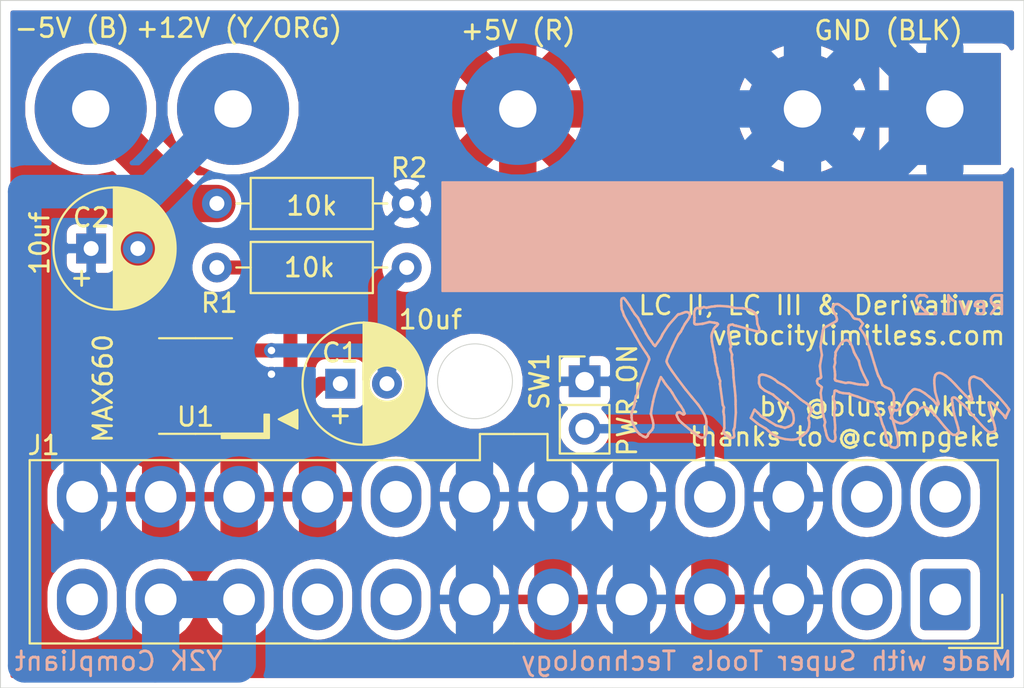
<source format=kicad_pcb>
(kicad_pcb (version 20171130) (host pcbnew "(5.1.4)-1")
  (layers (0 F.Cu signal) (31 B.Cu signal) (34 B.Paste user) (35 F.Paste user) (36 B.SilkS user) (37 F.SilkS user) (38 B.Mask user) (39 F.Mask user) (44 Edge.Cuts user))
  (net 0 "")
  (net 1 "Net-(C1-Pad1)")
  (net 2 "Net-(C1-Pad2)")
  (net 3 "Net-(J1-Pad1)")
  (net 4 "Net-(J1-Pad2)")
  (net 5 "Net-(J1-Pad8)")
  (net 6 "Net-(J1-Pad9)")
  (net 7 "Net-(J1-Pad12)")
  (net 8 "Net-(J1-Pad13)")
  (net 9 "Net-(J1-Pad14)")
  (net 10 "Net-(J1-Pad16)")
  (net 11 "Net-(J1-Pad20)")
  (net 12 "Net-(U1-Pad1)")
  (net 13 "Net-(U1-Pad6)")
  (net 14 "Net-(U1-Pad7)")
  (net 15 /-12)
  (net 16 /GND)
  (net 17 /+5)
  (net 18 /+12)
  (module Package_SO:SOIC-8_3.9x4.9mm_P1.27mm (layer F.Cu) (at 215.392 53.594 180)
    (fp_text reference U1 (at 0 -1.651) (layer F.SilkS))
    (fp_text value MAX660)
    (pad 8 smd roundrect (at 2.475 -1.905 180) (size 1.95 0.6) (layers F.Cu F.Paste F.Mask) (net 17 /+5))
    (pad 7 smd roundrect (at 2.475 -0.635 180) (size 1.95 0.6) (layers F.Cu F.Paste F.Mask) (net 14 "Net-(U1-Pad7)"))
    (pad 6 smd roundrect (at 2.475 0.635 180) (size 1.95 0.6) (layers F.Cu F.Paste F.Mask) (net 13 "Net-(U1-Pad6)"))
    (pad 5 smd roundrect (at 2.475 1.905 180) (size 1.95 0.6) (layers F.Cu F.Paste F.Mask) (net 15 /-12))
    (pad 4 smd roundrect (at -2.475 1.905 180) (size 1.95 0.6) (layers F.Cu F.Paste F.Mask) (net 2 "Net-(C1-Pad2)"))
    (pad 3 smd roundrect (at -2.475 0.635 180) (size 1.95 0.6) (layers F.Cu F.Paste F.Mask) (net 16 /GND))
    (pad 2 smd roundrect (at -2.475 -0.635 180) (size 1.95 0.6) (layers F.Cu F.Paste F.Mask) (net 1 "Net-(C1-Pad1)"))
    (pad 1 smd roundrect (at -2.475 -1.905 180) (size 1.95 0.6) (layers F.Cu F.Paste F.Mask) (net 12 "Net-(U1-Pad1)"))
  )
  (module custom:SolderWirePad_1x07_P7.62mm_Drill2.5mm (layer F.Cu) (at 255.5 38.75 180)
    (fp_text reference J2 hide)
    (fp_text value Conn_01x07)
    (pad 1 thru_hole rect (at 0 0 180) (size 5.99948 5.99948) (drill 2) (layers *.Cu *.Mask) (net 16 /GND))
    (pad 2 thru_hole circle (at 7.62 0 180) (size 5.99948 5.99948) (drill 2) (layers *.Cu *.Mask) (net 16 /GND))
    (pad 4 thru_hole circle (at 22.86 0 180) (size 5.99948 5.99948) (drill 2) (layers *.Cu *.Mask) (net 17 /+5))
    (pad 6 thru_hole circle (at 38.1 0 180) (size 5.99948 5.99948) (drill 2) (layers *.Cu *.Mask) (net 18 /+12))
    (pad 7 thru_hole circle (at 45.72 0 180) (size 5.99948 5.99948) (drill 2) (layers *.Cu *.Mask) (net 15 /-12))
  )
  (module Capacitor_THT:C_Radial_D6.3mm_H7.0mm_P2.50mm (layer F.Cu) (at 223.139 53.467)
    (fp_text reference C1 (at 0 -1.651 180) (layer F.SilkS))
    (fp_text value 10uf)
    (pad 1 thru_hole rect (at 0 0) (size 1.6 1.6) (drill 0.8) (layers *.Cu *.Mask) (net 1 "Net-(C1-Pad1)"))
    (pad 2 thru_hole circle (at 2.5 0) (size 1.6 1.6) (drill 0.8) (layers *.Cu *.Mask) (net 2 "Net-(C1-Pad2)"))
  )
  (module Capacitor_THT:C_Radial_D6.3mm_H7.0mm_P2.50mm (layer F.Cu) (at 209.804 46.228)
    (fp_text reference C2 (at 0 -1.651 180) (layer F.SilkS))
    (fp_text value 10uf)
    (pad 2 thru_hole circle (at 2.5 0) (size 1.6 1.6) (drill 0.8) (layers *.Cu *.Mask) (net 15 /-12))
    (pad 1 thru_hole rect (at 0 0) (size 1.6 1.6) (drill 0.8) (layers *.Cu *.Mask) (net 16 /GND))
  )
  (module Connector_PinHeader_2.54mm:PinHeader_1x02_P2.54mm_Vertical (layer F.Cu) (at 236.22 53.34)
    (fp_text reference SW1 (at -2.413 0 90) (layer F.SilkS))
    (fp_text value SW_DIP_x01)
    (pad 1 thru_hole rect (at 0 0) (size 1.7 1.7) (drill 1) (layers *.Cu *.Mask) (net 16 /GND))
    (pad 2 thru_hole oval (at 0 2.54) (size 1.7 1.7) (drill 1) (layers *.Cu *.Mask) (net 10 "Net-(J1-Pad16)"))
  )
  (module Connector_Molex:Molex_Mini-Fit_Jr_5566-24A_2x12_P4.20mm_Vertical (layer F.Cu) (at 255.524 65.024 180)
    (fp_text reference J1 (at 48.26 8.255) (layer F.SilkS))
    (fp_text value Conn_02x12_Top_Bottom)
    (pad 24 thru_hole oval (at 46.2 5.5 180) (size 2.7 3.3) (drill 1.7) (layers *.Cu *.Mask) (net 16 /GND))
    (pad 23 thru_hole oval (at 42 5.5 180) (size 2.7 3.3) (drill 1.7) (layers *.Cu *.Mask) (net 17 /+5))
    (pad 22 thru_hole oval (at 37.8 5.5 180) (size 2.7 3.3) (drill 1.7) (layers *.Cu *.Mask) (net 17 /+5))
    (pad 21 thru_hole oval (at 33.6 5.5 180) (size 2.7 3.3) (drill 1.7) (layers *.Cu *.Mask) (net 17 /+5))
    (pad 20 thru_hole oval (at 29.4 5.5 180) (size 2.7 3.3) (drill 1.7) (layers *.Cu *.Mask) (net 11 "Net-(J1-Pad20)"))
    (pad 19 thru_hole oval (at 25.2 5.5 180) (size 2.7 3.3) (drill 1.7) (layers *.Cu *.Mask) (net 16 /GND))
    (pad 18 thru_hole oval (at 21 5.5 180) (size 2.7 3.3) (drill 1.7) (layers *.Cu *.Mask) (net 16 /GND))
    (pad 17 thru_hole oval (at 16.8 5.5 180) (size 2.7 3.3) (drill 1.7) (layers *.Cu *.Mask) (net 16 /GND))
    (pad 16 thru_hole oval (at 12.6 5.5 180) (size 2.7 3.3) (drill 1.7) (layers *.Cu *.Mask) (net 10 "Net-(J1-Pad16)"))
    (pad 15 thru_hole oval (at 8.4 5.5 180) (size 2.7 3.3) (drill 1.7) (layers *.Cu *.Mask) (net 16 /GND))
    (pad 14 thru_hole oval (at 4.2 5.5 180) (size 2.7 3.3) (drill 1.7) (layers *.Cu *.Mask) (net 9 "Net-(J1-Pad14)"))
    (pad 13 thru_hole oval (at 0 5.5 180) (size 2.7 3.3) (drill 1.7) (layers *.Cu *.Mask) (net 8 "Net-(J1-Pad13)"))
    (pad 12 thru_hole oval (at 46.2 0 180) (size 2.7 3.3) (drill 1.7) (layers *.Cu *.Mask) (net 7 "Net-(J1-Pad12)"))
    (pad 11 thru_hole oval (at 42 0 180) (size 2.7 3.3) (drill 1.7) (layers *.Cu *.Mask) (net 18 /+12))
    (pad 10 thru_hole oval (at 37.8 0 180) (size 2.7 3.3) (drill 1.7) (layers *.Cu *.Mask) (net 18 /+12))
    (pad 9 thru_hole oval (at 33.6 0 180) (size 2.7 3.3) (drill 1.7) (layers *.Cu *.Mask) (net 6 "Net-(J1-Pad9)"))
    (pad 8 thru_hole oval (at 29.4 0 180) (size 2.7 3.3) (drill 1.7) (layers *.Cu *.Mask) (net 5 "Net-(J1-Pad8)"))
    (pad 7 thru_hole oval (at 25.2 0 180) (size 2.7 3.3) (drill 1.7) (layers *.Cu *.Mask) (net 16 /GND))
    (pad 6 thru_hole oval (at 21 0 180) (size 2.7 3.3) (drill 1.7) (layers *.Cu *.Mask) (net 17 /+5))
    (pad 5 thru_hole oval (at 16.8 0 180) (size 2.7 3.3) (drill 1.7) (layers *.Cu *.Mask) (net 16 /GND))
    (pad 4 thru_hole oval (at 12.6 0 180) (size 2.7 3.3) (drill 1.7) (layers *.Cu *.Mask) (net 17 /+5))
    (pad 3 thru_hole oval (at 8.4 0 180) (size 2.7 3.3) (drill 1.7) (layers *.Cu *.Mask) (net 16 /GND))
    (pad 2 thru_hole oval (at 4.2 0 180) (size 2.7 3.3) (drill 1.7) (layers *.Cu *.Mask) (net 4 "Net-(J1-Pad2)"))
    (pad 1 thru_hole roundrect (at 0 0 180) (size 2.7 3.3) (drill 1.7) (layers *.Cu *.Mask) (roundrect_rratio 0.09300000000000001) (net 3 "Net-(J1-Pad1)"))
  )
  (module Resistor_THT:R_Axial_DIN0207_L6.3mm_D2.5mm_P10.16mm_Horizontal (layer F.Cu) (at 216.535 47.244)
    (fp_text reference R1 (at 0.127 1.905) (layer F.SilkS))
    (fp_text value R)
    (pad 1 thru_hole circle (at 0 0) (size 1.6 1.6) (drill 0.8) (layers *.Cu *.Mask) (net 1 "Net-(C1-Pad1)"))
    (pad 2 thru_hole oval (at 10.16 0) (size 1.6 1.6) (drill 0.8) (layers *.Cu *.Mask) (net 2 "Net-(C1-Pad2)"))
  )
  (module Resistor_THT:R_Axial_DIN0207_L6.3mm_D2.5mm_P10.16mm_Horizontal (layer F.Cu) (at 226.695 43.815 180)
    (fp_text reference R2 (at -0.127 1.905) (layer F.SilkS))
    (fp_text value R)
    (pad 2 thru_hole oval (at 10.16 0 180) (size 1.6 1.6) (drill 0.8) (layers *.Cu *.Mask) (net 15 /-12))
    (pad 1 thru_hole circle (at 0 0 180) (size 1.6 1.6) (drill 0.8) (layers *.Cu *.Mask) (net 16 /GND))
  )
  (gr_text Rev1.2 (at 256.286 49.276) (layer B.SilkS) (effects (font (size 1 1)) (justify mirror)))
  (gr_poly (pts (xy 228.6 42.672) (xy 258.572 42.672) (xy 258.572 48.514) (xy 228.6 48.514)) (layer B.SilkS) (width 0.1))
  (gr_poly (pts (xy 219.075 56.388) (xy 219.075 55.118) (xy 219.329 55.118) (xy 219.329 56.388)) (layer F.SilkS) (width 0.1))
  (gr_poly (pts (xy 216.789 56.134) (xy 219.075 56.134) (xy 219.075 56.388) (xy 216.789 56.388)) (layer F.SilkS) (width 0.1))
  (gr_line (start 211.0232 49.4665) (end 211.3153 49.022) (layer F.SilkS) (width 0.12))
  (gr_line (start 211.0232 42.9514) (end 211.0232 49.4665) (layer F.SilkS) (width 0.12))
  (gr_poly (pts (xy 211.0613 45.974) (xy 211.3661 45.7454) (xy 211.2772 46.2026) (xy 211.3153 46.5582) (xy 211.3915 46.7106) (xy 211.4042 46.7868) (xy 211.074 46.8249) (xy 211.074 45.974)) (layer F.SilkS) (width 0.1))
  (gr_poly (pts (xy 211.0613 42.9514) (xy 211.6074 43.0022) (xy 212.2297 43.1673) (xy 213.0679 43.6626) (xy 213.7537 44.3992) (xy 214.1728 45.2247) (xy 214.2617 45.72) (xy 214.2871 46.0883) (xy 214.2617 46.7741) (xy 214.1474 47.2059) (xy 214.0458 47.5234) (xy 213.741 48.0568) (xy 213.2711 48.6283) (xy 212.9409 48.8696) (xy 212.2424 49.276) (xy 211.582 49.4538) (xy 211.074 49.4792) (xy 211.0613 47.1932) (xy 211.074 46.8249) (xy 211.4931 46.7741) (xy 211.709 47.0027) (xy 211.9884 47.2313) (xy 212.2805 47.244) (xy 212.852 47.0789) (xy 213.0933 46.863) (xy 213.2457 46.5963) (xy 213.3092 46.2915) (xy 213.2965 45.9613) (xy 213.106 45.6184) (xy 212.8901 45.4279) (xy 212.6615 45.2882) (xy 212.3694 45.2247) (xy 212.0646 45.2628) (xy 211.7598 45.3898) (xy 211.5312 45.5803) (xy 211.074 46.0248) (xy 211.0232 46.0248)) (layer F.SilkS) (width 0.1))
  (gr_poly (pts (xy 224.409 53.2257) (xy 224.7138 52.9971) (xy 224.6249 53.4543) (xy 224.663 53.8099) (xy 224.7392 53.9623) (xy 224.7519 54.0385) (xy 224.4217 54.0766) (xy 224.4217 53.2257)) (layer F.SilkS) (width 0.1))
  (gr_poly (pts (xy 224.3963 50.1904) (xy 224.9424 50.2412) (xy 225.5647 50.4063) (xy 226.4029 50.9016) (xy 227.0887 51.6382) (xy 227.5078 52.4637) (xy 227.5967 52.959) (xy 227.6221 53.3273) (xy 227.5967 54.0131) (xy 227.4824 54.4449) (xy 227.3808 54.7624) (xy 227.076 55.2958) (xy 226.6061 55.8673) (xy 226.2759 56.1086) (xy 225.5774 56.515) (xy 224.917 56.6928) (xy 224.409 56.7182) (xy 224.3963 54.4322) (xy 224.409 54.0639) (xy 224.8281 54.0131) (xy 225.044 54.2417) (xy 225.3234 54.4703) (xy 225.6155 54.483) (xy 226.187 54.3179) (xy 226.4283 54.102) (xy 226.5807 53.8353) (xy 226.6442 53.5305) (xy 226.6315 53.2003) (xy 226.441 52.8574) (xy 226.2251 52.6669) (xy 225.9965 52.5272) (xy 225.7044 52.4637) (xy 225.3996 52.5018) (xy 225.0948 52.6288) (xy 224.8662 52.8193) (xy 224.409 53.2638) (xy 224.3582 53.2638)) (layer F.SilkS) (width 0.1))
  (gr_circle (center 212.3059 46.228) (end 213.2076 46.5963) (layer F.SilkS) (width 0.12))
  (gr_circle (center 225.6409 53.467) (end 226.5426 53.8353) (layer F.SilkS) (width 0.12))
  (gr_line (start 224.389 50.197) (end 224.389 56.737) (layer F.SilkS) (width 0.12))
  (gr_line (start 224.409 53.467) (end 224.389 50.197) (layer F.SilkS) (width 0.12))
  (gr_line (start 247.904 69.77) (end 248.92 69.77) (layer Edge.Cuts) (width 0.05))
  (gr_line (start 241.3 69.77) (end 242.824 69.77) (layer Edge.Cuts) (width 0.05))
  (gr_line (start 236.728 69.77) (end 237.744 69.77) (layer Edge.Cuts) (width 0.05))
  (gr_line (start 230.124 69.77) (end 231.648 69.77) (layer Edge.Cuts) (width 0.05))
  (gr_line (start 225.552 69.77) (end 226.568 69.77) (layer Edge.Cuts) (width 0.05))
  (gr_line (start 218.948 69.77) (end 220.472 69.77) (layer Edge.Cuts) (width 0.05))
  (gr_line (start 213.868 69.77) (end 214.884 69.77) (layer Edge.Cuts) (width 0.05))
  (gr_line (start 207.264 69.77) (end 208.788 69.77) (layer Edge.Cuts) (width 0.05))
  (gr_line (start 248.92 69.77) (end 259.7378 69.77) (layer Edge.Cuts) (width 0.05))
  (gr_line (start 237.744 69.77) (end 241.3 69.77) (layer Edge.Cuts) (width 0.05))
  (gr_line (start 226.568 69.77) (end 230.124 69.77) (layer Edge.Cuts) (width 0.05))
  (gr_line (start 214.884 69.77) (end 218.948 69.77) (layer Edge.Cuts) (width 0.05))
  (gr_line (start 204.95 69.77) (end 207.264 69.77) (layer Edge.Cuts) (width 0.05))
  (gr_line (start 242.824 69.77) (end 247.904 69.77) (layer Edge.Cuts) (width 0.05))
  (gr_line (start 231.648 69.77) (end 236.728 69.77) (layer Edge.Cuts) (width 0.05))
  (gr_line (start 220.472 69.77) (end 225.552 69.77) (layer Edge.Cuts) (width 0.05))
  (gr_line (start 208.788 69.77) (end 213.868 69.77) (layer Edge.Cuts) (width 0.05))
  (gr_line (start 249.95609 44.94513) (end 249.93957 44.960892) (layer F.SilkS) (width 0.0525))
  (gr_line (start 249.66006 45.800381) (end 249.662632 45.748637) (layer F.SilkS) (width 0.0525))
  (gr_line (start 249.663385 45.41178) (end 249.66188 45.406082) (layer F.SilkS) (width 0.0525))
  (gr_line (start 249.66776 45.884693) (end 249.664435 45.861432) (layer F.SilkS) (width 0.0525))
  (gr_line (start 249.70402 46.091099) (end 249.69471 46.091099) (layer F.SilkS) (width 0.0525))
  (gr_line (start 249.654564 45.989983) (end 249.659955 45.954761) (layer F.SilkS) (width 0.0525))
  (gr_line (start 249.680867 45.472445) (end 249.679222 45.467036) (layer F.SilkS) (width 0.0525))
  (gr_line (start 249.663875 45.857632) (end 249.663192 45.853837) (layer F.SilkS) (width 0.0525))
  (gr_line (start 249.66776 45.263667) (end 249.696145 45.21249) (layer F.SilkS) (width 0.0525))
  (gr_line (start 249.66006 45.817662) (end 249.66006 45.800381) (layer F.SilkS) (width 0.0525))
  (gr_line (start 248.736532 45.53663) (end 248.730565 45.549919) (layer F.SilkS) (width 0.0525))
  (gr_line (start 249.371817 45.092863) (end 249.36613 45.095614) (layer F.SilkS) (width 0.0525))
  (gr_line (start 249.576217 45.063239) (end 249.570897 45.066468) (layer F.SilkS) (width 0.0525))
  (gr_line (start 249.662142 45.942702) (end 249.66776 45.90596) (layer F.SilkS) (width 0.0525))
  (gr_line (start 249.669002 46.07287) (end 249.666972 46.069262) (layer F.SilkS) (width 0.0525))
  (gr_line (start 249.92438 45.427633) (end 249.923435 45.436463) (layer F.SilkS) (width 0.0525))
  (gr_line (start 248.817522 45.328324) (end 248.816017 45.333733) (layer F.SilkS) (width 0.0525))
  (gr_line (start 249.859717 45.869881) (end 249.840082 45.953811) (layer F.SilkS) (width 0.0525))
  (gr_line (start 248.618635 45.870355) (end 248.618635 45.884313) (layer F.SilkS) (width 0.0525))
  (gr_line (start 249.878057 45.645055) (end 249.876447 45.650751) (layer F.SilkS) (width 0.0525))
  (gr_line (start 249.838157 45.962071) (end 249.834657 45.973083) (layer F.SilkS) (width 0.0525))
  (gr_line (start 249.87958 45.639357) (end 249.878057 45.645055) (layer F.SilkS) (width 0.0525))
  (gr_line (start 249.90331 45.568149) (end 249.87958 45.639357) (layer F.SilkS) (width 0.0525))
  (gr_line (start 249.66006 45.826682) (end 249.66006 45.817662) (layer F.SilkS) (width 0.0525))
  (gr_line (start 248.729217 45.553339) (end 248.71177 45.607076) (layer F.SilkS) (width 0.0525))
  (gr_line (start 249.36613 45.095614) (end 249.312387 45.120966) (layer F.SilkS) (width 0.0525))
  (gr_line (start 249.66776 45.893712) (end 249.66776 45.884693) (layer F.SilkS) (width 0.0525))
  (gr_line (start 249.18609 45.160177) (end 249.058025 45.20841) (layer F.SilkS) (width 0.0525))
  (gr_line (start 249.680867 45.490675) (end 249.680867 45.472445) (layer F.SilkS) (width 0.0525))
  (gr_line (start 249.0435 45.214105) (end 249.03496 45.218188) (layer F.SilkS) (width 0.0525))
  (gr_line (start 249.197202 45.156283) (end 249.18609 45.160177) (layer F.SilkS) (width 0.0525))
  (gr_line (start 249.884322 45.752911) (end 249.885565 45.758987) (layer F.SilkS) (width 0.0525))
  (gr_line (start 249.81406 46.019607) (end 249.789 46.054451) (layer F.SilkS) (width 0.0525))
  (gr_line (start 249.654564 46.019133) (end 249.654564 46.00375) (layer F.SilkS) (width 0.0525))
  (gr_line (start 249.679222 45.467036) (end 249.663385 45.41178) (layer F.SilkS) (width 0.0525))
  (gr_line (start 249.722342 46.091099) (end 249.70402 46.091099) (layer F.SilkS) (width 0.0525))
  (gr_line (start 248.78478 45.426019) (end 248.736532 45.53663) (layer F.SilkS) (width 0.0525))
  (gr_line (start 249.20821 45.152298) (end 249.197202 45.156283) (layer F.SilkS) (width 0.0525))
  (gr_line (start 249.870077 45.695945) (end 249.884322 45.752911) (layer F.SilkS) (width 0.0525))
  (gr_line (start 249.666972 46.069262) (end 249.664907 46.065559) (layer F.SilkS) (width 0.0525))
  (gr_line (start 249.678189 45.545649) (end 249.680867 45.490675) (layer F.SilkS) (width 0.0525))
  (gr_line (start 248.682055 45.711705) (end 248.679307 45.722527) (layer F.SilkS) (width 0.0525))
  (gr_line (start 249.861817 45.861432) (end 249.859717 45.869881) (layer F.SilkS) (width 0.0525))
  (gr_line (start 249.672117 45.628533) (end 249.678189 45.545649) (layer F.SilkS) (width 0.0525))
  (gr_line (start 249.963212 45.079761) (end 249.92914 45.349208) (layer F.SilkS) (width 0.0525))
  (gr_line (start 249.654564 46.00375) (end 249.654564 45.989983) (layer F.SilkS) (width 0.0525))
  (gr_line (start 249.885565 45.758987) (end 249.88357 45.767437) (layer F.SilkS) (width 0.0525))
  (gr_line (start 249.66776 45.90596) (end 249.66776 45.893712) (layer F.SilkS) (width 0.0525))
  (gr_line (start 248.652707 45.784148) (end 248.650152 45.790224) (layer F.SilkS) (width 0.0525))
  (gr_line (start 248.707307 45.621699) (end 248.682055 45.711705) (layer F.SilkS) (width 0.0525))
  (gr_line (start 249.570897 45.066468) (end 249.567117 45.067702) (layer F.SilkS) (width 0.0525))
  (gr_line (start 249.938625 44.96222) (end 249.963212 45.079761) (layer F.SilkS) (width 0.0525))
  (gr_line (start 249.668617 45.667367) (end 249.670402 45.647998) (layer F.SilkS) (width 0.0525))
  (gr_line (start 249.661092 45.948779) (end 249.662142 45.942702) (layer F.SilkS) (width 0.0525))
  (gr_line (start 249.876447 45.650751) (end 249.868555 45.680658) (layer F.SilkS) (width 0.0525))
  (gr_line (start 249.66832 45.268983) (end 249.66776 45.263667) (layer F.SilkS) (width 0.0525))
  (gr_line (start 249.863812 45.852886) (end 249.861817 45.861432) (layer F.SilkS) (width 0.0525))
  (gr_line (start 249.664907 46.065559) (end 249.654564 46.019133) (layer F.SilkS) (width 0.0525))
  (gr_line (start 249.663192 45.853837) (end 249.66006 45.826682) (layer F.SilkS) (width 0.0525))
  (gr_line (start 249.777589 46.064895) (end 249.722342 46.091099) (layer F.SilkS) (width 0.0525))
  (gr_line (start 249.92914 45.370952) (end 249.92438 45.427633) (layer F.SilkS) (width 0.0525))
  (gr_line (start 249.92914 45.349208) (end 249.92914 45.370952) (layer F.SilkS) (width 0.0525))
  (gr_line (start 249.385012 45.092482) (end 249.371817 45.092863) (layer F.SilkS) (width 0.0525))
  (gr_line (start 249.88357 45.767437) (end 249.863812 45.852886) (layer F.SilkS) (width 0.0525))
  (gr_line (start 249.670402 45.647998) (end 249.672117 45.628533) (layer F.SilkS) (width 0.0525))
  (gr_line (start 249.662825 45.400006) (end 249.669177 45.339148) (layer F.SilkS) (width 0.0525))
  (gr_line (start 249.99312 44.919114) (end 249.960832 44.941238) (layer F.SilkS) (width 0.0525))
  (gr_line (start 250.02483 44.888544) (end 250.000435 44.914652) (layer F.SilkS) (width 0.0525))
  (gr_line (start 249.936717 44.291155) (end 249.939867 44.308812) (layer F.SilkS) (width 0.0525))
  (gr_line (start 249.938625 43.91984) (end 249.940515 43.932457) (layer F.SilkS) (width 0.0525))
  (gr_line (start 249.940515 43.932457) (end 249.955529 44.037475) (layer F.SilkS) (width 0.0525))
  (gr_line (start 249.963212 44.108297) (end 249.963212 44.12634) (layer F.SilkS) (width 0.0525))
  (gr_line (start 249.906529 45.5597) (end 249.90331 45.568149) (layer F.SilkS) (width 0.0525))
  (gr_line (start 249.624535 43.546897) (end 249.624535 43.554685) (layer F.SilkS) (width 0.0525))
  (gr_line (start 250.018302 44.786764) (end 250.021032 44.789329) (layer F.SilkS) (width 0.0525))
  (gr_line (start 249.95665 44.045822) (end 249.9577 44.054187) (layer F.SilkS) (width 0.0525))
  (gr_line (start 249.92249 45.445294) (end 249.908332 45.548021) (layer F.SilkS) (width 0.0525))
  (gr_line (start 250.028364 44.881899) (end 250.026632 44.88522) (layer F.SilkS) (width 0.0525))
  (gr_line (start 249.659955 45.954761) (end 249.661092 45.948779) (layer F.SilkS) (width 0.0525))
  (gr_line (start 249.91395 43.77676) (end 249.9164 43.785387) (layer F.SilkS) (width 0.0525))
  (gr_line (start 249.834657 45.973083) (end 249.81406 46.019607) (layer F.SilkS) (width 0.0525))
  (gr_line (start 249.685032 43.24602) (end 249.68883 43.24952) (layer F.SilkS) (width 0.0525))
  (gr_line (start 249.978017 44.772524) (end 250.018302 44.786764) (layer F.SilkS) (width 0.0525))
  (gr_line (start 249.711597 43.317122) (end 249.700695 43.35557) (layer F.SilkS) (width 0.0525))
  (gr_line (start 249.972715 44.772239) (end 249.978017 44.772524) (layer F.SilkS) (width 0.0525))
  (gr_line (start 249.908332 45.548021) (end 249.906529 45.5597) (layer F.SilkS) (width 0.0525))
  (gr_line (start 249.783312 46.059768) (end 249.777589 46.064895) (layer F.SilkS) (width 0.0525))
  (gr_line (start 250.023692 44.791889) (end 250.036992 44.82123) (layer F.SilkS) (width 0.0525))
  (gr_line (start 249.974517 44.495098) (end 249.978314 44.514656) (layer F.SilkS) (width 0.0525))
  (gr_line (start 249.923435 45.436463) (end 249.92249 45.445294) (layer F.SilkS) (width 0.0525))
  (gr_line (start 249.882992 43.718362) (end 249.911377 43.76801) (layer F.SilkS) (width 0.0525))
  (gr_line (start 249.664435 45.861432) (end 249.663875 45.857632) (layer F.SilkS) (width 0.0525))
  (gr_line (start 250.021032 44.789329) (end 250.023692 44.791889) (layer F.SilkS) (width 0.0525))
  (gr_line (start 249.62597 43.228747) (end 249.65901 43.233875) (layer F.SilkS) (width 0.0525))
  (gr_line (start 249.662632 45.748637) (end 249.668617 45.667367) (layer F.SilkS) (width 0.0525))
  (gr_line (start 249.633092 43.578047) (end 249.63444 43.580042) (layer F.SilkS) (width 0.0525))
  (gr_line (start 249.66188 45.406082) (end 249.662825 45.400006) (layer F.SilkS) (width 0.0525))
  (gr_line (start 249.692627 43.25295) (end 249.711597 43.291502) (layer F.SilkS) (width 0.0525))
  (gr_line (start 249.624535 43.554685) (end 249.631569 43.575947) (layer F.SilkS) (width 0.0525))
  (gr_line (start 249.650942 43.59343) (end 249.652937 43.594077) (layer F.SilkS) (width 0.0525))
  (gr_line (start 249.67525 43.412357) (end 249.668022 43.42564) (layer F.SilkS) (width 0.0525))
  (gr_line (start 249.668022 43.42564) (end 249.660742 43.438835) (layer F.SilkS) (width 0.0525))
  (gr_line (start 249.669177 45.339148) (end 249.669562 45.332975) (layer F.SilkS) (width 0.0525))
  (gr_line (start 249.660742 43.438835) (end 249.635385 43.495727) (layer F.SilkS) (width 0.0525))
  (gr_line (start 250.036992 44.831102) (end 250.036992 44.844585) (layer F.SilkS) (width 0.0525))
  (gr_line (start 249.840082 45.953811) (end 249.838157 45.962071) (layer F.SilkS) (width 0.0525))
  (gr_line (start 249.95763 44.760465) (end 249.95847 44.761889) (layer F.SilkS) (width 0.0525))
  (gr_line (start 249.963212 44.12634) (end 249.961025 44.13992) (layer F.SilkS) (width 0.0525))
  (gr_line (start 249.624535 43.53407) (end 249.624535 43.546897) (layer F.SilkS) (width 0.0525))
  (gr_line (start 249.976407 44.533264) (end 249.955897 44.722677) (layer F.SilkS) (width 0.0525))
  (gr_line (start 250.026632 44.88522) (end 250.02483 44.888544) (layer F.SilkS) (width 0.0525))
  (gr_line (start 249.652937 43.594077) (end 249.879842 43.71712) (layer F.SilkS) (width 0.0525))
  (gr_line (start 249.868555 45.680658) (end 249.868555 45.690626) (layer F.SilkS) (width 0.0525))
  (gr_line (start 249.700695 43.35557) (end 249.67525 43.412357) (layer F.SilkS) (width 0.0525))
  (gr_line (start 249.711597 43.291502) (end 249.711597 43.304417) (layer F.SilkS) (width 0.0525))
  (gr_line (start 249.9577 44.054187) (end 249.963212 44.108297) (layer F.SilkS) (width 0.0525))
  (gr_line (start 249.789 46.054451) (end 249.783312 46.059768) (layer F.SilkS) (width 0.0525))
  (gr_line (start 249.95847 44.761889) (end 249.959222 44.763219) (layer F.SilkS) (width 0.0525))
  (gr_line (start 249.93957 44.960892) (end 249.938625 44.96222) (layer F.SilkS) (width 0.0525))
  (gr_line (start 249.997302 44.916649) (end 249.99312 44.919114) (layer F.SilkS) (width 0.0525))
  (gr_line (start 249.938905 44.277207) (end 249.936717 44.291155) (layer F.SilkS) (width 0.0525))
  (gr_line (start 249.911377 43.76801) (end 249.91395 43.77676) (layer F.SilkS) (width 0.0525))
  (gr_line (start 249.65901 43.233875) (end 249.685032 43.24602) (layer F.SilkS) (width 0.0525))
  (gr_line (start 249.69471 46.091099) (end 249.669002 46.07287) (layer F.SilkS) (width 0.0525))
  (gr_line (start 249.95371 44.746888) (end 249.95763 44.760465) (layer F.SilkS) (width 0.0525))
  (gr_line (start 249.9164 43.785387) (end 249.937015 43.90465) (layer F.SilkS) (width 0.0525))
  (gr_line (start 249.868555 45.690626) (end 249.870077 45.695945) (layer F.SilkS) (width 0.0525))
  (gr_line (start 250.036992 44.844585) (end 250.028364 44.881899) (layer F.SilkS) (width 0.0525))
  (gr_line (start 249.137685 43.744105) (end 249.140905 43.738767) (layer F.SilkS) (width 0.0525))
  (gr_line (start 248.534775 44.992221) (end 248.539902 44.98966) (layer F.SilkS) (width 0.0525))
  (gr_line (start 248.91344 44.24121) (end 248.916555 44.229537) (layer F.SilkS) (width 0.0525))
  (gr_line (start 249.299 43.487187) (end 249.302972 43.479015) (layer F.SilkS) (width 0.0525))
  (gr_line (start 249.605267 43.228747) (end 249.615067 43.228747) (layer F.SilkS) (width 0.0525))
  (gr_line (start 249.495525 43.297295) (end 249.50312 43.29131) (layer F.SilkS) (width 0.0525))
  (gr_line (start 249.387655 43.370305) (end 249.423267 43.350547) (layer F.SilkS) (width 0.0525))
  (gr_line (start 248.539902 44.98966) (end 248.608747 44.959657) (layer F.SilkS) (width 0.0525))
  (gr_line (start 249.635385 43.495727) (end 249.624535 43.53407) (layer F.SilkS) (width 0.0525))
  (gr_line (start 248.916555 44.229537) (end 248.948072 44.128335) (layer F.SilkS) (width 0.0525))
  (gr_line (start 249.971087 44.771857) (end 249.972715 44.772239) (layer F.SilkS) (width 0.0525))
  (gr_line (start 249.95847 44.943231) (end 249.95609 44.94513) (layer F.SilkS) (width 0.0525))
  (gr_line (start 249.879842 43.71712) (end 249.882992 43.718362) (layer F.SilkS) (width 0.0525))
  (gr_line (start 249.955529 44.037475) (end 249.95665 44.045822) (layer F.SilkS) (width 0.0525))
  (gr_line (start 249.95371 44.741951) (end 249.95371 44.746888) (layer F.SilkS) (width 0.0525))
  (gr_line (start 249.955897 44.722677) (end 249.95371 44.741951) (layer F.SilkS) (width 0.0525))
  (gr_line (start 249.63444 43.580042) (end 249.650942 43.59343) (layer F.SilkS) (width 0.0525))
  (gr_line (start 249.082052 43.636322) (end 249.156007 43.551062) (layer F.SilkS) (width 0.0525))
  (gr_line (start 249.68883 43.24952) (end 249.692627 43.25295) (layer F.SilkS) (width 0.0525))
  (gr_line (start 250.036992 44.82123) (end 250.036992 44.831102) (layer F.SilkS) (width 0.0525))
  (gr_line (start 249.959222 44.763219) (end 249.971087 44.771857) (layer F.SilkS) (width 0.0525))
  (gr_line (start 249.615067 43.228747) (end 249.62597 43.228747) (layer F.SilkS) (width 0.0525))
  (gr_line (start 249.50977 43.285885) (end 249.566715 43.246387) (layer F.SilkS) (width 0.0525))
  (gr_line (start 248.617392 44.956144) (end 248.623377 44.953295) (layer F.SilkS) (width 0.0525))
  (gr_line (start 249.156007 43.551062) (end 249.25084 43.532075) (layer F.SilkS) (width 0.0525))
  (gr_line (start 249.937015 43.90465) (end 249.938625 43.91984) (layer F.SilkS) (width 0.0525))
  (gr_line (start 249.302972 43.479015) (end 249.306875 43.470755) (layer F.SilkS) (width 0.0525))
  (gr_line (start 249.428202 43.34724) (end 249.433032 43.343897) (layer F.SilkS) (width 0.0525))
  (gr_line (start 249.571492 43.243937) (end 249.57613 43.241365) (layer F.SilkS) (width 0.0525))
  (gr_line (start 248.993642 44.005852) (end 249.038757 43.899225) (layer F.SilkS) (width 0.0525))
  (gr_line (start 248.98358 44.032715) (end 248.993642 44.005852) (layer F.SilkS) (width 0.0525))
  (gr_line (start 248.75762 44.729512) (end 248.761522 44.722868) (layer F.SilkS) (width 0.0525))
  (gr_line (start 248.49596 45.015007) (end 248.497202 45.013679) (layer F.SilkS) (width 0.0525))
  (gr_line (start 249.423267 43.350547) (end 249.428202 43.34724) (layer F.SilkS) (width 0.0525))
  (gr_line (start 249.566715 43.246387) (end 249.571492 43.243937) (layer F.SilkS) (width 0.0525))
  (gr_line (start 249.278017 43.516885) (end 249.299 43.487187) (layer F.SilkS) (width 0.0525))
  (gr_line (start 248.724492 44.791132) (end 248.75762 44.729512) (layer F.SilkS) (width 0.0525))
  (gr_line (start 248.678712 44.91133) (end 248.69847 44.863288) (layer F.SilkS) (width 0.0525))
  (gr_line (start 248.69847 44.863288) (end 248.698837 44.857593) (layer F.SilkS) (width 0.0525))
  (gr_line (start 249.939867 44.308812) (end 249.974517 44.495098) (layer F.SilkS) (width 0.0525))
  (gr_line (start 249.961025 44.13992) (end 249.938905 44.277207) (layer F.SilkS) (width 0.0525))
  (gr_line (start 249.140905 43.72937) (end 249.082052 43.636322) (layer F.SilkS) (width 0.0525))
  (gr_line (start 249.433032 43.343897) (end 249.495525 43.297295) (layer F.SilkS) (width 0.0525))
  (gr_line (start 249.50312 43.29131) (end 249.50977 43.285885) (layer F.SilkS) (width 0.0525))
  (gr_line (start 249.57613 43.241365) (end 249.605267 43.228747) (layer F.SilkS) (width 0.0525))
  (gr_line (start 249.306875 43.470755) (end 249.375702 43.380752) (layer F.SilkS) (width 0.0525))
  (gr_line (start 249.255512 43.531427) (end 249.278017 43.516885) (layer F.SilkS) (width 0.0525))
  (gr_line (start 248.807092 44.591941) (end 248.81334 44.572002) (layer F.SilkS) (width 0.0525))
  (gr_line (start 249.978314 44.514656) (end 249.976407 44.533264) (layer F.SilkS) (width 0.0525))
  (gr_line (start 249.711597 43.304417) (end 249.711597 43.317122) (layer F.SilkS) (width 0.0525))
  (gr_line (start 250.000435 44.914652) (end 249.997302 44.916649) (layer F.SilkS) (width 0.0525))
  (gr_line (start 249.960832 44.941238) (end 249.95847 44.943231) (layer F.SilkS) (width 0.0525))
  (gr_line (start 249.631569 43.575947) (end 249.633092 43.578047) (layer F.SilkS) (width 0.0525))
  (gr_line (start 248.497202 45.013679) (end 248.529577 44.994786) (layer F.SilkS) (width 0.0525))
  (gr_line (start 249.038757 43.899225) (end 249.076557 43.82954) (layer F.SilkS) (width 0.0525))
  (gr_line (start 249.25084 43.532075) (end 249.255512 43.531427) (layer F.SilkS) (width 0.0525))
  (gr_line (start 249.375702 43.380752) (end 249.385467 43.370952) (layer F.SilkS) (width 0.0525))
  (gr_line (start 251.63203 43.703452) (end 251.306582 43.79356) (layer F.SilkS) (width 0.0525))
  (gr_line (start 251.251317 43.792125) (end 251.249812 43.790042) (layer F.SilkS) (width 0.0525))
  (gr_line (start 251.852687 44.019327) (end 251.854875 44.00776) (layer F.SilkS) (width 0.0525))
  (gr_line (start 251.84406 43.662065) (end 251.840717 43.66112) (layer F.SilkS) (width 0.0525))
  (gr_line (start 251.881072 43.79356) (end 251.881072 43.783305) (layer F.SilkS) (width 0.0525))
  (gr_line (start 251.854875 44.00776) (end 251.878517 43.85698) (layer F.SilkS) (width 0.0525))
  (gr_line (start 253.137642 44.31926) (end 253.132445 44.306257) (layer F.SilkS) (width 0.0525))
  (gr_line (start 253.142875 44.332175) (end 253.137642 44.31926) (layer F.SilkS) (width 0.0525))
  (gr_line (start 253.161092 44.38373) (end 253.142875 44.332175) (layer F.SilkS) (width 0.0525))
  (gr_line (start 251.248185 43.72188) (end 251.249812 43.71712) (layer F.SilkS) (width 0.0525))
  (gr_line (start 252.948152 45.57138) (end 252.946437 45.575081) (layer F.SilkS) (width 0.0525))
  (gr_line (start 251.871587 43.67155) (end 251.870257 43.670885) (layer F.SilkS) (width 0.0525))
  (gr_line (start 251.835695 44.203147) (end 251.837217 44.198212) (layer F.SilkS) (width 0.0525))
  (gr_line (start 253.132445 44.306257) (end 253.098932 44.229152) (layer F.SilkS) (width 0.0525))
  (gr_line (start 253.169002 44.41222) (end 253.161092 44.38373) (layer F.SilkS) (width 0.0525))
  (gr_line (start 251.837217 44.198212) (end 251.845197 44.172767) (layer F.SilkS) (width 0.0525))
  (gr_line (start 251.24031 43.74694) (end 251.248185 43.72188) (layer F.SilkS) (width 0.0525))
  (gr_line (start 251.793817 43.652562) (end 251.769142 43.669747) (layer F.SilkS) (width 0.0525))
  (gr_line (start 251.845197 44.172767) (end 251.845197 44.164315) (layer F.SilkS) (width 0.0525))
  (gr_line (start 251.24031 43.756897) (end 251.24031 43.74694) (layer F.SilkS) (width 0.0525))
  (gr_line (start 251.280647 43.631982) (end 251.288522 43.54044) (layer F.SilkS) (width 0.0525))
  (gr_line (start 251.268205 43.802485) (end 251.251317 43.792125) (layer F.SilkS) (width 0.0525))
  (gr_line (start 251.79884 43.65314) (end 251.793817 43.652562) (layer F.SilkS) (width 0.0525))
  (gr_line (start 251.574595 43.316755) (end 251.587212 43.315127) (layer F.SilkS) (width 0.0525))
  (gr_line (start 251.424305 43.35312) (end 251.43883 43.348377) (layer F.SilkS) (width 0.0525))
  (gr_line (start 251.251317 43.712377) (end 251.27657 43.650672) (layer F.SilkS) (width 0.0525))
  (gr_line (start 251.664895 43.694335) (end 251.63203 43.703452) (layer F.SilkS) (width 0.0525))
  (gr_line (start 251.249812 43.790042) (end 251.248185 43.78796) (layer F.SilkS) (width 0.0525))
  (gr_line (start 251.765065 43.670692) (end 251.723082 43.680107) (layer F.SilkS) (width 0.0525))
  (gr_line (start 251.249812 43.71712) (end 251.251317 43.712377) (layer F.SilkS) (width 0.0525))
  (gr_line (start 251.881072 43.838377) (end 251.881072 43.824605) (layer F.SilkS) (width 0.0525))
  (gr_line (start 251.30534 43.459922) (end 251.344067 43.401332) (layer F.SilkS) (width 0.0525))
  (gr_line (start 251.8505 44.030825) (end 251.852687 44.019327) (layer F.SilkS) (width 0.0525))
  (gr_line (start 251.354515 43.391952) (end 251.416972 43.35557) (layer F.SilkS) (width 0.0525))
  (gr_line (start 251.882875 43.70564) (end 251.871587 43.67155) (layer F.SilkS) (width 0.0525))
  (gr_line (start 251.829902 44.110572) (end 251.8505 44.030825) (layer F.SilkS) (width 0.0525))
  (gr_line (start 251.718812 43.681052) (end 251.71456 43.681997) (layer F.SilkS) (width 0.0525))
  (gr_line (start 251.248185 43.78796) (end 251.24031 43.764615) (layer F.SilkS) (width 0.0525))
  (gr_line (start 251.290517 43.525897) (end 251.301525 43.470562) (layer F.SilkS) (width 0.0525))
  (gr_line (start 251.828012 44.115035) (end 251.829902 44.110572) (layer F.SilkS) (width 0.0525))
  (gr_line (start 251.840717 43.66112) (end 251.79884 43.65314) (layer F.SilkS) (width 0.0525))
  (gr_line (start 251.43883 43.348377) (end 251.574595 43.316755) (layer F.SilkS) (width 0.0525))
  (gr_line (start 251.834085 44.207995) (end 251.835695 44.203147) (layer F.SilkS) (width 0.0525))
  (gr_line (start 251.349387 43.396695) (end 251.354515 43.391952) (layer F.SilkS) (width 0.0525))
  (gr_line (start 251.344067 43.401332) (end 251.349387 43.396695) (layer F.SilkS) (width 0.0525))
  (gr_line (start 251.829622 44.11913) (end 251.828012 44.115035) (layer F.SilkS) (width 0.0525))
  (gr_line (start 251.882507 43.71313) (end 251.882875 43.70564) (layer F.SilkS) (width 0.0525))
  (gr_line (start 251.843867 44.160132) (end 251.829622 44.11913) (layer F.SilkS) (width 0.0525))
  (gr_line (start 251.302872 43.46687) (end 251.30534 43.459922) (layer F.SilkS) (width 0.0525))
  (gr_line (start 251.301525 43.470562) (end 251.302872 43.46687) (layer F.SilkS) (width 0.0525))
  (gr_line (start 252.78619 43.638895) (end 252.78332 43.635377) (layer F.SilkS) (width 0.0525))
  (gr_line (start 252.849312 43.42186) (end 252.907132 43.441687) (layer F.SilkS) (width 0.0525))
  (gr_line (start 252.702907 43.412357) (end 252.706057 43.409312) (layer F.SilkS) (width 0.0525))
  (gr_line (start 253.125585 43.664445) (end 253.139182 43.682295) (layer F.SilkS) (width 0.0525))
  (gr_line (start 252.69246 43.498562) (end 252.683902 43.471612) (layer F.SilkS) (width 0.0525))
  (gr_line (start 252.683902 43.471612) (end 252.683902 43.462687) (layer F.SilkS) (width 0.0525))
  (gr_line (start 252.728457 43.558955) (end 252.725692 43.555437) (layer F.SilkS) (width 0.0525))
  (gr_line (start 252.722192 43.55031) (end 252.695995 43.506175) (layer F.SilkS) (width 0.0525))
  (gr_line (start 252.725692 43.555437) (end 252.722192 43.55031) (layer F.SilkS) (width 0.0525))
  (gr_line (start 252.962677 43.940717) (end 252.939595 43.89562) (layer F.SilkS) (width 0.0525))
  (gr_line (start 253.294407 43.940245) (end 253.302842 43.954402) (layer F.SilkS) (width 0.0525))
  (gr_line (start 252.78332 43.635377) (end 252.758067 43.60064) (layer F.SilkS) (width 0.0525))
  (gr_line (start 252.921657 43.861827) (end 252.918892 43.856787) (layer F.SilkS) (width 0.0525))
  (gr_line (start 253.412707 44.100982) (end 253.441949 44.070882) (layer F.SilkS) (width 0.0525))
  (gr_line (start 252.758067 43.60064) (end 252.75588 43.59721) (layer F.SilkS) (width 0.0525))
  (gr_line (start 252.873322 43.801925) (end 252.871065 43.797445) (layer F.SilkS) (width 0.0525))
  (gr_line (start 252.871065 43.797445) (end 252.841892 43.741357) (layer F.SilkS) (width 0.0525))
  (gr_line (start 253.045749 44.114562) (end 253.038154 44.098147) (layer F.SilkS) (width 0.0525))
  (gr_line (start 253.40996 44.103257) (end 253.412707 44.100982) (layer F.SilkS) (width 0.0525))
  (gr_line (start 253.055812 44.135632) (end 253.045749 44.114562) (layer F.SilkS) (width 0.0525))
  (gr_line (start 253.292132 43.936727) (end 253.294407 43.940245) (layer F.SilkS) (width 0.0525))
  (gr_line (start 252.695995 43.506175) (end 252.694262 43.502377) (layer F.SilkS) (width 0.0525))
  (gr_line (start 252.91758 43.855755) (end 252.901812 43.838465) (layer F.SilkS) (width 0.0525))
  (gr_line (start 252.841892 43.741357) (end 252.838305 43.734585) (layer F.SilkS) (width 0.0525))
  (gr_line (start 252.918892 43.856787) (end 252.91758 43.855755) (layer F.SilkS) (width 0.0525))
  (gr_line (start 253.003505 44.024455) (end 252.973405 43.962172) (layer F.SilkS) (width 0.0525))
  (gr_line (start 252.746307 43.394315) (end 252.759782 43.394315) (layer F.SilkS) (width 0.0525))
  (gr_line (start 252.791212 43.648012) (end 252.78619 43.638895) (layer F.SilkS) (width 0.0525))
  (gr_line (start 252.79312 43.400125) (end 252.83127 43.413985) (layer F.SilkS) (width 0.0525))
  (gr_line (start 253.25652 43.864382) (end 253.257465 43.86657) (layer F.SilkS) (width 0.0525))
  (gr_line (start 250.701782 45.803895) (end 250.71006 45.806174) (layer F.SilkS) (width 0.0525))
  (gr_line (start 250.952715 45.115839) (end 250.950142 45.118973) (layer F.SilkS) (width 0.0525))
  (gr_line (start 250.522442 45.604418) (end 250.522442 45.627775) (layer F.SilkS) (width 0.0525))
  (gr_line (start 252.759782 43.394315) (end 252.768025 43.394315) (layer F.SilkS) (width 0.0525))
  (gr_line (start 250.532872 45.527325) (end 250.53107 45.534539) (layer F.SilkS) (width 0.0525))
  (gr_line (start 253.399215 44.090255) (end 253.40996 44.103257) (layer F.SilkS) (width 0.0525))
  (gr_line (start 252.968085 43.95155) (end 252.962677 43.940717) (layer F.SilkS) (width 0.0525))
  (gr_line (start 251.130077 45.026307) (end 251.11963 45.032383) (layer F.SilkS) (width 0.0525))
  (gr_line (start 252.683902 43.462687) (end 252.683902 43.450052) (layer F.SilkS) (width 0.0525))
  (gr_line (start 252.683902 43.450052) (end 252.699687 43.415315) (layer F.SilkS) (width 0.0525))
  (gr_line (start 251.11963 45.032383) (end 251.112595 45.035517) (layer F.SilkS) (width 0.0525))
  (gr_line (start 251.112595 45.035517) (end 251.04312 45.070267) (layer F.SilkS) (width 0.0525))
  (gr_line (start 250.578635 45.755189) (end 250.622122 45.777311) (layer F.SilkS) (width 0.0525))
  (gr_line (start 250.522442 45.627775) (end 250.522442 45.646479) (layer F.SilkS) (width 0.0525))
  (gr_line (start 253.038154 44.098147) (end 253.003505 44.024455) (layer F.SilkS) (width 0.0525))
  (gr_line (start 253.257465 43.86657) (end 253.270012 43.894955) (layer F.SilkS) (width 0.0525))
  (gr_line (start 252.834595 43.72776) (end 252.791212 43.648012) (layer F.SilkS) (width 0.0525))
  (gr_line (start 252.907132 43.441687) (end 252.926505 43.441687) (layer F.SilkS) (width 0.0525))
  (gr_line (start 250.622122 45.777311) (end 250.627635 45.779589) (layer F.SilkS) (width 0.0525))
  (gr_line (start 250.559087 45.453648) (end 250.534587 45.520014) (layer F.SilkS) (width 0.0525))
  (gr_line (start 250.533555 45.697369) (end 250.53583 45.702686) (layer F.SilkS) (width 0.0525))
  (gr_line (start 253.24826 43.848912) (end 253.25652 43.864382) (layer F.SilkS) (width 0.0525))
  (gr_line (start 251.244842 44.855885) (end 251.244842 44.880285) (layer F.SilkS) (width 0.0525))
  (gr_line (start 253.273145 43.901885) (end 253.292132 43.936727) (layer F.SilkS) (width 0.0525))
  (gr_line (start 252.75588 43.59721) (end 252.753622 43.593692) (layer F.SilkS) (width 0.0525))
  (gr_line (start 253.270012 43.894955) (end 253.271622 43.898472) (layer F.SilkS) (width 0.0525))
  (gr_line (start 253.302842 43.954402) (end 253.399215 44.090255) (layer F.SilkS) (width 0.0525))
  (gr_line (start 252.939595 43.89562) (end 252.921657 43.861827) (layer F.SilkS) (width 0.0525))
  (gr_line (start 252.926505 43.441687) (end 252.94607 43.460955) (layer F.SilkS) (width 0.0525))
  (gr_line (start 253.271622 43.898472) (end 253.273145 43.901885) (layer F.SilkS) (width 0.0525))
  (gr_line (start 252.694262 43.502377) (end 252.69246 43.498562) (layer F.SilkS) (width 0.0525))
  (gr_line (start 252.875807 43.805057) (end 252.873322 43.801925) (layer F.SilkS) (width 0.0525))
  (gr_line (start 252.94607 43.460955) (end 253.112022 43.64649) (layer F.SilkS) (width 0.0525))
  (gr_line (start 252.768025 43.394315) (end 252.79312 43.400125) (layer F.SilkS) (width 0.0525))
  (gr_line (start 250.71006 45.806174) (end 250.714785 45.804275) (layer F.SilkS) (width 0.0525))
  (gr_line (start 250.71356 45.311708) (end 250.69494 45.326233) (layer F.SilkS) (width 0.0525))
  (gr_line (start 250.872127 45.186952) (end 250.86119 45.195592) (layer F.SilkS) (width 0.0525))
  (gr_line (start 250.777155 45.786045) (end 250.78496 45.784337) (layer F.SilkS) (width 0.0525))
  (gr_line (start 250.534587 45.520014) (end 250.532872 45.527325) (layer F.SilkS) (width 0.0525))
  (gr_line (start 251.25893 45.502638) (end 251.264407 45.497227) (layer F.SilkS) (width 0.0525))
  (gr_line (start 251.261082 45.72965) (end 251.12362 45.81111) (layer F.SilkS) (width 0.0525))
  (gr_line (start 251.41538 45.603088) (end 251.40362 45.612583) (layer F.SilkS) (width 0.0525))
  (gr_line (start 250.950142 45.118973) (end 250.92489 45.142994) (layer F.SilkS) (width 0.0525))
  (gr_line (start 251.21875 44.946458) (end 251.213517 44.953581) (layer F.SilkS) (width 0.0525))
  (gr_line (start 250.78496 45.784337) (end 250.792642 45.782533) (layer F.SilkS) (width 0.0525))
  (gr_line (start 250.86119 45.195592) (end 250.795127 45.247906) (layer F.SilkS) (width 0.0525))
  (gr_line (start 250.836025 46.006125) (end 250.814955 46.014194) (layer F.SilkS) (width 0.0525))
  (gr_line (start 250.609592 45.397346) (end 250.603887 45.402473) (layer F.SilkS) (width 0.0525))
  (gr_line (start 250.53583 45.702686) (end 250.538 45.707811) (layer F.SilkS) (width 0.0525))
  (gr_line (start 250.63313 45.781773) (end 250.701782 45.803895) (layer F.SilkS) (width 0.0525))
  (gr_line (start 250.532592 46.054451) (end 250.48893 46.049798) (layer F.SilkS) (width 0.0525))
  (gr_line (start 250.795127 45.247906) (end 250.71356 45.311708) (layer F.SilkS) (width 0.0525))
  (gr_line (start 250.575502 45.753005) (end 250.578635 45.755189) (layer F.SilkS) (width 0.0525))
  (gr_line (start 251.20678 45.559511) (end 251.20993 45.555427) (layer F.SilkS) (width 0.0525))
  (gr_line (start 251.04312 45.070267) (end 251.03619 45.074063) (layer F.SilkS) (width 0.0525))
  (gr_line (start 250.479427 46.047805) (end 250.43993 46.035177) (layer F.SilkS) (width 0.0525))
  (gr_line (start 250.522442 45.646479) (end 250.533555 45.697369) (layer F.SilkS) (width 0.0525))
  (gr_line (start 251.029137 45.077862) (end 250.959645 45.112706) (layer F.SilkS) (width 0.0525))
  (gr_line (start 250.53107 45.534539) (end 250.522442 45.604418) (layer F.SilkS) (width 0.0525))
  (gr_line (start 251.03619 45.074063) (end 251.029137 45.077862) (layer F.SilkS) (width 0.0525))
  (gr_line (start 250.274712 45.914124) (end 250.26997 45.909567) (layer F.SilkS) (width 0.0525))
  (gr_line (start 250.95422 45.946214) (end 250.857007 45.998054) (layer F.SilkS) (width 0.0525))
  (gr_line (start 250.204572 45.792881) (end 250.203435 45.786519) (layer F.SilkS) (width 0.0525))
  (gr_line (start 251.17983 45.578308) (end 251.204242 45.561693) (layer F.SilkS) (width 0.0525))
  (gr_line (start 250.26997 45.909567) (end 250.265245 45.90501) (layer F.SilkS) (width 0.0525))
  (gr_line (start 250.48893 46.049798) (end 250.484187 46.04885) (layer F.SilkS) (width 0.0525))
  (gr_line (start 251.056962 45.863045) (end 251.041125 45.878806) (layer F.SilkS) (width 0.0525))
  (gr_line (start 250.198009 45.721577) (end 250.198009 45.699931) (layer F.SilkS) (width 0.0525))
  (gr_line (start 250.6864 45.332881) (end 250.61528 45.392125) (layer F.SilkS) (width 0.0525))
  (gr_line (start 251.108132 45.817473) (end 251.103022 45.821554) (layer F.SilkS) (width 0.0525))
  (gr_line (start 250.701205 46.042394) (end 250.586807 46.054451) (layer F.SilkS) (width 0.0525))
  (gr_line (start 250.548745 46.054451) (end 250.532592 46.054451) (layer F.SilkS) (width 0.0525))
  (gr_line (start 250.203435 45.786519) (end 250.198009 45.721577) (layer F.SilkS) (width 0.0525))
  (gr_line (start 250.56439 45.444438) (end 250.56222 45.447667) (layer F.SilkS) (width 0.0525))
  (gr_line (start 250.814955 46.014194) (end 250.701205 46.042394) (layer F.SilkS) (width 0.0525))
  (gr_line (start 250.714785 45.804275) (end 250.777155 45.786045) (layer F.SilkS) (width 0.0525))
  (gr_line (start 250.627635 45.779589) (end 250.63313 45.781773) (layer F.SilkS) (width 0.0525))
  (gr_line (start 250.603887 45.402473) (end 250.56439 45.444438) (layer F.SilkS) (width 0.0525))
  (gr_line (start 250.61528 45.392125) (end 250.609592 45.397346) (layer F.SilkS) (width 0.0525))
  (gr_line (start 251.20832 44.960701) (end 251.130077 45.026307) (layer F.SilkS) (width 0.0525))
  (gr_line (start 250.92489 45.142994) (end 250.882942 45.178218) (layer F.SilkS) (width 0.0525))
  (gr_line (start 250.888332 45.756804) (end 250.899077 45.750441) (layer F.SilkS) (width 0.0525))
  (gr_line (start 251.14259 45.599007) (end 251.153702 45.591792) (layer F.SilkS) (width 0.0525))
  (gr_line (start 251.204242 45.561693) (end 251.20678 45.559511) (layer F.SilkS) (width 0.0525))
  (gr_line (start 251.244842 44.880285) (end 251.21875 44.946458) (layer F.SilkS) (width 0.0525))
  (gr_line (start 250.882942 45.178218) (end 250.872127 45.186952) (layer F.SilkS) (width 0.0525))
  (gr_line (start 250.571057 45.749776) (end 250.575502 45.753005) (layer F.SilkS) (width 0.0525))
  (gr_line (start 250.959645 45.112706) (end 250.952715 45.115839) (layer F.SilkS) (width 0.0525))
  (gr_line (start 250.857007 45.998054) (end 250.836025 46.006125) (layer F.SilkS) (width 0.0525))
  (gr_line (start 251.410532 45.588563) (end 251.41538 45.599387) (layer F.SilkS) (width 0.0525))
  (gr_line (start 251.153702 45.591792) (end 251.15533 45.59084) (layer F.SilkS) (width 0.0525))
  (gr_line (start 250.56222 45.447667) (end 250.559087 45.453648) (layer F.SilkS) (width 0.0525))
  (gr_line (start 251.264407 45.497227) (end 251.331642 45.435608) (layer F.SilkS) (width 0.0525))
  (gr_line (start 251.213517 44.953581) (end 251.20832 44.960701) (layer F.SilkS) (width 0.0525))
  (gr_line (start 250.899077 45.750441) (end 251.008907 45.684076) (layer F.SilkS) (width 0.0525))
  (gr_line (start 251.20993 45.555427) (end 251.2534 45.507956) (layer F.SilkS) (width 0.0525))
  (gr_line (start 250.538 45.707811) (end 250.571057 45.749776) (layer F.SilkS) (width 0.0525))
  (gr_line (start 250.69494 45.326233) (end 250.6864 45.332881) (layer F.SilkS) (width 0.0525))
  (gr_line (start 251.020125 45.677144) (end 251.031325 45.670214) (layer F.SilkS) (width 0.0525))
  (gr_line (start 252.206555 44.115612) (end 252.18433 44.217672) (layer F.SilkS) (width 0.0525))
  (gr_line (start 252.18433 44.217672) (end 252.182807 44.22574) (layer F.SilkS) (width 0.0525))
  (gr_line (start 252.166952 44.301795) (end 252.162315 44.33977) (layer F.SilkS) (width 0.0525))
  (gr_line (start 252.168562 44.29448) (end 252.167617 44.298663) (layer F.SilkS) (width 0.0525))
  (gr_line (start 250.23049 45.861526) (end 250.228302 45.857443) (layer F.SilkS) (width 0.0525))
  (gr_line (start 251.396392 45.554669) (end 251.410532 45.588563) (layer F.SilkS) (width 0.0525))
  (gr_line (start 252.231702 43.87322) (end 252.234187 43.897895) (layer F.SilkS) (width 0.0525))
  (gr_line (start 252.227817 43.995685) (end 252.226575 44.00566) (layer F.SilkS) (width 0.0525))
  (gr_line (start 243.987509 51.207442) (end 243.926489 50.819722) (layer B.SilkS) (width 0.135))
  (gr_line (start 244.032464 51.697177) (end 244.012169 51.631747) (layer B.SilkS) (width 0.135))
  (gr_line (start 252.234187 43.897895) (end 252.234187 43.906155) (layer F.SilkS) (width 0.0525))
  (gr_line (start 250.205622 45.799149) (end 250.204572 45.792881) (layer F.SilkS) (width 0.0525))
  (gr_line (start 252.231317 43.870087) (end 252.231702 43.87322) (layer F.SilkS) (width 0.0525))
  (gr_line (start 252.230845 43.86685) (end 252.231317 43.870087) (layer F.SilkS) (width 0.0525))
  (gr_line (start 252.234187 43.906155) (end 252.234187 43.93104) (layer F.SilkS) (width 0.0525))
  (gr_line (start 251.031325 45.670214) (end 251.14259 45.599007) (layer F.SilkS) (width 0.0525))
  (gr_line (start 251.40362 45.612583) (end 251.285127 45.709806) (layer F.SilkS) (width 0.0525))
  (gr_line (start 251.041125 45.878806) (end 250.95422 45.946214) (layer F.SilkS) (width 0.0525))
  (gr_line (start 250.340145 45.967293) (end 250.333127 45.962167) (layer F.SilkS) (width 0.0525))
  (gr_line (start 251.285127 45.709806) (end 251.273157 45.719774) (layer F.SilkS) (width 0.0525))
  (gr_line (start 252.20939 44.103362) (end 252.206555 44.115612) (layer F.SilkS) (width 0.0525))
  (gr_line (start 250.792642 45.782533) (end 250.878847 45.759652) (layer F.SilkS) (width 0.0525))
  (gr_line (start 251.41538 45.599387) (end 251.41538 45.603088) (layer F.SilkS) (width 0.0525))
  (gr_line (start 251.15533 45.59084) (end 251.17507 45.580588) (layer F.SilkS) (width 0.0525))
  (gr_line (start 250.228302 45.857443) (end 250.22545 45.852981) (layer F.SilkS) (width 0.0525))
  (gr_line (start 250.333127 45.962167) (end 250.274712 45.914124) (layer F.SilkS) (width 0.0525))
  (gr_line (start 251.008907 45.684076) (end 251.020125 45.677144) (layer F.SilkS) (width 0.0525))
  (gr_line (start 250.878847 45.759652) (end 250.888332 45.756804) (layer F.SilkS) (width 0.0525))
  (gr_line (start 251.273157 45.719774) (end 251.261082 45.72965) (layer F.SilkS) (width 0.0525))
  (gr_line (start 250.484187 46.04885) (end 250.479427 46.047805) (layer F.SilkS) (width 0.0525))
  (gr_line (start 250.34669 45.972039) (end 250.340145 45.967293) (layer F.SilkS) (width 0.0525))
  (gr_line (start 252.222095 43.833722) (end 252.230845 43.86685) (layer F.SilkS) (width 0.0525))
  (gr_line (start 252.167617 44.298663) (end 252.166952 44.301795) (layer F.SilkS) (width 0.0525))
  (gr_line (start 252.15822 44.404905) (end 252.157835 44.409647) (layer F.SilkS) (width 0.0525))
  (gr_line (start 251.331642 45.435608) (end 251.339517 45.428679) (layer F.SilkS) (width 0.0525))
  (gr_line (start 252.225245 44.01553) (end 252.21093 44.096992) (layer F.SilkS) (width 0.0525))
  (gr_line (start 252.1585 44.3992) (end 252.15822 44.404905) (layer F.SilkS) (width 0.0525))
  (gr_line (start 244.109864 51.907147) (end 244.101539 51.886852) (layer B.SilkS) (width 0.135))
  (gr_line (start 245.547119 50.472322) (end 245.543158 50.460082) (layer B.SilkS) (width 0.135))
  (gr_line (start 250.43993 46.035177) (end 250.43678 46.033658) (layer F.SilkS) (width 0.0525))
  (gr_line (start 243.916004 50.449822) (end 243.915239 50.430562) (layer B.SilkS) (width 0.135))
  (gr_line (start 250.427312 46.027297) (end 250.34669 45.972039) (layer F.SilkS) (width 0.0525))
  (gr_line (start 251.12362 45.81111) (end 251.108132 45.817473) (layer F.SilkS) (width 0.0525))
  (gr_line (start 250.586807 46.054451) (end 250.548745 46.054451) (layer F.SilkS) (width 0.0525))
  (gr_line (start 252.21093 44.096992) (end 252.20939 44.103362) (layer F.SilkS) (width 0.0525))
  (gr_line (start 252.182807 44.22574) (end 252.181197 44.233807) (layer F.SilkS) (width 0.0525))
  (gr_line (start 243.919919 50.580187) (end 243.916004 50.449822) (layer B.SilkS) (width 0.135))
  (gr_line (start 252.181197 44.233807) (end 252.168562 44.29448) (layer F.SilkS) (width 0.0525))
  (gr_line (start 252.226575 44.00566) (end 252.225245 44.01553) (layer F.SilkS) (width 0.0525))
  (gr_line (start 251.2534 45.507956) (end 251.25893 45.502638) (layer F.SilkS) (width 0.0525))
  (gr_line (start 250.22545 45.852981) (end 250.205622 45.799149) (layer F.SilkS) (width 0.0525))
  (gr_line (start 251.17745 45.579449) (end 251.17983 45.578308) (layer F.SilkS) (width 0.0525))
  (gr_line (start 251.103022 45.821554) (end 251.060392 45.859531) (layer F.SilkS) (width 0.0525))
  (gr_line (start 252.234187 43.93104) (end 252.227817 43.995685) (layer F.SilkS) (width 0.0525))
  (gr_line (start 251.347777 45.446813) (end 251.372645 45.501406) (layer F.SilkS) (width 0.0525))
  (gr_line (start 244.218224 50.340697) (end 244.326134 50.364907) (layer B.SilkS) (width 0.135))
  (gr_line (start 251.372645 45.501406) (end 251.396392 45.554669) (layer F.SilkS) (width 0.0525))
  (gr_line (start 252.220887 43.83031) (end 252.222095 43.833722) (layer F.SilkS) (width 0.0525))
  (gr_line (start 251.17507 45.580588) (end 251.17745 45.579449) (layer F.SilkS) (width 0.0525))
  (gr_line (start 250.265245 45.90501) (end 250.23049 45.861526) (layer F.SilkS) (width 0.0525))
  (gr_line (start 251.060392 45.859531) (end 251.056962 45.863045) (layer F.SilkS) (width 0.0525))
  (gr_line (start 250.43678 46.033658) (end 250.427312 46.027297) (layer F.SilkS) (width 0.0525))
  (gr_line (start 251.339517 45.428679) (end 251.347777 45.446813) (layer F.SilkS) (width 0.0525))
  (gr_line (start 244.012169 51.631747) (end 244.012169 51.610012) (layer B.SilkS) (width 0.135))
  (gr_line (start 245.539064 50.652952) (end 245.543158 50.647597) (layer B.SilkS) (width 0.135))
  (gr_line (start 244.052219 51.493822) (end 244.056359 51.483292) (layer B.SilkS) (width 0.135))
  (gr_line (start 244.012169 51.610012) (end 244.015364 51.599257) (layer B.SilkS) (width 0.135))
  (gr_line (start 243.919919 50.736472) (end 243.919919 50.656642) (layer B.SilkS) (width 0.135))
  (gr_line (start 244.560314 50.424937) (end 245.396909 50.656642) (layer B.SilkS) (width 0.135))
  (gr_line (start 245.474129 50.289217) (end 245.465309 50.269687) (layer B.SilkS) (width 0.135))
  (gr_line (start 243.919919 50.630272) (end 243.919919 50.580187) (layer B.SilkS) (width 0.135))
  (gr_line (start 243.998759 51.266752) (end 243.993134 51.237187) (layer B.SilkS) (width 0.135))
  (gr_line (start 243.926489 50.819722) (end 243.919919 50.771887) (layer B.SilkS) (width 0.135))
  (gr_line (start 244.207739 50.338267) (end 244.218224 50.340697) (layer B.SilkS) (width 0.135))
  (gr_line (start 243.915239 50.430562) (end 243.944309 50.342902) (layer B.SilkS) (width 0.135))
  (gr_line (start 243.919919 50.771887) (end 243.919919 50.736472) (layer B.SilkS) (width 0.135))
  (gr_line (start 245.406719 49.816582) (end 245.400104 49.798717) (layer B.SilkS) (width 0.135))
  (gr_line (start 244.056359 51.483292) (end 244.051229 51.471817) (layer B.SilkS) (width 0.135))
  (gr_line (start 244.326134 50.364907) (end 244.337114 50.367337) (layer B.SilkS) (width 0.135))
  (gr_line (start 245.567594 50.582212) (end 245.567594 50.562367) (layer B.SilkS) (width 0.135))
  (gr_line (start 245.465309 50.269687) (end 245.463599 50.241157) (layer B.SilkS) (width 0.135))
  (gr_line (start 244.131329 50.295562) (end 244.144514 50.294077) (layer B.SilkS) (width 0.135))
  (gr_line (start 245.539064 50.447887) (end 245.474129 50.289217) (layer B.SilkS) (width 0.135))
  (gr_line (start 244.036604 51.709867) (end 244.032464 51.697177) (layer B.SilkS) (width 0.135))
  (gr_line (start 244.040744 51.722332) (end 244.036604 51.709867) (layer B.SilkS) (width 0.135))
  (gr_line (start 244.136459 52.414702) (end 244.112024 52.245997) (layer B.SilkS) (width 0.135))
  (gr_line (start 243.684569 56.110008) (end 243.687494 56.117091) (layer B.SilkS) (width 0.135))
  (gr_line (start 244.348139 50.369767) (end 244.463608 50.398072) (layer B.SilkS) (width 0.135))
  (gr_line (start 244.095194 52.104877) (end 244.095194 52.068022) (layer B.SilkS) (width 0.135))
  (gr_line (start 244.177724 52.766503) (end 244.167464 52.670073) (layer B.SilkS) (width 0.135))
  (gr_line (start 244.144514 50.294077) (end 244.207739 50.338267) (layer B.SilkS) (width 0.135))
  (gr_line (start 244.307594 55.088526) (end 244.314209 55.021876) (layer B.SilkS) (width 0.135))
  (gr_line (start 245.441099 49.987222) (end 245.438444 49.968367) (layer B.SilkS) (width 0.135))
  (gr_line (start 244.475804 50.401492) (end 244.560314 50.424937) (layer B.SilkS) (width 0.135))
  (gr_line (start 244.107389 52.215982) (end 244.095194 52.104877) (layer B.SilkS) (width 0.135))
  (gr_line (start 244.289549 54.132469) (end 244.287569 54.098044) (layer B.SilkS) (width 0.135))
  (gr_line (start 245.479979 50.679592) (end 245.495639 50.679592) (layer B.SilkS) (width 0.135))
  (gr_line (start 245.495639 50.679592) (end 245.539064 50.652952) (layer B.SilkS) (width 0.135))
  (gr_line (start 244.101539 51.886852) (end 244.040744 51.722332) (layer B.SilkS) (width 0.135))
  (gr_line (start 245.409869 49.826077) (end 245.406719 49.816582) (layer B.SilkS) (width 0.135))
  (gr_line (start 244.051229 51.471817) (end 243.998759 51.266752) (layer B.SilkS) (width 0.135))
  (gr_line (start 244.337114 50.367337) (end 244.348139 50.369767) (layer B.SilkS) (width 0.135))
  (gr_line (start 243.733889 56.182521) (end 243.748514 56.191309) (layer B.SilkS) (width 0.135))
  (gr_line (start 244.109864 52.231102) (end 244.107389 52.215982) (layer B.SilkS) (width 0.135))
  (gr_line (start 244.138888 52.433512) (end 244.136459 52.414702) (layer B.SilkS) (width 0.135))
  (gr_line (start 244.192349 53.140525) (end 244.189694 53.106348) (layer B.SilkS) (width 0.135))
  (gr_line (start 244.031474 56.377101) (end 244.069094 56.377101) (layer B.SilkS) (width 0.135))
  (gr_line (start 244.463608 50.398072) (end 244.475804 50.401492) (layer B.SilkS) (width 0.135))
  (gr_line (start 244.015364 51.599257) (end 244.052219 51.493822) (layer B.SilkS) (width 0.135))
  (gr_line (start 245.463599 50.241157) (end 245.443574 50.005762) (layer B.SilkS) (width 0.135))
  (gr_line (start 245.396909 50.656642) (end 245.479979 50.679592) (layer B.SilkS) (width 0.135))
  (gr_line (start 243.993134 51.237187) (end 243.987509 51.207442) (layer B.SilkS) (width 0.135))
  (gr_line (start 245.567594 50.536762) (end 245.547119 50.472322) (layer B.SilkS) (width 0.135))
  (gr_line (start 245.547119 50.642242) (end 245.567594 50.582212) (layer B.SilkS) (width 0.135))
  (gr_line (start 245.438444 49.968367) (end 245.409869 49.826077) (layer B.SilkS) (width 0.135))
  (gr_line (start 243.947504 50.341193) (end 244.006589 50.320942) (layer B.SilkS) (width 0.135))
  (gr_line (start 245.543158 50.647597) (end 245.547119 50.642242) (layer B.SilkS) (width 0.135))
  (gr_line (start 244.023644 50.316082) (end 244.131329 50.295562) (layer B.SilkS) (width 0.135))
  (gr_line (start 245.543158 50.460082) (end 245.539064 50.447887) (layer B.SilkS) (width 0.135))
  (gr_line (start 244.314209 55.021876) (end 244.311734 54.973776) (layer B.SilkS) (width 0.135))
  (gr_line (start 244.006589 50.320942) (end 244.015139 50.318512) (layer B.SilkS) (width 0.135))
  (gr_line (start 244.095194 52.047277) (end 244.099334 51.992332) (layer B.SilkS) (width 0.135))
  (gr_line (start 243.919919 50.656642) (end 243.919919 50.630272) (layer B.SilkS) (width 0.135))
  (gr_line (start 244.015139 50.318512) (end 244.023644 50.316082) (layer B.SilkS) (width 0.135))
  (gr_line (start 245.567594 50.562367) (end 245.567594 50.536762) (layer B.SilkS) (width 0.135))
  (gr_line (start 243.944309 50.342902) (end 243.947504 50.341193) (layer B.SilkS) (width 0.135))
  (gr_line (start 245.443574 50.005762) (end 245.441099 49.987222) (layer B.SilkS) (width 0.135))
  (gr_line (start 244.240949 53.618065) (end 244.235324 53.572413) (layer B.SilkS) (width 0.135))
  (gr_line (start 244.018514 56.377101) (end 244.031474 56.377101) (layer B.SilkS) (width 0.135))
  (gr_line (start 244.095194 52.068022) (end 244.095194 52.047277) (layer B.SilkS) (width 0.135))
  (gr_line (start 244.194824 53.174464) (end 244.192349 53.140525) (layer B.SilkS) (width 0.135))
  (gr_line (start 244.112024 52.245997) (end 244.109864 52.231102) (layer B.SilkS) (width 0.135))
  (gr_line (start 243.208244 52.240867) (end 243.240688 52.393237) (layer B.SilkS) (width 0.135))
  (gr_line (start 243.504839 53.799222) (end 243.553439 54.152733) (layer B.SilkS) (width 0.135))
  (gr_line (start 243.414524 53.143216) (end 243.419654 53.156397) (layer B.SilkS) (width 0.135))
  (gr_line (start 244.246574 53.663479) (end 244.240949 53.618065) (layer B.SilkS) (width 0.135))
  (gr_line (start 244.163549 52.64004) (end 244.141319 52.455229) (layer B.SilkS) (width 0.135))
  (gr_line (start 243.690149 56.123926) (end 243.728758 56.178372) (layer B.SilkS) (width 0.135))
  (gr_line (start 244.246799 55.811671) (end 244.250939 55.801902) (layer B.SilkS) (width 0.135))
  (gr_line (start 244.299539 54.355616) (end 244.289549 54.132469) (layer B.SilkS) (width 0.135))
  (gr_line (start 244.285364 54.063376) (end 244.246574 53.663479) (layer B.SilkS) (width 0.135))
  (gr_line (start 243.748514 56.191309) (end 243.882569 56.264551) (layer B.SilkS) (width 0.135))
  (gr_line (start 244.189424 56.343166) (end 244.226549 56.288235) (layer B.SilkS) (width 0.135))
  (gr_line (start 244.165529 52.655178) (end 244.163549 52.64004) (layer B.SilkS) (width 0.135))
  (gr_line (start 243.980444 56.352931) (end 244.018514 56.377101) (layer B.SilkS) (width 0.135))
  (gr_line (start 244.141319 52.455229) (end 244.138888 52.433512) (layer B.SilkS) (width 0.135))
  (gr_line (start 244.216289 55.892973) (end 244.246799 55.811671) (layer B.SilkS) (width 0.135))
  (gr_line (start 244.192349 55.958151) (end 244.193834 55.95474) (layer B.SilkS) (width 0.135))
  (gr_line (start 244.182358 56.348049) (end 244.189424 56.343166) (layer B.SilkS) (width 0.135))
  (gr_line (start 244.193834 55.95474) (end 244.212149 55.90591) (layer B.SilkS) (width 0.135))
  (gr_line (start 244.299539 54.574608) (end 244.299539 54.441552) (layer B.SilkS) (width 0.135))
  (gr_line (start 244.167464 52.670073) (end 244.165529 52.655178) (layer B.SilkS) (width 0.135))
  (gr_line (start 243.969959 56.343166) (end 243.975314 56.348049) (layer B.SilkS) (width 0.135))
  (gr_line (start 244.224839 56.243307) (end 244.196264 55.983301) (layer B.SilkS) (width 0.135))
  (gr_line (start 244.108874 51.912727) (end 244.109864 51.907147) (layer B.SilkS) (width 0.135))
  (gr_line (start 244.099334 51.992332) (end 244.100099 51.984997) (layer B.SilkS) (width 0.135))
  (gr_line (start 244.311734 54.973776) (end 244.299539 54.574608) (layer B.SilkS) (width 0.135))
  (gr_line (start 243.894764 56.270163) (end 243.902819 56.278222) (layer B.SilkS) (width 0.135))
  (gr_line (start 243.975314 56.348049) (end 243.980444 56.352931) (layer B.SilkS) (width 0.135))
  (gr_line (start 243.461144 53.481589) (end 243.464339 53.504296) (layer B.SilkS) (width 0.135))
  (gr_line (start 243.496784 53.739898) (end 243.499978 53.764306) (layer B.SilkS) (width 0.135))
  (gr_line (start 244.212149 55.90591) (end 244.214354 55.899561) (layer B.SilkS) (width 0.135))
  (gr_line (start 243.409169 53.129541) (end 243.414524 53.143216) (layer B.SilkS) (width 0.135))
  (gr_line (start 243.690149 55.266258) (end 243.690149 55.338042) (layer B.SilkS) (width 0.135))
  (gr_line (start 243.650864 54.954003) (end 243.650864 54.993558) (layer B.SilkS) (width 0.135))
  (gr_line (start 243.196769 52.061182) (end 243.197714 52.072657) (layer B.SilkS) (width 0.135))
  (gr_line (start 244.189694 53.106348) (end 244.177724 52.879296) (layer B.SilkS) (width 0.135))
  (gr_line (start 243.148169 51.788707) (end 243.180659 51.944722) (layer B.SilkS) (width 0.135))
  (gr_line (start 243.902819 56.278222) (end 243.969959 56.343166) (layer B.SilkS) (width 0.135))
  (gr_line (start 244.254854 55.738429) (end 244.307594 55.088526) (layer B.SilkS) (width 0.135))
  (gr_line (start 244.177724 52.879296) (end 244.177724 52.803858) (layer B.SilkS) (width 0.135))
  (gr_line (start 244.175024 56.352688) (end 244.182358 56.348049) (layer B.SilkS) (width 0.135))
  (gr_line (start 244.235324 53.572413) (end 244.194824 53.174464) (layer B.SilkS) (width 0.135))
  (gr_line (start 243.728758 56.178372) (end 243.733889 56.182521) (layer B.SilkS) (width 0.135))
  (gr_line (start 244.226549 56.270163) (end 244.224839 56.243307) (layer B.SilkS) (width 0.135))
  (gr_line (start 243.329339 52.808984) (end 243.331769 52.822659) (layer B.SilkS) (width 0.135))
  (gr_line (start 243.695053 55.5541) (end 243.695774 55.586329) (layer B.SilkS) (width 0.135))
  (gr_line (start 244.299539 54.441552) (end 244.299539 54.355616) (layer B.SilkS) (width 0.135))
  (gr_line (start 244.177724 52.803858) (end 244.177724 52.766503) (layer B.SilkS) (width 0.135))
  (gr_line (start 244.069094 56.377101) (end 244.175024 56.352688) (layer B.SilkS) (width 0.135))
  (gr_line (start 244.226549 56.288235) (end 244.226549 56.270163) (layer B.SilkS) (width 0.135))
  (gr_line (start 244.287569 54.098044) (end 244.285364 54.063376) (layer B.SilkS) (width 0.135))
  (gr_line (start 243.882569 56.264551) (end 243.894764 56.270163) (layer B.SilkS) (width 0.135))
  (gr_line (start 244.196264 55.983301) (end 244.192349 55.958151) (layer B.SilkS) (width 0.135))
  (gr_line (start 244.214354 55.899561) (end 244.216289 55.892973) (layer B.SilkS) (width 0.135))
  (gr_line (start 243.183089 51.955478) (end 243.184529 51.963532) (layer B.SilkS) (width 0.135))
  (gr_line (start 244.250939 55.801902) (end 244.254854 55.738429) (layer B.SilkS) (width 0.135))
  (gr_line (start 244.100099 51.984997) (end 244.100819 51.977662) (layer B.SilkS) (width 0.135))
  (gr_line (start 243.470459 53.312889) (end 243.475589 53.330713) (layer B.SilkS) (width 0.135))
  (gr_line (start 244.100819 51.977662) (end 244.108874 51.912727) (layer B.SilkS) (width 0.135))
  (gr_line (start 243.687494 56.117091) (end 243.690149 56.123926) (layer B.SilkS) (width 0.135))
  (gr_line (start 243.314939 52.69912) (end 243.326863 52.795069) (layer B.SilkS) (width 0.135))
  (gr_line (start 243.314939 52.662747) (end 243.314939 52.69912) (layer B.SilkS) (width 0.135))
  (gr_line (start 243.673814 55.129782) (end 243.690149 55.232085) (layer B.SilkS) (width 0.135))
  (gr_line (start 243.368129 52.999414) (end 243.370604 53.009913) (layer B.SilkS) (width 0.135))
  (gr_line (start 243.660854 54.851466) (end 243.650864 54.928371) (layer B.SilkS) (width 0.135))
  (gr_line (start 243.180659 51.944722) (end 243.183089 51.955478) (layer B.SilkS) (width 0.135))
  (gr_line (start 243.563474 54.224269) (end 243.607889 54.569482) (layer B.SilkS) (width 0.135))
  (gr_line (start 243.419654 53.156397) (end 243.470459 53.312889) (layer B.SilkS) (width 0.135))
  (gr_line (start 243.665039 54.827782) (end 243.663059 54.839748) (layer B.SilkS) (width 0.135))
  (gr_line (start 248.865689 51.326827) (end 248.851784 51.465967) (layer B.SilkS) (width 0.135))
  (gr_line (start 243.690149 55.232085) (end 243.690149 55.266258) (layer B.SilkS) (width 0.135))
  (gr_line (start 243.207479 52.228672) (end 243.208244 52.240867) (layer B.SilkS) (width 0.135))
  (gr_line (start 248.851784 51.512362) (end 248.857409 51.547282) (layer B.SilkS) (width 0.135))
  (gr_line (start 243.657929 56.01846) (end 243.684569 56.110008) (layer B.SilkS) (width 0.135))
  (gr_line (start 243.675254 54.73452) (end 243.675254 54.760647) (layer B.SilkS) (width 0.135))
  (gr_line (start 243.473834 53.342922) (end 243.461909 53.468652) (layer B.SilkS) (width 0.135))
  (gr_line (start 243.197714 52.072657) (end 243.198479 52.083907) (layer B.SilkS) (width 0.135))
  (gr_line (start 243.198479 52.083907) (end 243.206534 52.214003) (layer B.SilkS) (width 0.135))
  (gr_line (start 243.695549 55.860253) (end 243.658694 55.994047) (layer B.SilkS) (width 0.135))
  (gr_line (start 243.553439 54.152733) (end 243.558569 54.18862) (layer B.SilkS) (width 0.135))
  (gr_line (start 243.675254 54.760647) (end 243.665039 54.827782) (layer B.SilkS) (width 0.135))
  (gr_line (start 243.650864 54.928371) (end 243.650864 54.954003) (layer B.SilkS) (width 0.135))
  (gr_line (start 243.650864 54.993558) (end 243.667199 55.094871) (layer B.SilkS) (width 0.135))
  (gr_line (start 243.309044 52.639063) (end 243.314939 52.662747) (layer B.SilkS) (width 0.135))
  (gr_line (start 243.658694 55.994047) (end 243.655499 56.007228) (layer B.SilkS) (width 0.135))
  (gr_line (start 243.663059 54.839748) (end 243.660854 54.851466) (layer B.SilkS) (width 0.135))
  (gr_line (start 243.667199 55.094871) (end 243.670619 55.112452) (layer B.SilkS) (width 0.135))
  (gr_line (start 243.251939 52.429597) (end 243.309044 52.639063) (layer B.SilkS) (width 0.135))
  (gr_line (start 243.690149 55.338042) (end 243.694334 55.52139) (layer B.SilkS) (width 0.135))
  (gr_line (start 243.558569 54.18862) (end 243.563474 54.224269) (layer B.SilkS) (width 0.135))
  (gr_line (start 243.612029 54.602935) (end 243.616934 54.612453) (layer B.SilkS) (width 0.135))
  (gr_line (start 243.461909 53.468652) (end 243.461144 53.481589) (layer B.SilkS) (width 0.135))
  (gr_line (start 243.246314 52.411507) (end 243.251939 52.429597) (layer B.SilkS) (width 0.135))
  (gr_line (start 243.655499 56.007228) (end 243.657929 56.01846) (layer B.SilkS) (width 0.135))
  (gr_line (start 243.695774 55.586329) (end 243.699689 55.846582) (layer B.SilkS) (width 0.135))
  (gr_line (start 243.616934 54.612453) (end 243.669674 54.722316) (layer B.SilkS) (width 0.135))
  (gr_line (start 243.184529 51.963532) (end 243.196769 52.061182) (layer B.SilkS) (width 0.135))
  (gr_line (start 243.499978 53.764306) (end 243.504839 53.799222) (layer B.SilkS) (width 0.135))
  (gr_line (start 243.331769 52.822659) (end 243.363989 52.981347) (layer B.SilkS) (width 0.135))
  (gr_line (start 243.464339 53.504296) (end 243.496784 53.739898) (layer B.SilkS) (width 0.135))
  (gr_line (start 243.699689 55.846582) (end 243.699689 55.846582) (layer B.SilkS) (width 0.135))
  (gr_line (start 243.370604 53.009913) (end 243.409169 53.129541) (layer B.SilkS) (width 0.135))
  (gr_line (start 243.607889 54.569482) (end 243.612029 54.602935) (layer B.SilkS) (width 0.135))
  (gr_line (start 243.699689 55.846582) (end 243.695549 55.860253) (layer B.SilkS) (width 0.135))
  (gr_line (start 243.694334 55.52139) (end 243.695053 55.5541) (layer B.SilkS) (width 0.135))
  (gr_line (start 243.670619 55.112452) (end 243.673814 55.129782) (layer B.SilkS) (width 0.135))
  (gr_line (start 243.669674 54.722316) (end 243.675254 54.73452) (layer B.SilkS) (width 0.135))
  (gr_line (start 243.475589 53.330713) (end 243.473834 53.342922) (layer B.SilkS) (width 0.135))
  (gr_line (start 243.363989 52.981347) (end 243.368129 52.999414) (layer B.SilkS) (width 0.135))
  (gr_line (start 243.240688 52.393237) (end 243.246314 52.411507) (layer B.SilkS) (width 0.135))
  (gr_line (start 243.206534 52.214003) (end 243.207479 52.228672) (layer B.SilkS) (width 0.135))
  (gr_line (start 243.326863 52.795069) (end 243.329339 52.808984) (layer B.SilkS) (width 0.135))
  (gr_text "-5V (B)" (at 205.613 34.417) (layer F.SilkS) (effects (font (size 1 1)) (justify left)))
  (gr_text + (at 223.139 55.118) (layer F.SilkS) (effects (font (size 1 1))))
  (gr_text LC (at 256.54 44.831) (layer F.SilkS) (effects (font (size 2 2) (thickness 0.5))))
  (gr_text 10k (at 221.615 43.942) (layer F.SilkS) (effects (font (size 1 1))))
  (gr_text "+12V (Y/ORG)" (at 212.09 34.417) (layer F.SilkS) (effects (font (size 1 1)) (justify left)))
  (gr_text 10uf (at 227.965 50.038) (layer F.SilkS) (effects (font (size 1 1))))
  (gr_text 10k (at 221.488 47.244) (layer F.SilkS) (effects (font (size 1 1))))
  (gr_text "+5V (R)" (at 229.489 34.544) (layer F.SilkS) (effects (font (size 1 1)) (justify left)))
  (gr_text "Works With: Mac LC,\nLC II, LC III & Derivatives\nvelocitylimitless.com" (at 258.826 49.276) (layer F.SilkS) (effects (font (size 1 1)) (justify right)))
  (gr_text PWR_ON (at 238.506 54.356 90) (layer F.SilkS) (effects (font (size 1 1))))
  (gr_text "by @blusnowkitty\nthanks to @compgeke" (at 258.572 55.499) (layer F.SilkS) (effects (font (size 1 1)) (justify right)))
  (gr_text MAX660 (at 210.439 53.721 90) (layer F.SilkS) (effects (font (size 1 1))))
  (gr_text 10uf (at 207.0481 45.9486 90) (layer F.SilkS) (effects (font (size 1 1))))
  (gr_text + (at 209.296 47.752) (layer F.SilkS) (effects (font (size 1 1))))
  (gr_text "Made with Super Tools Technology                     Y2K Compliant" (at 259.207 68.326) (layer B.SilkS) (effects (font (size 1 1)) (justify left mirror)))
  (gr_text "GND (BLK)" (at 248.412 34.544) (layer F.SilkS) (effects (font (size 1 1)) (justify left)))
  (gr_line (start 246.462456 45.307056) (end 246.462456 45.301549) (layer F.SilkS) (width 0.0525))
  (gr_line (start 246.445556 45.417663) (end 246.462456 45.334685) (layer F.SilkS) (width 0.0525))
  (gr_line (start 248.490832 45.020042) (end 248.49596 45.015007) (layer F.SilkS) (width 0.0525))
  (gr_line (start 248.529577 44.994786) (end 248.534775 44.992221) (layer F.SilkS) (width 0.0525))
  (gr_line (start 246.147814 45.5484) (end 246.135186 45.572899) (layer F.SilkS) (width 0.0525))
  (gr_line (start 248.762747 44.720874) (end 248.776712 44.68432) (layer F.SilkS) (width 0.0525))
  (gr_line (start 248.7187 44.802524) (end 248.72164 44.79683) (layer F.SilkS) (width 0.0525))
  (gr_line (start 248.441745 45.250563) (end 248.436232 45.222081) (layer F.SilkS) (width 0.0525))
  (gr_line (start 246.365424 45.677333) (end 246.387357 45.609262) (layer F.SilkS) (width 0.0525))
  (gr_line (start 246.418498 45.276674) (end 246.382989 45.297846) (layer F.SilkS) (width 0.0525))
  (gr_line (start 246.327542 45.847379) (end 246.327542 45.837411) (layer F.SilkS) (width 0.0525))
  (gr_line (start 246.372639 45.306389) (end 246.3133 45.373514) (layer F.SilkS) (width 0.0525))
  (gr_line (start 246.148763 45.545838) (end 246.147814 45.5484) (layer F.SilkS) (width 0.0525))
  (gr_line (start 246.437107 45.276674) (end 246.432074 45.276674) (layer F.SilkS) (width 0.0525))
  (gr_line (start 246.455239 45.286643) (end 246.453913 45.285218) (layer F.SilkS) (width 0.0525))
  (gr_line (start 248.44269 45.254077) (end 248.441745 45.250563) (layer F.SilkS) (width 0.0525))
  (gr_line (start 248.698837 44.857593) (end 248.699817 44.853131) (layer F.SilkS) (width 0.0525))
  (gr_line (start 249.140905 43.738767) (end 249.140905 43.72937) (layer F.SilkS) (width 0.0525))
  (gr_line (start 248.81334 44.572002) (end 248.85268 44.44449) (layer F.SilkS) (width 0.0525))
  (gr_line (start 249.08956 43.81274) (end 249.137685 43.744105) (layer F.SilkS) (width 0.0525))
  (gr_line (start 246.443658 45.900451) (end 246.422012 45.900451) (layer F.SilkS) (width 0.0525))
  (gr_line (start 248.608747 44.959657) (end 248.617392 44.956144) (layer F.SilkS) (width 0.0525))
  (gr_line (start 248.447817 45.09742) (end 248.45039 45.090014) (layer F.SilkS) (width 0.0525))
  (gr_line (start 248.72164 44.79683) (end 248.724492 44.791132) (layer F.SilkS) (width 0.0525))
  (gr_line (start 246.082872 45.525614) (end 246.041857 45.438931) (layer F.SilkS) (width 0.0525))
  (gr_line (start 248.95131 44.119777) (end 248.954442 44.11115) (layer F.SilkS) (width 0.0525))
  (gr_line (start 246.422012 45.900451) (end 246.362006 45.889344) (layer F.SilkS) (width 0.0525))
  (gr_line (start 246.235542 45.459535) (end 246.157973 45.537008) (layer F.SilkS) (width 0.0525))
  (gr_line (start 246.248169 45.446242) (end 246.241904 45.452889) (layer F.SilkS) (width 0.0525))
  (gr_line (start 246.302193 45.387757) (end 246.248169 45.446242) (layer F.SilkS) (width 0.0525))
  (gr_line (start 246.344345 45.750917) (end 246.365424 45.677333) (layer F.SilkS) (width 0.0525))
  (gr_line (start 248.90203 44.279762) (end 248.91344 44.24121) (layer F.SilkS) (width 0.0525))
  (gr_line (start 249.076557 43.82954) (end 249.083085 43.821192) (layer F.SilkS) (width 0.0525))
  (gr_line (start 248.954442 44.11115) (end 248.981322 44.038612) (layer F.SilkS) (width 0.0525))
  (gr_line (start 248.776712 44.68432) (end 248.800722 44.611783) (layer F.SilkS) (width 0.0525))
  (gr_line (start 248.981322 44.038612) (end 248.98358 44.032715) (layer F.SilkS) (width 0.0525))
  (gr_line (start 246.377863 45.302118) (end 246.372639 45.306389) (layer F.SilkS) (width 0.0525))
  (gr_line (start 246.518663 45.847568) (end 246.474704 45.884502) (layer F.SilkS) (width 0.0525))
  (gr_line (start 248.800722 44.611783) (end 248.807092 44.591941) (layer F.SilkS) (width 0.0525))
  (gr_line (start 246.40625 45.553719) (end 246.445556 45.417663) (layer F.SilkS) (width 0.0525))
  (gr_line (start 248.4352 45.170337) (end 248.447817 45.09742) (layer F.SilkS) (width 0.0525))
  (gr_line (start 248.675125 44.915319) (end 248.678712 44.91133) (layer F.SilkS) (width 0.0525))
  (gr_line (start 246.157973 45.537008) (end 246.148763 45.545838) (layer F.SilkS) (width 0.0525))
  (gr_line (start 246.111355 45.597962) (end 246.089138 45.539479) (layer F.SilkS) (width 0.0525))
  (gr_line (start 246.432074 45.276674) (end 246.418498 45.276674) (layer F.SilkS) (width 0.0525))
  (gr_line (start 246.112684 45.602708) (end 246.111355 45.597962) (layer F.SilkS) (width 0.0525))
  (gr_line (start 246.306655 45.382724) (end 246.302193 45.387757) (layer F.SilkS) (width 0.0525))
  (gr_line (start 246.135186 45.572899) (end 246.133667 45.57527) (layer F.SilkS) (width 0.0525))
  (gr_line (start 246.387357 45.609262) (end 246.395048 45.58676) (layer F.SilkS) (width 0.0525))
  (gr_line (start 246.327542 45.856777) (end 246.327542 45.847379) (layer F.SilkS) (width 0.0525))
  (gr_line (start 248.948072 44.128335) (end 248.95131 44.119777) (layer F.SilkS) (width 0.0525))
  (gr_line (start 249.083085 43.821192) (end 249.08956 43.81274) (layer F.SilkS) (width 0.0525))
  (gr_line (start 248.85268 44.44449) (end 248.90203 44.279762) (layer F.SilkS) (width 0.0525))
  (gr_line (start 248.671502 44.919211) (end 248.675125 44.915319) (layer F.SilkS) (width 0.0525))
  (gr_line (start 248.699817 44.853131) (end 248.7187 44.802524) (layer F.SilkS) (width 0.0525))
  (gr_line (start 248.623377 44.953295) (end 248.671502 44.919211) (layer F.SilkS) (width 0.0525))
  (gr_line (start 246.041857 45.438931) (end 246.036825 45.428489) (layer F.SilkS) (width 0.0525))
  (gr_line (start 248.761522 44.722868) (end 248.762747 44.720874) (layer F.SilkS) (width 0.0525))
  (gr_line (start 246.3133 45.373514) (end 246.306655 45.382724) (layer F.SilkS) (width 0.0525))
  (gr_line (start 246.132053 45.57755) (end 246.114583 45.600431) (layer F.SilkS) (width 0.0525))
  (gr_line (start 249.385467 43.370952) (end 249.387655 43.370305) (layer F.SilkS) (width 0.0525))
  (gr_line (start 246.089138 45.539479) (end 246.086005 45.532545) (layer F.SilkS) (width 0.0525))
  (gr_line (start 246.114583 45.600431) (end 246.112684 45.602708) (layer F.SilkS) (width 0.0525))
  (gr_line (start 246.357069 45.88716) (end 246.352133 45.884976) (layer F.SilkS) (width 0.0525))
  (gr_line (start 247.187066 45.504157) (end 247.188017 45.499981) (layer F.SilkS) (width 0.0525))
  (gr_line (start 246.462456 45.301549) (end 246.455239 45.286643) (layer F.SilkS) (width 0.0525))
  (gr_line (start 246.691935 45.662905) (end 246.608767 45.756138) (layer F.SilkS) (width 0.0525))
  (gr_line (start 246.710925 45.640876) (end 246.691935 45.662905) (layer F.SilkS) (width 0.0525))
  (gr_line (start 247.20482 45.395449) (end 247.21517 45.323574) (layer F.SilkS) (width 0.0525))
  (gr_line (start 246.241904 45.452889) (end 246.235542 45.459535) (layer F.SilkS) (width 0.0525))
  (gr_line (start 247.194945 45.953525) (end 247.194945 45.953525) (layer F.SilkS) (width 0.0525))
  (gr_line (start 248.452857 45.082514) (end 248.490832 45.020042) (layer F.SilkS) (width 0.0525))
  (gr_line (start 247.116524 45.946881) (end 247.097533 45.927037) (layer F.SilkS) (width 0.0525))
  (gr_line (start 247.188017 45.499981) (end 247.193902 45.467605) (layer F.SilkS) (width 0.0525))
  (gr_line (start 247.230645 45.208029) (end 247.221151 45.185718) (layer F.SilkS) (width 0.0525))
  (gr_line (start 246.452488 45.283793) (end 246.437107 45.276674) (layer F.SilkS) (width 0.0525))
  (gr_line (start 248.4352 45.202238) (end 248.4352 45.197111) (layer F.SilkS) (width 0.0525))
  (gr_line (start 246.453913 45.285218) (end 246.452488 45.283793) (layer F.SilkS) (width 0.0525))
  (gr_line (start 246.086005 45.532545) (end 246.082872 45.525614) (layer F.SilkS) (width 0.0525))
  (gr_line (start 246.352133 45.884976) (end 246.327542 45.856777) (layer F.SilkS) (width 0.0525))
  (gr_line (start 248.435952 45.217713) (end 248.4352 45.202238) (layer F.SilkS) (width 0.0525))
  (gr_line (start 246.362006 45.889344) (end 246.357069 45.88716) (layer F.SilkS) (width 0.0525))
  (gr_line (start 247.201308 45.419469) (end 247.203112 45.407506) (layer F.SilkS) (width 0.0525))
  (gr_line (start 248.436232 45.222081) (end 248.436145 45.219896) (layer F.SilkS) (width 0.0525))
  (gr_line (start 247.204726 45.953525) (end 247.194945 45.953525) (layer F.SilkS) (width 0.0525))
  (gr_line (start 247.166082 45.179737) (end 247.163426 45.181161) (layer F.SilkS) (width 0.0525))
  (gr_line (start 248.436145 45.219896) (end 248.435952 45.217713) (layer F.SilkS) (width 0.0525))
  (gr_line (start 246.976767 45.340667) (end 246.863687 45.469407) (layer F.SilkS) (width 0.0525))
  (gr_line (start 247.294826 45.880704) (end 247.234063 45.935296) (layer F.SilkS) (width 0.0525))
  (gr_line (start 247.203112 45.407506) (end 247.20482 45.395449) (layer F.SilkS) (width 0.0525))
  (gr_line (start 246.382989 45.297846) (end 246.377863 45.302118) (layer F.SilkS) (width 0.0525))
  (gr_line (start 247.076076 45.257874) (end 247.071424 45.261957) (layer F.SilkS) (width 0.0525))
  (gr_line (start 247.099908 45.806552) (end 247.101806 45.798768) (layer F.SilkS) (width 0.0525))
  (gr_line (start 247.221151 45.185718) (end 247.219345 45.183818) (layer F.SilkS) (width 0.0525))
  (gr_line (start 247.167412 45.578404) (end 247.169976 45.570524) (layer F.SilkS) (width 0.0525))
  (gr_line (start 247.230645 45.2161) (end 247.230645 45.208029) (layer F.SilkS) (width 0.0525))
  (gr_line (start 247.186687 45.507289) (end 247.187066 45.504157) (layer F.SilkS) (width 0.0525))
  (gr_line (start 247.480918 45.662525) (end 247.455473 45.694711) (layer F.SilkS) (width 0.0525))
  (gr_line (start 247.587349 45.535205) (end 247.506552 45.629957) (layer F.SilkS) (width 0.0525))
  (gr_line (start 247.1226 45.21268) (end 247.080635 45.253695) (layer F.SilkS) (width 0.0525))
  (gr_line (start 246.474704 45.884502) (end 246.451349 45.900451) (layer F.SilkS) (width 0.0525))
  (gr_line (start 248.4352 45.197111) (end 248.4352 45.170337) (layer F.SilkS) (width 0.0525))
  (gr_line (start 247.506552 45.629957) (end 247.480918 45.662525) (layer F.SilkS) (width 0.0525))
  (gr_line (start 247.129817 45.205467) (end 247.126396 45.208599) (layer F.SilkS) (width 0.0525))
  (gr_line (start 247.169976 45.570524) (end 247.172445 45.562549) (layer F.SilkS) (width 0.0525))
  (gr_line (start 247.227701 45.235943) (end 247.230645 45.2161) (layer F.SilkS) (width 0.0525))
  (gr_line (start 247.088608 45.862664) (end 247.098011 45.814243) (layer F.SilkS) (width 0.0525))
  (gr_line (start 247.127062 45.708002) (end 247.130195 45.697558) (layer F.SilkS) (width 0.0525))
  (gr_line (start 247.097533 45.927037) (end 247.096299 45.924094) (layer F.SilkS) (width 0.0525))
  (gr_line (start 246.036825 45.428489) (end 246.036825 45.428489) (layer F.SilkS) (width 0.0525))
  (gr_line (start 246.327542 45.837411) (end 246.331719 45.807598) (layer F.SilkS) (width 0.0525))
  (gr_line (start 247.198935 45.17252) (end 247.192763 45.17252) (layer F.SilkS) (width 0.0525))
  (gr_line (start 246.462456 45.334685) (end 246.462456 45.307056) (layer F.SilkS) (width 0.0525))
  (gr_line (start 246.451349 45.900451) (end 246.443658 45.900451) (layer F.SilkS) (width 0.0525))
  (gr_line (start 246.529962 45.83703) (end 246.518663 45.847568) (layer F.SilkS) (width 0.0525))
  (gr_line (start 247.094973 45.921056) (end 247.088608 45.891337) (layer F.SilkS) (width 0.0525))
  (gr_line (start 247.172445 45.562549) (end 247.186687 45.507289) (layer F.SilkS) (width 0.0525))
  (gr_line (start 247.193902 45.467605) (end 247.201308 45.419469) (layer F.SilkS) (width 0.0525))
  (gr_line (start 247.126968 45.948779) (end 247.119086 45.947829) (layer F.SilkS) (width 0.0525))
  (gr_line (start 247.126396 45.208599) (end 247.1226 45.21268) (layer F.SilkS) (width 0.0525))
  (gr_line (start 246.722888 45.627586) (end 246.710925 45.640876) (layer F.SilkS) (width 0.0525))
  (gr_line (start 246.133667 45.57527) (end 246.132053 45.57755) (layer F.SilkS) (width 0.0525))
  (gr_line (start 246.608767 45.756138) (end 246.541164 45.826395) (layer F.SilkS) (width 0.0525))
  (gr_line (start 246.997939 45.320346) (end 246.987874 45.328037) (layer F.SilkS) (width 0.0525))
  (gr_line (start 246.331719 45.807598) (end 246.344345 45.750917) (layer F.SilkS) (width 0.0525))
  (gr_line (start 246.395048 45.58676) (end 246.40625 45.553719) (layer F.SilkS) (width 0.0525))
  (gr_line (start 248.45039 45.090014) (end 248.452857 45.082514) (layer F.SilkS) (width 0.0525))
  (gr_line (start 246.541164 45.826395) (end 246.529962 45.83703) (layer F.SilkS) (width 0.0525))
  (gr_line (start 247.613457 45.233283) (end 247.620674 45.227207) (layer F.SilkS) (width 0.0525))
  (gr_line (start 247.096299 45.924094) (end 247.094973 45.921056) (layer F.SilkS) (width 0.0525))
  (gr_line (start 247.21517 45.323574) (end 247.227701 45.235943) (layer F.SilkS) (width 0.0525))
  (gr_line (start 247.956295 45.467036) (end 247.89886 45.414056) (layer F.SilkS) (width 0.0525))
  (gr_line (start 248.505742 45.602899) (end 248.494332 45.611729) (layer F.SilkS) (width 0.0525))
  (gr_line (start 247.130195 45.697558) (end 247.134276 45.684267) (layer F.SilkS) (width 0.0525))
  (gr_line (start 247.795365 45.087261) (end 247.804202 45.08033) (layer F.SilkS) (width 0.0525))
  (gr_line (start 247.185357 45.17252) (end 247.166082 45.179737) (layer F.SilkS) (width 0.0525))
  (gr_line (start 248.05636 45.027161) (end 248.116367 45.084887) (layer F.SilkS) (width 0.0525))
  (gr_line (start 248.291735 45.711042) (end 248.258502 45.711042) (layer F.SilkS) (width 0.0525))
  (gr_line (start 248.15891 45.668601) (end 248.044985 45.569574) (layer F.SilkS) (width 0.0525))
  (gr_line (start 247.119086 45.947829) (end 247.116524 45.946881) (layer F.SilkS) (width 0.0525))
  (gr_line (start 247.101806 45.798768) (end 247.127062 45.708002) (layer F.SilkS) (width 0.0525))
  (gr_line (start 246.840617 45.495708) (end 246.722888 45.627586) (layer F.SilkS) (width 0.0525))
  (gr_line (start 246.863687 45.469407) (end 246.8522 45.482606) (layer F.SilkS) (width 0.0525))
  (gr_line (start 247.81892 45.371617) (end 247.808665 45.371617) (layer F.SilkS) (width 0.0525))
  (gr_line (start 246.987874 45.328037) (end 246.976767 45.340667) (layer F.SilkS) (width 0.0525))
  (gr_line (start 247.160673 45.182489) (end 247.129817 45.205467) (layer F.SilkS) (width 0.0525))
  (gr_line (start 248.12587 45.095236) (end 248.158997 45.140335) (layer F.SilkS) (width 0.0525))
  (gr_line (start 248.414305 45.44007) (end 248.43016 45.429721) (layer F.SilkS) (width 0.0525))
  (gr_line (start 248.302077 45.383106) (end 248.346615 45.426779) (layer F.SilkS) (width 0.0525))
  (gr_line (start 247.570257 45.291579) (end 247.608995 45.23955) (layer F.SilkS) (width 0.0525))
  (gr_line (start 248.382035 45.445579) (end 248.3939 45.445579) (layer F.SilkS) (width 0.0525))
  (gr_line (start 248.028552 45.006558) (end 248.030162 45.007601) (layer F.SilkS) (width 0.0525))
  (gr_line (start 247.608995 45.23955) (end 247.613457 45.233283) (layer F.SilkS) (width 0.0525))
  (gr_line (start 248.116367 45.084887) (end 248.121127 45.09011) (layer F.SilkS) (width 0.0525))
  (gr_line (start 247.455473 45.694711) (end 247.377048 45.789748) (layer F.SilkS) (width 0.0525))
  (gr_line (start 247.080635 45.253695) (end 247.076076 45.257874) (layer F.SilkS) (width 0.0525))
  (gr_line (start 248.494332 45.611729) (end 248.393427 45.678949) (layer F.SilkS) (width 0.0525))
  (gr_line (start 248.021815 45.541281) (end 248.006047 45.522101) (layer F.SilkS) (width 0.0525))
  (gr_line (start 247.91244 45.020137) (end 247.986482 45.001907) (layer F.SilkS) (width 0.0525))
  (gr_line (start 247.693305 45.167205) (end 247.700616 45.161223) (layer F.SilkS) (width 0.0525))
  (gr_line (start 248.173155 45.169387) (end 248.230677 45.27658) (layer F.SilkS) (width 0.0525))
  (gr_line (start 247.849685 45.382156) (end 247.81892 45.371617) (layer F.SilkS) (width 0.0525))
  (gr_line (start 247.78673 45.093526) (end 247.795365 45.087261) (layer F.SilkS) (width 0.0525))
  (gr_line (start 247.377048 45.789748) (end 247.294826 45.880704) (layer F.SilkS) (width 0.0525))
  (gr_line (start 247.986482 45.001907) (end 248.01128 45.001907) (layer F.SilkS) (width 0.0525))
  (gr_line (start 247.219345 45.183818) (end 247.217448 45.181919) (layer F.SilkS) (width 0.0525))
  (gr_line (start 247.707831 45.155146) (end 247.78673 45.093526) (layer F.SilkS) (width 0.0525))
  (gr_line (start 248.006047 45.522101) (end 247.956295 45.467036) (layer F.SilkS) (width 0.0525))
  (gr_line (start 247.67745 45.444249) (end 247.587349 45.535205) (layer F.SilkS) (width 0.0525))
  (gr_line (start 247.894117 45.02735) (end 247.903322 45.023838) (layer F.SilkS) (width 0.0525))
  (gr_line (start 247.751223 45.389751) (end 247.67745 45.444249) (layer F.SilkS) (width 0.0525))
  (gr_line (start 247.620674 45.227207) (end 247.693305 45.167205) (layer F.SilkS) (width 0.0525))
  (gr_line (start 246.8522 45.482606) (end 246.840617 45.495708) (layer F.SilkS) (width 0.0525))
  (gr_line (start 247.234063 45.935296) (end 247.204726 45.953525) (layer F.SilkS) (width 0.0525))
  (gr_line (start 248.258502 45.711042) (end 248.15891 45.668601) (layer F.SilkS) (width 0.0525))
  (gr_line (start 247.134276 45.684267) (end 247.167412 45.578404) (layer F.SilkS) (width 0.0525))
  (gr_line (start 247.040189 45.287687) (end 246.997939 45.320346) (layer F.SilkS) (width 0.0525))
  (gr_line (start 247.89886 45.414056) (end 247.849685 45.382156) (layer F.SilkS) (width 0.0525))
  (gr_line (start 247.088608 45.881464) (end 247.088608 45.862664) (layer F.SilkS) (width 0.0525))
  (gr_line (start 248.412782 45.440926) (end 248.414305 45.44007) (layer F.SilkS) (width 0.0525))
  (gr_line (start 248.121127 45.09011) (end 248.12587 45.095236) (layer F.SilkS) (width 0.0525))
  (gr_line (start 247.192763 45.17252) (end 247.185357 45.17252) (layer F.SilkS) (width 0.0525))
  (gr_line (start 247.217448 45.181919) (end 247.198935 45.17252) (layer F.SilkS) (width 0.0525))
  (gr_line (start 247.163426 45.181161) (end 247.160673 45.182489) (layer F.SilkS) (width 0.0525))
  (gr_line (start 248.292487 45.370667) (end 248.302077 45.383106) (layer F.SilkS) (width 0.0525))
  (gr_line (start 247.194945 45.953525) (end 247.126968 45.948779) (layer F.SilkS) (width 0.0525))
  (gr_line (start 247.071424 45.261957) (end 247.040189 45.287687) (layer F.SilkS) (width 0.0525))
  (gr_line (start 248.230677 45.27658) (end 248.28281 45.358134) (layer F.SilkS) (width 0.0525))
  (gr_line (start 247.088608 45.891337) (end 247.088608 45.881464) (layer F.SilkS) (width 0.0525))
  (gr_line (start 247.804202 45.08033) (end 247.894117 45.02735) (layer F.SilkS) (width 0.0525))
  (gr_line (start 247.098011 45.814243) (end 247.099908 45.806552) (layer F.SilkS) (width 0.0525))
  (gr_line (start 248.044985 45.569574) (end 248.021815 45.541281) (layer F.SilkS) (width 0.0525))
  (gr_line (start 248.28281 45.358134) (end 248.292487 45.370667) (layer F.SilkS) (width 0.0525))
  (gr_line (start 248.01128 45.001907) (end 248.015917 45.001907) (layer F.SilkS) (width 0.0525))
  (gr_line (start 248.160905 45.144131) (end 248.173155 45.169387) (layer F.SilkS) (width 0.0525))
  (gr_line (start 248.500597 45.589321) (end 248.505742 45.602899) (layer F.SilkS) (width 0.0525))
  (gr_line (start 246.80767 45.198913) (end 246.805773 45.206795) (layer F.SilkS) (width 0.0525))
  (gr_line (start 246.811375 45.226733) (end 246.812325 45.227776) (layer F.SilkS) (width 0.0525))
  (gr_line (start 247.58972 44.753913) (end 247.59618 44.806323) (layer F.SilkS) (width 0.0525))
  (gr_line (start 247.579182 45.046625) (end 247.576333 45.064475) (layer F.SilkS) (width 0.0525))
  (gr_line (start 248.346615 45.426779) (end 248.382035 45.445579) (layer F.SilkS) (width 0.0525))
  (gr_line (start 248.38459 45.683506) (end 248.375665 45.688063) (layer F.SilkS) (width 0.0525))
  (gr_line (start 247.531995 45.333733) (end 247.534464 45.331456) (layer F.SilkS) (width 0.0525))
  (gr_line (start 247.574814 44.710241) (end 247.58972 44.753913) (layer F.SilkS) (width 0.0525))
  (gr_line (start 247.430311 44.678055) (end 247.475031 44.662673) (layer F.SilkS) (width 0.0525))
  (gr_line (start 248.049149 45.020894) (end 248.05636 45.027161) (layer F.SilkS) (width 0.0525))
  (gr_line (start 246.831312 45.116693) (end 246.80767 45.198913) (layer F.SilkS) (width 0.0525))
  (gr_line (start 246.812325 45.227776) (end 246.825805 45.233283) (layer F.SilkS) (width 0.0525))
  (gr_line (start 246.805773 45.206795) (end 246.805773 45.211732) (layer F.SilkS) (width 0.0525))
  (gr_line (start 247.511299 45.28218) (end 247.511012 45.28446) (layer F.SilkS) (width 0.0525))
  (gr_line (start 248.047539 45.019564) (end 248.049149 45.020894) (layer F.SilkS) (width 0.0525))
  (gr_line (start 247.903322 45.023838) (end 247.91244 45.020137) (layer F.SilkS) (width 0.0525))
  (gr_line (start 247.528199 45.331836) (end 247.531995 45.333733) (layer F.SilkS) (width 0.0525))
  (gr_line (start 248.43016 45.429721) (end 248.43177 45.428489) (layer F.SilkS) (width 0.0525))
  (gr_line (start 248.030162 45.007601) (end 248.031685 45.008552) (layer F.SilkS) (width 0.0525))
  (gr_line (start 247.33926 44.734545) (end 247.353504 44.724292) (layer F.SilkS) (width 0.0525))
  (gr_line (start 246.835014 45.231006) (end 246.871949 45.202902) (layer F.SilkS) (width 0.0525))
  (gr_line (start 247.527438 45.235754) (end 247.520508 45.252176) (layer F.SilkS) (width 0.0525))
  (gr_line (start 248.158997 45.140335) (end 248.160905 45.144131) (layer F.SilkS) (width 0.0525))
  (gr_line (start 246.834161 45.108244) (end 246.831312 45.116693) (layer F.SilkS) (width 0.0525))
  (gr_line (start 248.031685 45.008552) (end 248.047539 45.019564) (layer F.SilkS) (width 0.0525))
  (gr_line (start 247.501898 44.662673) (end 247.537598 44.672832) (layer F.SilkS) (width 0.0525))
  (gr_line (start 247.56627 44.696663) (end 247.570638 44.703499) (layer F.SilkS) (width 0.0525))
  (gr_line (start 247.367649 44.714037) (end 247.430311 44.678055) (layer F.SilkS) (width 0.0525))
  (gr_line (start 248.411172 45.441685) (end 248.412782 45.440926) (layer F.SilkS) (width 0.0525))
  (gr_line (start 247.59618 44.87943) (end 247.581936 45.02868) (layer F.SilkS) (width 0.0525))
  (gr_line (start 247.034587 45.040738) (end 247.132379 44.935256) (layer F.SilkS) (width 0.0525))
  (gr_line (start 247.794227 45.371617) (end 247.751223 45.389751) (layer F.SilkS) (width 0.0525))
  (gr_line (start 247.570638 44.703499) (end 247.574814 44.710241) (layer F.SilkS) (width 0.0525))
  (gr_line (start 246.940307 45.138437) (end 246.953886 45.124858) (layer F.SilkS) (width 0.0525))
  (gr_line (start 248.015917 45.001907) (end 248.028552 45.006558) (layer F.SilkS) (width 0.0525))
  (gr_line (start 248.398555 45.445579) (end 248.411172 45.441685) (layer F.SilkS) (width 0.0525))
  (gr_line (start 247.700616 45.161223) (end 247.707831 45.155146) (layer F.SilkS) (width 0.0525))
  (gr_line (start 248.438997 45.443964) (end 248.500597 45.589321) (layer F.SilkS) (width 0.0525))
  (gr_line (start 247.154501 44.910951) (end 247.173394 44.890063) (layer F.SilkS) (width 0.0525))
  (gr_line (start 246.871949 45.202902) (end 246.926637 45.152013) (layer F.SilkS) (width 0.0525))
  (gr_line (start 247.173394 44.890063) (end 247.261027 44.80167) (layer F.SilkS) (width 0.0525))
  (gr_line (start 246.830362 45.233283) (end 246.835014 45.231006) (layer F.SilkS) (width 0.0525))
  (gr_line (start 248.3939 45.445579) (end 248.398555 45.445579) (layer F.SilkS) (width 0.0525))
  (gr_line (start 247.490032 44.662673) (end 247.501898 44.662673) (layer F.SilkS) (width 0.0525))
  (gr_line (start 247.563612 45.299839) (end 247.566935 45.295757) (layer F.SilkS) (width 0.0525))
  (gr_line (start 247.509208 45.309049) (end 247.509208 45.31522) (layer F.SilkS) (width 0.0525))
  (gr_line (start 247.576333 45.064475) (end 247.527438 45.235754) (layer F.SilkS) (width 0.0525))
  (gr_line (start 247.566935 45.295757) (end 247.570257 45.291579) (layer F.SilkS) (width 0.0525))
  (gr_line (start 247.581936 45.02868) (end 247.579182 45.046625) (layer F.SilkS) (width 0.0525))
  (gr_line (start 247.509208 45.31522) (end 247.528199 45.331836) (layer F.SilkS) (width 0.0525))
  (gr_line (start 248.393427 45.678949) (end 248.38459 45.683506) (layer F.SilkS) (width 0.0525))
  (gr_line (start 248.43177 45.428489) (end 248.438997 45.443964) (layer F.SilkS) (width 0.0525))
  (gr_line (start 247.808665 45.371617) (end 247.794227 45.371617) (layer F.SilkS) (width 0.0525))
  (gr_line (start 248.375665 45.688063) (end 248.312717 45.711042) (layer F.SilkS) (width 0.0525))
  (gr_line (start 247.534464 45.331456) (end 247.563612 45.299839) (layer F.SilkS) (width 0.0525))
  (gr_line (start 248.312717 45.711042) (end 248.291735 45.711042) (layer F.SilkS) (width 0.0525))
  (gr_line (start 247.511012 45.28446) (end 247.510633 45.286643) (layer F.SilkS) (width 0.0525))
  (gr_line (start 247.510633 45.286643) (end 247.509208 45.303446) (layer F.SilkS) (width 0.0525))
  (gr_line (start 247.59618 44.823792) (end 247.59618 44.87943) (layer F.SilkS) (width 0.0525))
  (gr_line (start 246.825805 45.233283) (end 246.830362 45.233283) (layer F.SilkS) (width 0.0525))
  (gr_line (start 253.727252 44.04773) (end 253.71824 44.06292) (layer F.SilkS) (width 0.0525))
  (gr_line (start 253.591382 43.848055) (end 253.597752 43.837607) (layer F.SilkS) (width 0.0525))
  (gr_line (start 254.104185 43.33688) (end 254.102575 43.339627) (layer F.SilkS) (width 0.0525))
  (gr_line (start 253.639997 44.672452) (end 253.653682 44.707487) (layer F.SilkS) (width 0.0525))
  (gr_line (start 247.353504 44.724292) (end 247.367649 44.714037) (layer F.SilkS) (width 0.0525))
  (gr_line (start 253.763617 43.519072) (end 253.768377 43.509675) (layer F.SilkS) (width 0.0525))
  (gr_line (start 253.6852 43.675172) (end 253.714442 43.615252) (layer F.SilkS) (width 0.0525))
  (gr_line (start 254.062132 43.10189) (end 254.06621 43.10189) (layer F.SilkS) (width 0.0525))
  (gr_line (start 253.70921 44.07811) (end 253.604017 44.2361) (layer F.SilkS) (width 0.0525))
  (gr_line (start 246.926637 45.152013) (end 246.940307 45.138437) (layer F.SilkS) (width 0.0525))
  (gr_line (start 253.777495 45.063619) (end 253.777495 45.096755) (layer F.SilkS) (width 0.0525))
  (gr_line (start 247.475031 44.662673) (end 247.490032 44.662673) (layer F.SilkS) (width 0.0525))
  (gr_line (start 247.132379 44.935256) (end 247.154501 44.910951) (layer F.SilkS) (width 0.0525))
  (gr_line (start 253.547142 44.32563) (end 253.544692 44.33123) (layer F.SilkS) (width 0.0525))
  (gr_line (start 253.817745 43.888497) (end 253.810132 43.902357) (layer F.SilkS) (width 0.0525))
  (gr_line (start 253.544692 44.33123) (end 253.54212 44.336725) (layer F.SilkS) (width 0.0525))
  (gr_line (start 253.485717 44.007375) (end 253.527682 43.948785) (layer F.SilkS) (width 0.0525))
  (gr_line (start 253.67428 44.760655) (end 253.746432 44.964404) (layer F.SilkS) (width 0.0525))
  (gr_line (start 253.529572 44.379547) (end 253.529572 44.385532) (layer F.SilkS) (width 0.0525))
  (gr_line (start 253.536887 43.934925) (end 253.591382 43.848055) (layer F.SilkS) (width 0.0525))
  (gr_line (start 253.54212 44.336725) (end 253.529572 44.36882) (layer F.SilkS) (width 0.0525))
  (gr_line (start 247.509208 45.303446) (end 247.509208 45.309049) (layer F.SilkS) (width 0.0525))
  (gr_line (start 247.520508 45.252176) (end 247.51918 45.255312) (layer F.SilkS) (width 0.0525))
  (gr_line (start 253.933945 43.68324) (end 253.828752 43.868845) (layer F.SilkS) (width 0.0525))
  (gr_line (start 253.529572 44.385532) (end 253.537272 44.403575) (layer F.SilkS) (width 0.0525))
  (gr_line (start 254.111202 43.253702) (end 254.110747 43.261017) (layer F.SilkS) (width 0.0525))
  (gr_line (start 253.83577 43.430417) (end 253.883142 43.356812) (layer F.SilkS) (width 0.0525))
  (gr_line (start 253.892645 43.34192) (end 253.938512 43.266915) (layer F.SilkS) (width 0.0525))
  (gr_line (start 253.887902 43.349427) (end 253.892645 43.34192) (layer F.SilkS) (width 0.0525))
  (gr_line (start 246.953886 45.124858) (end 247.034587 45.040738) (layer F.SilkS) (width 0.0525))
  (gr_line (start 253.527682 43.948785) (end 253.532337 43.941855) (layer F.SilkS) (width 0.0525))
  (gr_line (start 247.59618 44.806323) (end 247.59618 44.823792) (layer F.SilkS) (width 0.0525))
  (gr_line (start 253.678269 43.686932) (end 253.683012 43.6803) (layer F.SilkS) (width 0.0525))
  (gr_line (start 253.797427 43.4773) (end 253.827509 43.441792) (layer F.SilkS) (width 0.0525))
  (gr_line (start 253.810132 43.902357) (end 253.727252 44.04773) (layer F.SilkS) (width 0.0525))
  (gr_line (start 253.883142 43.356812) (end 253.887902 43.349427) (layer F.SilkS) (width 0.0525))
  (gr_line (start 254.104762 43.331455) (end 254.104185 43.33688) (layer F.SilkS) (width 0.0525))
  (gr_line (start 253.951427 43.246772) (end 253.988824 43.192382) (layer F.SilkS) (width 0.0525))
  (gr_line (start 253.768377 43.509675) (end 253.770267 43.50768) (layer F.SilkS) (width 0.0525))
  (gr_line (start 253.58664 44.260022) (end 253.547142 44.32563) (layer F.SilkS) (width 0.0525))
  (gr_line (start 253.478805 44.017437) (end 253.482007 44.012117) (layer F.SilkS) (width 0.0525))
  (gr_line (start 253.537272 44.403575) (end 253.56053 44.466242) (layer F.SilkS) (width 0.0525))
  (gr_line (start 253.828752 43.868845) (end 253.817745 43.888497) (layer F.SilkS) (width 0.0525))
  (gr_line (start 253.529572 44.36882) (end 253.529572 44.379547) (layer F.SilkS) (width 0.0525))
  (gr_line (start 247.51918 45.255312) (end 247.511299 45.28218) (layer F.SilkS) (width 0.0525))
  (gr_line (start 246.810424 45.225594) (end 246.811375 45.226733) (layer F.SilkS) (width 0.0525))
  (gr_line (start 253.777495 45.096755) (end 253.777495 45.096755) (layer F.SilkS) (width 0.0525))
  (gr_line (start 254.099144 43.113755) (end 254.101245 43.116135) (layer F.SilkS) (width 0.0525))
  (gr_line (start 253.792387 43.483267) (end 253.794942 43.480327) (layer F.SilkS) (width 0.0525))
  (gr_line (start 254.110257 43.268245) (end 254.104762 43.331455) (layer F.SilkS) (width 0.0525))
  (gr_line (start 253.59938 44.567539) (end 253.639997 44.672452) (layer F.SilkS) (width 0.0525))
  (gr_line (start 253.604017 44.2361) (end 253.592065 44.252515) (layer F.SilkS) (width 0.0525))
  (gr_line (start 246.836631 45.09742) (end 246.834161 45.108244) (layer F.SilkS) (width 0.0525))
  (gr_line (start 253.653682 44.707487) (end 253.67428 44.760655) (layer F.SilkS) (width 0.0525))
  (gr_line (start 247.537598 44.672832) (end 247.56627 44.696663) (layer F.SilkS) (width 0.0525))
  (gr_line (start 247.261027 44.80167) (end 247.33926 44.734545) (layer F.SilkS) (width 0.0525))
  (gr_line (start 253.56053 44.466242) (end 253.59938 44.567539) (layer F.SilkS) (width 0.0525))
  (gr_line (start 253.746432 44.964404) (end 253.777495 45.063619) (layer F.SilkS) (width 0.0525))
  (gr_line (start 253.988824 43.192382) (end 254.019397 43.14956) (layer F.SilkS) (width 0.0525))
  (gr_line (start 246.805773 45.211732) (end 246.810424 45.225594) (layer F.SilkS) (width 0.0525))
  (gr_line (start 253.794942 43.480327) (end 253.797427 43.4773) (layer F.SilkS) (width 0.0525))
  (gr_line (start 253.831027 43.437697) (end 253.83577 43.430417) (layer F.SilkS) (width 0.0525))
  (gr_line (start 253.71824 44.06292) (end 253.70921 44.07811) (layer F.SilkS) (width 0.0525))
  (gr_line (start 253.592065 44.252515) (end 253.58664 44.260022) (layer F.SilkS) (width 0.0525))
  (gr_line (start 252.973405 43.962172) (end 252.968085 43.95155) (layer F.SilkS) (width 0.0525))
  (gr_line (start 252.83127 43.413985) (end 252.840282 43.417957) (layer F.SilkS) (width 0.0525))
  (gr_line (start 252.706057 43.409312) (end 252.746307 43.394315) (layer F.SilkS) (width 0.0525))
  (gr_line (start 253.139182 43.682295) (end 253.24826 43.848912) (layer F.SilkS) (width 0.0525))
  (gr_line (start 254.101245 43.116135) (end 254.10324 43.118515) (layer F.SilkS) (width 0.0525))
  (gr_line (start 254.110747 43.261017) (end 254.110257 43.268245) (layer F.SilkS) (width 0.0525))
  (gr_line (start 252.901812 43.838465) (end 252.899905 43.835997) (layer F.SilkS) (width 0.0525))
  (gr_line (start 253.112022 43.64649) (end 253.125585 43.664445) (layer F.SilkS) (width 0.0525))
  (gr_line (start 254.024525 43.142735) (end 254.029565 43.135875) (layer F.SilkS) (width 0.0525))
  (gr_line (start 252.699687 43.415315) (end 252.702907 43.412357) (layer F.SilkS) (width 0.0525))
  (gr_line (start 254.080157 43.391375) (end 254.058895 43.457857) (layer F.SilkS) (width 0.0525))
  (gr_line (start 253.447935 44.063287) (end 253.478805 44.017437) (layer F.SilkS) (width 0.0525))
  (gr_line (start 253.59994 43.831255) (end 253.629077 43.766505) (layer F.SilkS) (width 0.0525))
  (gr_line (start 253.632699 43.759942) (end 253.636305 43.75331) (layer F.SilkS) (width 0.0525))
  (gr_line (start 253.532337 43.941855) (end 253.536887 43.934925) (layer F.SilkS) (width 0.0525))
  (gr_line (start 253.597752 43.837607) (end 253.59994 43.831255) (layer F.SilkS) (width 0.0525))
  (gr_line (start 254.084252 43.380752) (end 254.082257 43.386055) (layer F.SilkS) (width 0.0525))
  (gr_line (start 254.10324 43.118515) (end 254.113582 43.150015) (layer F.SilkS) (width 0.0525))
  (gr_line (start 253.441949 44.070882) (end 253.444995 44.067085) (layer F.SilkS) (width 0.0525))
  (gr_line (start 254.113582 43.185627) (end 254.111202 43.253702) (layer F.SilkS) (width 0.0525))
  (gr_line (start 254.050075 43.112057) (end 254.062132 43.10189) (layer F.SilkS) (width 0.0525))
  (gr_line (start 254.047887 43.481482) (end 253.953877 43.648205) (layer F.SilkS) (width 0.0525))
  (gr_line (start 254.056707 43.465732) (end 254.047887 43.481482) (layer F.SilkS) (width 0.0525))
  (gr_line (start 254.06621 43.10189) (end 254.074942 43.10189) (layer F.SilkS) (width 0.0525))
  (gr_line (start 254.058895 43.457857) (end 254.056707 43.465732) (layer F.SilkS) (width 0.0525))
  (gr_line (start 254.082257 43.386055) (end 254.080157 43.391375) (layer F.SilkS) (width 0.0525))
  (gr_line (start 254.113582 43.160567) (end 254.113582 43.185627) (layer F.SilkS) (width 0.0525))
  (gr_line (start 254.074942 43.10189) (end 254.099144 43.113755) (layer F.SilkS) (width 0.0525))
  (gr_line (start 253.953877 43.648205) (end 253.943902 43.665757) (layer F.SilkS) (width 0.0525))
  (gr_line (start 254.029565 43.135875) (end 254.050075 43.112057) (layer F.SilkS) (width 0.0525))
  (gr_line (start 253.482007 44.012117) (end 253.485717 44.007375) (layer F.SilkS) (width 0.0525))
  (gr_line (start 253.770267 43.50768) (end 253.792387 43.483267) (layer F.SilkS) (width 0.0525))
  (gr_line (start 254.019397 43.14956) (end 254.024525 43.142735) (layer F.SilkS) (width 0.0525))
  (gr_line (start 253.938512 43.266915) (end 253.942957 43.25939) (layer F.SilkS) (width 0.0525))
  (gr_line (start 253.721652 43.601392) (end 253.763617 43.519072) (layer F.SilkS) (width 0.0525))
  (gr_line (start 253.71803 43.608322) (end 253.721652 43.601392) (layer F.SilkS) (width 0.0525))
  (gr_line (start 253.714442 43.615252) (end 253.71803 43.608322) (layer F.SilkS) (width 0.0525))
  (gr_line (start 253.629077 43.766505) (end 253.632699 43.759942) (layer F.SilkS) (width 0.0525))
  (gr_line (start 252.840282 43.417957) (end 252.849312 43.42186) (layer F.SilkS) (width 0.0525))
  (gr_line (start 253.444995 44.067085) (end 253.447935 44.063287) (layer F.SilkS) (width 0.0525))
  (gr_line (start 253.827509 43.441792) (end 253.831027 43.437697) (layer F.SilkS) (width 0.0525))
  (gr_line (start 253.683012 43.6803) (end 253.6852 43.675172) (layer F.SilkS) (width 0.0525))
  (gr_line (start 253.943902 43.665757) (end 253.933945 43.68324) (layer F.SilkS) (width 0.0525))
  (gr_line (start 254.102575 43.339627) (end 254.084252 43.380752) (layer F.SilkS) (width 0.0525))
  (gr_line (start 254.113582 43.150015) (end 254.113582 43.160567) (layer F.SilkS) (width 0.0525))
  (gr_line (start 252.838305 43.734585) (end 252.834595 43.72776) (layer F.SilkS) (width 0.0525))
  (gr_line (start 253.942957 43.25939) (end 253.951427 43.246772) (layer F.SilkS) (width 0.0525))
  (gr_line (start 252.753622 43.593692) (end 252.728457 43.558955) (layer F.SilkS) (width 0.0525))
  (gr_line (start 253.098932 44.229152) (end 253.055812 44.135632) (layer F.SilkS) (width 0.0525))
  (gr_line (start 252.897927 43.833442) (end 252.875807 43.805057) (layer F.SilkS) (width 0.0525))
  (gr_line (start 253.636305 43.75331) (end 253.678269 43.686932) (layer F.SilkS) (width 0.0525))
  (gr_line (start 252.899905 43.835997) (end 252.897927 43.833442) (layer F.SilkS) (width 0.0525))
  (gr_line (start 251.842625 46.018183) (end 251.83769 46.018183) (layer F.SilkS) (width 0.0525))
  (gr_line (start 251.76734 45.834942) (end 251.76657 45.832473) (layer F.SilkS) (width 0.0525))
  (gr_line (start 251.79695 44.47725) (end 251.806365 44.411642) (layer F.SilkS) (width 0.0525))
  (gr_line (start 251.733442 45.265469) (end 251.733442 45.23205) (layer F.SilkS) (width 0.0525))
  (gr_line (start 251.7287 45.472445) (end 251.733442 45.317213) (layer F.SilkS) (width 0.0525))
  (gr_line (start 251.75082 45.76981) (end 251.730205 45.51707) (layer F.SilkS) (width 0.0525))
  (gr_line (start 251.786327 44.564881) (end 251.794955 44.49301) (layer F.SilkS) (width 0.0525))
  (gr_line (start 251.780815 44.657925) (end 251.780815 44.628588) (layer F.SilkS) (width 0.0525))
  (gr_line (start 251.737327 45.14527) (end 251.738185 45.131883) (layer F.SilkS) (width 0.0525))
  (gr_line (start 251.761932 45.976596) (end 251.762492 45.966152) (layer F.SilkS) (width 0.0525))
  (gr_line (start 251.756245 44.945224) (end 251.758397 44.927471) (layer F.SilkS) (width 0.0525))
  (gr_line (start 251.812927 44.34243) (end 251.812927 44.334363) (layer F.SilkS) (width 0.0525))
  (gr_line (start 251.857517 46.008783) (end 251.842625 46.018183) (layer F.SilkS) (width 0.0525))
  (gr_line (start 251.80759 44.282037) (end 251.80731 44.279867) (layer F.SilkS) (width 0.0525))
  (gr_line (start 251.780815 44.614061) (end 251.7847 44.576561) (layer F.SilkS) (width 0.0525))
  (gr_line (start 251.753952 45.798294) (end 251.75243 45.794494) (layer F.SilkS) (width 0.0525))
  (gr_line (start 251.775215 45.855258) (end 251.774532 45.853931) (layer F.SilkS) (width 0.0525))
  (gr_line (start 251.77616 46.004986) (end 251.761932 45.983624) (layer F.SilkS) (width 0.0525))
  (gr_line (start 251.895702 45.974413) (end 251.890942 45.976596) (layer F.SilkS) (width 0.0525))
  (gr_line (start 251.758397 44.927471) (end 251.774182 44.772713) (layer F.SilkS) (width 0.0525))
  (gr_line (start 251.765817 45.829911) (end 251.753952 45.798294) (layer F.SilkS) (width 0.0525))
  (gr_line (start 251.753952 44.962885) (end 251.756245 44.945224) (layer F.SilkS) (width 0.0525))
  (gr_line (start 251.738185 45.131883) (end 251.738955 45.118401) (layer F.SilkS) (width 0.0525))
  (gr_line (start 251.779012 46.006885) (end 251.77616 46.004986) (layer F.SilkS) (width 0.0525))
  (gr_line (start 251.811282 44.312995) (end 251.81109 44.310142) (layer F.SilkS) (width 0.0525))
  (gr_line (start 251.730205 45.51707) (end 251.727755 45.491151) (layer F.SilkS) (width 0.0525))
  (gr_line (start 251.774182 44.772713) (end 251.775215 44.759514) (layer F.SilkS) (width 0.0525))
  (gr_line (start 251.966822 45.81187) (end 251.966822 45.81187) (layer F.SilkS) (width 0.0525))
  (gr_line (start 251.953435 45.942513) (end 251.947712 45.94593) (layer F.SilkS) (width 0.0525))
  (gr_line (start 251.96824 45.71066) (end 251.966822 45.81187) (layer F.SilkS) (width 0.0525))
  (gr_line (start 252.1452 44.468902) (end 252.14303 44.476008) (layer F.SilkS) (width 0.0525))
  (gr_line (start 252.10978 44.6359) (end 252.09718 44.697612) (layer F.SilkS) (width 0.0525))
  (gr_line (start 252.140755 44.483042) (end 252.118635 44.564501) (layer F.SilkS) (width 0.0525))
  (gr_line (start 252.053885 44.833476) (end 252.054445 44.838224) (layer F.SilkS) (width 0.0525))
  (gr_line (start 252.021685 45.167107) (end 252.01969 45.18097) (layer F.SilkS) (width 0.0525))
  (gr_line (start 251.971565 45.917068) (end 251.970427 45.919726) (layer F.SilkS) (width 0.0525))
  (gr_line (start 252.116447 44.573712) (end 252.116447 44.587857) (layer F.SilkS) (width 0.0525))
  (gr_line (start 251.955325 45.940899) (end 251.953435 45.942513) (layer F.SilkS) (width 0.0525))
  (gr_line (start 251.982957 45.878711) (end 251.972702 45.914313) (layer F.SilkS) (width 0.0525))
  (gr_line (start 251.947712 45.94593) (end 251.895702 45.974413) (layer F.SilkS) (width 0.0525))
  (gr_line (start 252.054445 44.838224) (end 252.059187 44.887119) (layer F.SilkS) (width 0.0525))
  (gr_line (start 252.116447 44.587857) (end 252.111705 44.62517) (layer F.SilkS) (width 0.0525))
  (gr_line (start 252.09564 44.704638) (end 252.094695 44.708721) (layer F.SilkS) (width 0.0525))
  (gr_line (start 252.0024 45.31522) (end 252.000895 45.328229) (layer F.SilkS) (width 0.0525))
  (gr_line (start 251.985705 45.464756) (end 251.985705 45.480138) (layer F.SilkS) (width 0.0525))
  (gr_line (start 251.97678 45.533114) (end 251.970427 45.572899) (layer F.SilkS) (width 0.0525))
  (gr_line (start 251.981715 45.42488) (end 251.985705 45.454788) (layer F.SilkS) (width 0.0525))
  (gr_line (start 251.980962 45.420323) (end 251.981715 45.42488) (layer F.SilkS) (width 0.0525))
  (gr_line (start 252.01969 45.18097) (end 252.0024 45.31522) (layer F.SilkS) (width 0.0525))
  (gr_line (start 252.058242 44.900981) (end 252.045625 44.992604) (layer F.SilkS) (width 0.0525))
  (gr_line (start 251.970427 45.572899) (end 251.970427 45.586188) (layer F.SilkS) (width 0.0525))
  (gr_line (start 252.000895 45.328229) (end 251.9989 45.331931) (layer F.SilkS) (width 0.0525))
  (gr_line (start 251.970427 45.919726) (end 251.955325 45.940899) (layer F.SilkS) (width 0.0525))
  (gr_line (start 252.111705 44.62517) (end 252.110742 44.630581) (layer F.SilkS) (width 0.0525))
  (gr_line (start 251.976202 45.389562) (end 251.980192 45.41567) (layer F.SilkS) (width 0.0525))
  (gr_line (start 250.205885 45.656256) (end 250.207512 45.650656) (layer F.SilkS) (width 0.0525))
  (gr_line (start 252.184802 43.74589) (end 252.187567 43.751122) (layer F.SilkS) (width 0.0525))
  (gr_line (start 252.590592 43.56123) (end 252.591152 43.56655) (layer F.SilkS) (width 0.0525))
  (gr_line (start 251.882315 43.280495) (end 251.897697 43.278675) (layer F.SilkS) (width 0.0525))
  (gr_line (start 253.88827 45.46827) (end 253.890002 45.474914) (layer F.SilkS) (width 0.0525))
  (gr_line (start 252.280405 43.290925) (end 252.283642 43.29187) (layer F.SilkS) (width 0.0525))
  (gr_line (start 252.474095 43.329197) (end 252.478837 43.331752) (layer F.SilkS) (width 0.0525))
  (gr_line (start 252.588772 43.513857) (end 252.588405 43.51643) (layer F.SilkS) (width 0.0525))
  (gr_line (start 250.141327 45.428489) (end 250.141327 45.428489) (layer F.SilkS) (width 0.0525))
  (gr_line (start 252.162315 44.33977) (end 252.162017 44.344232) (layer F.SilkS) (width 0.0525))
  (gr_line (start 250.216997 45.613626) (end 250.216997 45.60328) (layer F.SilkS) (width 0.0525))
  (gr_line (start 252.102657 43.650375) (end 252.120052 43.674122) (layer F.SilkS) (width 0.0525))
  (gr_line (start 251.912992 43.276767) (end 252.054252 43.267387) (layer F.SilkS) (width 0.0525))
  (gr_line (start 251.740845 43.308985) (end 251.882315 43.280495) (layer F.SilkS) (width 0.0525))
  (gr_line (start 252.187567 43.751122) (end 252.21765 43.821472) (layer F.SilkS) (width 0.0525))
  (gr_line (start 252.12224 43.676677) (end 252.124427 43.679145) (layer F.SilkS) (width 0.0525))
  (gr_line (start 252.10145 43.267387) (end 252.116815 43.267387) (layer F.SilkS) (width 0.0525))
  (gr_line (start 251.72793 43.312765) (end 251.740845 43.308985) (layer F.SilkS) (width 0.0525))
  (gr_line (start 250.198009 45.687588) (end 250.205885 45.656256) (layer F.SilkS) (width 0.0525))
  (gr_line (start 252.589927 43.555822) (end 252.590592 43.56123) (layer F.SilkS) (width 0.0525))
  (gr_line (start 250.209017 45.64496) (end 250.216997 45.613626) (layer F.SilkS) (width 0.0525))
  (gr_line (start 252.234555 43.281545) (end 252.280405 43.290925) (layer F.SilkS) (width 0.0525))
  (gr_line (start 250.187842 45.525236) (end 250.18471 45.518019) (layer F.SilkS) (width 0.0525))
  (gr_line (start 252.124427 43.679145) (end 252.151272 43.702892) (layer F.SilkS) (width 0.0525))
  (gr_line (start 252.15451 43.705062) (end 252.156697 43.706585) (layer F.SilkS) (width 0.0525))
  (gr_line (start 252.18195 43.740675) (end 252.184802 43.74589) (layer F.SilkS) (width 0.0525))
  (gr_line (start 252.517687 43.311137) (end 252.52243 43.308985) (layer F.SilkS) (width 0.0525))
  (gr_line (start 252.156242 43.272795) (end 252.163067 43.273932) (layer F.SilkS) (width 0.0525))
  (gr_line (start 252.39349 43.28998) (end 252.396255 43.29026) (layer F.SilkS) (width 0.0525))
  (gr_line (start 253.810622 45.153627) (end 253.812617 45.159323) (layer F.SilkS) (width 0.0525))
  (gr_line (start 252.418182 43.637862) (end 252.406405 43.635762) (layer F.SilkS) (width 0.0525))
  (gr_line (start 253.469687 45.84453) (end 253.45315 45.809023) (layer F.SilkS) (width 0.0525))
  (gr_line (start 252.591642 43.385792) (end 252.592587 43.392425) (layer F.SilkS) (width 0.0525))
  (gr_line (start 252.10145 43.648205) (end 252.102657 43.650375) (layer F.SilkS) (width 0.0525))
  (gr_line (start 251.897697 43.278675) (end 251.912992 43.276767) (layer F.SilkS) (width 0.0525))
  (gr_line (start 252.43052 43.304207) (end 252.433827 43.306202) (layer F.SilkS) (width 0.0525))
  (gr_line (start 252.10145 43.643742) (end 252.10145 43.648205) (layer F.SilkS) (width 0.0525))
  (gr_line (start 252.592587 43.45224) (end 252.592587 43.467622) (layer F.SilkS) (width 0.0525))
  (gr_line (start 252.427195 43.302125) (end 252.43052 43.304207) (layer F.SilkS) (width 0.0525))
  (gr_line (start 250.216997 45.60328) (end 250.214739 45.596349) (layer F.SilkS) (width 0.0525))
  (gr_line (start 252.52243 43.308985) (end 252.534015 43.308985) (layer F.SilkS) (width 0.0525))
  (gr_line (start 250.18471 45.518019) (end 250.181577 45.510614) (layer F.SilkS) (width 0.0525))
  (gr_line (start 250.214739 45.596349) (end 250.187842 45.525236) (layer F.SilkS) (width 0.0525))
  (gr_line (start 252.162017 44.344232) (end 252.161632 44.348607) (layer F.SilkS) (width 0.0525))
  (gr_line (start 250.181577 45.510614) (end 250.145405 45.436085) (layer F.SilkS) (width 0.0525))
  (gr_line (start 252.161632 44.348607) (end 252.1585 44.3992) (layer F.SilkS) (width 0.0525))
  (gr_line (start 252.584887 43.640802) (end 252.583277 43.642307) (layer F.SilkS) (width 0.0525))
  (gr_line (start 252.115765 43.630547) (end 252.10145 43.643742) (layer F.SilkS) (width 0.0525))
  (gr_line (start 252.592587 43.467622) (end 252.589367 43.50845) (layer F.SilkS) (width 0.0525))
  (gr_line (start 252.396255 43.29026) (end 252.427195 43.302125) (layer F.SilkS) (width 0.0525))
  (gr_line (start 250.145405 45.436085) (end 250.141327 45.428489) (layer F.SilkS) (width 0.0525))
  (gr_line (start 250.198009 45.699931) (end 250.198009 45.687588) (layer F.SilkS) (width 0.0525))
  (gr_line (start 253.890002 45.474914) (end 253.898717 45.513938) (layer F.SilkS) (width 0.0525))
  (gr_line (start 252.120052 43.674122) (end 252.12224 43.676677) (layer F.SilkS) (width 0.0525))
  (gr_line (start 252.21765 43.821472) (end 252.220887 43.83031) (layer F.SilkS) (width 0.0525))
  (gr_line (start 252.566005 43.6502) (end 252.560317 43.6502) (layer F.SilkS) (width 0.0525))
  (gr_line (start 252.163067 43.273932) (end 252.169805 43.274982) (layer F.SilkS) (width 0.0525))
  (gr_line (start 252.151272 43.702892) (end 252.15451 43.705062) (layer F.SilkS) (width 0.0525))
  (gr_line (start 252.433827 43.306202) (end 252.474095 43.329197) (layer F.SilkS) (width 0.0525))
  (gr_line (start 252.589367 43.50845) (end 252.588772 43.513857) (layer F.SilkS) (width 0.0525))
  (gr_line (start 252.57178 43.3345) (end 252.591642 43.385792) (layer F.SilkS) (width 0.0525))
  (gr_line (start 252.478837 43.331752) (end 252.481322 43.330142) (layer F.SilkS) (width 0.0525))
  (gr_line (start 252.156697 43.706585) (end 252.18195 43.740675) (layer F.SilkS) (width 0.0525))
  (gr_line (start 250.207512 45.650656) (end 250.209017 45.64496) (layer F.SilkS) (width 0.0525))
  (gr_line (start 252.22857 43.280582) (end 252.234555 43.281545) (layer F.SilkS) (width 0.0525))
  (gr_line (start 246.273045 45.144702) (end 246.397325 45.022319) (layer F.SilkS) (width 0.0525))
  (gr_line (start 246.845935 44.777175) (end 246.86027 44.812114) (layer F.SilkS) (width 0.0525))
  (gr_line (start 246.837674 44.766163) (end 246.841851 44.771668) (layer F.SilkS) (width 0.0525))
  (gr_line (start 246.752319 44.74423) (end 246.765992 44.738532) (layer F.SilkS) (width 0.0525))
  (gr_line (start 252.267595 43.602705) (end 252.179202 43.61695) (layer F.SilkS) (width 0.0525))
  (gr_line (start 252.592587 43.440935) (end 252.592587 43.45224) (layer F.SilkS) (width 0.0525))
  (gr_line (start 246.856474 44.992317) (end 246.836631 45.09742) (layer F.SilkS) (width 0.0525))
  (gr_line (start 246.094455 45.349592) (end 246.097683 45.345224) (layer F.SilkS) (width 0.0525))
  (gr_line (start 246.866442 44.85351) (end 246.866442 44.86737) (layer F.SilkS) (width 0.0525))
  (gr_line (start 246.097683 45.345224) (end 246.111545 45.327848) (layer F.SilkS) (width 0.0525))
  (gr_line (start 246.060845 45.397062) (end 246.063409 45.393452) (layer F.SilkS) (width 0.0525))
  (gr_line (start 252.591152 43.56655) (end 252.59439 43.599502) (layer F.SilkS) (width 0.0525))
  (gr_line (start 246.857898 44.982064) (end 246.856474 44.992317) (layer F.SilkS) (width 0.0525))
  (gr_line (start 246.859225 44.97181) (end 246.857898 44.982064) (layer F.SilkS) (width 0.0525))
  (gr_line (start 246.038723 45.426305) (end 246.060845 45.397062) (layer F.SilkS) (width 0.0525))
  (gr_line (start 252.121382 43.628062) (end 252.118635 43.629305) (layer F.SilkS) (width 0.0525))
  (gr_line (start 252.165622 43.618577) (end 252.121382 43.628062) (layer F.SilkS) (width 0.0525))
  (gr_line (start 252.118635 43.629305) (end 252.115765 43.630547) (layer F.SilkS) (width 0.0525))
  (gr_line (start 252.406405 43.635762) (end 252.289435 43.604892) (layer F.SilkS) (width 0.0525))
  (gr_line (start 252.116815 43.267387) (end 252.156242 43.272795) (layer F.SilkS) (width 0.0525))
  (gr_line (start 246.41508 45.005893) (end 246.487807 44.932407) (layer F.SilkS) (width 0.0525))
  (gr_line (start 252.592587 43.392425) (end 252.592587 43.407317) (layer F.SilkS) (width 0.0525))
  (gr_line (start 252.56884 43.330895) (end 252.57178 43.3345) (layer F.SilkS) (width 0.0525))
  (gr_line (start 252.534015 43.308985) (end 252.565812 43.327202) (layer F.SilkS) (width 0.0525))
  (gr_line (start 252.59439 43.618) (end 252.586515 43.639175) (layer F.SilkS) (width 0.0525))
  (gr_line (start 252.583277 43.642307) (end 252.566005 43.6502) (layer F.SilkS) (width 0.0525))
  (gr_line (start 252.334445 43.303857) (end 252.340517 43.30517) (layer F.SilkS) (width 0.0525))
  (gr_line (start 252.560317 43.6502) (end 252.524705 43.6502) (layer F.SilkS) (width 0.0525))
  (gr_line (start 252.565812 43.327202) (end 252.56884 43.330895) (layer F.SilkS) (width 0.0525))
  (gr_line (start 252.277762 43.600815) (end 252.267595 43.602705) (layer F.SilkS) (width 0.0525))
  (gr_line (start 252.42975 43.639945) (end 252.418182 43.637862) (layer F.SilkS) (width 0.0525))
  (gr_line (start 252.283642 43.29187) (end 252.287055 43.292815) (layer F.SilkS) (width 0.0525))
  (gr_line (start 252.588405 43.51643) (end 252.589927 43.555822) (layer F.SilkS) (width 0.0525))
  (gr_line (start 246.866442 44.896044) (end 246.859225 44.97181) (layer F.SilkS) (width 0.0525))
  (gr_line (start 252.179202 43.61695) (end 252.171695 43.618) (layer F.SilkS) (width 0.0525))
  (gr_line (start 246.246744 45.172142) (end 246.259943 45.158469) (layer F.SilkS) (width 0.0525))
  (gr_line (start 246.765992 44.738532) (end 246.777099 44.738532) (layer F.SilkS) (width 0.0525))
  (gr_line (start 246.866442 44.86737) (end 246.866442 44.896044) (layer F.SilkS) (width 0.0525))
  (gr_line (start 246.777099 44.738532) (end 246.810519 44.746794) (layer F.SilkS) (width 0.0525))
  (gr_line (start 252.592587 43.407317) (end 252.592587 43.440935) (layer F.SilkS) (width 0.0525))
  (gr_line (start 246.627374 44.794738) (end 246.752319 44.74423) (layer F.SilkS) (width 0.0525))
  (gr_line (start 252.59439 43.61051) (end 252.59439 43.618) (layer F.SilkS) (width 0.0525))
  (gr_line (start 252.586515 43.639175) (end 252.584887 43.640802) (layer F.SilkS) (width 0.0525))
  (gr_line (start 252.054252 43.267387) (end 252.10145 43.267387) (layer F.SilkS) (width 0.0525))
  (gr_line (start 246.409099 45.011591) (end 246.41508 45.005893) (layer F.SilkS) (width 0.0525))
  (gr_line (start 246.487807 44.932407) (end 246.496352 44.923388) (layer F.SilkS) (width 0.0525))
  (gr_line (start 246.86027 44.812114) (end 246.866442 44.85351) (layer F.SilkS) (width 0.0525))
  (gr_line (start 246.065972 45.389751) (end 246.094455 45.349592) (layer F.SilkS) (width 0.0525))
  (gr_line (start 246.259943 45.158469) (end 246.273045 45.144702) (layer F.SilkS) (width 0.0525))
  (gr_line (start 252.171695 43.618) (end 252.165622 43.618577) (layer F.SilkS) (width 0.0525))
  (gr_line (start 252.21387 43.280582) (end 252.22857 43.280582) (layer F.SilkS) (width 0.0525))
  (gr_line (start 252.169805 43.274982) (end 252.21387 43.280582) (layer F.SilkS) (width 0.0525))
  (gr_line (start 252.524705 43.6502) (end 252.42975 43.639945) (layer F.SilkS) (width 0.0525))
  (gr_line (start 246.036825 45.428489) (end 246.038723 45.426305) (layer F.SilkS) (width 0.0525))
  (gr_line (start 246.604588 44.81088) (end 246.61598 44.799201) (layer F.SilkS) (width 0.0525))
  (gr_line (start 246.063409 45.393452) (end 246.065972 45.389751) (layer F.SilkS) (width 0.0525))
  (gr_line (start 252.287055 43.292815) (end 252.334445 43.303857) (layer F.SilkS) (width 0.0525))
  (gr_line (start 246.496352 44.923388) (end 246.504801 44.914274) (layer F.SilkS) (width 0.0525))
  (gr_line (start 252.481322 43.330142) (end 252.517687 43.311137) (layer F.SilkS) (width 0.0525))
  (gr_line (start 252.289435 43.604892) (end 252.277762 43.600815) (layer F.SilkS) (width 0.0525))
  (gr_line (start 252.340517 43.30517) (end 252.39349 43.28998) (layer F.SilkS) (width 0.0525))
  (gr_line (start 252.59439 43.599502) (end 252.59439 43.61051) (layer F.SilkS) (width 0.0525))
  (gr_line (start 246.810519 44.746794) (end 246.837674 44.766163) (layer F.SilkS) (width 0.0525))
  (gr_line (start 250.856447 44.855885) (end 250.86308 44.847338) (layer F.SilkS) (width 0.0525))
  (gr_line (start 250.25527 45.29775) (end 250.259907 45.294237) (layer F.SilkS) (width 0.0525))
  (gr_line (start 249.00619 44.817812) (end 248.993275 44.841831) (layer F.SilkS) (width 0.0525))
  (gr_line (start 250.986997 44.760465) (end 251.005215 44.751636) (layer F.SilkS) (width 0.0525))
  (gr_line (start 246.504801 44.914274) (end 246.604588 44.81088) (layer F.SilkS) (width 0.0525))
  (gr_line (start 249.069995 44.908767) (end 249.077012 44.908102) (layer F.SilkS) (width 0.0525))
  (gr_line (start 249.164565 44.42342) (end 249.149182 44.492249) (layer F.SilkS) (width 0.0525))
  (gr_line (start 251.104055 44.711855) (end 251.16275 44.698562) (layer F.SilkS) (width 0.0525))
  (gr_line (start 248.991647 44.844017) (end 248.982932 44.863193) (layer F.SilkS) (width 0.0525))
  (gr_line (start 246.61598 44.799201) (end 246.627374 44.794738) (layer F.SilkS) (width 0.0525))
  (gr_line (start 248.989565 44.906868) (end 249.003635 44.912564) (layer F.SilkS) (width 0.0525))
  (gr_line (start 251.244842 44.751636) (end 251.244842 44.855885) (layer F.SilkS) (width 0.0525))
  (gr_line (start 251.227657 44.716223) (end 251.244195 44.747837) (layer F.SilkS) (width 0.0525))
  (gr_line (start 250.370052 45.219992) (end 250.374812 45.216289) (layer F.SilkS) (width 0.0525))
  (gr_line (start 251.225015 44.713752) (end 251.227657 44.716223) (layer F.SilkS) (width 0.0525))
  (gr_line (start 249.06247 44.707013) (end 249.00619 44.817812) (layer F.SilkS) (width 0.0525))
  (gr_line (start 251.222267 44.711188) (end 251.225015 44.713752) (layer F.SilkS) (width 0.0525))
  (gr_line (start 250.320125 45.254836) (end 250.370052 45.219992) (layer F.SilkS) (width 0.0525))
  (gr_line (start 248.98197 44.880949) (end 248.98197 44.885789) (layer F.SilkS) (width 0.0525))
  (gr_line (start 251.005215 44.751636) (end 251.023345 44.742805) (layer F.SilkS) (width 0.0525))
  (gr_line (start 248.982827 44.864807) (end 248.982635 44.866424) (layer F.SilkS) (width 0.0525))
  (gr_line (start 250.86308 44.847338) (end 250.913515 44.804139) (layer F.SilkS) (width 0.0525))
  (gr_line (start 250.18919 45.359369) (end 250.24757 45.304018) (layer F.SilkS) (width 0.0525))
  (gr_line (start 246.841851 44.771668) (end 246.845935 44.777175) (layer F.SilkS) (width 0.0525))
  (gr_line (start 249.062872 44.909337) (end 249.069995 44.908767) (layer F.SilkS) (width 0.0525))
  (gr_line (start 250.314997 45.258063) (end 250.320125 45.254836) (layer F.SilkS) (width 0.0525))
  (gr_line (start 250.846945 44.859964) (end 250.856447 44.855885) (layer F.SilkS) (width 0.0525))
  (gr_line (start 251.16275 44.698562) (end 251.182385 44.698562) (layer F.SilkS) (width 0.0525))
  (gr_line (start 249.165877 44.41145) (end 249.164565 44.42342) (layer F.SilkS) (width 0.0525))
  (gr_line (start 250.259907 45.294237) (end 250.309765 45.261196) (layer F.SilkS) (width 0.0525))
  (gr_line (start 249.02376 44.912564) (end 249.062872 44.909337) (layer F.SilkS) (width 0.0525))
  (gr_line (start 249.149182 44.492249) (end 249.12183 44.572761) (layer F.SilkS) (width 0.0525))
  (gr_line (start 250.745742 44.914557) (end 250.846945 44.859964) (layer F.SilkS) (width 0.0525))
  (gr_line (start 251.193025 44.698562) (end 251.222267 44.711188) (layer F.SilkS) (width 0.0525))
  (gr_line (start 250.913515 44.804139) (end 250.986997 44.760465) (layer F.SilkS) (width 0.0525))
  (gr_line (start 250.39464 45.1992) (end 250.58749 45.034851) (layer F.SilkS) (width 0.0525))
  (gr_line (start 250.141327 45.428489) (end 250.158407 45.413393) (layer F.SilkS) (width 0.0525))
  (gr_line (start 250.158407 45.413393) (end 250.158705 45.409879) (layer F.SilkS) (width 0.0525))
  (gr_line (start 250.7242 44.92823) (end 250.735015 44.921395) (layer F.SilkS) (width 0.0525))
  (gr_line (start 249.077012 44.908102) (end 249.117945 44.90478) (layer F.SilkS) (width 0.0525))
  (gr_line (start 249.008377 44.912564) (end 249.02376 44.912564) (layer F.SilkS) (width 0.0525))
  (gr_line (start 249.12183 44.572761) (end 249.11462 44.590706) (layer F.SilkS) (width 0.0525))
  (gr_line (start 246.111545 45.327848) (end 246.246744 45.172142) (layer F.SilkS) (width 0.0525))
  (gr_line (start 248.988515 44.905823) (end 248.989565 44.906868) (layer F.SilkS) (width 0.0525))
  (gr_line (start 249.107305 44.608556) (end 249.06247 44.707013) (layer F.SilkS) (width 0.0525))
  (gr_line (start 248.982932 44.863193) (end 248.982827 44.864807) (layer F.SilkS) (width 0.0525))
  (gr_line (start 251.244195 44.747837) (end 251.244842 44.751636) (layer F.SilkS) (width 0.0525))
  (gr_line (start 246.397325 45.022319) (end 246.409099 45.011591) (layer F.SilkS) (width 0.0525))
  (gr_line (start 250.309765 45.261196) (end 250.314997 45.258063) (layer F.SilkS) (width 0.0525))
  (gr_line (start 249.11462 44.590706) (end 249.107305 44.608556) (layer F.SilkS) (width 0.0525))
  (gr_line (start 251.023345 44.742805) (end 251.104055 44.711855) (layer F.SilkS) (width 0.0525))
  (gr_line (start 248.98197 44.890729) (end 248.987395 44.904686) (layer F.SilkS) (width 0.0525))
  (gr_line (start 248.982635 44.866424) (end 248.98197 44.880949) (layer F.SilkS) (width 0.0525))
  (gr_line (start 249.117945 44.90478) (end 249.131595 44.90478) (layer F.SilkS) (width 0.0525))
  (gr_line (start 250.158705 45.409879) (end 250.180929 45.368863) (layer F.SilkS) (width 0.0525))
  (gr_line (start 250.24757 45.304018) (end 250.25527 45.29775) (layer F.SilkS) (width 0.0525))
  (gr_line (start 250.58749 45.034851) (end 250.60618 45.019092) (layer F.SilkS) (width 0.0525))
  (gr_line (start 248.4501 45.9232) (end 248.5771 45.5168) (layer F.SilkS) (width 0.12))
  (gr_line (start 248.3993 46.1264) (end 248.4501 45.9232) (layer F.SilkS) (width 0.12))
  (gr_line (start 248.4755 46.101) (end 248.4501 46.1772) (layer F.SilkS) (width 0.12))
  (gr_line (start 249.6947 43.688) (end 249.8471 43.7896) (layer F.SilkS) (width 0.12))
  (gr_line (start 246.5197 45.2882) (end 246.4435 45.212) (layer F.SilkS) (width 0.12))
  (gr_line (start 246.6975 45.0596) (end 246.5959 45.4406) (layer F.SilkS) (width 0.12))
  (gr_line (start 248.5009 45.3136) (end 248.5009 45.1358) (layer F.SilkS) (width 0.12))
  (gr_line (start 248.5517 45.0596) (end 248.7041 44.958) (layer F.SilkS) (width 0.12))
  (gr_line (start 248.5771 45.3136) (end 248.5009 45.3136) (layer F.SilkS) (width 0.12))
  (gr_line (start 249.6185 43.307) (end 249.6693 43.307) (layer F.SilkS) (width 0.12))
  (gr_line (start 248.4501 46.1772) (end 248.3993 46.1264) (layer F.SilkS) (width 0.12))
  (gr_line (start 246.1133 45.4152) (end 246.2149 45.3136) (layer F.SilkS) (width 0.12))
  (gr_line (start 246.5197 45.085) (end 246.2911 45.2882) (layer F.SilkS) (width 0.12))
  (gr_line (start 249.8979 44.8056) (end 249.9487 44.831) (layer F.SilkS) (width 0.12))
  (gr_line (start 246.7229 44.9072) (end 246.5197 45.085) (layer F.SilkS) (width 0.12))
  (gr_line (start 246.2911 45.2882) (end 246.1133 45.4914) (layer F.SilkS) (width 0.12))
  (gr_line (start 246.4435 45.8216) (end 246.5705 45.72) (layer F.SilkS) (width 0.12))
  (gr_line (start 246.3927 45.8216) (end 246.4435 45.8216) (layer F.SilkS) (width 0.12))
  (gr_line (start 249.9233 44.5516) (end 249.8979 44.8056) (layer F.SilkS) (width 0.12))
  (gr_line (start 249.9487 44.831) (end 249.9995 44.8564) (layer F.SilkS) (width 0.12))
  (gr_line (start 249.4153 43.434) (end 249.6185 43.307) (layer F.SilkS) (width 0.12))
  (gr_line (start 249.1613 43.6626) (end 249.2121 43.6118) (layer F.SilkS) (width 0.12))
  (gr_line (start 249.8471 45.6692) (end 249.7963 45.6184) (layer F.SilkS) (width 0.12))
  (gr_line (start 246.6975 45.1866) (end 246.7229 44.9072) (layer F.SilkS) (width 0.12))
  (gr_line (start 246.6975 45.5422) (end 246.6975 45.1866) (layer F.SilkS) (width 0.12))
  (gr_line (start 246.3927 45.7962) (end 246.3927 45.8216) (layer F.SilkS) (width 0.12))
  (gr_line (start 249.9233 44.9326) (end 249.8725 44.958) (layer F.SilkS) (width 0.12))
  (gr_line (start 246.2149 45.3136) (end 246.6975 45.0596) (layer F.SilkS) (width 0.12))
  (gr_line (start 249.8471 45.5676) (end 249.8471 45.6692) (layer F.SilkS) (width 0.12))
  (gr_line (start 246.4181 45.72) (end 246.5959 45.1866) (layer F.SilkS) (width 0.12))
  (gr_line (start 246.5705 45.72) (end 246.6975 45.5422) (layer F.SilkS) (width 0.12))
  (gr_line (start 246.7737 45.3136) (end 246.3927 45.7962) (layer F.SilkS) (width 0.12))
  (gr_line (start 247.3325 45.2628) (end 247.2817 45.1104) (layer F.SilkS) (width 0.12))
  (gr_line (start 248.5009 45.1358) (end 248.5517 45.0596) (layer F.SilkS) (width 0.12))
  (gr_line (start 247.2563 45.085) (end 247.3325 45.2628) (layer F.SilkS) (width 0.12))
  (gr_line (start 249.8725 44.3738) (end 249.9233 44.5516) (layer F.SilkS) (width 0.12))
  (gr_line (start 249.1359 43.8404) (end 249.2121 43.7388) (layer F.SilkS) (width 0.12))
  (gr_line (start 246.8245 45.3644) (end 246.7483 45.4914) (layer F.SilkS) (width 0.12))
  (gr_line (start 249.8725 44.958) (end 249.8979 45.0596) (layer F.SilkS) (width 0.12))
  (gr_line (start 248.9327 44.2976) (end 249.1359 43.8404) (layer F.SilkS) (width 0.12))
  (gr_line (start 246.5959 45.1866) (end 246.5197 45.2882) (layer F.SilkS) (width 0.12))
  (gr_line (start 249.8979 45.0596) (end 249.8471 45.5676) (layer F.SilkS) (width 0.12))
  (gr_line (start 246.5959 45.4406) (end 246.4181 45.72) (layer F.SilkS) (width 0.12))
  (gr_line (start 246.9261 45.2882) (end 246.8245 45.3898) (layer F.SilkS) (width 0.12))
  (gr_line (start 246.1133 45.4914) (end 246.1133 45.4152) (layer F.SilkS) (width 0.12))
  (gr_line (start 248.7041 44.958) (end 248.8819 44.6786) (layer F.SilkS) (width 0.12))
  (gr_line (start 249.5931 43.6626) (end 249.6947 43.688) (layer F.SilkS) (width 0.12))
  (gr_line (start 248.5771 45.5168) (end 248.6279 45.3898) (layer F.SilkS) (width 0.12))
  (gr_line (start 246.7483 45.4914) (end 246.8499 45.4152) (layer F.SilkS) (width 0.12))
  (gr_line (start 247.0531 45.1866) (end 246.9261 45.2882) (layer F.SilkS) (width 0.12))
  (gr_line (start 247.2817 45.085) (end 247.0531 45.1866) (layer F.SilkS) (width 0.12))
  (gr_line (start 249.9995 44.8564) (end 249.9233 44.9326) (layer F.SilkS) (width 0.12))
  (gr_line (start 247.3833 45.466) (end 247.2817 45.085) (layer F.SilkS) (width 0.12))
  (gr_line (start 249.2883 43.5864) (end 249.4153 43.434) (layer F.SilkS) (width 0.12))
  (gr_line (start 249.8471 43.7896) (end 249.8979 44.0944) (layer F.SilkS) (width 0.12))
  (gr_line (start 249.8979 44.0944) (end 249.8725 44.3738) (layer F.SilkS) (width 0.12))
  (gr_line (start 249.6693 43.307) (end 249.5931 43.4594) (layer F.SilkS) (width 0.12))
  (gr_line (start 249.2121 43.6118) (end 249.2883 43.5864) (layer F.SilkS) (width 0.12))
  (gr_line (start 249.2121 43.7388) (end 249.1613 43.6626) (layer F.SilkS) (width 0.12))
  (gr_line (start 248.8311 44.6786) (end 248.9327 44.2976) (layer F.SilkS) (width 0.12))
  (gr_line (start 248.8819 44.6786) (end 248.8311 44.6786) (layer F.SilkS) (width 0.12))
  (gr_line (start 248.6279 45.3898) (end 248.5771 45.3136) (layer F.SilkS) (width 0.12))
  (gr_line (start 249.5931 43.4594) (end 249.5931 43.6626) (layer F.SilkS) (width 0.12))
  (gr_line (start 247.2563 45.1358) (end 247.1801 45.1358) (layer F.SilkS) (width 0.12))
  (gr_line (start 247.2817 45.1866) (end 247.2563 45.1358) (layer F.SilkS) (width 0.12))
  (gr_line (start 247.1801 45.1358) (end 247.4595 44.8056) (layer F.SilkS) (width 0.12))
  (gr_line (start 247.2309 45.6438) (end 247.2817 45.1866) (layer F.SilkS) (width 0.12))
  (gr_line (start 247.3833 45.339) (end 247.3325 45.0088) (layer F.SilkS) (width 0.12))
  (gr_line (start 247.4595 44.8056) (end 247.3833 45.339) (layer F.SilkS) (width 0.12))
  (gr_line (start 247.1547 45.8978) (end 247.2309 45.6438) (layer F.SilkS) (width 0.12))
  (gr_line (start 247.3325 45.0088) (end 247.4595 45.466) (layer F.SilkS) (width 0.12))
  (gr_line (start 247.2563 45.72) (end 247.3325 45.3644) (layer F.SilkS) (width 0.12))
  (gr_line (start 247.3325 45.3644) (end 247.3833 45.466) (layer F.SilkS) (width 0.12))
  (gr_line (start 247.4595 45.466) (end 247.2563 45.72) (layer F.SilkS) (width 0.12))
  (gr_line (start 252.33994 45.771994) (end 252.340692 45.710375) (layer F.SilkS) (width 0.0525))
  (gr_line (start 252.9117 45.482226) (end 252.942447 45.490773) (layer F.SilkS) (width 0.0525))
  (gr_line (start 252.340692 45.689869) (end 252.340692 45.671352) (layer F.SilkS) (width 0.0525))
  (gr_line (start 252.49737 45.344748) (end 252.511317 45.325855) (layer F.SilkS) (width 0.0525))
  (gr_line (start 252.662185 45.860387) (end 252.591065 45.916214) (layer F.SilkS) (width 0.0525))
  (gr_line (start 252.94453 45.493524) (end 252.946525 45.496182) (layer F.SilkS) (width 0.0525))
  (gr_line (start 252.849785 45.704583) (end 252.77982 45.764683) (layer F.SilkS) (width 0.0525))
  (gr_line (start 253.112967 44.539342) (end 253.144117 44.486647) (layer F.SilkS) (width 0.0525))
  (gr_line (start 252.338802 45.894186) (end 252.338802 45.879469) (layer F.SilkS) (width 0.0525))
  (gr_line (start 252.340692 45.710375) (end 252.340692 45.689869) (layer F.SilkS) (width 0.0525))
  (gr_line (start 252.36101 45.974508) (end 252.345452 45.938619) (layer F.SilkS) (width 0.0525))
  (gr_line (start 252.434965 46.012201) (end 252.39909 46.00413) (layer F.SilkS) (width 0.0525))
  (gr_line (start 252.95993 45.536439) (end 252.960577 45.54185) (layer F.SilkS) (width 0.0525))
  (gr_line (start 252.38418 45.530552) (end 252.391495 45.515362) (layer F.SilkS) (width 0.0525))
  (gr_line (start 252.471715 46.001472) (end 252.453095 46.012201) (layer F.SilkS) (width 0.0525))
  (gr_line (start 252.453095 46.012201) (end 252.446935 46.012201) (layer F.SilkS) (width 0.0525))
  (gr_line (start 252.446935 46.012201) (end 252.434965 46.012201) (layer F.SilkS) (width 0.0525))
  (gr_line (start 252.92024 45.628438) (end 252.91709 45.6348) (layer F.SilkS) (width 0.0525))
  (gr_line (start 252.944635 45.578688) (end 252.92024 45.628438) (layer F.SilkS) (width 0.0525))
  (gr_line (start 252.437817 45.4339) (end 252.49737 45.344748) (layer F.SilkS) (width 0.0525))
  (gr_line (start 252.656865 45.150302) (end 252.764245 45.018523) (layer F.SilkS) (width 0.0525))
  (gr_line (start 252.376882 45.545744) (end 252.38418 45.530552) (layer F.SilkS) (width 0.0525))
  (gr_line (start 252.685722 45.841587) (end 252.662185 45.860387) (layer F.SilkS) (width 0.0525))
  (gr_line (start 252.338802 45.879469) (end 252.338802 45.855258) (layer F.SilkS) (width 0.0525))
  (gr_line (start 252.39909 46.00413) (end 252.369847 45.985237) (layer F.SilkS) (width 0.0525))
  (gr_line (start 252.339572 45.793546) (end 252.339747 45.782818) (layer F.SilkS) (width 0.0525))
  (gr_line (start 252.91709 45.6348) (end 252.91387 45.640781) (layer F.SilkS) (width 0.0525))
  (gr_line (start 252.91387 45.640781) (end 252.89546 45.661289) (layer F.SilkS) (width 0.0525))
  (gr_line (start 252.391495 45.515362) (end 252.437817 45.4339) (layer F.SilkS) (width 0.0525))
  (gr_line (start 252.339747 45.782818) (end 252.33994 45.771994) (layer F.SilkS) (width 0.0525))
  (gr_line (start 252.942447 45.490773) (end 252.94453 45.493524) (layer F.SilkS) (width 0.0525))
  (gr_line (start 252.960577 45.54185) (end 252.95993 45.543749) (layer F.SilkS) (width 0.0525))
  (gr_line (start 252.338802 45.855258) (end 252.339572 45.793546) (layer F.SilkS) (width 0.0525))
  (gr_line (start 253.169002 44.421705) (end 253.169002 44.41222) (layer F.SilkS) (width 0.0525))
  (gr_line (start 252.892432 45.483176) (end 252.907622 45.483176) (layer F.SilkS) (width 0.0525))
  (gr_line (start 253.169002 44.428075) (end 253.169002 44.421705) (layer F.SilkS) (width 0.0525))
  (gr_line (start 253.080592 44.589187) (end 253.112967 44.539342) (layer F.SilkS) (width 0.0525))
  (gr_line (start 252.946525 45.496182) (end 252.95993 45.536439) (layer F.SilkS) (width 0.0525))
  (gr_line (start 252.340692 45.671352) (end 252.351525 45.615907) (layer F.SilkS) (width 0.0525))
  (gr_line (start 252.345452 45.938619) (end 252.338802 45.894186) (layer F.SilkS) (width 0.0525))
  (gr_line (start 253.052872 44.629918) (end 253.069497 44.605612) (layer F.SilkS) (width 0.0525))
  (gr_line (start 252.64584 45.163785) (end 252.656865 45.150302) (layer F.SilkS) (width 0.0525))
  (gr_line (start 252.89546 45.661289) (end 252.849785 45.704583) (layer F.SilkS) (width 0.0525))
  (gr_line (start 252.95993 45.543749) (end 252.948152 45.57138) (layer F.SilkS) (width 0.0525))
  (gr_line (start 253.292027 44.757427) (end 253.288615 44.751445) (layer F.SilkS) (width 0.0525))
  (gr_line (start 252.77982 45.764683) (end 252.709365 45.822505) (layer F.SilkS) (width 0.0525))
  (gr_line (start 252.709365 45.822505) (end 252.685722 45.841587) (layer F.SilkS) (width 0.0525))
  (gr_line (start 253.321934 44.833193) (end 253.318819 44.823412) (layer F.SilkS) (width 0.0525))
  (gr_line (start 252.511317 45.325855) (end 252.52271 45.312277) (layer F.SilkS) (width 0.0525))
  (gr_line (start 253.069497 44.605612) (end 253.080592 44.589187) (layer F.SilkS) (width 0.0525))
  (gr_line (start 252.351525 45.615907) (end 252.376882 45.545744) (layer F.SilkS) (width 0.0525))
  (gr_line (start 252.51977 45.969477) (end 252.471715 46.001472) (layer F.SilkS) (width 0.0525))
  (gr_line (start 252.907622 45.483176) (end 252.9117 45.482226) (layer F.SilkS) (width 0.0525))
  (gr_line (start 252.764245 45.018523) (end 252.774692 45.005608) (layer F.SilkS) (width 0.0525))
  (gr_line (start 252.369847 45.985237) (end 252.365472 45.979921) (layer F.SilkS) (width 0.0525))
  (gr_line (start 252.365472 45.979921) (end 252.36101 45.974508) (layer F.SilkS) (width 0.0525))
  (gr_line (start 252.634745 45.177173) (end 252.64584 45.163785) (layer F.SilkS) (width 0.0525))
  (gr_line (start 252.945965 44.778505) (end 253.052872 44.629918) (layer F.SilkS) (width 0.0525))
  (gr_line (start 252.774692 45.005608) (end 252.807155 44.963263) (layer F.SilkS) (width 0.0525))
  (gr_line (start 253.162719 44.44743) (end 253.169002 44.428075) (layer F.SilkS) (width 0.0525))
  (gr_line (start 252.591065 45.916214) (end 252.51977 45.969477) (layer F.SilkS) (width 0.0525))
  (gr_line (start 252.807155 44.963263) (end 252.945965 44.778505) (layer F.SilkS) (width 0.0525))
  (gr_line (start 252.52271 45.312277) (end 252.634745 45.177173) (layer F.SilkS) (width 0.0525))
  (gr_line (start 253.144117 44.486647) (end 253.162719 44.44743) (layer F.SilkS) (width 0.0525))
  (gr_line (start 252.946437 45.575081) (end 252.944635 45.578688) (layer F.SilkS) (width 0.0525))
  (gr_line (start 253.478892 45.398676) (end 253.454497 45.273825) (layer F.SilkS) (width 0.0525))
  (gr_line (start 253.482392 45.420132) (end 253.480695 45.409499) (layer F.SilkS) (width 0.0525))
  (gr_line (start 252.85388 45.507862) (end 252.888617 45.485644) (layer F.SilkS) (width 0.0525))
  (gr_line (start 252.88349 45.339431) (end 252.875317 45.350444) (layer F.SilkS) (width 0.0525))
  (gr_line (start 253.450017 45.252369) (end 253.428755 45.162266) (layer F.SilkS) (width 0.0525))
  (gr_line (start 253.14914 44.948738) (end 253.105197 45.001242) (layer F.SilkS) (width 0.0525))
  (gr_line (start 253.45658 45.664518) (end 253.458837 45.65493) (layer F.SilkS) (width 0.0525))
  (gr_line (start 252.823762 45.52742) (end 252.84751 45.511657) (layer F.SilkS) (width 0.0525))
  (gr_line (start 253.318819 44.823412) (end 253.317192 44.817336) (layer F.SilkS) (width 0.0525))
  (gr_line (start 253.231932 44.832526) (end 253.21788 44.856263) (layer F.SilkS) (width 0.0525))
  (gr_line (start 253.282524 44.758092) (end 253.236692 44.822749) (layer F.SilkS) (width 0.0525))
  (gr_line (start 252.822257 45.52875) (end 252.823762 45.52742) (layer F.SilkS) (width 0.0525))
  (gr_line (start 253.353837 44.927756) (end 253.351089 44.920161) (layer F.SilkS) (width 0.0525))
  (gr_line (start 253.480695 45.409499) (end 253.478892 45.398676) (layer F.SilkS) (width 0.0525))
  (gr_line (start 253.496742 45.515646) (end 253.49578 45.508714) (layer F.SilkS) (width 0.0525))
  (gr_line (start 252.819125 45.445388) (end 252.795377 45.504633) (layer F.SilkS) (width 0.0525))
  (gr_line (start 252.850747 45.50976) (end 252.85388 45.507862) (layer F.SilkS) (width 0.0525))
  (gr_line (start 252.794817 45.510994) (end 252.805072 45.521344) (layer F.SilkS) (width 0.0525))
  (gr_line (start 252.875317 45.350444) (end 252.86963 45.358324) (layer F.SilkS) (width 0.0525))
  (gr_line (start 253.236692 44.822749) (end 253.23356 44.829108) (layer F.SilkS) (width 0.0525))
  (gr_line (start 253.047552 45.085457) (end 252.986775 45.18961) (layer F.SilkS) (width 0.0525))
  (gr_line (start 253.387262 45.015863) (end 253.383185 45.001718) (layer F.SilkS) (width 0.0525))
  (gr_line (start 253.184262 44.904019) (end 253.14914 44.948738) (layer F.SilkS) (width 0.0525))
  (gr_line (start 252.84751 45.511657) (end 252.850747 45.50976) (layer F.SilkS) (width 0.0525))
  (gr_line (start 252.86963 45.358324) (end 252.82539 45.431812) (layer F.SilkS) (width 0.0525))
  (gr_line (start 253.380892 44.996968) (end 253.356497 44.935351) (layer F.SilkS) (width 0.0525))
  (gr_line (start 253.458837 45.65493) (end 253.461025 45.645244) (layer F.SilkS) (width 0.0525))
  (gr_line (start 253.189967 44.896329) (end 253.184262 44.904019) (layer F.SilkS) (width 0.0525))
  (gr_line (start 253.057335 45.0696) (end 253.052505 45.077577) (layer F.SilkS) (width 0.0525))
  (gr_line (start 253.356497 44.935351) (end 253.353837 44.927756) (layer F.SilkS) (width 0.0525))
  (gr_line (start 252.795377 45.504633) (end 252.793872 45.50976) (layer F.SilkS) (width 0.0525))
  (gr_line (start 253.105197 45.001242) (end 253.095117 45.013014) (layer F.SilkS) (width 0.0525))
  (gr_line (start 253.454497 45.273825) (end 253.451347 45.259677) (layer F.SilkS) (width 0.0525))
  (gr_line (start 252.82063 45.528463) (end 252.822257 45.52875) (layer F.SilkS) (width 0.0525))
  (gr_line (start 252.793872 45.50976) (end 252.794817 45.510994) (layer F.SilkS) (width 0.0525))
  (gr_line (start 253.451347 45.259677) (end 253.450017 45.252369) (layer F.SilkS) (width 0.0525))
  (gr_line (start 253.195655 44.888544) (end 253.189967 44.896329) (layer F.SilkS) (width 0.0525))
  (gr_line (start 253.42277 45.140713) (end 253.387262 45.015863) (layer F.SilkS) (width 0.0525))
  (gr_line (start 252.986775 45.18961) (end 252.979582 45.202618) (layer F.SilkS) (width 0.0525))
  (gr_line (start 253.317192 44.817336) (end 253.292027 44.757427) (layer F.SilkS) (width 0.0525))
  (gr_line (start 253.445555 45.721008) (end 253.45658 45.664518) (layer F.SilkS) (width 0.0525))
  (gr_line (start 253.21788 44.856263) (end 253.195655 44.888544) (layer F.SilkS) (width 0.0525))
  (gr_line (start 252.822257 45.438646) (end 252.819125 45.445388) (layer F.SilkS) (width 0.0525))
  (gr_line (start 253.052505 45.077577) (end 253.047552 45.085457) (layer F.SilkS) (width 0.0525))
  (gr_line (start 252.82539 45.431812) (end 252.822257 45.438646) (layer F.SilkS) (width 0.0525))
  (gr_line (start 253.23356 44.829108) (end 253.231932 44.832526) (layer F.SilkS) (width 0.0525))
  (gr_line (start 251.599952 43.31343) (end 251.717202 43.311435) (layer F.SilkS) (width 0.0525))
  (gr_line (start 253.56802 45.978687) (end 253.566024 45.974224) (layer F.SilkS) (width 0.0525))
  (gr_line (start 253.288615 44.751445) (end 253.282524 44.758092) (layer F.SilkS) (width 0.0525))
  (gr_line (start 252.970377 45.216194) (end 252.88349 45.339431) (layer F.SilkS) (width 0.0525))
  (gr_line (start 253.095117 45.013014) (end 253.092842 45.015769) (layer F.SilkS) (width 0.0525))
  (gr_line (start 253.425814 45.151537) (end 253.42277 45.140713) (layer F.SilkS) (width 0.0525))
  (gr_line (start 252.80621 45.522196) (end 252.80726 45.522957) (layer F.SilkS) (width 0.0525))
  (gr_line (start 253.092842 45.015769) (end 253.057335 45.0696) (layer F.SilkS) (width 0.0525))
  (gr_line (start 253.49578 45.508714) (end 253.482392 45.420132) (layer F.SilkS) (width 0.0525))
  (gr_line (start 252.979582 45.202618) (end 252.970377 45.216194) (layer F.SilkS) (width 0.0525))
  (gr_line (start 253.351089 44.920161) (end 253.321934 44.833193) (layer F.SilkS) (width 0.0525))
  (gr_line (start 253.49256 45.529224) (end 253.496742 45.515646) (layer F.SilkS) (width 0.0525))
  (gr_line (start 252.805072 45.521344) (end 252.80621 45.522196) (layer F.SilkS) (width 0.0525))
  (gr_line (start 253.461025 45.645244) (end 253.49256 45.529224) (layer F.SilkS) (width 0.0525))
  (gr_line (start 253.383185 45.001718) (end 253.380892 44.996968) (layer F.SilkS) (width 0.0525))
  (gr_line (start 253.428755 45.162266) (end 253.425814 45.151537) (layer F.SilkS) (width 0.0525))
  (gr_line (start 252.888617 45.485644) (end 252.892432 45.483176) (layer F.SilkS) (width 0.0525))
  (gr_line (start 252.80726 45.522957) (end 252.82063 45.528463) (layer F.SilkS) (width 0.0525))
  (gr_line (start 253.859622 45.742561) (end 253.857137 45.748921) (layer F.SilkS) (width 0.0525))
  (gr_line (start 251.717202 43.311435) (end 251.72793 43.312765) (layer F.SilkS) (width 0.0525))
  (gr_line (start 253.83815 45.323289) (end 253.839392 45.329082) (layer F.SilkS) (width 0.0525))
  (gr_line (start 253.884875 45.680944) (end 253.859622 45.742561) (layer F.SilkS) (width 0.0525))
  (gr_line (start 253.445555 45.743132) (end 253.445555 45.721008) (layer F.SilkS) (width 0.0525))
  (gr_line (start 253.886467 45.461623) (end 253.88827 45.46827) (layer F.SilkS) (width 0.0525))
  (gr_line (start 253.808522 45.14793) (end 253.810622 45.153627) (layer F.SilkS) (width 0.0525))
  (gr_line (start 251.72793 43.312765) (end 251.72793 43.312765) (layer F.SilkS) (width 0.0525))
  (gr_line (start 253.827702 45.812061) (end 253.824867 45.817092) (layer F.SilkS) (width 0.0525))
  (gr_line (start 253.445555 45.757373) (end 253.445555 45.743132) (layer F.SilkS) (width 0.0525))
  (gr_line (start 253.659562 45.982105) (end 253.654242 45.984857) (layer F.SilkS) (width 0.0525))
  (gr_line (start 253.85334 45.371617) (end 253.857435 45.381016) (layer F.SilkS) (width 0.0525))
  (gr_line (start 253.857435 45.381016) (end 253.886467 45.461623) (layer F.SilkS) (width 0.0525))
  (gr_line (start 253.505195 45.883931) (end 253.475077 45.850799) (layer F.SilkS) (width 0.0525))
  (gr_line (start 253.540965 45.921908) (end 253.510882 45.890294) (layer F.SilkS) (width 0.0525))
  (gr_line (start 253.777495 45.88925) (end 253.734759 45.932732) (layer F.SilkS) (width 0.0525))
  (gr_line (start 253.734759 45.932732) (end 253.730087 45.936531) (layer F.SilkS) (width 0.0525))
  (gr_line (start 253.897772 45.591412) (end 253.89758 45.597677) (layer F.SilkS) (width 0.0525))
  (gr_line (start 253.654242 45.984857) (end 253.648834 45.987517) (layer F.SilkS) (width 0.0525))
  (gr_line (start 253.785072 45.879469) (end 253.781275 45.884407) (layer F.SilkS) (width 0.0525))
  (gr_line (start 253.89758 45.597677) (end 253.888952 45.667271) (layer F.SilkS) (width 0.0525))
  (gr_line (start 253.897877 45.585051) (end 253.897772 45.591412) (layer F.SilkS) (width 0.0525))
  (gr_line (start 253.603072 46.000903) (end 253.593762 46.000903) (layer F.SilkS) (width 0.0525))
  (gr_line (start 253.50803 45.88716) (end 253.505195 45.883931) (layer F.SilkS) (width 0.0525))
  (gr_line (start 253.83682 45.317404) (end 253.83815 45.323289) (layer F.SilkS) (width 0.0525))
  (gr_line (start 253.839392 45.329082) (end 253.85201 45.369433) (layer F.SilkS) (width 0.0525))
  (gr_line (start 253.648834 45.987517) (end 253.614464 46.000903) (layer F.SilkS) (width 0.0525))
  (gr_line (start 253.452117 45.804749) (end 253.450962 45.800381) (layer F.SilkS) (width 0.0525))
  (gr_line (start 253.544115 45.925042) (end 253.540965 45.921908) (layer F.SilkS) (width 0.0525))
  (gr_line (start 253.824465 45.225594) (end 253.824867 45.233283) (layer F.SilkS) (width 0.0525))
  (gr_line (start 253.593762 46.000903) (end 253.56802 45.978687) (layer F.SilkS) (width 0.0525))
  (gr_line (start 253.510882 45.890294) (end 253.50803 45.88716) (layer F.SilkS) (width 0.0525))
  (gr_line (start 253.821332 45.823357) (end 253.785072 45.879469) (layer F.SilkS) (width 0.0525))
  (gr_line (start 253.824867 45.817092) (end 253.821332 45.823357) (layer F.SilkS) (width 0.0525))
  (gr_line (start 253.475077 45.850799) (end 253.471945 45.847379) (layer F.SilkS) (width 0.0525))
  (gr_line (start 253.450962 45.800381) (end 253.445555 45.757373) (layer F.SilkS) (width 0.0525))
  (gr_line (start 253.45315 45.809023) (end 253.452117 45.804749) (layer F.SilkS) (width 0.0525))
  (gr_line (start 253.471945 45.847379) (end 253.469687 45.84453) (layer F.SilkS) (width 0.0525))
  (gr_line (start 253.854582 45.755189) (end 253.827702 45.812061) (layer F.SilkS) (width 0.0525))
  (gr_line (start 253.824867 45.233283) (end 253.825812 45.242399) (layer F.SilkS) (width 0.0525))
  (gr_line (start 253.825812 45.242399) (end 253.83682 45.317404) (layer F.SilkS) (width 0.0525))
  (gr_line (start 253.56396 45.969762) (end 253.545742 45.928745) (layer F.SilkS) (width 0.0525))
  (gr_line (start 253.777495 45.096755) (end 253.78089 45.100458) (layer F.SilkS) (width 0.0525))
  (gr_line (start 253.614464 46.000903) (end 253.603072 46.000903) (layer F.SilkS) (width 0.0525))
  (gr_line (start 253.85201 45.369433) (end 253.85334 45.371617) (layer F.SilkS) (width 0.0525))
  (gr_line (start 253.545742 45.928745) (end 253.544115 45.925042) (layer F.SilkS) (width 0.0525))
  (gr_line (start 253.898717 45.526944) (end 253.898717 45.542989) (layer F.SilkS) (width 0.0525))
  (gr_line (start 253.88743 45.674962) (end 253.884875 45.680944) (layer F.SilkS) (width 0.0525))
  (gr_line (start 253.566024 45.974224) (end 253.56396 45.969762) (layer F.SilkS) (width 0.0525))
  (gr_line (start 253.730087 45.936531) (end 253.722807 45.941848) (layer F.SilkS) (width 0.0525))
  (gr_line (start 253.888952 45.667271) (end 253.88743 45.674962) (layer F.SilkS) (width 0.0525))
  (gr_line (start 253.781275 45.884407) (end 253.777495 45.88925) (layer F.SilkS) (width 0.0525))
  (gr_line (start 253.898717 45.542989) (end 253.897877 45.585051) (layer F.SilkS) (width 0.0525))
  (gr_line (start 253.857137 45.748921) (end 253.854582 45.755189) (layer F.SilkS) (width 0.0525))
  (gr_line (start 253.898717 45.513938) (end 253.898717 45.526944) (layer F.SilkS) (width 0.0525))
  (gr_line (start 253.78089 45.100458) (end 253.808522 45.14793) (layer F.SilkS) (width 0.0525))
  (gr_line (start 253.812617 45.159323) (end 253.824465 45.225594) (layer F.SilkS) (width 0.0525))
  (gr_line (start 248.0945 45.5168) (end 247.9421 45.3644) (layer F.SilkS) (width 0.12))
  (gr_line (start 248.1453 45.2628) (end 248.2977 45.4914) (layer F.SilkS) (width 0.12))
  (gr_line (start 247.6881 45.2374) (end 247.7897 45.1612) (layer F.SilkS) (width 0.12))
  (gr_line (start 247.4341 45.593) (end 247.3071 45.7708) (layer F.SilkS) (width 0.12))
  (gr_line (start 247.6881 45.3644) (end 247.4341 45.593) (layer F.SilkS) (width 0.12))
  (gr_line (start 248.3739 45.4914) (end 248.4247 45.5422) (layer F.SilkS) (width 0.12))
  (gr_line (start 248.1453 45.6184) (end 248.0945 45.5168) (layer F.SilkS) (width 0.12))
  (gr_line (start 248.2977 45.4914) (end 248.3739 45.4914) (layer F.SilkS) (width 0.12))
  (gr_line (start 247.5357 44.9072) (end 247.4595 45.2374) (layer F.SilkS) (width 0.12))
  (gr_line (start 247.9675 45.1612) (end 248.2215 45.5168) (layer F.SilkS) (width 0.12))
  (gr_line (start 247.8151 45.3136) (end 247.7643 45.2374) (layer F.SilkS) (width 0.12))
  (gr_line (start 247.4595 45.3644) (end 247.5865 45.3898) (layer F.SilkS) (width 0.12))
  (gr_line (start 247.9675 45.0596) (end 248.0437 45.085) (layer F.SilkS) (width 0.12))
  (gr_line (start 247.5357 44.7294) (end 247.5357 44.9072) (layer F.SilkS) (width 0.12))
  (gr_line (start 248.4247 45.593) (end 248.3231 45.6438) (layer F.SilkS) (width 0.12))
  (gr_line (start 248.0437 45.085) (end 248.1453 45.2628) (layer F.SilkS) (width 0.12))
  (gr_line (start 247.4595 44.7294) (end 247.5357 44.7294) (layer F.SilkS) (width 0.12))
  (gr_line (start 247.3071 44.831) (end 247.4595 44.7294) (layer F.SilkS) (width 0.12))
  (gr_line (start 247.1039 45.085) (end 247.3071 44.831) (layer F.SilkS) (width 0.12))
  (gr_line (start 246.7483 45.212) (end 246.8499 45.2882) (layer F.SilkS) (width 0.12))
  (gr_line (start 246.7737 45.085) (end 246.7483 45.212) (layer F.SilkS) (width 0.12))
  (gr_line (start 246.7991 44.8818) (end 246.7737 45.085) (layer F.SilkS) (width 0.12))
  (gr_line (start 246.6975 44.831) (end 246.7737 44.8056) (layer F.SilkS) (width 0.12))
  (gr_line (start 247.3071 45.7708) (end 247.1547 45.8978) (layer F.SilkS) (width 0.12))
  (gr_line (start 246.5451 44.958) (end 246.6975 44.831) (layer F.SilkS) (width 0.12))
  (gr_line (start 246.4181 45.1104) (end 246.5451 44.958) (layer F.SilkS) (width 0.12))
  (gr_line (start 251.810442 44.271975) (end 251.834085 44.207995) (layer F.SilkS) (width 0.0525))
  (gr_line (start 246.8499 45.2882) (end 247.1039 45.085) (layer F.SilkS) (width 0.12))
  (gr_line (start 247.7643 45.2374) (end 247.9675 45.1612) (layer F.SilkS) (width 0.12))
  (gr_line (start 248.2215 45.5168) (end 247.9167 45.2628) (layer F.SilkS) (width 0.12))
  (gr_line (start 247.9167 45.2628) (end 247.6881 45.3644) (layer F.SilkS) (width 0.12))
  (gr_line (start 247.5865 45.3898) (end 247.6881 45.2374) (layer F.SilkS) (width 0.12))
  (gr_line (start 247.4595 45.2374) (end 247.4595 45.3644) (layer F.SilkS) (width 0.12))
  (gr_line (start 251.80731 44.279867) (end 251.810442 44.271975) (layer F.SilkS) (width 0.0525))
  (gr_line (start 251.762492 45.966152) (end 251.773587 45.865038) (layer F.SilkS) (width 0.0525))
  (gr_line (start 247.9421 45.3644) (end 247.8151 45.3136) (layer F.SilkS) (width 0.12))
  (gr_line (start 248.3485 45.5676) (end 248.1453 45.6184) (layer F.SilkS) (width 0.12))
  (gr_line (start 248.2215 45.6184) (end 248.3485 45.5676) (layer F.SilkS) (width 0.12))
  (gr_line (start 246.7737 44.8056) (end 246.7991 44.8818) (layer F.SilkS) (width 0.12))
  (gr_line (start 248.4247 45.5422) (end 248.4247 45.593) (layer F.SilkS) (width 0.12))
  (gr_line (start 246.2403 45.2882) (end 246.4181 45.1104) (layer F.SilkS) (width 0.12))
  (gr_line (start 247.7897 45.1612) (end 247.9675 45.0596) (layer F.SilkS) (width 0.12))
  (gr_line (start 251.738955 45.118401) (end 251.753952 44.962885) (layer F.SilkS) (width 0.0525))
  (gr_line (start 248.3231 45.6438) (end 248.2215 45.6184) (layer F.SilkS) (width 0.12))
  (gr_line (start 251.80731 44.40585) (end 251.808255 44.39997) (layer F.SilkS) (width 0.0525))
  (gr_line (start 251.761932 45.983624) (end 251.761932 45.976596) (layer F.SilkS) (width 0.0525))
  (gr_line (start 251.806365 44.411642) (end 251.80731 44.40585) (layer F.SilkS) (width 0.0525))
  (gr_line (start 251.780815 44.628588) (end 251.780815 44.614061) (layer F.SilkS) (width 0.0525))
  (gr_line (start 251.82299 46.018183) (end 251.78176 46.008689) (layer F.SilkS) (width 0.0525))
  (gr_line (start 251.794955 44.49301) (end 251.796005 44.484565) (layer F.SilkS) (width 0.0525))
  (gr_line (start 251.808255 44.39997) (end 251.812927 44.356762) (layer F.SilkS) (width 0.0525))
  (gr_line (start 251.78176 46.008689) (end 251.779012 46.006885) (layer F.SilkS) (width 0.0525))
  (gr_line (start 251.83769 46.018183) (end 251.82299 46.018183) (layer F.SilkS) (width 0.0525))
  (gr_line (start 251.859617 46.006885) (end 251.857517 46.008783) (layer F.SilkS) (width 0.0525))
  (gr_line (start 251.810722 44.30729) (end 251.80759 44.282037) (layer F.SilkS) (width 0.0525))
  (gr_line (start 251.76657 45.832473) (end 251.765817 45.829911) (layer F.SilkS) (width 0.0525))
  (gr_line (start 251.812927 44.356762) (end 251.812927 44.34243) (layer F.SilkS) (width 0.0525))
  (gr_line (start 251.812927 44.334363) (end 251.811282 44.312995) (layer F.SilkS) (width 0.0525))
  (gr_line (start 251.774532 45.853931) (end 251.76734 45.834942) (layer F.SilkS) (width 0.0525))
  (gr_line (start 251.796005 44.484565) (end 251.79695 44.47725) (layer F.SilkS) (width 0.0525))
  (gr_line (start 251.785575 44.570768) (end 251.786327 44.564881) (layer F.SilkS) (width 0.0525))
  (gr_line (start 251.81109 44.310142) (end 251.810722 44.30729) (layer F.SilkS) (width 0.0525))
  (gr_line (start 251.727755 45.491151) (end 251.7287 45.472445) (layer F.SilkS) (width 0.0525))
  (gr_line (start 251.775215 44.759514) (end 251.77616 44.746223) (layer F.SilkS) (width 0.0525))
  (gr_line (start 251.75243 45.794494) (end 251.75082 45.76981) (layer F.SilkS) (width 0.0525))
  (gr_line (start 251.7847 44.576561) (end 251.785575 44.570768) (layer F.SilkS) (width 0.0525))
  (gr_line (start 251.861595 46.004986) (end 251.859617 46.006885) (layer F.SilkS) (width 0.0525))
  (gr_line (start 251.773587 45.865038) (end 251.775215 45.855258) (layer F.SilkS) (width 0.0525))
  (gr_line (start 251.77616 44.746223) (end 251.780815 44.657925) (layer F.SilkS) (width 0.0525))
  (gr_line (start 251.733442 45.23205) (end 251.737327 45.14527) (layer F.SilkS) (width 0.0525))
  (gr_line (start 251.733442 45.317213) (end 251.733442 45.265469) (layer F.SilkS) (width 0.0525))
  (gr_line (start 258.821489 55.128319) (end 258.829544 55.110495) (layer B.SilkS) (width 0.135))
  (gr_line (start 258.947984 54.860745) (end 258.943124 54.855129) (layer B.SilkS) (width 0.135))
  (gr_line (start 257.788064 53.585107) (end 257.766374 53.561914) (layer B.SilkS) (width 0.135))
  (gr_line (start 258.799574 54.657867) (end 258.791474 54.646635) (layer B.SilkS) (width 0.135))
  (gr_line (start 248.911364 51.981577) (end 248.822489 52.460598) (layer B.SilkS) (width 0.135))
  (gr_line (start 258.755609 54.601954) (end 258.407939 54.201567) (layer B.SilkS) (width 0.135))
  (gr_line (start 257.744368 53.538478) (end 257.488229 53.272609) (layer B.SilkS) (width 0.135))
  (gr_line (start 258.791474 54.646635) (end 258.755609 54.601954) (layer B.SilkS) (width 0.135))
  (gr_line (start 257.853494 54.619536) (end 257.853494 54.54849) (layer B.SilkS) (width 0.135))
  (gr_line (start 257.957489 56.074363) (end 258.111794 56.045802) (layer B.SilkS) (width 0.135))
  (gr_line (start 257.998034 55.182765) (end 257.896694 54.832908) (layer B.SilkS) (width 0.135))
  (gr_line (start 256.814939 53.417869) (end 256.814939 53.491602) (layer B.SilkS) (width 0.135))
  (gr_line (start 257.044169 53.08657) (end 256.958489 53.107815) (layer B.SilkS) (width 0.135))
  (gr_line (start 256.867409 53.185939) (end 256.830554 53.275782) (layer B.SilkS) (width 0.135))
  (gr_line (start 256.814939 53.382229) (end 256.814939 53.417869) (layer B.SilkS) (width 0.135))
  (gr_line (start 256.833254 53.686429) (end 256.836853 53.712795) (layer B.SilkS) (width 0.135))
  (gr_line (start 256.830554 53.275782) (end 256.814939 53.382229) (layer B.SilkS) (width 0.135))
  (gr_line (start 258.407939 54.201567) (end 258.374234 54.166408) (layer B.SilkS) (width 0.135))
  (gr_line (start 257.966534 54.470365) (end 258.057614 54.524806) (layer B.SilkS) (width 0.135))
  (gr_line (start 258.879629 54.77065) (end 258.873059 54.761133) (layer B.SilkS) (width 0.135))
  (gr_line (start 248.914064 51.900307) (end 248.919689 51.936172) (layer B.SilkS) (width 0.135))
  (gr_line (start 257.871809 54.495998) (end 257.875499 54.492334) (layer B.SilkS) (width 0.135))
  (gr_line (start 258.057614 54.524806) (end 258.071069 54.535791) (layer B.SilkS) (width 0.135))
  (gr_line (start 258.200444 55.962057) (end 258.200444 55.937892) (layer B.SilkS) (width 0.135))
  (gr_line (start 258.156974 55.689847) (end 258.102749 55.500631) (layer B.SilkS) (width 0.135))
  (gr_line (start 252.624719 53.797507) (end 252.621299 53.794092) (layer B.SilkS) (width 0.135))
  (gr_line (start 257.990924 53.788723) (end 257.975309 53.774071) (layer B.SilkS) (width 0.135))
  (gr_line (start 257.975309 53.774071) (end 257.788064 53.585107) (layer B.SilkS) (width 0.135))
  (gr_line (start 248.851784 51.465967) (end 248.851784 51.512362) (layer B.SilkS) (width 0.135))
  (gr_line (start 252.637679 53.810454) (end 252.624719 53.797507) (layer B.SilkS) (width 0.135))
  (gr_line (start 258.102749 55.500631) (end 258.046634 55.32559) (layer B.SilkS) (width 0.135))
  (gr_line (start 252.735284 53.971095) (end 252.637679 53.810454) (layer B.SilkS) (width 0.135))
  (gr_line (start 252.778304 54.324363) (end 252.778574 54.318751) (layer B.SilkS) (width 0.135))
  (gr_line (start 257.901869 56.074363) (end 257.957489 56.074363) (layer B.SilkS) (width 0.135))
  (gr_line (start 258.699179 55.238182) (end 258.703094 55.244046) (layer B.SilkS) (width 0.135))
  (gr_line (start 257.429684 53.231101) (end 257.107889 53.101222) (layer B.SilkS) (width 0.135))
  (gr_line (start 257.881799 56.074363) (end 257.901869 56.074363) (layer B.SilkS) (width 0.135))
  (gr_line (start 257.072969 53.08657) (end 257.044169 53.08657) (layer B.SilkS) (width 0.135))
  (gr_line (start 252.741944 53.990382) (end 252.735284 53.971095) (layer B.SilkS) (width 0.135))
  (gr_line (start 258.404294 54.906397) (end 258.420629 54.923489) (layer B.SilkS) (width 0.135))
  (gr_line (start 257.853494 54.534328) (end 257.871809 54.495998) (layer B.SilkS) (width 0.135))
  (gr_line (start 252.748244 54.009426) (end 252.741944 53.990382) (layer B.SilkS) (width 0.135))
  (gr_line (start 252.780734 54.196927) (end 252.748244 54.009426) (layer B.SilkS) (width 0.135))
  (gr_line (start 252.777809 54.329983) (end 252.778304 54.324363) (layer B.SilkS) (width 0.135))
  (gr_line (start 248.857409 51.547282) (end 248.914064 51.900307) (layer B.SilkS) (width 0.135))
  (gr_line (start 256.958489 53.107815) (end 256.888694 53.157621) (layer B.SilkS) (width 0.135))
  (gr_line (start 257.488229 53.272609) (end 257.458979 53.242576) (layer B.SilkS) (width 0.135))
  (gr_line (start 256.878164 53.171778) (end 256.867409 53.185939) (layer B.SilkS) (width 0.135))
  (gr_line (start 256.891124 54.009426) (end 256.897694 54.037258) (layer B.SilkS) (width 0.135))
  (gr_line (start 256.814939 53.491602) (end 256.833254 53.686429) (layer B.SilkS) (width 0.135))
  (gr_line (start 256.840319 53.73916) (end 256.891124 54.009426) (layer B.SilkS) (width 0.135))
  (gr_line (start 258.020984 53.816308) (end 257.990924 53.788723) (layer B.SilkS) (width 0.135))
  (gr_line (start 257.107889 53.101222) (end 257.072969 53.08657) (layer B.SilkS) (width 0.135))
  (gr_line (start 257.458979 53.242576) (end 257.429684 53.231101) (layer B.SilkS) (width 0.135))
  (gr_line (start 258.873059 54.761133) (end 258.799574 54.657867) (layer B.SilkS) (width 0.135))
  (gr_line (start 256.888694 53.157621) (end 256.878164 53.171778) (layer B.SilkS) (width 0.135))
  (gr_line (start 258.340304 54.131007) (end 258.020984 53.816308) (layer B.SilkS) (width 0.135))
  (gr_line (start 256.836853 53.712795) (end 256.840319 53.73916) (layer B.SilkS) (width 0.135))
  (gr_line (start 258.374234 54.166408) (end 258.340304 54.131007) (layer B.SilkS) (width 0.135))
  (gr_line (start 257.766374 53.561914) (end 257.744368 53.538478) (layer B.SilkS) (width 0.135))
  (gr_line (start 248.919689 51.936172) (end 248.911364 51.981577) (layer B.SilkS) (width 0.135))
  (gr_line (start 258.943124 54.855129) (end 258.886244 54.779934) (layer B.SilkS) (width 0.135))
  (gr_line (start 258.886244 54.779934) (end 258.879629 54.77065) (layer B.SilkS) (width 0.135))
  (gr_line (start 257.853494 54.54849) (end 257.853494 54.534328) (layer B.SilkS) (width 0.135))
  (gr_line (start 252.761429 54.412257) (end 252.763859 54.403221) (layer B.SilkS) (width 0.135))
  (gr_line (start 258.436739 54.940579) (end 258.636674 55.139794) (layer B.SilkS) (width 0.135))
  (gr_line (start 256.287539 54.43252) (end 256.367909 54.498684) (layer B.SilkS) (width 0.135))
  (gr_line (start 258.660389 55.162501) (end 258.662819 55.169089) (layer B.SilkS) (width 0.135))
  (gr_line (start 256.226789 56.127346) (end 256.243349 56.050928) (layer B.SilkS) (width 0.135))
  (gr_line (start 256.146509 54.295315) (end 256.156004 54.305809) (layer B.SilkS) (width 0.135))
  (gr_line (start 255.917909 54.590965) (end 255.885509 54.365628) (layer B.SilkS) (width 0.135))
  (gr_line (start 256.058129 54.228175) (end 256.137419 54.28726) (layer B.SilkS) (width 0.135))
  (gr_line (start 257.896694 54.832908) (end 257.853494 54.619536) (layer B.SilkS) (width 0.135))
  (gr_line (start 258.813254 55.146148) (end 258.821489 55.128319) (layer B.SilkS) (width 0.135))
  (gr_line (start 258.046634 55.32559) (end 258.027059 55.267729) (layer B.SilkS) (width 0.135))
  (gr_line (start 255.944819 56.210839) (end 255.970199 56.210839) (layer B.SilkS) (width 0.135))
  (gr_line (start 257.875499 54.492334) (end 257.879099 54.488671) (layer B.SilkS) (width 0.135))
  (gr_line (start 258.753179 55.308738) (end 258.756284 55.296534) (layer B.SilkS) (width 0.135))
  (gr_line (start 258.829544 55.110495) (end 258.934799 54.887596) (layer B.SilkS) (width 0.135))
  (gr_line (start 258.934799 54.887596) (end 258.947984 54.860745) (layer B.SilkS) (width 0.135))
  (gr_line (start 258.200444 55.91226) (end 258.189419 55.835598) (layer B.SilkS) (width 0.135))
  (gr_line (start 258.703094 55.244046) (end 258.748049 55.302883) (layer B.SilkS) (width 0.135))
  (gr_line (start 258.695039 55.232085) (end 258.699179 55.238182) (layer B.SilkS) (width 0.135))
  (gr_line (start 258.748049 55.302883) (end 258.753179 55.308738) (layer B.SilkS) (width 0.135))
  (gr_line (start 255.869129 56.163963) (end 255.944819 56.210839) (layer B.SilkS) (width 0.135))
  (gr_line (start 258.124484 56.040186) (end 258.136949 56.03457) (layer B.SilkS) (width 0.135))
  (gr_line (start 257.931884 54.470365) (end 257.966534 54.470365) (layer B.SilkS) (width 0.135))
  (gr_line (start 258.084434 54.546775) (end 258.237299 54.719382) (layer B.SilkS) (width 0.135))
  (gr_line (start 256.034414 55.225978) (end 256.027799 55.205472) (layer B.SilkS) (width 0.135))
  (gr_line (start 252.778574 54.318751) (end 252.780734 54.278958) (layer B.SilkS) (width 0.135))
  (gr_line (start 258.237299 54.719382) (end 258.254354 54.743065) (layer B.SilkS) (width 0.135))
  (gr_line (start 252.780734 54.265773) (end 252.780734 54.196927) (layer B.SilkS) (width 0.135))
  (gr_line (start 256.220174 56.142727) (end 256.223639 56.135158) (layer B.SilkS) (width 0.135))
  (gr_line (start 258.756284 55.296534) (end 258.813254 55.146148) (layer B.SilkS) (width 0.135))
  (gr_line (start 257.680199 55.911279) (end 257.708999 55.938378) (layer B.SilkS) (width 0.135))
  (gr_line (start 255.501434 55.789698) (end 255.712889 56.023585) (layer B.SilkS) (width 0.135))
  (gr_line (start 258.420629 54.923489) (end 258.436739 54.940579) (layer B.SilkS) (width 0.135))
  (gr_line (start 255.994634 54.202539) (end 256.044179 54.221097) (layer B.SilkS) (width 0.135))
  (gr_line (start 255.948914 54.80679) (end 255.944324 54.775785) (layer B.SilkS) (width 0.135))
  (gr_line (start 258.662819 55.169089) (end 258.695039 55.232085) (layer B.SilkS) (width 0.135))
  (gr_line (start 256.027799 55.205472) (end 255.990944 55.063375) (layer B.SilkS) (width 0.135))
  (gr_line (start 255.907199 54.231591) (end 255.911879 54.226708) (layer B.SilkS) (width 0.135))
  (gr_line (start 252.763859 54.403221) (end 252.777809 54.329983) (layer B.SilkS) (width 0.135))
  (gr_line (start 257.918699 54.470365) (end 257.931884 54.470365) (layer B.SilkS) (width 0.135))
  (gr_line (start 256.219004 55.852684) (end 256.214369 55.832907) (layer B.SilkS) (width 0.135))
  (gr_line (start 257.708999 55.938378) (end 257.821994 56.03335) (layer B.SilkS) (width 0.135))
  (gr_line (start 258.947984 54.860745) (end 258.947984 54.860745) (layer B.SilkS) (width 0.135))
  (gr_line (start 258.254354 54.743065) (end 258.265604 54.756007) (layer B.SilkS) (width 0.135))
  (gr_line (start 255.970199 56.210839) (end 255.970199 56.210839) (layer B.SilkS) (width 0.135))
  (gr_line (start 258.189419 55.835598) (end 258.156974 55.689847) (layer B.SilkS) (width 0.135))
  (gr_line (start 258.071069 54.535791) (end 258.084434 54.546775) (layer B.SilkS) (width 0.135))
  (gr_line (start 256.156004 54.305809) (end 256.263869 54.411276) (layer B.SilkS) (width 0.135))
  (gr_line (start 258.636674 55.139794) (end 258.660389 55.162501) (layer B.SilkS) (width 0.135))
  (gr_line (start 258.111794 56.045802) (end 258.124484 56.040186) (layer B.SilkS) (width 0.135))
  (gr_line (start 255.972359 54.961329) (end 255.953369 54.837552) (layer B.SilkS) (width 0.135))
  (gr_line (start 258.200444 55.937892) (end 258.200444 55.91226) (layer B.SilkS) (width 0.135))
  (gr_line (start 258.136949 56.03457) (end 258.200444 55.962057) (layer B.SilkS) (width 0.135))
  (gr_line (start 255.299789 55.545316) (end 255.501434 55.789698) (layer B.SilkS) (width 0.135))
  (gr_line (start 257.821994 56.03335) (end 257.881799 56.074363) (layer B.SilkS) (width 0.135))
  (gr_line (start 258.027059 55.267729) (end 257.998034 55.182765) (layer B.SilkS) (width 0.135))
  (gr_line (start 258.265604 54.756007) (end 258.404294 54.906397) (layer B.SilkS) (width 0.135))
  (gr_line (start 257.879099 54.488671) (end 257.918699 54.470365) (layer B.SilkS) (width 0.135))
  (gr_line (start 255.975824 54.202539) (end 255.994634 54.202539) (layer B.SilkS) (width 0.135))
  (gr_line (start 255.878174 54.314602) (end 255.878174 54.293848) (layer B.SilkS) (width 0.135))
  (gr_line (start 256.165004 56.196192) (end 256.171619 56.193753) (layer B.SilkS) (width 0.135))
  (gr_line (start 255.911879 54.226708) (end 255.959669 54.202539) (layer B.SilkS) (width 0.135))
  (gr_line (start 252.780734 54.278958) (end 252.780734 54.265773) (layer B.SilkS) (width 0.135))
  (gr_line (start 256.367909 54.498684) (end 256.476539 54.582663) (layer B.SilkS) (width 0.135))
  (gr_line (start 255.959669 54.202539) (end 255.975824 54.202539) (layer B.SilkS) (width 0.135))
  (gr_line (start 256.044179 54.221097) (end 256.051244 54.22476) (layer B.SilkS) (width 0.135))
  (gr_line (start 254.391824 54.714504) (end 254.428679 54.714504) (layer B.SilkS) (width 0.135))
  (gr_line (start 256.243349 56.025538) (end 256.243349 55.977195) (layer B.SilkS) (width 0.135))
  (gr_line (start 254.539289 54.761133) (end 254.729009 54.901272) (layer B.SilkS) (width 0.135))
  (gr_line (start 254.286344 54.741603) (end 254.365409 54.714504) (layer B.SilkS) (width 0.135))
  (gr_line (start 256.136429 55.552638) (end 256.125719 55.518461) (layer B.SilkS) (width 0.135))
  (gr_line (start 256.209194 55.812891) (end 256.144484 55.579494) (layer B.SilkS) (width 0.135))
  (gr_line (start 256.171619 56.193753) (end 256.220174 56.142727) (layer B.SilkS) (width 0.135))
  (gr_line (start 256.214369 55.832907) (end 256.209194 55.812891) (layer B.SilkS) (width 0.135))
  (gr_line (start 256.502684 54.60244) (end 256.530989 54.634917) (layer B.SilkS) (width 0.135))
  (gr_line (start 252.838379 54.892726) (end 252.834194 54.890526) (layer B.SilkS) (width 0.135))
  (gr_line (start 257.651354 55.883932) (end 257.680199 55.911279) (layer B.SilkS) (width 0.135))
  (gr_line (start 257.183534 55.37271) (end 257.214539 55.406883) (layer B.SilkS) (width 0.135))
  (gr_line (start 252.612299 55.274313) (end 252.599384 55.309228) (layer B.SilkS) (width 0.135))
  (gr_line (start 256.243349 55.977195) (end 256.219004 55.852684) (layer B.SilkS) (width 0.135))
  (gr_line (start 254.012159 54.959866) (end 254.159849 54.823633) (layer B.SilkS) (width 0.135))
  (gr_line (start 253.149599 55.58731) (end 253.234874 55.58731) (layer B.SilkS) (width 0.135))
  (gr_line (start 256.851299 54.999903) (end 256.880864 55.033594) (layer B.SilkS) (width 0.135))
  (gr_line (start 257.214539 55.406883) (end 257.263184 55.463529) (layer B.SilkS) (width 0.135))
  (gr_line (start 255.902294 54.236478) (end 255.907199 54.231591) (layer B.SilkS) (width 0.135))
  (gr_line (start 255.878174 54.293848) (end 255.902294 54.236478) (layer B.SilkS) (width 0.135))
  (gr_line (start 256.476539 54.582663) (end 256.502684 54.60244) (layer B.SilkS) (width 0.135))
  (gr_line (start 253.843994 55.150783) (end 253.884224 55.101463) (layer B.SilkS) (width 0.135))
  (gr_line (start 252.599384 55.309228) (end 252.628409 55.331935) (layer B.SilkS) (width 0.135))
  (gr_line (start 252.770744 54.900538) (end 252.612299 55.274313) (layer B.SilkS) (width 0.135))
  (gr_line (start 255.970199 56.210839) (end 256.144754 56.198635) (layer B.SilkS) (width 0.135))
  (gr_line (start 252.834194 54.890526) (end 252.793694 54.863913) (layer B.SilkS) (width 0.135))
  (gr_line (start 254.365409 54.714504) (end 254.391824 54.714504) (layer B.SilkS) (width 0.135))
  (gr_line (start 256.243349 56.050928) (end 256.243349 56.025538) (layer B.SilkS) (width 0.135))
  (gr_line (start 252.887159 54.904692) (end 252.875009 54.904692) (layer B.SilkS) (width 0.135))
  (gr_line (start 254.124974 53.810697) (end 253.934534 53.76382) (layer B.SilkS) (width 0.135))
  (gr_line (start 256.040759 55.246242) (end 256.034414 55.225978) (layer B.SilkS) (width 0.135))
  (gr_line (start 256.137419 54.28726) (end 256.146509 54.295315) (layer B.SilkS) (width 0.135))
  (gr_line (start 252.917489 54.904692) (end 252.887159 54.904692) (layer B.SilkS) (width 0.135))
  (gr_line (start 256.530989 54.634917) (end 256.821509 54.965964) (layer B.SilkS) (width 0.135))
  (gr_line (start 255.987794 55.044583) (end 255.972359 54.961329) (layer B.SilkS) (width 0.135))
  (gr_line (start 253.172369 54.679832) (end 253.147664 54.71206) (layer B.SilkS) (width 0.135))
  (gr_line (start 257.477294 55.703271) (end 257.651354 55.883932) (layer B.SilkS) (width 0.135))
  (gr_line (start 255.953369 54.837552) (end 255.948914 54.80679) (layer B.SilkS) (width 0.135))
  (gr_line (start 253.600544 53.977197) (end 253.588349 53.990629) (layer B.SilkS) (width 0.135))
  (gr_line (start 253.754848 53.82876) (end 253.600544 53.977197) (layer B.SilkS) (width 0.135))
  (gr_line (start 256.223639 56.135158) (end 256.226789 56.127346) (layer B.SilkS) (width 0.135))
  (gr_line (start 255.885509 54.365628) (end 255.878174 54.314602) (layer B.SilkS) (width 0.135))
  (gr_line (start 253.777574 53.809225) (end 253.773659 53.812645) (layer B.SilkS) (width 0.135))
  (gr_line (start 255.990944 55.063375) (end 255.990224 55.05532) (layer B.SilkS) (width 0.135))
  (gr_line (start 256.275884 54.422022) (end 256.287539 54.43252) (layer B.SilkS) (width 0.135))
  (gr_line (start 256.051244 54.22476) (end 256.058129 54.228175) (layer B.SilkS) (width 0.135))
  (gr_line (start 254.729009 54.901272) (end 254.960939 55.135159) (layer B.SilkS) (width 0.135))
  (gr_line (start 253.773659 53.812645) (end 253.754848 53.82876) (layer B.SilkS) (width 0.135))
  (gr_line (start 253.826174 53.775781) (end 253.822259 53.778463) (layer B.SilkS) (width 0.135))
  (gr_line (start 257.263184 55.463529) (end 257.477294 55.703271) (layer B.SilkS) (width 0.135))
  (gr_line (start 253.934534 53.76382) (end 253.871039 53.76382) (layer B.SilkS) (width 0.135))
  (gr_line (start 256.144484 55.579494) (end 256.136429 55.552638) (layer B.SilkS) (width 0.135))
  (gr_line (start 256.821509 54.965964) (end 256.851299 54.999903) (layer B.SilkS) (width 0.135))
  (gr_line (start 255.990224 55.05532) (end 255.987794 55.044583) (layer B.SilkS) (width 0.135))
  (gr_line (start 255.944324 54.775785) (end 255.917909 54.590965) (layer B.SilkS) (width 0.135))
  (gr_line (start 256.263869 54.411276) (end 256.275884 54.422022) (layer B.SilkS) (width 0.135))
  (gr_line (start 256.125719 55.518461) (end 256.040759 55.246242) (layer B.SilkS) (width 0.135))
  (gr_line (start 255.712889 56.023585) (end 255.869129 56.163963) (layer B.SilkS) (width 0.135))
  (gr_line (start 255.234629 55.462552) (end 255.299789 55.545316) (layer B.SilkS) (width 0.135))
  (gr_line (start 256.144754 56.198635) (end 256.165004 56.196192) (layer B.SilkS) (width 0.135))
  (gr_line (start 252.842249 54.894679) (end 252.838379 54.892726) (layer B.SilkS) (width 0.135))
  (gr_line (start 256.880864 55.033594) (end 257.183534 55.37271) (layer B.SilkS) (width 0.135))
  (gr_line (start 253.490924 54.119779) (end 253.486289 54.12954) (layer B.SilkS) (width 0.135))
  (gr_line (start 255.162134 54.539207) (end 255.162134 54.553615) (layer B.SilkS) (width 0.135))
  (gr_line (start 256.382309 53.863671) (end 256.130849 53.592433) (layer B.SilkS) (width 0.135))
  (gr_line (start 253.454564 54.194484) (end 253.306379 54.470122) (layer B.SilkS) (width 0.135))
  (gr_line (start 252.789554 54.860745) (end 252.770744 54.900538) (layer B.SilkS) (width 0.135))
  (gr_line (start 256.958759 54.339015) (end 256.956284 54.341944) (layer B.SilkS) (width 0.135))
  (gr_line (start 255.115244 54.365142) (end 255.133064 54.40737) (layer B.SilkS) (width 0.135))
  (gr_line (start 256.074194 53.529933) (end 256.025369 53.476221) (layer B.SilkS) (width 0.135))
  (gr_line (start 252.875009 54.904692) (end 252.842249 54.894679) (layer B.SilkS) (width 0.135))
  (gr_line (start 252.888194 55.504785) (end 252.911098 55.516503) (layer B.SilkS) (width 0.135))
  (gr_line (start 253.576199 54.00381) (end 253.490924 54.119779) (layer B.SilkS) (width 0.135))
  (gr_line (start 254.428679 54.714504) (end 254.539289 54.761133) (layer B.SilkS) (width 0.135))
  (gr_line (start 255.015119 52.978908) (end 255.004139 52.996485) (layer B.SilkS) (width 0.135))
  (gr_line (start 253.147664 54.71206) (end 253.122824 54.744046) (layer B.SilkS) (width 0.135))
  (gr_line (start 255.598634 53.076319) (end 255.562229 53.049954) (layer B.SilkS) (width 0.135))
  (gr_line (start 254.960939 55.135159) (end 255.168659 55.378807) (layer B.SilkS) (width 0.135))
  (gr_line (start 255.096929 54.611233) (end 255.021914 54.529932) (layer B.SilkS) (width 0.135))
  (gr_line (start 253.095689 55.58731) (end 253.149599 55.58731) (layer B.SilkS) (width 0.135))
  (gr_line (start 253.486289 54.12954) (end 253.454564 54.194484) (layer B.SilkS) (width 0.135))
  (gr_line (start 254.669924 54.173491) (end 254.651114 54.157863) (layer B.SilkS) (width 0.135))
  (gr_line (start 253.858889 53.76382) (end 253.826174 53.775781) (layer B.SilkS) (width 0.135))
  (gr_line (start 254.159849 54.823633) (end 254.286344 54.741603) (layer B.SilkS) (width 0.135))
  (gr_line (start 252.628409 55.331935) (end 252.888194 55.504785) (layer B.SilkS) (width 0.135))
  (gr_line (start 253.008299 54.856348) (end 252.917489 54.904692) (layer B.SilkS) (width 0.135))
  (gr_line (start 254.893799 54.358788) (end 254.874989 54.343164) (layer B.SilkS) (width 0.135))
  (gr_line (start 254.403299 53.965479) (end 254.172134 53.829246) (layer B.SilkS) (width 0.135))
  (gr_line (start 254.425979 53.983303) (end 254.403299 53.965479) (layer B.SilkS) (width 0.135))
  (gr_line (start 256.897694 54.037258) (end 256.904759 54.058984) (layer B.SilkS) (width 0.135))
  (gr_line (start 256.800314 54.280663) (end 256.659869 54.149808) (layer B.SilkS) (width 0.135))
  (gr_line (start 253.784189 55.223535) (end 253.843994 55.150783) (layer B.SilkS) (width 0.135))
  (gr_line (start 256.970909 54.290676) (end 256.970909 54.30337) (layer B.SilkS) (width 0.135))
  (gr_line (start 253.822259 53.778463) (end 253.818119 53.780907) (layer B.SilkS) (width 0.135))
  (gr_line (start 255.004859 54.508692) (end 254.905004 54.374902) (layer B.SilkS) (width 0.135))
  (gr_line (start 255.162134 54.553615) (end 255.162134 54.569482) (layer B.SilkS) (width 0.135))
  (gr_line (start 253.588349 53.990629) (end 253.576199 54.00381) (layer B.SilkS) (width 0.135))
  (gr_line (start 256.953854 54.344626) (end 256.919159 54.358788) (layer B.SilkS) (width 0.135))
  (gr_line (start 256.956284 54.341944) (end 256.953854 54.344626) (layer B.SilkS) (width 0.135))
  (gr_line (start 256.965824 54.270408) (end 256.970909 54.290676) (layer B.SilkS) (width 0.135))
  (gr_line (start 255.249479 52.891504) (end 255.211184 52.891504) (layer B.SilkS) (width 0.135))
  (gr_line (start 253.818119 53.780907) (end 253.777574 53.809225) (layer B.SilkS) (width 0.135))
  (gr_line (start 256.590074 54.079981) (end 256.382309 53.863671) (layer B.SilkS) (width 0.135))
  (gr_line (start 253.122824 54.744046) (end 253.008299 54.856348) (layer B.SilkS) (width 0.135))
  (gr_line (start 253.884224 55.101463) (end 254.012159 54.959866) (layer B.SilkS) (width 0.135))
  (gr_line (start 253.234874 55.58731) (end 253.491194 55.478176) (layer B.SilkS) (width 0.135))
  (gr_line (start 252.933824 55.528221) (end 253.095689 55.58731) (layer B.SilkS) (width 0.135))
  (gr_line (start 252.793694 54.863913) (end 252.789554 54.860745) (layer B.SilkS) (width 0.135))
  (gr_line (start 252.911098 55.516503) (end 252.933824 55.528221) (layer B.SilkS) (width 0.135))
  (gr_line (start 254.651114 54.157863) (end 254.447984 53.999413) (layer B.SilkS) (width 0.135))
  (gr_line (start 255.364724 52.931059) (end 255.249479 52.891504) (layer B.SilkS) (width 0.135))
  (gr_line (start 256.624994 54.114897) (end 256.590074 54.079981) (layer B.SilkS) (width 0.135))
  (gr_line (start 253.871039 53.76382) (end 253.858889 53.76382) (layer B.SilkS) (width 0.135))
  (gr_line (start 255.168659 55.378807) (end 255.234629 55.462552) (layer B.SilkS) (width 0.135))
  (gr_line (start 253.491194 55.478176) (end 253.784189 55.223535) (layer B.SilkS) (width 0.135))
  (gr_line (start 255.136259 54.415434) (end 255.156239 54.484522) (layer B.SilkS) (width 0.135))
  (gr_line (start 254.938439 53.30581) (end 254.938439 53.448879) (layer B.SilkS) (width 0.135))
  (gr_line (start 254.905004 54.374902) (end 254.893799 54.358788) (layer B.SilkS) (width 0.135))
  (gr_line (start 255.162134 54.569482) (end 255.112994 54.61221) (layer B.SilkS) (width 0.135))
  (gr_line (start 255.157184 54.490386) (end 255.157949 54.495998) (layer B.SilkS) (width 0.135))
  (gr_line (start 254.688419 54.188872) (end 254.669924 54.173491) (layer B.SilkS) (width 0.135))
  (gr_line (start 254.938439 53.448879) (end 254.974619 53.832666) (layer B.SilkS) (width 0.135))
  (gr_line (start 255.103499 54.617088) (end 255.096929 54.611233) (layer B.SilkS) (width 0.135))
  (gr_line (start 256.919159 54.358788) (end 256.907684 54.358788) (layer B.SilkS) (width 0.135))
  (gr_line (start 254.981909 53.878809) (end 254.988974 53.924709) (layer B.SilkS) (width 0.135))
  (gr_line (start 253.306379 54.470122) (end 253.172369 54.679832) (layer B.SilkS) (width 0.135))
  (gr_line (start 249.649364 50.143687) (end 249.065939 50.460082) (layer B.SilkS) (width 0.135))
  (gr_line (start 252.621299 53.794092) (end 252.538049 53.74551) (layer B.SilkS) (width 0.135))
  (gr_line (start 252.173054 53.551173) (end 252.163784 53.541165) (layer B.SilkS) (width 0.135))
  (gr_line (start 250.549544 49.847812) (end 250.539284 49.826572) (layer B.SilkS) (width 0.135))
  (gr_line (start 252.312509 53.646145) (end 252.296849 53.638819) (layer B.SilkS) (width 0.135))
  (gr_line (start 255.211184 52.891504) (end 255.180449 52.891504) (layer B.SilkS) (width 0.135))
  (gr_line (start 249.065939 50.460082) (end 249.057884 50.463277) (layer B.SilkS) (width 0.135))
  (gr_line (start 252.538049 53.74551) (end 252.524864 53.738913) (layer B.SilkS) (width 0.135))
  (gr_line (start 250.613489 49.945192) (end 250.559534 49.868827) (layer B.SilkS) (width 0.135))
  (gr_line (start 251.114744 50.727697) (end 251.098139 50.705962) (layer B.SilkS) (width 0.135))
  (gr_line (start 250.966289 50.515747) (end 250.966289 50.491582) (layer B.SilkS) (width 0.135))
  (gr_line (start 251.445539 51.473302) (end 251.376419 51.286777) (layer B.SilkS) (width 0.135))
  (gr_line (start 256.025369 53.476221) (end 255.799784 53.248926) (layer B.SilkS) (width 0.135))
  (gr_line (start 251.453639 51.495487) (end 251.445539 51.473302) (layer B.SilkS) (width 0.135))
  (gr_line (start 251.938244 53.041165) (end 251.902289 52.947169) (layer B.SilkS) (width 0.135))
  (gr_line (start 252.100289 53.381253) (end 252.051734 53.251122) (layer B.SilkS) (width 0.135))
  (gr_line (start 255.157949 54.495998) (end 255.162134 54.539207) (layer B.SilkS) (width 0.135))
  (gr_line (start 255.088604 52.917627) (end 255.015119 52.978908) (layer B.SilkS) (width 0.135))
  (gr_line (start 256.659869 54.149808) (end 256.624994 54.114897) (layer B.SilkS) (width 0.135))
  (gr_line (start 254.988974 53.924709) (end 255.115244 54.365142) (layer B.SilkS) (width 0.135))
  (gr_line (start 254.993114 53.013823) (end 254.954819 53.126121) (layer B.SilkS) (width 0.135))
  (gr_line (start 249.722624 50.022367) (end 249.722624 50.042392) (layer B.SilkS) (width 0.135))
  (gr_line (start 254.874989 54.343164) (end 254.688419 54.188872) (layer B.SilkS) (width 0.135))
  (gr_line (start 256.907684 54.358788) (end 256.895489 54.352933) (layer B.SilkS) (width 0.135))
  (gr_line (start 255.525599 53.023584) (end 255.364724 52.931059) (layer B.SilkS) (width 0.135))
  (gr_line (start 254.148689 53.820214) (end 254.124974 53.810697) (layer B.SilkS) (width 0.135))
  (gr_line (start 255.133064 54.40737) (end 255.136259 54.415434) (layer B.SilkS) (width 0.135))
  (gr_line (start 255.562229 53.049954) (end 255.525599 53.023584) (layer B.SilkS) (width 0.135))
  (gr_line (start 255.021914 54.529932) (end 255.013409 54.519433) (layer B.SilkS) (width 0.135))
  (gr_line (start 254.938439 53.260891) (end 254.938439 53.30581) (layer B.SilkS) (width 0.135))
  (gr_line (start 255.004139 52.996485) (end 254.993114 53.013823) (layer B.SilkS) (width 0.135))
  (gr_line (start 254.974619 53.832666) (end 254.981909 53.878809) (layer B.SilkS) (width 0.135))
  (gr_line (start 255.799784 53.248926) (end 255.598634 53.076319) (layer B.SilkS) (width 0.135))
  (gr_line (start 256.130849 53.592433) (end 256.074194 53.529933) (layer B.SilkS) (width 0.135))
  (gr_line (start 249.629114 49.744492) (end 249.694319 49.890787) (layer B.SilkS) (width 0.135))
  (gr_line (start 255.156239 54.484522) (end 255.157184 54.490386) (layer B.SilkS) (width 0.135))
  (gr_line (start 249.704309 50.097067) (end 249.700664 50.102467) (layer B.SilkS) (width 0.135))
  (gr_line (start 252.296849 53.638819) (end 252.173054 53.551173) (layer B.SilkS) (width 0.135))
  (gr_line (start 252.524864 53.738913) (end 252.511409 53.732329) (layer B.SilkS) (width 0.135))
  (gr_line (start 249.747059 49.204267) (end 249.718754 49.204267) (layer B.SilkS) (width 0.135))
  (gr_line (start 256.970909 54.30337) (end 256.958759 54.339015) (layer B.SilkS) (width 0.135))
  (gr_line (start 249.771944 49.204267) (end 249.747059 49.204267) (layer B.SilkS) (width 0.135))
  (gr_line (start 249.722624 49.989382) (end 249.722624 50.022367) (layer B.SilkS) (width 0.135))
  (gr_line (start 249.057884 50.463277) (end 248.984624 50.590942) (layer B.SilkS) (width 0.135))
  (gr_line (start 255.112994 54.61221) (end 255.103499 54.617088) (layer B.SilkS) (width 0.135))
  (gr_line (start 252.334424 53.655177) (end 252.312509 53.646145) (layer B.SilkS) (width 0.135))
  (gr_line (start 252.511409 53.732329) (end 252.334424 53.655177) (layer B.SilkS) (width 0.135))
  (gr_line (start 249.871034 49.249627) (end 249.859109 49.243327) (layer B.SilkS) (width 0.135))
  (gr_line (start 249.846914 49.236712) (end 249.771944 49.204267) (layer B.SilkS) (width 0.135))
  (gr_line (start 250.331294 49.568272) (end 250.239989 49.517467) (layer B.SilkS) (width 0.135))
  (gr_line (start 255.013409 54.519433) (end 255.004859 54.508692) (layer B.SilkS) (width 0.135))
  (gr_line (start 254.172134 53.829246) (end 254.148689 53.820214) (layer B.SilkS) (width 0.135))
  (gr_line (start 254.447984 53.999413) (end 254.425979 53.983303) (layer B.SilkS) (width 0.135))
  (gr_line (start 254.954819 53.126121) (end 254.938439 53.260891) (layer B.SilkS) (width 0.135))
  (gr_line (start 256.895489 54.352933) (end 256.800314 54.280663) (layer B.SilkS) (width 0.135))
  (gr_line (start 249.722624 50.042392) (end 249.704309 50.097067) (layer B.SilkS) (width 0.135))
  (gr_line (start 249.654314 50.142022) (end 249.649364 50.143687) (layer B.SilkS) (width 0.135))
  (gr_line (start 255.180449 52.891504) (end 255.088604 52.917627) (layer B.SilkS) (width 0.135))
  (gr_line (start 250.559534 49.868827) (end 250.549544 49.847812) (layer B.SilkS) (width 0.135))
  (gr_line (start 249.700664 50.102467) (end 249.696974 50.107597) (layer B.SilkS) (width 0.135))
  (gr_line (start 256.904759 54.058984) (end 256.965824 54.270408) (layer B.SilkS) (width 0.135))
  (gr_line (start 249.696974 50.107597) (end 249.654314 50.142022) (layer B.SilkS) (width 0.135))
  (gr_line (start 249.694319 49.890787) (end 249.722624 49.989382) (layer B.SilkS) (width 0.135))
  (gr_line (start 252.163784 53.541165) (end 252.154288 53.530909) (layer B.SilkS) (width 0.135))
  (gr_line (start 249.591809 49.676407) (end 249.610574 49.710562) (layer B.SilkS) (width 0.135))
  (gr_line (start 252.102989 53.392728) (end 252.100289 53.381253) (layer B.SilkS) (width 0.135))
  (gr_line (start 251.344694 51.202537) (end 251.228504 50.928352) (layer B.SilkS) (width 0.135))
  (gr_line (start 250.671359 49.982587) (end 250.613489 49.945192) (layer B.SilkS) (width 0.135))
  (gr_line (start 252.103754 53.407371) (end 252.102989 53.392728) (layer B.SilkS) (width 0.135))
  (gr_line (start 249.566879 49.248682) (end 249.557114 49.257682) (layer B.SilkS) (width 0.135))
  (gr_line (start 249.610574 49.710562) (end 249.629114 49.744492) (layer B.SilkS) (width 0.135))
  (gr_line (start 250.539284 49.826572) (end 250.362299 49.595137) (layer B.SilkS) (width 0.135))
  (gr_line (start 251.098139 50.705962) (end 250.974389 50.529472) (layer B.SilkS) (width 0.135))
  (gr_line (start 252.044444 53.236479) (end 252.036884 53.221827) (layer B.SilkS) (width 0.135))
  (gr_line (start 250.362299 49.595137) (end 250.337099 49.569937) (layer B.SilkS) (width 0.135))
  (gr_line (start 250.337099 49.569937) (end 250.331294 49.568272) (layer B.SilkS) (width 0.135))
  (gr_line (start 251.131304 50.749162) (end 251.114744 50.727697) (layer B.SilkS) (width 0.135))
  (gr_line (start 251.376419 51.286777) (end 251.370794 51.271612) (layer B.SilkS) (width 0.135))
  (gr_line (start 250.054184 49.380532) (end 250.034879 49.365142) (layer B.SilkS) (width 0.135))
  (gr_line (start 251.461694 51.517492) (end 251.453639 51.495487) (layer B.SilkS) (width 0.135))
  (gr_line (start 252.051734 53.251122) (end 252.044444 53.236479) (layer B.SilkS) (width 0.135))
  (gr_line (start 250.966289 50.491582) (end 251.117669 50.252317) (layer B.SilkS) (width 0.135))
  (gr_line (start 251.824439 52.709623) (end 251.808104 52.65835) (layer B.SilkS) (width 0.135))
  (gr_line (start 249.557114 49.257682) (end 249.547349 49.266502) (layer B.SilkS) (width 0.135))
  (gr_line (start 249.718754 49.204267) (end 249.633749 49.217452) (layer B.SilkS) (width 0.135))
  (gr_line (start 251.951384 53.063377) (end 251.941619 53.046291) (layer B.SilkS) (width 0.135))
  (gr_line (start 251.941619 53.046291) (end 251.938244 53.041165) (layer B.SilkS) (width 0.135))
  (gr_line (start 249.498479 49.398847) (end 249.498479 49.431517) (layer B.SilkS) (width 0.135))
  (gr_line (start 249.859109 49.243327) (end 249.846914 49.236712) (layer B.SilkS) (width 0.135))
  (gr_line (start 251.707259 52.330462) (end 251.580539 51.906877) (layer B.SilkS) (width 0.135))
  (gr_line (start 251.228504 50.928352) (end 251.131304 50.749162) (layer B.SilkS) (width 0.135))
  (gr_line (start 243.294149 50.362432) (end 243.224849 50.423497) (layer B.SilkS) (width 0.135))
  (gr_line (start 251.808104 52.65835) (end 251.707259 52.330462) (layer B.SilkS) (width 0.135))
  (gr_line (start 249.526604 49.530383) (end 249.591809 49.676407) (layer B.SilkS) (width 0.135))
  (gr_line (start 250.227479 49.508962) (end 250.214789 49.500367) (layer B.SilkS) (width 0.135))
  (gr_line (start 252.154288 53.530909) (end 252.103754 53.407371) (layer B.SilkS) (width 0.135))
  (gr_line (start 249.498479 49.365637) (end 249.498479 49.398847) (layer B.SilkS) (width 0.135))
  (gr_line (start 249.498479 49.431517) (end 249.526604 49.530383) (layer B.SilkS) (width 0.135))
  (gr_line (start 251.542919 51.777727) (end 251.461694 51.517492) (layer B.SilkS) (width 0.135))
  (gr_line (start 251.840549 52.760644) (end 251.824439 52.709623) (layer B.SilkS) (width 0.135))
  (gr_line (start 250.214789 49.500367) (end 250.054184 49.380532) (layer B.SilkS) (width 0.135))
  (gr_line (start 250.034879 49.365142) (end 250.017554 49.351192) (layer B.SilkS) (width 0.135))
  (gr_line (start 251.580539 51.906877) (end 251.551244 51.807742) (layer B.SilkS) (width 0.135))
  (gr_line (start 250.683554 49.984252) (end 250.671359 49.982587) (layer B.SilkS) (width 0.135))
  (gr_line (start 251.551244 51.807742) (end 251.542919 51.777727) (layer B.SilkS) (width 0.135))
  (gr_line (start 250.239989 49.517467) (end 250.227479 49.508962) (layer B.SilkS) (width 0.135))
  (gr_line (start 243.019514 50.853427) (end 243.018299 50.861482) (layer B.SilkS) (width 0.135))
  (gr_line (start 251.370794 51.271612) (end 251.344694 51.202537) (layer B.SilkS) (width 0.135))
  (gr_line (start 250.017554 49.351192) (end 249.871034 49.249627) (layer B.SilkS) (width 0.135))
  (gr_line (start 250.927229 50.033077) (end 250.683554 49.984252) (layer B.SilkS) (width 0.135))
  (gr_line (start 250.974389 50.529472) (end 250.966289 50.515747) (layer B.SilkS) (width 0.135))
  (gr_line (start 251.117669 50.252317) (end 250.927229 50.033077) (layer B.SilkS) (width 0.135))
  (gr_line (start 249.633749 49.217452) (end 249.566879 49.248682) (layer B.SilkS) (width 0.135))
  (gr_line (start 252.036884 53.221827) (end 251.951384 53.063377) (layer B.SilkS) (width 0.135))
  (gr_line (start 251.902289 52.947169) (end 251.840549 52.760644) (layer B.SilkS) (width 0.135))
  (gr_line (start 249.547349 49.266502) (end 249.498479 49.365637) (layer B.SilkS) (width 0.135))
  (gr_line (start 252.110742 44.630581) (end 252.10978 44.6359) (layer F.SilkS) (width 0.0525))
  (gr_line (start 251.97839 45.374655) (end 251.976202 45.379401) (layer F.SilkS) (width 0.0525))
  (gr_line (start 251.979335 45.519538) (end 251.978092 45.526375) (layer F.SilkS) (width 0.0525))
  (gr_line (start 252.055775 44.826545) (end 252.053885 44.833476) (layer F.SilkS) (width 0.0525))
  (gr_line (start 252.059187 44.887119) (end 252.059572 44.89215) (layer F.SilkS) (width 0.0525))
  (gr_line (start 252.118635 44.564501) (end 252.116447 44.573712) (layer F.SilkS) (width 0.0525))
  (gr_line (start 252.077615 44.760561) (end 252.075515 44.765687) (layer F.SilkS) (width 0.0525))
  (gr_line (start 251.978092 45.526375) (end 251.97678 45.533114) (layer F.SilkS) (width 0.0525))
  (gr_line (start 252.079592 44.755243) (end 252.077615 44.760561) (layer F.SilkS) (width 0.0525))
  (gr_line (start 251.972702 45.914313) (end 251.971565 45.917068) (layer F.SilkS) (width 0.0525))
  (gr_line (start 251.968327 45.817186) (end 251.982572 45.869217) (layer F.SilkS) (width 0.0525))
  (gr_line (start 251.970427 45.586188) (end 251.970427 45.614104) (layer F.SilkS) (width 0.0525))
  (gr_line (start 251.982572 45.869217) (end 251.983902 45.874343) (layer F.SilkS) (width 0.0525))
  (gr_line (start 252.094695 44.708721) (end 252.079592 44.755243) (layer F.SilkS) (width 0.0525))
  (gr_line (start 252.045625 44.992604) (end 252.04447 45.002096) (layer F.SilkS) (width 0.0525))
  (gr_line (start 252.075515 44.765687) (end 252.055775 44.826545) (layer F.SilkS) (width 0.0525))
  (gr_line (start 251.976202 45.379401) (end 251.976202 45.389562) (layer F.SilkS) (width 0.0525))
  (gr_line (start 252.09718 44.697612) (end 252.09564 44.704638) (layer F.SilkS) (width 0.0525))
  (gr_line (start 252.04447 45.002096) (end 252.042492 45.015674) (layer F.SilkS) (width 0.0525))
  (gr_line (start 251.983902 45.874343) (end 251.982957 45.878711) (layer F.SilkS) (width 0.0525))
  (gr_line (start 251.966822 45.81187) (end 251.968327 45.817186) (layer F.SilkS) (width 0.0525))
  (gr_line (start 252.157835 44.409647) (end 252.1452 44.468902) (layer F.SilkS) (width 0.0525))
  (gr_line (start 252.059572 44.89215) (end 252.058242 44.900981) (layer F.SilkS) (width 0.0525))
  (gr_line (start 251.968817 45.685406) (end 251.968625 45.698127) (layer F.SilkS) (width 0.0525))
  (gr_line (start 251.9989 45.331931) (end 251.97839 45.374655) (layer F.SilkS) (width 0.0525))
  (gr_line (start 251.985705 45.454788) (end 251.985705 45.464756) (layer F.SilkS) (width 0.0525))
  (gr_line (start 251.980192 45.41567) (end 251.980962 45.420323) (layer F.SilkS) (width 0.0525))
  (gr_line (start 251.280087 43.643077) (end 251.280647 43.631982) (layer F.SilkS) (width 0.0525))
  (gr_line (start 251.27657 43.650672) (end 251.280087 43.643077) (layer F.SilkS) (width 0.0525))
  (gr_line (start 251.985705 45.480138) (end 251.979335 45.519538) (layer F.SilkS) (width 0.0525))
  (gr_line (start 251.847385 43.66301) (end 251.84406 43.662065) (layer F.SilkS) (width 0.0525))
  (gr_line (start 251.878517 43.85698) (end 251.881072 43.838377) (layer F.SilkS) (width 0.0525))
  (gr_line (start 251.881072 43.763827) (end 251.882507 43.71313) (layer F.SilkS) (width 0.0525))
  (gr_line (start 251.71456 43.681997) (end 251.669637 43.693005) (layer F.SilkS) (width 0.0525))
  (gr_line (start 252.14303 44.476008) (end 252.140755 44.483042) (layer F.SilkS) (width 0.0525))
  (gr_line (start 251.88774 45.97973) (end 251.861595 46.004986) (layer F.SilkS) (width 0.0525))
  (gr_line (start 251.890942 45.976596) (end 251.88774 45.97973) (layer F.SilkS) (width 0.0525))
  (gr_line (start 251.870257 43.670885) (end 251.847385 43.66301) (layer F.SilkS) (width 0.0525))
  (gr_line (start 251.881072 43.783305) (end 251.881072 43.763827) (layer F.SilkS) (width 0.0525))
  (gr_line (start 252.042492 45.015674) (end 252.023592 45.153151) (layer F.SilkS) (width 0.0525))
  (gr_line (start 251.968625 45.698127) (end 251.96824 45.71066) (layer F.SilkS) (width 0.0525))
  (gr_line (start 251.845197 44.164315) (end 251.843867 44.160132) (layer F.SilkS) (width 0.0525))
  (gr_line (start 251.274382 43.802485) (end 251.268205 43.802485) (layer F.SilkS) (width 0.0525))
  (gr_line (start 252.023592 45.153151) (end 252.021685 45.167107) (layer F.SilkS) (width 0.0525))
  (gr_line (start 251.306582 43.79356) (end 251.274382 43.802485) (layer F.SilkS) (width 0.0525))
  (gr_line (start 251.669637 43.693005) (end 251.664895 43.694335) (layer F.SilkS) (width 0.0525))
  (gr_line (start 251.769142 43.669747) (end 251.765065 43.670692) (layer F.SilkS) (width 0.0525))
  (gr_line (start 251.587212 43.315127) (end 251.599952 43.31343) (layer F.SilkS) (width 0.0525))
  (gr_line (start 251.288522 43.54044) (end 251.289572 43.53323) (layer F.SilkS) (width 0.0525))
  (gr_line (start 251.970427 45.614104) (end 251.968817 45.685406) (layer F.SilkS) (width 0.0525))
  (gr_line (start 251.289572 43.53323) (end 251.290517 43.525897) (layer F.SilkS) (width 0.0525))
  (gr_line (start 251.723082 43.680107) (end 251.718812 43.681052) (layer F.SilkS) (width 0.0525))
  (gr_line (start 251.881072 43.824605) (end 251.881072 43.79356) (layer F.SilkS) (width 0.0525))
  (gr_line (start 251.416972 43.35557) (end 251.424305 43.35312) (layer F.SilkS) (width 0.0525))
  (gr_line (start 251.24031 43.764615) (end 251.24031 43.756897) (layer F.SilkS) (width 0.0525))
  (gr_line (start 250.5075 45.9994) (end 250.7615 45.974) (layer F.SilkS) (width 0.12))
  (gr_line (start 249.5169 43.8404) (end 249.4661 43.7134) (layer F.SilkS) (width 0.12))
  (gr_line (start 249.7201 44.6024) (end 249.7201 44.3484) (layer F.SilkS) (width 0.12))
  (gr_line (start 251.0155 45.8216) (end 251.3457 45.593) (layer F.SilkS) (width 0.12))
  (gr_line (start 249.0597 44.45) (end 249.0851 44.5262) (layer F.SilkS) (width 0.12))
  (gr_line (start 249.7201 44.3484) (end 249.6693 44.0182) (layer F.SilkS) (width 0.12))
  (gr_line (start 250.3043 45.8724) (end 250.5075 45.9994) (layer F.SilkS) (width 0.12))
  (gr_line (start 250.2789 45.5676) (end 250.2535 45.72) (layer F.SilkS) (width 0.12))
  (gr_line (start 250.8885 44.8818) (end 250.4567 45.2374) (layer F.SilkS) (width 0.12))
  (gr_line (start 248.9327 44.8056) (end 248.9073 45.0088) (layer F.SilkS) (width 0.12))
  (gr_line (start 249.7201 44.8056) (end 249.7201 44.6024) (layer F.SilkS) (width 0.12))
  (gr_line (start 249.7709 44.8564) (end 249.7201 44.8056) (layer F.SilkS) (width 0.12))
  (gr_line (start 249.3391 44.9326) (end 249.7709 44.8564) (layer F.SilkS) (width 0.12))
  (gr_line (start 250.2281 45.4406) (end 250.2789 45.5676) (layer F.SilkS) (width 0.12))
  (gr_line (start 249.6693 44.0182) (end 249.4153 43.815) (layer F.SilkS) (width 0.12))
  (gr_line (start 248.9327 44.958) (end 249.2121 44.9834) (layer F.SilkS) (width 0.12))
  (gr_line (start 248.8819 45.0342) (end 248.9327 44.958) (layer F.SilkS) (width 0.12))
  (gr_line (start 249.1613 45.0088) (end 248.8819 45.0342) (layer F.SilkS) (width 0.12))
  (gr_line (start 250.4567 45.2374) (end 250.2281 45.4406) (layer F.SilkS) (width 0.12))
  (gr_line (start 248.8057 45.0342) (end 248.9327 45.1358) (layer F.SilkS) (width 0.12))
  (gr_line (start 248.8565 45.085) (end 248.8057 45.0342) (layer F.SilkS) (width 0.12))
  (gr_line (start 249.4407 43.6118) (end 248.9835 44.45) (layer F.SilkS) (width 0.12))
  (gr_line (start 251.0917 44.9072) (end 251.1933 44.7802) (layer F.SilkS) (width 0.12))
  (gr_line (start 249.4153 43.815) (end 249.5169 43.8404) (layer F.SilkS) (width 0.12))
  (gr_line (start 250.2535 45.72) (end 250.3043 45.8724) (layer F.SilkS) (width 0.12))
  (gr_line (start 248.9327 45.1358) (end 249.7201 44.8564) (layer F.SilkS) (width 0.12))
  (gr_line (start 249.2121 44.9834) (end 249.3391 44.9326) (layer F.SilkS) (width 0.12))
  (gr_line (start 249.6693 43.8912) (end 249.4407 43.6118) (layer F.SilkS) (width 0.12))
  (gr_line (start 249.2883 43.9674) (end 249.2375 44.069) (layer F.SilkS) (width 0.12))
  (gr_line (start 248.9835 44.45) (end 248.8565 45.085) (layer F.SilkS) (width 0.12))
  (gr_line (start 251.1933 44.7802) (end 251.1171 44.7802) (layer F.SilkS) (width 0.12))
  (gr_line (start 251.1171 44.7802) (end 250.8885 44.8818) (layer F.SilkS) (width 0.12))
  (gr_line (start 249.7709 44.5262) (end 249.6693 43.8912) (layer F.SilkS) (width 0.12))
  (gr_line (start 248.8311 45.212) (end 249.4153 45.0088) (layer F.SilkS) (width 0.12))
  (gr_line (start 248.6787 45.2628) (end 248.8311 45.212) (layer F.SilkS) (width 0.12))
  (gr_line (start 248.7041 45.4152) (end 248.8057 45.1104) (layer F.SilkS) (width 0.12))
  (gr_line (start 248.5009 46.0756) (end 248.7041 45.4152) (layer F.SilkS) (width 0.12))
  (gr_line (start 249.4661 43.7134) (end 249.6439 44.1198) (layer F.SilkS) (width 0.12))
  (gr_line (start 251.3203 45.5168) (end 251.1933 45.6438) (layer F.SilkS) (width 0.12))
  (gr_line (start 249.2375 44.069) (end 249.2121 44.196) (layer F.SilkS) (width 0.12))
  (gr_line (start 249.0851 44.5262) (end 249.1105 44.45) (layer F.SilkS) (width 0.12))
  (gr_line (start 251.1933 45.6438) (end 250.7869 45.847) (layer F.SilkS) (width 0.12))
  (gr_line (start 251.3457 45.593) (end 251.3203 45.5168) (layer F.SilkS) (width 0.12))
  (gr_line (start 250.7615 45.974) (end 251.0155 45.8216) (layer F.SilkS) (width 0.12))
  (gr_line (start 249.4153 43.942) (end 249.2883 43.9674) (layer F.SilkS) (width 0.12))
  (gr_line (start 249.4661 43.8912) (end 249.3645 43.8912) (layer F.SilkS) (width 0.12))
  (gr_line (start 249.1105 44.45) (end 248.9327 44.8056) (layer F.SilkS) (width 0.12))
  (gr_line (start 249.2121 44.196) (end 249.0597 44.45) (layer F.SilkS) (width 0.12))
  (gr_line (start 249.3645 43.8912) (end 249.4153 43.942) (layer F.SilkS) (width 0.12))
  (gr_line (start 249.4153 45.0088) (end 249.7709 44.958) (layer F.SilkS) (width 0.12))
  (gr_line (start 249.6439 44.1198) (end 249.4661 43.8912) (layer F.SilkS) (width 0.12))
  (gr_line (start 248.8057 45.1104) (end 248.6787 45.2628) (layer F.SilkS) (width 0.12))
  (gr_line (start 248.6025 45.8216) (end 248.5009 46.0756) (layer F.SilkS) (width 0.12))
  (gr_line (start 249.7709 44.958) (end 249.7709 44.5262) (layer F.SilkS) (width 0.12))
  (gr_line (start 248.5263 45.8216) (end 248.6025 45.8216) (layer F.SilkS) (width 0.12))
  (gr_line (start 249.7201 44.8564) (end 249.1613 45.0088) (layer F.SilkS) (width 0.12))
  (gr_line (start 249.2375 43.7388) (end 249.0089 44.323) (layer F.SilkS) (width 0.12))
  (gr_line (start 249.7709 45.4152) (end 249.7455 45.2882) (layer F.SilkS) (width 0.12))
  (gr_line (start 249.7455 45.5168) (end 249.7201 45.3644) (layer F.SilkS) (width 0.12))
  (gr_line (start 249.6947 45.8216) (end 249.7455 45.5168) (layer F.SilkS) (width 0.12))
  (gr_line (start 248.6025 45.1358) (end 248.6279 45.3644) (layer F.SilkS) (width 0.12))
  (gr_line (start 249.7963 45.0596) (end 249.7963 45.3136) (layer F.SilkS) (width 0.12))
  (gr_line (start 249.5423 43.688) (end 249.5423 43.434) (layer F.SilkS) (width 0.12))
  (gr_line (start 248.8819 44.7294) (end 248.7041 45.085) (layer F.SilkS) (width 0.12))
  (gr_line (start 249.6947 43.7896) (end 249.5423 43.688) (layer F.SilkS) (width 0.12))
  (gr_line (start 249.7201 46.0248) (end 249.6947 45.8216) (layer F.SilkS) (width 0.12))
  (gr_line (start 249.7963 43.9166) (end 249.6947 43.7896) (layer F.SilkS) (width 0.12))
  (gr_line (start 249.7455 45.0342) (end 249.7963 45.0596) (layer F.SilkS) (width 0.12))
  (gr_line (start 248.7041 45.085) (end 248.5771 45.212) (layer F.SilkS) (width 0.12))
  (gr_line (start 248.5771 45.212) (end 248.6025 45.1358) (layer F.SilkS) (width 0.12))
  (gr_line (start 249.5423 43.434) (end 249.2375 43.7388) (layer F.SilkS) (width 0.12))
  (gr_line (start 249.8217 45.7708) (end 249.7455 45.9994) (layer F.SilkS) (width 0.12))
  (gr_line (start 249.7201 45.3644) (end 249.7709 45.4152) (layer F.SilkS) (width 0.12))
  (gr_line (start 249.7455 45.2882) (end 249.7455 45.0342) (layer F.SilkS) (width 0.12))
  (gr_line (start 249.0089 44.323) (end 248.8819 44.7294) (layer F.SilkS) (width 0.12))
  (gr_line (start 249.7455 45.9994) (end 249.7201 46.0248) (layer F.SilkS) (width 0.12))
  (gr_line (start 249.7963 45.6184) (end 249.8217 45.7708) (layer F.SilkS) (width 0.12))
  (gr_line (start 248.6533 45.6438) (end 248.5263 45.8216) (layer F.SilkS) (width 0.12))
  (gr_line (start 249.8217 44.3992) (end 249.7963 43.9166) (layer F.SilkS) (width 0.12))
  (gr_line (start 248.6279 45.3644) (end 248.6533 45.6438) (layer F.SilkS) (width 0.12))
  (gr_line (start 249.8471 44.8564) (end 249.8217 44.3992) (layer F.SilkS) (width 0.12))
  (gr_line (start 249.7963 45.3136) (end 249.8471 44.8564) (layer F.SilkS) (width 0.12))
  (gr_line (start 252.5141 45.4152) (end 252.4633 45.5676) (layer F.SilkS) (width 0.12))
  (gr_line (start 252.8951 45.5422) (end 252.4633 45.8216) (layer F.SilkS) (width 0.12))
  (gr_line (start 252.6411 45.2882) (end 252.5141 45.4152) (layer F.SilkS) (width 0.12))
  (gr_line (start 253.4031 44.831) (end 253.1999 44.2214) (layer F.SilkS) (width 0.12))
  (gr_line (start 253.3523 44.7548) (end 253.4031 44.831) (layer F.SilkS) (width 0.12))
  (gr_line (start 252.4633 45.5676) (end 252.4125 45.6184) (layer F.SilkS) (width 0.12))
  (gr_line (start 253.3269 44.3484) (end 253.3523 44.7548) (layer F.SilkS) (width 0.12))
  (gr_line (start 253.2507 44.7294) (end 252.6665 45.5168) (layer F.SilkS) (width 0.12))
  (gr_line (start 252.8951 44.958) (end 252.6411 45.2882) (layer F.SilkS) (width 0.12))
  (gr_line (start 253.2507 44.6278) (end 253.2507 44.7294) (layer F.SilkS) (width 0.12))
  (gr_circle (center 230.351088 53.34) (end 232.129088 54.266874) (layer Edge.Cuts) (width 0.05))
  (gr_line (start 252.7681 45.5168) (end 252.8189 45.212) (layer F.SilkS) (width 0.12))
  (gr_line (start 252.5141 45.5422) (end 253.2507 44.6278) (layer F.SilkS) (width 0.12))
  (gr_line (start 252.4633 45.8216) (end 252.5141 45.5422) (layer F.SilkS) (width 0.12))
  (gr_line (start 253.1999 44.5516) (end 252.8951 44.958) (layer F.SilkS) (width 0.12))
  (gr_line (start 253.1999 44.6278) (end 253.1999 44.5516) (layer F.SilkS) (width 0.12))
  (gr_line (start 252.5395 45.6692) (end 252.7681 45.5168) (layer F.SilkS) (width 0.12))
  (gr_line (start 253.2507 44.4246) (end 253.1999 44.6278) (layer F.SilkS) (width 0.12))
  (gr_line (start 253.0983 44.1198) (end 253.2507 44.4246) (layer F.SilkS) (width 0.12))
  (gr_line (start 253.1999 44.2214) (end 253.0983 44.1198) (layer F.SilkS) (width 0.12))
  (gr_line (start 252.3871 45.7962) (end 252.4379 45.974) (layer F.SilkS) (width 0.12))
  (gr_line (start 252.4379 45.974) (end 252.8697 45.6184) (layer F.SilkS) (width 0.12))
  (gr_line (start 252.4125 45.6184) (end 252.3871 45.7962) (layer F.SilkS) (width 0.12))
  (gr_line (start 252.8697 45.6184) (end 252.8951 45.5422) (layer F.SilkS) (width 0.12))
  (gr_line (start 252.6665 45.5168) (end 252.5395 45.6692) (layer F.SilkS) (width 0.12))
  (gr_line (start 253.7333 45.1612) (end 253.8095 45.3644) (layer F.SilkS) (width 0.12))
  (gr_line (start 253.7587 45.5168) (end 253.5809 45.593) (layer F.SilkS) (width 0.12))
  (gr_line (start 253.6825 45.593) (end 253.6317 44.9326) (layer F.SilkS) (width 0.12))
  (gr_line (start 253.5047 45.72) (end 253.5555 45.4914) (layer F.SilkS) (width 0.12))
  (gr_line (start 251.2949 43.7388) (end 251.3457 43.561) (layer F.SilkS) (width 0.12))
  (gr_line (start 253.0221 43.9166) (end 253.2507 44.2722) (layer F.SilkS) (width 0.12))
  (gr_line (start 253.6825 44.9072) (end 253.7333 45.1612) (layer F.SilkS) (width 0.12))
  (gr_line (start 253.5809 45.593) (end 253.5555 45.8216) (layer F.SilkS) (width 0.12))
  (gr_line (start 253.5555 45.4914) (end 253.7333 45.4152) (layer F.SilkS) (width 0.12))
  (gr_line (start 253.4539 44.1706) (end 253.8857 43.4594) (layer F.SilkS) (width 0.12))
  (gr_line (start 253.6063 45.9232) (end 253.5301 45.7708) (layer F.SilkS) (width 0.12))
  (gr_line (start 253.4793 45.1866) (end 253.3269 44.3484) (layer F.SilkS) (width 0.12))
  (gr_line (start 253.7333 45.4152) (end 253.7587 45.5168) (layer F.SilkS) (width 0.12))
  (gr_line (start 253.7841 45.6184) (end 253.7079 45.8978) (layer F.SilkS) (width 0.12))
  (gr_line (start 253.7079 45.8978) (end 253.6063 45.9232) (layer F.SilkS) (width 0.12))
  (gr_line (start 253.7079 45.8216) (end 253.7841 45.7962) (layer F.SilkS) (width 0.12))
  (gr_line (start 253.5555 45.8216) (end 253.6317 45.8724) (layer F.SilkS) (width 0.12))
  (gr_line (start 253.6317 44.9072) (end 253.6825 44.9072) (layer F.SilkS) (width 0.12))
  (gr_line (start 253.9111 43.4594) (end 253.4793 44.2468) (layer F.SilkS) (width 0.12))
  (gr_line (start 254.0635 43.18) (end 253.9111 43.4594) (layer F.SilkS) (width 0.12))
  (gr_line (start 254.0381 43.307) (end 254.0635 43.18) (layer F.SilkS) (width 0.12))
  (gr_line (start 253.8603 45.6184) (end 253.7079 45.8216) (layer F.SilkS) (width 0.12))
  (gr_line (start 253.3015 44.0182) (end 253.4285 44.196) (layer F.SilkS) (width 0.12))
  (gr_line (start 252.7427 43.4594) (end 252.8951 43.5102) (layer F.SilkS) (width 0.12))
  (gr_line (start 251.9299 43.434) (end 252.0061 43.434) (layer F.SilkS) (width 0.12))
  (gr_line (start 252.8697 43.561) (end 252.8697 43.6118) (layer F.SilkS) (width 0.12))
  (gr_line (start 251.4219 43.4594) (end 251.9299 43.434) (layer F.SilkS) (width 0.12))
  (gr_line (start 253.6317 45.8724) (end 253.6825 45.593) (layer F.SilkS) (width 0.12))
  (gr_line (start 252.8951 43.5102) (end 253.1237 43.7896) (layer F.SilkS) (width 0.12))
  (gr_line (start 251.4219 43.6372) (end 251.4219 43.4594) (layer F.SilkS) (width 0.12))
  (gr_line (start 253.722807 45.941848) (end 253.659562 45.982105) (layer F.SilkS) (width 0.0525))
  (gr_line (start 253.1237 43.7896) (end 253.3015 44.0182) (layer F.SilkS) (width 0.12))
  (gr_line (start 251.4727 43.6626) (end 251.2949 43.7388) (layer F.SilkS) (width 0.12))
  (gr_line (start 253.5301 45.7708) (end 253.5047 45.72) (layer F.SilkS) (width 0.12))
  (gr_line (start 251.8029 43.6118) (end 251.4727 43.6626) (layer F.SilkS) (width 0.12))
  (gr_line (start 253.3523 44.2214) (end 253.0983 43.8404) (layer F.SilkS) (width 0.12))
  (gr_line (start 253.8095 45.3644) (end 253.8603 45.6184) (layer F.SilkS) (width 0.12))
  (gr_line (start 253.8857 43.4594) (end 253.4285 44.4246) (layer F.SilkS) (width 0.12))
  (gr_line (start 251.9807 43.5864) (end 251.8029 43.6118) (layer F.SilkS) (width 0.12))
  (gr_line (start 252.0569 43.5356) (end 251.9807 43.5864) (layer F.SilkS) (width 0.12))
  (gr_line (start 252.0315 43.4594) (end 252.0569 43.5356) (layer F.SilkS) (width 0.12))
  (gr_line (start 252.7935 43.5356) (end 252.7427 43.4594) (layer F.SilkS) (width 0.12))
  (gr_line (start 252.4633 43.5102) (end 252.0315 43.4594) (layer F.SilkS) (width 0.12))
  (gr_line (start 252.4379 43.434) (end 252.4633 43.5102) (layer F.SilkS) (width 0.12))
  (gr_line (start 253.6317 44.9326) (end 253.7079 45.3898) (layer F.SilkS) (width 0.12))
  (gr_line (start 253.0983 43.8404) (end 252.8697 43.6372) (layer F.SilkS) (width 0.12))
  (gr_line (start 251.9553 43.4086) (end 252.4379 43.434) (layer F.SilkS) (width 0.12))
  (gr_line (start 253.2507 44.2722) (end 253.4539 44.9326) (layer F.SilkS) (width 0.12))
  (gr_line (start 253.5809 45.2374) (end 253.3523 44.2214) (layer F.SilkS) (width 0.12))
  (gr_line (start 253.5047 44.323) (end 253.9365 43.5864) (layer F.SilkS) (width 0.12))
  (gr_line (start 253.5555 45.4152) (end 253.4285 44.4754) (layer F.SilkS) (width 0.12))
  (gr_line (start 253.9365 43.5864) (end 254.0381 43.307) (layer F.SilkS) (width 0.12))
  (gr_line (start 253.4793 44.2468) (end 253.4539 44.1706) (layer F.SilkS) (width 0.12))
  (gr_line (start 253.4539 44.9326) (end 253.4793 45.1866) (layer F.SilkS) (width 0.12))
  (gr_line (start 252.8697 43.6372) (end 253.0221 43.9166) (layer F.SilkS) (width 0.12))
  (gr_line (start 253.4285 44.4754) (end 253.5809 45.2374) (layer F.SilkS) (width 0.12))
  (gr_line (start 253.4285 44.4246) (end 253.5047 44.45) (layer F.SilkS) (width 0.12))
  (gr_line (start 253.7079 45.3898) (end 253.5555 45.4152) (layer F.SilkS) (width 0.12))
  (gr_line (start 253.4285 44.196) (end 253.5047 44.323) (layer F.SilkS) (width 0.12))
  (gr_line (start 251.9807 43.5102) (end 251.4219 43.6372) (layer F.SilkS) (width 0.12))
  (gr_line (start 253.5047 44.45) (end 253.6317 44.9072) (layer F.SilkS) (width 0.12))
  (gr_line (start 251.3457 43.561) (end 251.9807 43.5102) (layer F.SilkS) (width 0.12))
  (gr_line (start 252.8697 43.6118) (end 252.7935 43.5356) (layer F.SilkS) (width 0.12))
  (gr_line (start 253.7079 45.5422) (end 253.7841 45.6184) (layer F.SilkS) (width 0.12))
  (gr_line (start 251.8537 44.323) (end 251.9299 43.815) (layer F.SilkS) (width 0.12))
  (gr_line (start 250.4821 45.3136) (end 251.0409 44.8818) (layer F.SilkS) (width 0.12))
  (gr_line (start 250.4313 45.3644) (end 250.4821 45.5676) (layer F.SilkS) (width 0.12))
  (gr_line (start 250.4821 45.8724) (end 250.5583 45.7962) (layer F.SilkS) (width 0.12))
  (gr_line (start 250.4059 45.7454) (end 250.4313 45.3644) (layer F.SilkS) (width 0.12))
  (gr_line (start 252.0315 43.6626) (end 252.1331 43.7896) (layer F.SilkS) (width 0.12))
  (gr_line (start 251.0409 44.8818) (end 251.2187 44.8564) (layer F.SilkS) (width 0.12))
  (gr_line (start 251.9299 43.815) (end 251.9553 43.4086) (layer F.SilkS) (width 0.12))
  (gr_line (start 250.2281 45.3898) (end 250.3043 45.3136) (layer F.SilkS) (width 0.12))
  (gr_line (start 250.3297 45.5676) (end 250.2789 45.3644) (layer F.SilkS) (width 0.12))
  (gr_line (start 250.3805 45.8724) (end 250.3297 45.5676) (layer F.SilkS) (width 0.12))
  (gr_line (start 250.7615 45.9232) (end 250.3805 45.8724) (layer F.SilkS) (width 0.12))
  (gr_line (start 251.9299 45.3644) (end 251.9045 45.6184) (layer F.SilkS) (width 0.12))
  (gr_line (start 250.7869 45.847) (end 250.5329 45.8724) (layer F.SilkS) (width 0.12))
  (gr_line (start 250.5329 45.8724) (end 250.7615 45.9232) (layer F.SilkS) (width 0.12))
  (gr_line (start 251.9045 45.7454) (end 251.9045 45.8978) (layer F.SilkS) (width 0.12))
  (gr_line (start 252.1585 44.1706) (end 252.0315 44.704) (layer F.SilkS) (width 0.12))
  (gr_line (start 251.7775 45.4914) (end 251.9045 44.196) (layer F.SilkS) (width 0.12))
  (gr_line (start 251.9045 45.8978) (end 251.8283 45.9486) (layer F.SilkS) (width 0.12))
  (gr_line (start 252.5395 43.5864) (end 252.2855 43.5356) (layer F.SilkS) (width 0.12))
  (gr_line (start 252.0315 44.2976) (end 252.0823 44.069) (layer F.SilkS) (width 0.12))
  (gr_line (start 252.0061 44.2722) (end 251.8029 45.1612) (layer F.SilkS) (width 0.12))
  (gr_line (start 251.8537 45.1866) (end 252.0315 44.1198) (layer F.SilkS) (width 0.12))
  (gr_line (start 251.9045 44.196) (end 251.9299 43.9674) (layer F.SilkS) (width 0.12))
  (gr_line (start 252.0823 44.069) (end 252.0061 43.7134) (layer F.SilkS) (width 0.12))
  (gr_line (start 251.8283 45.5168) (end 251.8537 45.1866) (layer F.SilkS) (width 0.12))
  (gr_line (start 251.8283 45.7962) (end 251.8029 45.5168) (layer F.SilkS) (width 0.12))
  (gr_line (start 251.9045 45.6184) (end 251.9045 45.7454) (layer F.SilkS) (width 0.12))
  (gr_line (start 252.0315 44.704) (end 251.9553 45.212) (layer F.SilkS) (width 0.12))
  (gr_line (start 252.1077 43.5864) (end 252.0315 43.6626) (layer F.SilkS) (width 0.12))
  (gr_line (start 252.0061 43.7134) (end 251.9553 43.688) (layer F.SilkS) (width 0.12))
  (gr_line (start 252.5141 43.3832) (end 252.5395 43.5864) (layer F.SilkS) (width 0.12))
  (gr_line (start 252.1585 43.942) (end 252.1585 44.1706) (layer F.SilkS) (width 0.12))
  (gr_line (start 250.8631 45.1104) (end 250.5075 45.3898) (layer F.SilkS) (width 0.12))
  (gr_line (start 251.9299 43.9674) (end 251.8537 44.323) (layer F.SilkS) (width 0.12))
  (gr_line (start 251.0663 44.9834) (end 250.8631 45.1104) (layer F.SilkS) (width 0.12))
  (gr_line (start 251.2187 44.8564) (end 251.0663 44.9834) (layer F.SilkS) (width 0.12))
  (gr_line (start 252.2093 43.3324) (end 252.4125 43.3578) (layer F.SilkS) (width 0.12))
  (gr_line (start 251.3457 43.4848) (end 251.3965 43.4086) (layer F.SilkS) (width 0.12))
  (gr_line (start 251.9299 43.3324) (end 252.2093 43.3324) (layer F.SilkS) (width 0.12))
  (gr_line (start 251.8283 45.9486) (end 251.8283 45.7962) (layer F.SilkS) (width 0.12))
  (gr_line (start 250.4821 45.72) (end 250.4821 45.8724) (layer F.SilkS) (width 0.12))
  (gr_line (start 250.3043 45.3136) (end 250.4821 45.72) (layer F.SilkS) (width 0.12))
  (gr_line (start 250.5583 45.7962) (end 250.4059 45.7454) (layer F.SilkS) (width 0.12))
  (gr_line (start 250.2789 45.3644) (end 250.2281 45.3898) (layer F.SilkS) (width 0.12))
  (gr_line (start 252.0315 44.1198) (end 252.0315 44.2976) (layer F.SilkS) (width 0.12))
  (gr_line (start 251.8029 45.1612) (end 251.7775 45.4914) (layer F.SilkS) (width 0.12))
  (gr_line (start 251.9553 43.688) (end 252.0061 44.2722) (layer F.SilkS) (width 0.12))
  (gr_line (start 251.9553 45.212) (end 251.9299 45.3644) (layer F.SilkS) (width 0.12))
  (gr_line (start 252.4125 43.3578) (end 252.5141 43.3832) (layer F.SilkS) (width 0.12))
  (gr_line (start 250.4821 45.5676) (end 250.5329 45.339) (layer F.SilkS) (width 0.12))
  (gr_line (start 252.1331 43.7896) (end 252.1585 43.942) (layer F.SilkS) (width 0.12))
  (gr_line (start 250.5329 45.339) (end 250.4821 45.3136) (layer F.SilkS) (width 0.12))
  (gr_line (start 251.3965 43.4086) (end 251.5997 43.3832) (layer F.SilkS) (width 0.12))
  (gr_line (start 252.2855 43.5356) (end 252.1077 43.5864) (layer F.SilkS) (width 0.12))
  (gr_line (start 251.5997 43.3832) (end 251.9299 43.3324) (layer F.SilkS) (width 0.12))
  (gr_line (start 250.5075 45.3898) (end 250.6345 45.1866) (layer F.SilkS) (width 0.12))
  (gr_line (start 248.427027 45.320729) (end 248.427027 45.313323) (layer F.SilkS) (width 0.0525))
  (gr_line (start 248.443267 45.704773) (end 248.45494 45.660624) (layer F.SilkS) (width 0.0525))
  (gr_line (start 248.48959 46.205222) (end 248.484865 46.207595) (layer F.SilkS) (width 0.0525))
  (gr_line (start 248.360387 46.00679) (end 248.390382 45.890769) (layer F.SilkS) (width 0.0525))
  (gr_line (start 249.669562 45.332975) (end 249.669842 45.326805) (layer F.SilkS) (width 0.0525))
  (gr_line (start 248.894522 45.267177) (end 248.87858 45.267177) (layer F.SilkS) (width 0.0525))
  (gr_line (start 248.430825 45.291388) (end 248.43149 45.289112) (layer F.SilkS) (width 0.0525))
  (gr_line (start 249.145087 44.90478) (end 249.18553 44.899556) (layer F.SilkS) (width 0.0525))
  (gr_line (start 249.50788 45.081089) (end 249.499812 45.082514) (layer F.SilkS) (width 0.0525))
  (gr_line (start 248.840692 45.284269) (end 248.838137 45.287117) (layer F.SilkS) (width 0.0525))
  (gr_line (start 249.671557 45.035992) (end 249.658257 45.030388) (layer F.SilkS) (width 0.0525))
  (gr_line (start 249.669842 45.326805) (end 249.66832 45.268983) (layer F.SilkS) (width 0.0525))
  (gr_line (start 248.507632 45.483461) (end 248.534617 45.393357) (layer F.SilkS) (width 0.0525))
  (gr_line (start 248.59963 46.003087) (end 248.59802 46.007453) (layer F.SilkS) (width 0.0525))
  (gr_line (start 249.499812 45.082514) (end 249.491745 45.083844) (layer F.SilkS) (width 0.0525))
  (gr_line (start 249.03496 45.218188) (end 248.956717 45.250563) (layer F.SilkS) (width 0.0525))
  (gr_line (start 248.956717 45.250563) (end 248.9497 45.252937) (layer F.SilkS) (width 0.0525))
  (gr_line (start 248.368157 46.201139) (end 248.365217 46.197531) (layer F.SilkS) (width 0.0525))
  (gr_line (start 249.260447 44.883796) (end 249.274587 44.880285) (layer F.SilkS) (width 0.0525))
  (gr_line (start 248.43653 45.360508) (end 248.434902 45.357944) (layer F.SilkS) (width 0.0525))
  (gr_line (start 248.730565 45.549919) (end 248.729217 45.553339) (layer F.SilkS) (width 0.0525))
  (gr_line (start 249.307365 45.12315) (end 249.300032 45.124669) (layer F.SilkS) (width 0.0525))
  (gr_line (start 248.571245 46.077238) (end 248.537155 46.152338) (layer F.SilkS) (width 0.0525))
  (gr_line (start 248.942577 45.255312) (end 248.894522 45.267177) (layer F.SilkS) (width 0.0525))
  (gr_line (start 249.696145 45.21249) (end 249.671557 45.035992) (layer F.SilkS) (width 0.0525))
  (gr_line (start 248.815072 45.338764) (end 248.792077 45.408264) (layer F.SilkS) (width 0.0525))
  (gr_line (start 248.709582 45.614388) (end 248.707307 45.621699) (layer F.SilkS) (width 0.0525))
  (gr_line (start 249.649892 45.030388) (end 249.62863 45.037511) (layer F.SilkS) (width 0.0525))
  (gr_line (start 248.650152 45.790224) (end 248.621767 45.862095) (layer F.SilkS) (width 0.0525))
  (gr_line (start 248.601152 45.995776) (end 248.59963 46.003087) (layer F.SilkS) (width 0.0525))
  (gr_line (start 248.655262 45.777976) (end 248.652707 45.784148) (layer F.SilkS) (width 0.0525))
  (gr_line (start 248.679307 45.722527) (end 248.6774 45.726612) (layer F.SilkS) (width 0.0525))
  (gr_line (start 248.816017 45.333733) (end 248.815072 45.338764) (layer F.SilkS) (width 0.0525))
  (gr_line (start 248.613017 45.931783) (end 248.601152 45.995776) (layer F.SilkS) (width 0.0525))
  (gr_line (start 249.300032 45.124669) (end 249.20821 45.152298) (layer F.SilkS) (width 0.0525))
  (gr_line (start 248.87858 45.267177) (end 248.869077 45.267177) (layer F.SilkS) (width 0.0525))
  (gr_line (start 249.389387 44.862813) (end 249.393745 44.863764) (layer F.SilkS) (width 0.0525))
  (gr_line (start 248.6774 45.726612) (end 248.655262 45.777976) (layer F.SilkS) (width 0.0525))
  (gr_line (start 249.625024 45.038935) (end 249.621332 45.040263) (layer F.SilkS) (width 0.0525))
  (gr_line (start 248.614645 45.920771) (end 248.613875 45.926276) (layer F.SilkS) (width 0.0525))
  (gr_line (start 248.621767 45.862095) (end 248.618635 45.870355) (layer F.SilkS) (width 0.0525))
  (gr_line (start 249.491745 45.083844) (end 249.385012 45.092482) (layer F.SilkS) (width 0.0525))
  (gr_line (start 249.567117 45.067702) (end 249.50788 45.081089) (layer F.SilkS) (width 0.0525))
  (gr_line (start 249.658257 45.030388) (end 249.649892 45.030388) (layer F.SilkS) (width 0.0525))
  (gr_line (start 249.058025 45.20841) (end 249.0435 45.214105) (layer F.SilkS) (width 0.0525))
  (gr_line (start 248.537155 45.383295) (end 248.527652 45.368105) (layer F.SilkS) (width 0.0525))
  (gr_line (start 248.71177 45.607076) (end 248.709582 45.614388) (layer F.SilkS) (width 0.0525))
  (gr_line (start 248.838137 45.287117) (end 248.817522 45.328324) (layer F.SilkS) (width 0.0525))
  (gr_line (start 248.398922 45.861432) (end 248.437002 45.725567) (layer F.SilkS) (width 0.0525))
  (gr_line (start 248.84316 45.281326) (end 248.840692 45.284269) (layer F.SilkS) (width 0.0525))
  (gr_line (start 248.869077 45.267177) (end 248.84316 45.281326) (layer F.SilkS) (width 0.0525))
  (gr_line (start 248.9497 45.252937) (end 248.942577 45.255312) (layer F.SilkS) (width 0.0525))
  (gr_line (start 248.478285 45.574892) (end 248.480192 45.569194) (layer F.SilkS) (width 0.0525))
  (gr_line (start 249.621332 45.040263) (end 249.576217 45.063239) (layer F.SilkS) (width 0.0525))
  (gr_line (start 249.312387 45.120966) (end 249.307365 45.12315) (layer F.SilkS) (width 0.0525))
  (gr_line (start 248.46348 45.377219) (end 248.438052 45.362976) (layer F.SilkS) (width 0.0525))
  (gr_line (start 248.788472 45.417189) (end 248.78478 45.426019) (layer F.SilkS) (width 0.0525))
  (gr_line (start 248.50233 45.4996) (end 248.504885 45.491342) (layer F.SilkS) (width 0.0525))
  (gr_line (start 249.62863 45.037511) (end 249.625024 45.038935) (layer F.SilkS) (width 0.0525))
  (gr_line (start 248.792077 45.408264) (end 248.788472 45.417189) (layer F.SilkS) (width 0.0525))
  (gr_line (start 248.533077 46.160598) (end 248.530522 46.16563) (layer F.SilkS) (width 0.0525))
  (gr_line (start 248.613875 45.926276) (end 248.613017 45.931783) (layer F.SilkS) (width 0.0525))
  (gr_line (start 248.618635 45.884313) (end 248.614645 45.920771) (layer F.SilkS) (width 0.0525))
  (gr_line (start 248.347175 46.146167) (end 248.347175 46.130311) (layer F.SilkS) (width 0.0525))
  (gr_line (start 250.185095 45.364117) (end 250.18919 45.359369) (layer F.SilkS) (width 0.0525))
  (gr_line (start 249.003635 44.912564) (end 249.008377 44.912564) (layer F.SilkS) (width 0.0525))
  (gr_line (start 249.639637 44.208747) (end 249.638027 44.205895) (layer F.SilkS) (width 0.0525))
  (gr_line (start 249.679817 44.544564) (end 249.681427 44.536682) (layer F.SilkS) (width 0.0525))
  (gr_line (start 249.66244 44.688974) (end 249.666324 44.635994) (layer F.SilkS) (width 0.0525))
  (gr_line (start 249.542897 44.848383) (end 249.620387 44.83006) (layer F.SilkS) (width 0.0525))
  (gr_line (start 249.24307 44.28034) (end 249.238782 44.288215) (layer F.SilkS) (width 0.0525))
  (gr_line (start 249.615715 44.167255) (end 249.583252 44.115892) (layer F.SilkS) (width 0.0525))
  (gr_line (start 249.653882 44.294952) (end 249.653024 44.288792) (layer F.SilkS) (width 0.0525))
  (gr_line (start 250.60618 45.019092) (end 250.616907 45.009598) (layer F.SilkS) (width 0.0525))
  (gr_line (start 249.66622 44.793219) (end 249.66622 44.786858) (layer F.SilkS) (width 0.0525))
  (gr_line (start 249.6315 44.827875) (end 249.655125 44.816006) (layer F.SilkS) (width 0.0525))
  (gr_line (start 249.442342 44.872307) (end 249.450252 44.870694) (layer F.SilkS) (width 0.0525))
  (gr_line (start 249.131595 44.90478) (end 249.131595 44.90478) (layer F.SilkS) (width 0.0525))
  (gr_line (start 249.53539 44.850471) (end 249.542897 44.848383) (layer F.SilkS) (width 0.0525))
  (gr_line (start 250.735015 44.921395) (end 250.745742 44.914557) (layer F.SilkS) (width 0.0525))
  (gr_line (start 249.620649 44.175795) (end 249.618864 44.172662) (layer F.SilkS) (width 0.0525))
  (gr_line (start 249.27583 44.205142) (end 249.270125 44.22574) (layer F.SilkS) (width 0.0525))
  (gr_line (start 249.412155 43.981072) (end 249.383402 43.996175) (layer F.SilkS) (width 0.0525))
  (gr_line (start 249.638027 44.205895) (end 249.620649 44.175795) (layer F.SilkS) (width 0.0525))
  (gr_line (start 249.583252 44.115892) (end 249.580015 44.111045) (layer F.SilkS) (width 0.0525))
  (gr_line (start 249.66622 44.786858) (end 249.665572 44.777364) (layer F.SilkS) (width 0.0525))
  (gr_line (start 248.98197 44.885789) (end 248.98197 44.890729) (layer F.SilkS) (width 0.0525))
  (gr_line (start 249.641177 44.211495) (end 249.639637 44.208747) (layer F.SilkS) (width 0.0525))
  (gr_line (start 249.620387 44.83006) (end 249.628367 44.828541) (layer F.SilkS) (width 0.0525))
  (gr_line (start 249.544332 44.05627) (end 249.5412 44.05123) (layer F.SilkS) (width 0.0525))
  (gr_line (start 249.450252 44.870694) (end 249.527707 44.852464) (layer F.SilkS) (width 0.0525))
  (gr_line (start 249.665572 44.777364) (end 249.66244 44.726189) (layer F.SilkS) (width 0.0525))
  (gr_line (start 250.616907 45.009598) (end 250.7242 44.92823) (layer F.SilkS) (width 0.0525))
  (gr_line (start 249.5412 44.05123) (end 249.53672 44.045157) (layer F.SilkS) (width 0.0525))
  (gr_line (start 249.305632 44.11808) (end 249.27583 44.205142) (layer F.SilkS) (width 0.0525))
  (gr_line (start 249.17377 44.398832) (end 249.165877 44.41145) (layer F.SilkS) (width 0.0525))
  (gr_line (start 249.234442 44.29609) (end 249.20765 44.34271) (layer F.SilkS) (width 0.0525))
  (gr_line (start 249.654652 44.30113) (end 249.653882 44.294952) (layer F.SilkS) (width 0.0525))
  (gr_line (start 249.66244 44.726189) (end 249.66244 44.709195) (layer F.SilkS) (width 0.0525))
  (gr_line (start 249.436077 43.981072) (end 249.421762 43.981072) (layer F.SilkS) (width 0.0525))
  (gr_line (start 249.576707 44.10611) (end 249.544332 44.05627) (layer F.SilkS) (width 0.0525))
  (gr_line (start 249.259397 44.24891) (end 249.24307 44.28034) (layer F.SilkS) (width 0.0525))
  (gr_line (start 249.26918 44.228207) (end 249.259397 44.24891) (layer F.SilkS) (width 0.0525))
  (gr_line (start 249.667952 44.621088) (end 249.679817 44.544564) (layer F.SilkS) (width 0.0525))
  (gr_line (start 249.66244 44.709195) (end 249.66244 44.688974) (layer F.SilkS) (width 0.0525))
  (gr_line (start 249.666324 44.635994) (end 249.667182 44.628588) (layer F.SilkS) (width 0.0525))
  (gr_line (start 249.667182 44.628588) (end 249.667952 44.621088) (layer F.SilkS) (width 0.0525))
  (gr_line (start 249.238782 44.288215) (end 249.234442 44.29609) (layer F.SilkS) (width 0.0525))
  (gr_line (start 251.182385 44.698562) (end 251.193025 44.698562) (layer F.SilkS) (width 0.0525))
  (gr_line (start 249.658345 44.812588) (end 249.66622 44.793219) (layer F.SilkS) (width 0.0525))
  (gr_line (start 249.421762 43.981072) (end 249.412155 43.981072) (layer F.SilkS) (width 0.0525))
  (gr_line (start 249.580015 44.111045) (end 249.576707 44.10611) (layer F.SilkS) (width 0.0525))
  (gr_line (start 249.653024 44.288792) (end 249.652272 44.237412) (layer F.SilkS) (width 0.0525))
  (gr_line (start 249.652272 44.237412) (end 249.652937 44.233335) (layer F.SilkS) (width 0.0525))
  (gr_line (start 249.628367 44.828541) (end 249.6315 44.827875) (layer F.SilkS) (width 0.0525))
  (gr_line (start 249.437897 44.871644) (end 249.442342 44.872307) (layer F.SilkS) (width 0.0525))
  (gr_line (start 249.489347 44.001005) (end 249.484325 43.998257) (layer F.SilkS) (width 0.0525))
  (gr_line (start 249.270125 44.22574) (end 249.26918 44.228207) (layer F.SilkS) (width 0.0525))
  (gr_line (start 249.66622 44.373755) (end 249.664907 44.366825) (layer F.SilkS) (width 0.0525))
  (gr_line (start 250.180929 45.368863) (end 250.185095 45.364117) (layer F.SilkS) (width 0.0525))
  (gr_line (start 249.655125 44.816006) (end 249.656752 44.814298) (layer F.SilkS) (width 0.0525))
  (gr_line (start 248.993275 44.841831) (end 248.991647 44.844017) (layer F.SilkS) (width 0.0525))
  (gr_line (start 248.987395 44.904686) (end 248.988515 44.905823) (layer F.SilkS) (width 0.0525))
  (gr_line (start 249.658642 44.45142) (end 249.66622 44.373755) (layer F.SilkS) (width 0.0525))
  (gr_line (start 249.53672 44.045157) (end 249.489347 44.001005) (layer F.SilkS) (width 0.0525))
  (gr_line (start 249.664907 44.366825) (end 249.654652 44.30113) (layer F.SilkS) (width 0.0525))
  (gr_line (start 249.383402 43.996175) (end 249.350747 44.031682) (layer F.SilkS) (width 0.0525))
  (gr_line (start 250.374812 45.216289) (end 250.39464 45.1992) (layer F.SilkS) (width 0.0525))
  (gr_line (start 248.460732 45.627299) (end 248.461117 45.622268) (layer F.SilkS) (width 0.0525))
  (gr_line (start 248.347175 46.130311) (end 248.347175 46.102018) (layer F.SilkS) (width 0.0525))
  (gr_line (start 248.576652 46.063661) (end 248.57401 46.070497) (layer F.SilkS) (width 0.0525))
  (gr_line (start 249.479197 43.995405) (end 249.436077 43.981072) (layer F.SilkS) (width 0.0525))
  (gr_line (start 248.43282 46.219463) (end 248.415547 46.219463) (layer F.SilkS) (width 0.0525))
  (gr_line (start 248.438052 45.362976) (end 248.43653 45.360508) (layer F.SilkS) (width 0.0525))
  (gr_line (start 248.356572 46.027962) (end 248.35848 46.017423) (layer F.SilkS) (width 0.0525))
  (gr_line (start 248.415547 46.219463) (end 248.402912 46.219463) (layer F.SilkS) (width 0.0525))
  (gr_line (start 248.494245 46.202848) (end 248.48959 46.205222) (layer F.SilkS) (width 0.0525))
  (gr_line (start 248.537155 46.152338) (end 248.533077 46.160598) (layer F.SilkS) (width 0.0525))
  (gr_line (start 248.57401 46.070497) (end 248.571245 46.077238) (layer F.SilkS) (width 0.0525))
  (gr_line (start 248.402912 46.219463) (end 248.368157 46.201139) (layer F.SilkS) (width 0.0525))
  (gr_line (start 248.59802 46.007453) (end 248.576652 46.063661) (layer F.SilkS) (width 0.0525))
  (gr_line (start 248.440135 45.715217) (end 248.443267 45.704773) (layer F.SilkS) (width 0.0525))
  (gr_line (start 249.337447 44.051895) (end 249.305632 44.11808) (layer F.SilkS) (width 0.0525))
  (gr_line (start 249.652272 44.232005) (end 249.641177 44.211495) (layer F.SilkS) (width 0.0525))
  (gr_line (start 248.347175 46.102018) (end 248.356572 46.027962) (layer F.SilkS) (width 0.0525))
  (gr_line (start 249.681427 44.536682) (end 249.658642 44.45142) (layer F.SilkS) (width 0.0525))
  (gr_line (start 249.350747 44.031682) (end 249.344185 44.041832) (layer F.SilkS) (width 0.0525))
  (gr_line (start 249.246202 44.887308) (end 249.260447 44.883796) (layer F.SilkS) (width 0.0525))
  (gr_line (start 249.618864 44.172662) (end 249.615715 44.167255) (layer F.SilkS) (width 0.0525))
  (gr_line (start 248.527652 45.368105) (end 248.466997 45.377599) (layer F.SilkS) (width 0.0525))
  (gr_line (start 248.45494 45.660624) (end 248.460732 45.627299) (layer F.SilkS) (width 0.0525))
  (gr_line (start 249.274587 44.880285) (end 249.33526 44.868037) (layer F.SilkS) (width 0.0525))
  (gr_line (start 249.20765 44.34271) (end 249.17377 44.398832) (layer F.SilkS) (width 0.0525))
  (gr_line (start 248.44269 45.254077) (end 248.44269 45.254077) (layer F.SilkS) (width 0.0525))
  (gr_line (start 248.43149 45.289112) (end 248.44136 45.257874) (layer F.SilkS) (width 0.0525))
  (gr_line (start 248.43016 45.294048) (end 248.430825 45.291388) (layer F.SilkS) (width 0.0525))
  (gr_line (start 249.527707 44.852464) (end 249.53539 44.850471) (layer F.SilkS) (width 0.0525))
  (gr_line (start 248.44136 45.257874) (end 248.44269 45.254077) (layer F.SilkS) (width 0.0525))
  (gr_line (start 248.476307 45.580588) (end 248.478285 45.574892) (layer F.SilkS) (width 0.0525))
  (gr_line (start 249.33526 44.868037) (end 249.375807 44.862813) (layer F.SilkS) (width 0.0525))
  (gr_line (start 248.390382 45.890769) (end 248.394565 45.878237) (layer F.SilkS) (width 0.0525))
  (gr_line (start 248.484865 46.207595) (end 248.43282 46.219463) (layer F.SilkS) (width 0.0525))
  (gr_line (start 249.652937 44.233335) (end 249.652272 44.232005) (layer F.SilkS) (width 0.0525))
  (gr_line (start 249.344185 44.041832) (end 249.337447 44.051895) (layer F.SilkS) (width 0.0525))
  (gr_line (start 248.427027 45.330032) (end 248.427027 45.320729) (layer F.SilkS) (width 0.0525))
  (gr_line (start 248.434902 45.357944) (end 248.427027 45.330032) (layer F.SilkS) (width 0.0525))
  (gr_line (start 248.466997 45.377599) (end 248.46348 45.377219) (layer F.SilkS) (width 0.0525))
  (gr_line (start 248.427027 45.313323) (end 248.43016 45.294048) (layer F.SilkS) (width 0.0525))
  (gr_line (start 248.35848 46.017423) (end 248.360387 46.00679) (layer F.SilkS) (width 0.0525))
  (gr_line (start 248.394565 45.878237) (end 248.398922 45.861432) (layer F.SilkS) (width 0.0525))
  (gr_line (start 248.365217 46.197531) (end 248.36219 46.193828) (layer F.SilkS) (width 0.0525))
  (gr_line (start 248.437002 45.725567) (end 248.440135 45.715217) (layer F.SilkS) (width 0.0525))
  (gr_line (start 249.375807 44.862813) (end 249.389387 44.862813) (layer F.SilkS) (width 0.0525))
  (gr_line (start 249.484325 43.998257) (end 249.479197 43.995405) (layer F.SilkS) (width 0.0525))
  (gr_line (start 249.393745 44.863764) (end 249.437897 44.871644) (layer F.SilkS) (width 0.0525))
  (gr_line (start 249.18553 44.899556) (end 249.246202 44.887308) (layer F.SilkS) (width 0.0525))
  (gr_line (start 248.530522 46.16563) (end 248.494245 46.202848) (layer F.SilkS) (width 0.0525))
  (gr_line (start 249.131595 44.90478) (end 249.145087 44.90478) (layer F.SilkS) (width 0.0525))
  (gr_line (start 248.461117 45.622268) (end 248.462062 45.620086) (layer F.SilkS) (width 0.0525))
  (gr_line (start 248.534617 45.393357) (end 248.537155 45.383295) (layer F.SilkS) (width 0.0525))
  (gr_line (start 248.504885 45.491342) (end 248.507632 45.483461) (layer F.SilkS) (width 0.0525))
  (gr_line (start 248.36219 46.193828) (end 248.347175 46.146167) (layer F.SilkS) (width 0.0525))
  (gr_line (start 248.480192 45.569194) (end 248.50233 45.4996) (layer F.SilkS) (width 0.0525))
  (gr_line (start 249.656752 44.814298) (end 249.658345 44.812588) (layer F.SilkS) (width 0.0525))
  (gr_line (start 248.462062 45.620086) (end 248.476307 45.580588) (layer F.SilkS) (width 0.0525))
  (gr_line (start 252.801749 54.583648) (end 252.801749 54.564604) (layer B.SilkS) (width 0.135))
  (gr_line (start 249.635504 53.277001) (end 249.615254 53.227195) (layer B.SilkS) (width 0.135))
  (gr_line (start 249.712859 53.318023) (end 249.704534 53.316309) (layer B.SilkS) (width 0.135))
  (gr_line (start 250.362074 53.406151) (end 250.327379 53.406151) (layer B.SilkS) (width 0.135))
  (gr_line (start 250.695074 53.469138) (end 250.658669 53.460106) (layer B.SilkS) (width 0.135))
  (gr_line (start 249.625244 53.011132) (end 249.625244 52.959135) (layer B.SilkS) (width 0.135))
  (gr_line (start 252.791984 54.508201) (end 252.790003 54.502347) (layer B.SilkS) (width 0.135))
  (gr_line (start 249.615254 52.148573) (end 249.618359 52.130752) (layer B.SilkS) (width 0.135))
  (gr_line (start 249.644998 51.961822) (end 249.647159 51.945937) (layer B.SilkS) (width 0.135))
  (gr_line (start 249.683789 51.724267) (end 249.687749 51.716932) (layer B.SilkS) (width 0.135))
  (gr_line (start 249.679694 51.731332) (end 249.683789 51.724267) (layer B.SilkS) (width 0.135))
  (gr_line (start 249.613004 52.803858) (end 249.610799 52.784571) (layer B.SilkS) (width 0.135))
  (gr_line (start 249.704534 53.316309) (end 249.643559 53.28579) (layer B.SilkS) (width 0.135))
  (gr_line (start 249.687749 51.716932) (end 249.732164 51.639532) (layer B.SilkS) (width 0.135))
  (gr_line (start 250.658669 53.460106) (end 250.622039 53.451079) (layer B.SilkS) (width 0.135))
  (gr_line (start 249.932369 53.369044) (end 249.733109 53.321929) (layer B.SilkS) (width 0.135))
  (gr_line (start 250.327379 53.406151) (end 250.315949 53.408595) (layer B.SilkS) (width 0.135))
  (gr_line (start 249.610799 52.784571) (end 249.580289 52.587795) (layer B.SilkS) (width 0.135))
  (gr_line (start 252.790003 54.502347) (end 252.764624 54.422022) (layer B.SilkS) (width 0.135))
  (gr_line (start 249.650849 51.797977) (end 249.649364 51.787492) (layer B.SilkS) (width 0.135))
  (gr_line (start 252.773444 54.692283) (end 252.777539 54.685938) (layer B.SilkS) (width 0.135))
  (gr_line (start 249.649184 51.930097) (end 249.650849 51.797977) (layer B.SilkS) (width 0.135))
  (gr_line (start 250.170599 53.426415) (end 249.971429 53.379538) (layer B.SilkS) (width 0.135))
  (gr_line (start 249.647159 51.945937) (end 249.649184 51.930097) (layer B.SilkS) (width 0.135))
  (gr_line (start 250.315949 53.408595) (end 250.202099 53.428858) (layer B.SilkS) (width 0.135))
  (gr_line (start 249.618359 52.130752) (end 249.644998 51.961822) (layer B.SilkS) (width 0.135))
  (gr_line (start 249.836878 51.473032) (end 249.845429 51.460342) (layer B.SilkS) (width 0.135))
  (gr_line (start 249.649364 51.787492) (end 249.650849 51.784072) (layer B.SilkS) (width 0.135))
  (gr_line (start 249.615254 53.210838) (end 249.616694 53.186425) (layer B.SilkS) (width 0.135))
  (gr_line (start 249.951854 53.374413) (end 249.932369 53.369044) (layer B.SilkS) (width 0.135))
  (gr_line (start 249.639599 53.281398) (end 249.635504 53.277001) (layer B.SilkS) (width 0.135))
  (gr_line (start 249.580289 52.587795) (end 249.576374 52.567527) (layer B.SilkS) (width 0.135))
  (gr_line (start 252.793424 54.515041) (end 252.791984 54.508201) (layer B.SilkS) (width 0.135))
  (gr_line (start 249.576374 52.567527) (end 249.635009 52.348282) (layer B.SilkS) (width 0.135))
  (gr_line (start 249.615254 53.227195) (end 249.615254 53.210838) (layer B.SilkS) (width 0.135))
  (gr_line (start 249.737069 51.631477) (end 249.745124 51.617572) (layer B.SilkS) (width 0.135))
  (gr_line (start 250.190939 53.430564) (end 250.170599 53.426415) (layer B.SilkS) (width 0.135))
  (gr_line (start 249.616694 53.186425) (end 249.625244 53.054832) (layer B.SilkS) (width 0.135))
  (gr_line (start 249.971429 53.379538) (end 249.951854 53.374413) (layer B.SilkS) (width 0.135))
  (gr_line (start 252.781499 54.679345) (end 252.801749 54.60757) (layer B.SilkS) (width 0.135))
  (gr_line (start 250.851044 53.500633) (end 250.695074 53.469138) (layer B.SilkS) (width 0.135))
  (gr_line (start 250.990229 53.514066) (end 250.955309 53.514066) (layer B.SilkS) (width 0.135))
  (gr_line (start 252.664994 55.222558) (end 252.608114 55.043602) (layer B.SilkS) (width 0.135))
  (gr_line (start 253.007039 56.665431) (end 253.007039 56.592677) (layer B.SilkS) (width 0.135))
  (gr_line (start 252.764624 54.422022) (end 252.761429 54.412257) (layer B.SilkS) (width 0.135))
  (gr_line (start 252.801749 54.564604) (end 252.793424 54.515041) (layer B.SilkS) (width 0.135))
  (gr_line (start 249.650849 51.784072) (end 249.679694 51.731332) (layer B.SilkS) (width 0.135))
  (gr_line (start 249.828374 51.485497) (end 249.836878 51.473032) (layer B.SilkS) (width 0.135))
  (gr_line (start 250.622039 53.451079) (end 250.466069 53.419584) (layer B.SilkS) (width 0.135))
  (gr_line (start 252.708014 54.728908) (end 252.773444 54.692283) (layer B.SilkS) (width 0.135))
  (gr_line (start 249.635009 52.348282) (end 249.615254 52.148573) (layer B.SilkS) (width 0.135))
  (gr_line (start 249.745124 51.617572) (end 249.828374 51.485497) (layer B.SilkS) (width 0.135))
  (gr_line (start 249.733109 53.321929) (end 249.712859 53.318023) (layer B.SilkS) (width 0.135))
  (gr_line (start 252.761429 54.412257) (end 252.761429 54.412257) (layer B.SilkS) (width 0.135))
  (gr_line (start 252.699194 54.729885) (end 252.708014 54.728908) (layer B.SilkS) (width 0.135))
  (gr_line (start 249.625244 53.054832) (end 249.625244 53.011132) (layer B.SilkS) (width 0.135))
  (gr_line (start 249.732164 51.639532) (end 249.737069 51.631477) (layer B.SilkS) (width 0.135))
  (gr_line (start 252.801749 54.60757) (end 252.801749 54.583648) (layer B.SilkS) (width 0.135))
  (gr_line (start 249.625244 52.959135) (end 249.614984 52.822902) (layer B.SilkS) (width 0.135))
  (gr_line (start 249.643559 53.28579) (end 249.639599 53.281398) (layer B.SilkS) (width 0.135))
  (gr_line (start 252.777539 54.685938) (end 252.781499 54.679345) (layer B.SilkS) (width 0.135))
  (gr_line (start 250.466069 53.419584) (end 250.362074 53.406151) (layer B.SilkS) (width 0.135))
  (gr_line (start 250.202099 53.428858) (end 250.190939 53.430564) (layer B.SilkS) (width 0.135))
  (gr_line (start 250.955309 53.514066) (end 250.851044 53.500633) (layer B.SilkS) (width 0.135))
  (gr_line (start 242.113992 50.267707) (end 242.15843 50.288002) (layer B.SilkS) (width 0.135))
  (gr_line (start 242.925779 50.165872) (end 243.153299 50.202502) (layer B.SilkS) (width 0.135))
  (gr_line (start 242.53904 50.256277) (end 242.569073 50.250877) (layer B.SilkS) (width 0.135))
  (gr_line (start 243.153299 50.202502) (end 243.172829 50.205202) (layer B.SilkS) (width 0.135))
  (gr_line (start 242.26463 50.288002) (end 242.509011 50.261632) (layer B.SilkS) (width 0.135))
  (gr_line (start 243.353234 50.282872) (end 243.349814 50.288452) (layer B.SilkS) (width 0.135))
  (gr_line (start 243.146234 50.520652) (end 243.139124 50.534062) (layer B.SilkS) (width 0.135))
  (gr_line (start 243.011954 50.924932) (end 243.011954 50.946172) (layer B.SilkS) (width 0.135))
  (gr_line (start 242.085674 50.205202) (end 242.105933 50.259652) (layer B.SilkS) (width 0.135))
  (gr_line (start 242.090309 49.663447) (end 242.090309 49.749892) (layer B.SilkS) (width 0.135))
  (gr_line (start 242.090309 49.749892) (end 242.090309 49.778962) (layer B.SilkS) (width 0.135))
  (gr_line (start 242.15843 50.288002) (end 242.173325 50.288002) (layer B.SilkS) (width 0.135))
  (gr_line (start 242.097149 50.045317) (end 242.095686 50.059222) (layer B.SilkS) (width 0.135))
  (gr_line (start 242.100321 49.937407) (end 242.101055 49.944023) (layer B.SilkS) (width 0.135))
  (gr_line (start 242.869619 50.171497) (end 242.899904 50.161012) (layer B.SilkS) (width 0.135))
  (gr_line (start 242.173325 50.288002) (end 242.26463 50.288002) (layer B.SilkS) (width 0.135))
  (gr_line (start 243.301754 50.231077) (end 243.309044 50.234273) (layer B.SilkS) (width 0.135))
  (gr_line (start 242.098611 49.923502) (end 242.100321 49.937407) (layer B.SilkS) (width 0.135))
  (gr_line (start 242.151347 49.466932) (end 242.143535 49.476202) (layer B.SilkS) (width 0.135))
  (gr_line (start 243.031709 51.202042) (end 243.034904 51.227422) (layer B.SilkS) (width 0.135))
  (gr_line (start 242.143535 49.476202) (end 242.092752 49.608097) (layer B.SilkS) (width 0.135))
  (gr_line (start 243.353234 50.271397) (end 243.353234 50.282872) (layer B.SilkS) (width 0.135))
  (gr_line (start 243.299774 50.356087) (end 243.294149 50.362432) (layer B.SilkS) (width 0.135))
  (gr_line (start 242.095686 50.059222) (end 242.093972 50.072903) (layer B.SilkS) (width 0.135))
  (gr_line (start 242.085674 50.185942) (end 242.085674 50.205202) (layer B.SilkS) (width 0.135))
  (gr_line (start 243.140114 51.747217) (end 243.144254 51.767962) (layer B.SilkS) (width 0.135))
  (gr_line (start 243.172829 50.205202) (end 243.188219 50.206687) (layer B.SilkS) (width 0.135))
  (gr_line (start 243.188219 50.206687) (end 243.301754 50.231077) (layer B.SilkS) (width 0.135))
  (gr_line (start 242.085674 50.157637) (end 242.085674 50.185942) (layer B.SilkS) (width 0.135))
  (gr_line (start 243.071489 51.436897) (end 243.075674 51.453277) (layer B.SilkS) (width 0.135))
  (gr_line (start 243.042689 50.759917) (end 243.020504 50.845102) (layer B.SilkS) (width 0.135))
  (gr_line (start 242.090309 49.818517) (end 242.098611 49.923502) (layer B.SilkS) (width 0.135))
  (gr_line (start 243.034904 51.227422) (end 243.071489 51.436897) (layer B.SilkS) (width 0.135))
  (gr_line (start 243.011954 51.010162) (end 243.028289 51.176392) (layer B.SilkS) (width 0.135))
  (gr_line (start 243.139124 50.534062) (end 243.131834 50.547517) (layer B.SilkS) (width 0.135))
  (gr_line (start 243.144254 51.767962) (end 243.148169 51.788707) (layer B.SilkS) (width 0.135))
  (gr_line (start 242.090309 49.778962) (end 242.090309 49.818517) (layer B.SilkS) (width 0.135))
  (gr_line (start 242.093972 50.072903) (end 242.085674 50.157637) (layer B.SilkS) (width 0.135))
  (gr_line (start 243.011954 50.946172) (end 243.011954 51.010162) (layer B.SilkS) (width 0.135))
  (gr_line (start 242.383034 49.469137) (end 242.376446 49.464997) (layer B.SilkS) (width 0.135))
  (gr_line (start 243.316379 50.237467) (end 243.353234 50.271397) (layer B.SilkS) (width 0.135))
  (gr_line (start 242.738759 49.400782) (end 242.602274 49.361722) (layer B.SilkS) (width 0.135))
  (gr_line (start 243.020504 50.845102) (end 243.019514 50.853427) (layer B.SilkS) (width 0.135))
  (gr_line (start 243.018299 50.861482) (end 243.011954 50.924932) (layer B.SilkS) (width 0.135))
  (gr_line (start 242.105933 50.259652) (end 242.110086 50.263837) (layer B.SilkS) (width 0.135))
  (gr_line (start 242.509011 50.261632) (end 242.53904 50.256277) (layer B.SilkS) (width 0.135))
  (gr_line (start 242.092752 49.608097) (end 242.090309 49.625152) (layer B.SilkS) (width 0.135))
  (gr_line (start 242.090309 49.625152) (end 242.090309 49.663447) (layer B.SilkS) (width 0.135))
  (gr_line (start 243.349814 50.288452) (end 243.305399 50.349517) (layer B.SilkS) (width 0.135))
  (gr_line (start 243.028289 51.176392) (end 243.031709 51.202042) (layer B.SilkS) (width 0.135))
  (gr_line (start 242.569073 50.250877) (end 242.869619 50.171497) (layer B.SilkS) (width 0.135))
  (gr_line (start 243.224849 50.423497) (end 243.216794 50.429077) (layer B.SilkS) (width 0.135))
  (gr_line (start 243.305399 50.349517) (end 243.299774 50.356087) (layer B.SilkS) (width 0.135))
  (gr_line (start 243.054164 50.728417) (end 243.046109 50.751142) (layer B.SilkS) (width 0.135))
  (gr_line (start 243.309044 50.234273) (end 243.316379 50.237467) (layer B.SilkS) (width 0.135))
  (gr_line (start 243.211169 50.432992) (end 243.146234 50.520652) (layer B.SilkS) (width 0.135))
  (gr_line (start 242.899904 50.161012) (end 242.925779 50.165872) (layer B.SilkS) (width 0.135))
  (gr_line (start 243.075674 51.453277) (end 243.082739 51.484777) (layer B.SilkS) (width 0.135))
  (gr_line (start 243.082739 51.484777) (end 243.140114 51.747217) (layer B.SilkS) (width 0.135))
  (gr_line (start 242.110086 50.263837) (end 242.113992 50.267707) (layer B.SilkS) (width 0.135))
  (gr_line (start 243.131834 50.547517) (end 243.054164 50.728417) (layer B.SilkS) (width 0.135))
  (gr_line (start 243.046109 50.751142) (end 243.042689 50.759917) (layer B.SilkS) (width 0.135))
  (gr_line (start 242.101055 49.944023) (end 242.097149 50.045317) (layer B.SilkS) (width 0.135))
  (gr_line (start 243.216794 50.429077) (end 243.211169 50.432992) (layer B.SilkS) (width 0.135))
  (gr_line (start 243.010964 49.340032) (end 242.893064 49.364152) (layer B.SilkS) (width 0.135))
  (gr_line (start 242.893064 49.364152) (end 242.885008 49.366582) (layer B.SilkS) (width 0.135))
  (gr_line (start 243.877439 49.332652) (end 243.837884 49.327747) (layer B.SilkS) (width 0.135))
  (gr_line (start 247.511909 56.455959) (end 247.524194 56.453272) (layer B.SilkS) (width 0.135))
  (gr_line (start 242.270979 49.410592) (end 242.240946 49.410592) (layer B.SilkS) (width 0.135))
  (gr_line (start 242.376446 49.464997) (end 242.28294 49.416127) (layer B.SilkS) (width 0.135))
  (gr_line (start 246.079784 56.018703) (end 246.303164 56.192038) (layer B.SilkS) (width 0.135))
  (gr_line (start 246.030239 55.96914) (end 246.039284 55.978176) (layer B.SilkS) (width 0.135))
  (gr_line (start 248.227499 55.446433) (end 248.223629 55.432033) (layer B.SilkS) (width 0.135))
  (gr_line (start 244.313714 49.420312) (end 244.280234 49.410592) (layer B.SilkS) (width 0.135))
  (gr_line (start 242.754149 49.397407) (end 242.738759 49.400782) (layer B.SilkS) (width 0.135))
  (gr_line (start 248.199194 55.336813) (end 248.199194 55.310209) (layer B.SilkS) (width 0.135))
  (gr_line (start 248.248064 55.527001) (end 248.227499 55.446433) (layer B.SilkS) (width 0.135))
  (gr_line (start 243.212114 49.317532) (end 243.194789 49.320457) (layer B.SilkS) (width 0.135))
  (gr_line (start 242.394999 49.462567) (end 242.383034 49.469137) (layer B.SilkS) (width 0.135))
  (gr_line (start 247.625759 56.4208) (end 247.633724 56.416894) (layer B.SilkS) (width 0.135))
  (gr_line (start 242.594948 49.362442) (end 242.515604 49.392952) (layer B.SilkS) (width 0.135))
  (gr_line (start 248.393819 54.860745) (end 248.393819 54.860745) (layer B.SilkS) (width 0.135))
  (gr_line (start 243.026579 49.337557) (end 243.010964 49.340032) (layer B.SilkS) (width 0.135))
  (gr_line (start 247.633724 56.416894) (end 247.658159 56.400537) (layer B.SilkS) (width 0.135))
  (gr_line (start 243.474329 49.303627) (end 243.353234 49.303627) (layer B.SilkS) (width 0.135))
  (gr_line (start 248.290003 55.071925) (end 248.383064 54.88028) (layer B.SilkS) (width 0.135))
  (gr_line (start 242.602274 49.361722) (end 242.594948 49.362442) (layer B.SilkS) (width 0.135))
  (gr_line (start 243.353234 49.303627) (end 243.313454 49.303627) (layer B.SilkS) (width 0.135))
  (gr_line (start 248.383064 54.88028) (end 248.393819 54.860745) (layer B.SilkS) (width 0.135))
  (gr_line (start 243.064199 49.337557) (end 243.026579 49.337557) (layer B.SilkS) (width 0.135))
  (gr_line (start 244.280234 49.410592) (end 243.916724 49.337332) (layer B.SilkS) (width 0.135))
  (gr_line (start 247.882304 56.246241) (end 247.900124 56.23306) (layer B.SilkS) (width 0.135))
  (gr_line (start 248.074948 56.086086) (end 248.164318 55.97427) (layer B.SilkS) (width 0.135))
  (gr_line (start 247.387439 56.470363) (end 247.499759 56.458398) (layer B.SilkS) (width 0.135))
  (gr_line (start 242.515604 49.392952) (end 242.507058 49.398307) (layer B.SilkS) (width 0.135))
  (gr_line (start 247.499759 56.458398) (end 247.511909 56.455959) (layer B.SilkS) (width 0.135))
  (gr_line (start 248.223629 55.432033) (end 248.219489 55.417386) (layer B.SilkS) (width 0.135))
  (gr_line (start 248.219489 55.417386) (end 248.199194 55.336813) (layer B.SilkS) (width 0.135))
  (gr_line (start 248.062754 56.097804) (end 248.074948 56.086086) (layer B.SilkS) (width 0.135))
  (gr_line (start 242.875964 49.369012) (end 242.754149 49.397407) (layer B.SilkS) (width 0.135))
  (gr_line (start 248.199194 55.310209) (end 248.204819 55.292385) (layer B.SilkS) (width 0.135))
  (gr_line (start 248.282174 55.090965) (end 248.290003 55.071925) (layer B.SilkS) (width 0.135))
  (gr_line (start 248.233619 55.781395) (end 248.248064 55.6144) (layer B.SilkS) (width 0.135))
  (gr_line (start 248.177234 55.952296) (end 248.227994 55.813872) (layer B.SilkS) (width 0.135))
  (gr_line (start 242.28294 49.416127) (end 242.270979 49.410592) (layer B.SilkS) (width 0.135))
  (gr_line (start 243.916724 49.337332) (end 243.877439 49.332652) (layer B.SilkS) (width 0.135))
  (gr_line (start 248.248064 55.55874) (end 248.248064 55.527001) (layer B.SilkS) (width 0.135))
  (gr_line (start 243.313454 49.303627) (end 243.212114 49.317532) (layer B.SilkS) (width 0.135))
  (gr_line (start 243.194789 49.320457) (end 243.177238 49.323157) (layer B.SilkS) (width 0.135))
  (gr_line (start 248.227994 55.813872) (end 248.230919 55.797753) (layer B.SilkS) (width 0.135))
  (gr_line (start 242.498517 49.403437) (end 242.394999 49.462567) (layer B.SilkS) (width 0.135))
  (gr_line (start 243.837884 49.327747) (end 243.474329 49.303627) (layer B.SilkS) (width 0.135))
  (gr_line (start 243.177238 49.323157) (end 243.064199 49.337557) (layer B.SilkS) (width 0.135))
  (gr_line (start 248.050469 56.109522) (end 248.062754 56.097804) (layer B.SilkS) (width 0.135))
  (gr_line (start 247.900124 56.23306) (end 248.050469 56.109522) (layer B.SilkS) (width 0.135))
  (gr_line (start 248.273939 55.109523) (end 248.282174 55.090965) (layer B.SilkS) (width 0.135))
  (gr_line (start 242.885008 49.366582) (end 242.875964 49.369012) (layer B.SilkS) (width 0.135))
  (gr_line (start 248.248064 55.6144) (end 248.248064 55.55874) (layer B.SilkS) (width 0.135))
  (gr_line (start 248.204819 55.292385) (end 248.273939 55.109523) (layer B.SilkS) (width 0.135))
  (gr_line (start 248.230919 55.797753) (end 248.233619 55.781395) (layer B.SilkS) (width 0.135))
  (gr_line (start 247.524194 56.453272) (end 247.625759 56.4208) (layer B.SilkS) (width 0.135))
  (gr_line (start 247.658159 56.400537) (end 247.865249 56.258445) (layer B.SilkS) (width 0.135))
  (gr_line (start 248.170124 55.963771) (end 248.177234 55.952296) (layer B.SilkS) (width 0.135))
  (gr_line (start 242.158916 49.457437) (end 242.151347 49.466932) (layer B.SilkS) (width 0.135))
  (gr_line (start 242.240946 49.410592) (end 242.158916 49.457437) (layer B.SilkS) (width 0.135))
  (gr_line (start 248.164318 55.97427) (end 248.170124 55.963771) (layer B.SilkS) (width 0.135))
  (gr_line (start 247.865249 56.258445) (end 247.882304 56.246241) (layer B.SilkS) (width 0.135))
  (gr_line (start 242.507058 49.398307) (end 242.498517 49.403437) (layer B.SilkS) (width 0.135))
  (gr_line (start 245.519759 55.051414) (end 245.505629 55.0375) (layer B.SilkS) (width 0.135))
  (gr_line (start 245.790254 55.280667) (end 245.786114 55.278219) (layer B.SilkS) (width 0.135))
  (gr_line (start 247.157174 55.757716) (end 247.143044 55.763575) (layer B.SilkS) (width 0.135))
  (gr_line (start 246.039284 55.978176) (end 246.079784 56.018703) (layer B.SilkS) (width 0.135))
  (gr_line (start 247.385009 55.552152) (end 247.379384 55.565823) (layer B.SilkS) (width 0.135))
  (gr_line (start 246.661364 56.366845) (end 246.954044 56.439358) (layer B.SilkS) (width 0.135))
  (gr_line (start 245.729233 55.248928) (end 245.723114 55.245994) (layer B.SilkS) (width 0.135))
  (gr_line (start 247.382309 55.096095) (end 247.386944 55.114896) (layer B.SilkS) (width 0.135))
  (gr_line (start 246.718469 55.771144) (end 246.497069 55.712307) (layer B.SilkS) (width 0.135))
  (gr_line (start 247.413539 55.313134) (end 247.413539 55.373196) (layer B.SilkS) (width 0.135))
  (gr_line (start 247.248074 56.470363) (end 247.346174 56.470363) (layer B.SilkS) (width 0.135))
  (gr_line (start 245.117684 55.309714) (end 245.147699 55.334131) (layer B.SilkS) (width 0.135))
  (gr_line (start 247.346174 56.470363) (end 247.387439 56.470363) (layer B.SilkS) (width 0.135))
  (gr_line (start 245.723114 55.245994) (end 245.660114 55.203271) (layer B.SilkS) (width 0.135))
  (gr_line (start 245.483129 55.609765) (end 245.513864 55.635159) (layer B.SilkS) (width 0.135))
  (gr_line (start 246.445049 55.688623) (end 246.162539 55.51797) (layer B.SilkS) (width 0.135))
  (gr_line (start 247.288304 55.686913) (end 247.277054 55.695216) (layer B.SilkS) (width 0.135))
  (gr_line (start 246.553184 56.325342) (end 246.607409 56.346096) (layer B.SilkS) (width 0.135))
  (gr_line (start 246.607409 56.346096) (end 246.661364 56.366845) (layer B.SilkS) (width 0.135))
  (gr_line (start 245.147699 55.334131) (end 245.452124 55.584133) (layer B.SilkS) (width 0.135))
  (gr_line (start 245.920349 55.871485) (end 246.030239 55.96914) (layer B.SilkS) (width 0.135))
  (gr_line (start 246.931139 55.831935) (end 246.918944 55.827052) (layer B.SilkS) (width 0.135))
  (gr_line (start 246.472859 55.704985) (end 246.445049 55.688623) (layer B.SilkS) (width 0.135))
  (gr_line (start 245.227304 55.048246) (end 245.166509 55.185208) (layer B.SilkS) (width 0.135))
  (gr_line (start 246.497069 55.712307) (end 246.472859 55.704985) (layer B.SilkS) (width 0.135))
  (gr_line (start 246.133739 55.500145) (end 246.104984 55.482325) (layer B.SilkS) (width 0.135))
  (gr_line (start 247.269044 55.700832) (end 247.157174 55.757716) (layer B.SilkS) (width 0.135))
  (gr_line (start 246.918944 55.827052) (end 246.758294 55.780176) (layer B.SilkS) (width 0.135))
  (gr_line (start 247.373759 55.579003) (end 247.288304 55.686913) (layer B.SilkS) (width 0.135))
  (gr_line (start 245.786114 55.278219) (end 245.735309 55.251858) (layer B.SilkS) (width 0.135))
  (gr_line (start 247.391354 55.133445) (end 247.413539 55.313134) (layer B.SilkS) (width 0.135))
  (gr_line (start 245.333009 54.879051) (end 245.312759 54.861235) (layer B.SilkS) (width 0.135))
  (gr_line (start 245.867429 55.844629) (end 245.907434 55.860991) (layer B.SilkS) (width 0.135))
  (gr_line (start 245.312759 54.861235) (end 245.291249 54.907864) (layer B.SilkS) (width 0.135))
  (gr_line (start 245.117684 55.300197) (end 245.117684 55.309714) (layer B.SilkS) (width 0.135))
  (gr_line (start 247.386944 55.114896) (end 247.391354 55.133445) (layer B.SilkS) (width 0.135))
  (gr_line (start 245.660114 55.203271) (end 245.653814 55.19766) (layer B.SilkS) (width 0.135))
  (gr_line (start 245.505629 55.0375) (end 245.333009 54.879051) (layer B.SilkS) (width 0.135))
  (gr_line (start 247.128869 55.769191) (end 246.952109 55.826076) (layer B.SilkS) (width 0.135))
  (gr_line (start 245.645759 55.187157) (end 245.533934 55.06509) (layer B.SilkS) (width 0.135))
  (gr_line (start 246.074429 53.939604) (end 246.092474 53.949364) (layer B.SilkS) (width 0.135))
  (gr_line (start 247.277054 55.695216) (end 247.269044 55.700832) (layer B.SilkS) (width 0.135))
  (gr_line (start 247.379384 55.565823) (end 247.373759 55.579003) (layer B.SilkS) (width 0.135))
  (gr_line (start 246.104984 55.482325) (end 245.818559 55.29922) (layer B.SilkS) (width 0.135))
  (gr_line (start 247.413539 55.373196) (end 247.413539 55.421292) (layer B.SilkS) (width 0.135))
  (gr_line (start 245.735309 55.251858) (end 245.729233 55.248928) (layer B.SilkS) (width 0.135))
  (gr_line (start 245.166509 55.185208) (end 245.129879 55.272364) (layer B.SilkS) (width 0.135))
  (gr_line (start 245.129879 55.272364) (end 245.117684 55.300197) (layer B.SilkS) (width 0.135))
  (gr_line (start 246.954044 56.439358) (end 247.248074 56.470363) (layer B.SilkS) (width 0.135))
  (gr_line (start 246.303164 56.192038) (end 246.553184 56.325342) (layer B.SilkS) (width 0.135))
  (gr_line (start 246.738494 55.775784) (end 246.718469 55.771144) (layer B.SilkS) (width 0.135))
  (gr_line (start 246.970199 54.597801) (end 246.991934 54.614896) (layer B.SilkS) (width 0.135))
  (gr_line (start 245.818559 55.29922) (end 245.790254 55.280667) (layer B.SilkS) (width 0.135))
  (gr_line (start 245.907434 55.860991) (end 245.920349 55.871485) (layer B.SilkS) (width 0.135))
  (gr_line (start 245.513864 55.635159) (end 245.867429 55.844629) (layer B.SilkS) (width 0.135))
  (gr_line (start 247.413539 55.421292) (end 247.385009 55.552152) (layer B.SilkS) (width 0.135))
  (gr_line (start 247.143044 55.763575) (end 247.128869 55.769191) (layer B.SilkS) (width 0.135))
  (gr_line (start 246.952109 55.826076) (end 246.931139 55.831935) (layer B.SilkS) (width 0.135))
  (gr_line (start 245.533934 55.06509) (end 245.519759 55.051414) (layer B.SilkS) (width 0.135))
  (gr_line (start 246.162539 55.51797) (end 246.133739 55.500145) (layer B.SilkS) (width 0.135))
  (gr_line (start 245.291249 54.907864) (end 245.227304 55.048246) (layer B.SilkS) (width 0.135))
  (gr_line (start 245.452124 55.584133) (end 245.483129 55.609765) (layer B.SilkS) (width 0.135))
  (gr_line (start 246.758294 55.780176) (end 246.738494 55.775784) (layer B.SilkS) (width 0.135))
  (gr_line (start 245.653814 55.19766) (end 245.645759 55.187157) (layer B.SilkS) (width 0.135))
  (gr_line (start 246.514349 54.23965) (end 246.542249 54.261867) (layer B.SilkS) (width 0.135))
  (gr_line (start 246.866924 53.556789) (end 246.839114 53.539207) (layer B.SilkS) (width 0.135))
  (gr_line (start 245.599814 53.029204) (end 245.557379 53.110497) (layer B.SilkS) (width 0.135))
  (gr_line (start 246.110294 53.959134) (end 246.289304 54.048733) (layer B.SilkS) (width 0.135))
  (gr_line (start 246.542249 54.261867) (end 246.712124 54.39639) (layer B.SilkS) (width 0.135))
  (gr_line (start 245.555849 53.120266) (end 245.555849 53.388336) (layer B.SilkS) (width 0.135))
  (gr_line (start 247.305628 54.901758) (end 247.311254 54.91006) (layer B.SilkS) (width 0.135))
  (gr_line (start 247.793159 54.315088) (end 247.741949 54.271146) (layer B.SilkS) (width 0.135))
  (gr_line (start 251.374979 53.452785) (end 251.374979 53.465232) (layer B.SilkS) (width 0.135))
  (gr_line (start 251.345909 53.352196) (end 251.349824 53.357817) (layer B.SilkS) (width 0.135))
  (gr_line (start 250.268564 51.138817) (end 250.342499 51.177652) (layer B.SilkS) (width 0.135))
  (gr_line (start 245.555849 53.451079) (end 245.622809 53.621238) (layer B.SilkS) (width 0.135))
  (gr_line (start 251.267294 53.534082) (end 251.166719 53.525784) (layer B.SilkS) (width 0.135))
  (gr_line (start 251.025104 53.514066) (end 250.990229 53.514066) (layer B.SilkS) (width 0.135))
  (gr_line (start 245.613764 53.016258) (end 245.606924 53.02285) (layer B.SilkS) (width 0.135))
  (gr_line (start 246.486314 54.217191) (end 246.514349 54.23965) (layer B.SilkS) (width 0.135))
  (gr_line (start 245.606924 53.02285) (end 245.599814 53.029204) (layer B.SilkS) (width 0.135))
  (gr_line (start 245.649629 53.657863) (end 245.851049 53.826564) (layer B.SilkS) (width 0.135))
  (gr_line (start 247.741949 54.271146) (end 247.246319 53.848533) (layer B.SilkS) (width 0.135))
  (gr_line (start 245.557379 53.110497) (end 245.555849 53.120266) (layer B.SilkS) (width 0.135))
  (gr_line (start 246.712124 54.39639) (end 246.922094 54.560451) (layer B.SilkS) (width 0.135))
  (gr_line (start 245.918189 53.017972) (end 245.767034 52.98379) (layer B.SilkS) (width 0.135))
  (gr_line (start 246.554939 53.388336) (end 246.537569 53.366358) (layer B.SilkS) (width 0.135))
  (gr_line (start 246.218969 53.142969) (end 246.172349 53.120266) (layer B.SilkS) (width 0.135))
  (gr_line (start 245.895734 53.850247) (end 246.074429 53.939604) (layer B.SilkS) (width 0.135))
  (gr_line (start 246.172349 53.120266) (end 246.125504 53.097559) (layer B.SilkS) (width 0.135))
  (gr_line (start 245.555849 53.388336) (end 245.555849 53.451079) (layer B.SilkS) (width 0.135))
  (gr_line (start 247.174814 54.767239) (end 247.189439 54.780663) (layer B.SilkS) (width 0.135))
  (gr_line (start 247.198484 53.80801) (end 247.170629 53.783598) (layer B.SilkS) (width 0.135))
  (gr_line (start 246.307349 54.056788) (end 246.313694 54.064848) (layer B.SilkS) (width 0.135))
  (gr_line (start 245.636444 53.639553) (end 245.649629 53.657863) (layer B.SilkS) (width 0.135))
  (gr_line (start 246.537569 53.366358) (end 246.407699 53.255275) (layer B.SilkS) (width 0.135))
  (gr_line (start 246.289304 54.048733) (end 246.307349 54.056788) (layer B.SilkS) (width 0.135))
  (gr_line (start 247.170629 53.783598) (end 246.894509 53.574366) (layer B.SilkS) (width 0.135))
  (gr_line (start 246.991934 54.614896) (end 247.174814 54.767239) (layer B.SilkS) (width 0.135))
  (gr_line (start 247.311254 54.91006) (end 247.319309 54.925441) (layer B.SilkS) (width 0.135))
  (gr_line (start 246.922094 54.560451) (end 246.970199 54.597801) (layer B.SilkS) (width 0.135))
  (gr_line (start 245.689184 52.98379) (end 245.613764 53.016258) (layer B.SilkS) (width 0.135))
  (gr_line (start 247.204064 54.793848) (end 247.305628 54.901758) (layer B.SilkS) (width 0.135))
  (gr_line (start 250.633739 51.767962) (end 250.636259 51.774307) (layer B.SilkS) (width 0.135))
  (gr_line (start 250.095944 51.175672) (end 250.206734 51.138817) (layer B.SilkS) (width 0.135))
  (gr_line (start 245.716814 52.98379) (end 245.689184 52.98379) (layer B.SilkS) (width 0.135))
  (gr_line (start 248.088629 54.515527) (end 247.960424 54.430563) (layer B.SilkS) (width 0.135))
  (gr_line (start 246.894509 53.574366) (end 246.866924 53.556789) (layer B.SilkS) (width 0.135))
  (gr_line (start 248.348594 54.812892) (end 248.291759 54.707421) (layer B.SilkS) (width 0.135))
  (gr_line (start 250.990229 53.514066) (end 250.990229 53.514066) (layer B.SilkS) (width 0.135))
  (gr_line (start 247.947014 54.422508) (end 247.933559 54.41421) (layer B.SilkS) (width 0.135))
  (gr_line (start 247.805444 54.32461) (end 247.793159 54.315088) (layer B.SilkS) (width 0.135))
  (gr_line (start 247.933559 54.41421) (end 247.805444 54.32461) (layer B.SilkS) (width 0.135))
  (gr_line (start 248.393819 54.860745) (end 248.349629 54.821928) (layer B.SilkS) (width 0.135))
  (gr_line (start 246.839114 53.539207) (end 246.579059 53.398825) (layer B.SilkS) (width 0.135))
  (gr_line (start 246.378629 54.126615) (end 246.486314 54.217191) (layer B.SilkS) (width 0.135))
  (gr_line (start 246.313694 54.064848) (end 246.378629 54.126615) (layer B.SilkS) (width 0.135))
  (gr_line (start 245.622809 53.621238) (end 245.636444 53.639553) (layer B.SilkS) (width 0.135))
  (gr_line (start 245.767034 52.98379) (end 245.716814 52.98379) (layer B.SilkS) (width 0.135))
  (gr_line (start 247.319309 54.925441) (end 247.382309 55.096095) (layer B.SilkS) (width 0.135))
  (gr_line (start 246.579059 53.398825) (end 246.554939 53.388336) (layer B.SilkS) (width 0.135))
  (gr_line (start 245.851049 53.826564) (end 245.877914 53.842188) (layer B.SilkS) (width 0.135))
  (gr_line (start 245.877914 53.842188) (end 245.895734 53.850247) (layer B.SilkS) (width 0.135))
  (gr_line (start 247.246319 53.848533) (end 247.198484 53.80801) (layer B.SilkS) (width 0.135))
  (gr_line (start 246.125504 53.097559) (end 245.918189 53.017972) (layer B.SilkS) (width 0.135))
  (gr_line (start 247.189439 54.780663) (end 247.204064 54.793848) (layer B.SilkS) (width 0.135))
  (gr_line (start 246.092474 53.949364) (end 246.110294 53.959134) (layer B.SilkS) (width 0.135))
  (gr_line (start 246.407699 53.255275) (end 246.218969 53.142969) (layer B.SilkS) (width 0.135))
  (gr_line (start 250.206734 51.138817) (end 250.243859 51.138817) (layer B.SilkS) (width 0.135))
  (gr_line (start 249.928679 51.332182) (end 249.936734 51.319222) (layer B.SilkS) (width 0.135))
  (gr_line (start 250.636259 51.774307) (end 250.661369 51.827542) (layer B.SilkS) (width 0.135))
  (gr_line (start 251.033699 52.706446) (end 251.052239 52.752346) (layer B.SilkS) (width 0.135))
  (gr_line (start 248.120354 54.540678) (end 248.100824 54.524559) (layer B.SilkS) (width 0.135))
  (gr_line (start 251.372054 53.407128) (end 251.372549 53.411277) (layer B.SilkS) (width 0.135))
  (gr_line (start 251.319044 53.534082) (end 251.307119 53.534082) (layer B.SilkS) (width 0.135))
  (gr_line (start 251.014889 52.660303) (end 251.033699 52.706446) (layer B.SilkS) (width 0.135))
  (gr_line (start 250.243859 51.138817) (end 250.268564 51.138817) (layer B.SilkS) (width 0.135))
  (gr_line (start 250.725539 51.948862) (end 250.794164 52.068742) (layer B.SilkS) (width 0.135))
  (gr_line (start 251.166719 53.525784) (end 251.148674 53.524317) (layer B.SilkS) (width 0.135))
  (gr_line (start 249.614984 52.822902) (end 249.613004 52.803858) (layer B.SilkS) (width 0.135))
  (gr_line (start 252.543179 54.705472) (end 252.699194 54.729885) (layer B.SilkS) (width 0.135))
  (gr_line (start 248.100824 54.524559) (end 248.088629 54.515527) (layer B.SilkS) (width 0.135))
  (gr_line (start 250.703354 51.908362) (end 250.714559 51.928612) (layer B.SilkS) (width 0.135))
  (gr_line (start 251.360804 53.513823) (end 251.358104 53.516748) (layer B.SilkS) (width 0.135))
  (gr_line (start 249.947984 51.303607) (end 250.069799 51.190072) (layer B.SilkS) (width 0.135))
  (gr_line (start 248.349629 54.821928) (end 248.348594 54.812892) (layer B.SilkS) (width 0.135))
  (gr_line (start 251.312474 53.290434) (end 251.345909 53.352196) (layer B.SilkS) (width 0.135))
  (gr_line (start 251.130359 53.522607) (end 251.025104 53.514066) (layer B.SilkS) (width 0.135))
  (gr_line (start 250.881554 52.213057) (end 250.902074 52.245502) (layer B.SilkS) (width 0.135))
  (gr_line (start 251.052239 52.752346) (end 251.167664 53.005521) (layer B.SilkS) (width 0.135))
  (gr_line (start 251.349824 53.357817) (end 251.372054 53.407128) (layer B.SilkS) (width 0.135))
  (gr_line (start 251.148674 53.524317) (end 251.130359 53.522607) (layer B.SilkS) (width 0.135))
  (gr_line (start 251.374979 53.477935) (end 251.360804 53.513823) (layer B.SilkS) (width 0.135))
  (gr_line (start 249.936734 51.319222) (end 249.947984 51.303607) (layer B.SilkS) (width 0.135))
  (gr_line (start 250.082984 51.183007) (end 250.095944 51.175672) (layer B.SilkS) (width 0.135))
  (gr_line (start 250.905224 52.276282) (end 250.944554 52.453272) (layer B.SilkS) (width 0.135))
  (gr_line (start 248.281229 54.695217) (end 248.270473 54.683008) (layer B.SilkS) (width 0.135))
  (gr_line (start 248.291759 54.707421) (end 248.281229 54.695217) (layer B.SilkS) (width 0.135))
  (gr_line (start 250.902074 52.245502) (end 250.905224 52.276282) (layer B.SilkS) (width 0.135))
  (gr_line (start 251.374979 53.465232) (end 251.374979 53.477935) (layer B.SilkS) (width 0.135))
  (gr_line (start 249.845429 51.460342) (end 249.928679 51.332182) (layer B.SilkS) (width 0.135))
  (gr_line (start 250.619114 51.714997) (end 250.633739 51.767962) (layer B.SilkS) (width 0.135))
  (gr_line (start 250.460669 51.320932) (end 250.542254 51.491122) (layer B.SilkS) (width 0.135))
  (gr_line (start 250.426514 51.268957) (end 250.443569 51.295057) (layer B.SilkS) (width 0.135))
  (gr_line (start 250.069799 51.190072) (end 250.082984 51.183007) (layer B.SilkS) (width 0.135))
  (gr_line (start 251.372549 53.411277) (end 251.373044 53.415435) (layer B.SilkS) (width 0.135))
  (gr_line (start 251.355179 53.519434) (end 251.319044 53.534082) (layer B.SilkS) (width 0.135))
  (gr_line (start 251.373044 53.415435) (end 251.374979 53.452785) (layer B.SilkS) (width 0.135))
  (gr_line (start 248.270473 54.683008) (end 248.120354 54.540678) (layer B.SilkS) (width 0.135))
  (gr_line (start 250.794164 52.068742) (end 250.881554 52.213057) (layer B.SilkS) (width 0.135))
  (gr_line (start 250.714559 51.928612) (end 250.725539 51.948862) (layer B.SilkS) (width 0.135))
  (gr_line (start 251.358104 53.516748) (end 251.355179 53.519434) (layer B.SilkS) (width 0.135))
  (gr_line (start 251.167664 53.005521) (end 251.312474 53.290434) (layer B.SilkS) (width 0.135))
  (gr_line (start 250.944554 52.453272) (end 251.014889 52.660303) (layer B.SilkS) (width 0.135))
  (gr_line (start 251.307119 53.534082) (end 251.267294 53.534082) (layer B.SilkS) (width 0.135))
  (gr_line (start 250.542254 51.491122) (end 250.619114 51.714997) (layer B.SilkS) (width 0.135))
  (gr_line (start 247.960424 54.430563) (end 247.947014 54.422508) (layer B.SilkS) (width 0.135))
  (gr_line (start 250.661369 51.827542) (end 250.703354 51.908362) (layer B.SilkS) (width 0.135))
  (gr_line (start 250.443569 51.295057) (end 250.460669 51.320932) (layer B.SilkS) (width 0.135))
  (gr_line (start 250.342499 51.177652) (end 250.426514 51.268957) (layer B.SilkS) (width 0.135))
  (gr_line (start 252.776099 55.62466) (end 252.768044 55.598047) (layer B.SilkS) (width 0.135))
  (gr_line (start 252.768044 55.598047) (end 252.759764 55.571191) (layer B.SilkS) (width 0.135))
  (gr_line (start 252.628859 56.851954) (end 252.641099 56.858058) (layer B.SilkS) (width 0.135))
  (gr_line (start 252.518294 56.722072) (end 252.529049 56.743312) (layer B.SilkS) (width 0.135))
  (gr_line (start 252.594479 55.002103) (end 252.525134 54.770407) (layer B.SilkS) (width 0.135))
  (gr_line (start 252.535349 56.756251) (end 252.628859 56.851954) (layer B.SilkS) (width 0.135))
  (gr_line (start 252.873749 55.974027) (end 252.776099 55.62466) (layer B.SilkS) (width 0.135))
  (gr_line (start 249.631319 55.88467) (end 249.631319 55.861477) (layer B.SilkS) (width 0.135))
  (gr_line (start 253.007039 56.592677) (end 252.982604 56.402247) (layer B.SilkS) (width 0.135))
  (gr_line (start 252.309044 56.032864) (end 252.319304 56.126613) (layer B.SilkS) (width 0.135))
  (gr_line (start 252.227999 55.790922) (end 252.300989 55.975732) (layer B.SilkS) (width 0.135))
  (gr_line (start 251.881544 54.854395) (end 252.005879 55.138822) (layer B.SilkS) (width 0.135))
  (gr_line (start 251.862824 54.808738) (end 251.872319 54.831688) (layer B.SilkS) (width 0.135))
  (gr_line (start 252.221429 55.775298) (end 252.227999 55.790922) (layer B.SilkS) (width 0.135))
  (gr_line (start 252.786629 56.894679) (end 252.831314 56.894679) (layer B.SilkS) (width 0.135))
  (gr_line (start 251.872319 54.831688) (end 251.881544 54.854395) (layer B.SilkS) (width 0.135))
  (gr_line (start 252.895754 56.049465) (end 252.885224 56.01724) (layer B.SilkS) (width 0.135))
  (gr_line (start 252.831314 56.894679) (end 252.863489 56.894679) (layer B.SilkS) (width 0.135))
  (gr_line (start 252.952859 56.84756) (end 252.960689 56.838283) (layer B.SilkS) (width 0.135))
  (gr_line (start 252.319304 56.126613) (end 252.321239 56.14077) (layer B.SilkS) (width 0.135))
  (gr_line (start 252.711659 55.353423) (end 252.675074 55.251858) (layer B.SilkS) (width 0.135))
  (gr_line (start 252.024599 55.181788) (end 252.069284 55.31997) (layer B.SilkS) (width 0.135))
  (gr_line (start 252.424064 56.511623) (end 252.430859 56.528956) (layer B.SilkS) (width 0.135))
  (gr_line (start 252.075179 55.338771) (end 252.080804 55.357572) (layer B.SilkS) (width 0.135))
  (gr_line (start 252.863489 56.894679) (end 252.952859 56.84756) (layer B.SilkS) (width 0.135))
  (gr_line (start 252.960689 56.838283) (end 252.968249 56.828761) (layer B.SilkS) (width 0.135))
  (gr_line (start 252.714809 55.371972) (end 252.714134 55.359034) (layer B.SilkS) (width 0.135))
  (gr_line (start 252.153073 55.616844) (end 252.157934 55.627347) (layer B.SilkS) (width 0.135))
  (gr_line (start 252.714134 55.359034) (end 252.711659 55.353423) (layer B.SilkS) (width 0.135))
  (gr_line (start 252.021494 55.172995) (end 252.024599 55.181788) (layer B.SilkS) (width 0.135))
  (gr_line (start 252.982604 56.402247) (end 252.978014 56.375148) (layer B.SilkS) (width 0.135))
  (gr_line (start 252.157934 55.627347) (end 252.214814 55.759426) (layer B.SilkS) (width 0.135))
  (gr_line (start 252.069284 55.31997) (end 252.075179 55.338771) (layer B.SilkS) (width 0.135))
  (gr_line (start 252.321239 56.14077) (end 252.323219 56.154931) (layer B.SilkS) (width 0.135))
  (gr_line (start 252.357869 56.338284) (end 252.361784 56.349511) (layer B.SilkS) (width 0.135))
  (gr_line (start 252.653294 56.864161) (end 252.786629 56.894679) (layer B.SilkS) (width 0.135))
  (gr_line (start 252.518789 54.744532) (end 252.543179 54.705472) (layer B.SilkS) (width 0.135))
  (gr_line (start 249.628439 56.198635) (end 249.625514 56.183007) (layer B.SilkS) (width 0.135))
  (gr_line (start 252.729974 55.457665) (end 252.714809 55.371972) (layer B.SilkS) (width 0.135))
  (gr_line (start 252.675074 55.251858) (end 252.670124 55.237211) (layer B.SilkS) (width 0.135))
  (gr_line (start 252.214814 55.759426) (end 252.221429 55.775298) (layer B.SilkS) (width 0.135))
  (gr_line (start 252.968249 56.828761) (end 253.007039 56.706203) (layer B.SilkS) (width 0.135))
  (gr_line (start 252.353729 56.319483) (end 252.357869 56.338284) (layer B.SilkS) (width 0.135))
  (gr_line (start 252.978014 56.375148) (end 252.973109 56.347806) (layer B.SilkS) (width 0.135))
  (gr_line (start 252.525134 54.770407) (end 252.518789 54.744532) (layer B.SilkS) (width 0.135))
  (gr_line (start 252.973109 56.347806) (end 252.895754 56.049465) (layer B.SilkS) (width 0.135))
  (gr_line (start 252.529049 56.743312) (end 252.535349 56.756251) (layer B.SilkS) (width 0.135))
  (gr_line (start 252.601814 55.022367) (end 252.594479 55.002103) (layer B.SilkS) (width 0.135))
  (gr_line (start 252.080804 55.357572) (end 252.145739 55.589016) (layer B.SilkS) (width 0.135))
  (gr_line (start 252.416999 56.494044) (end 252.424064 56.511623) (layer B.SilkS) (width 0.135))
  (gr_line (start 251.803919 54.630025) (end 251.862824 54.808738) (layer B.SilkS) (width 0.135))
  (gr_line (start 253.007039 56.706203) (end 253.007039 56.665431) (layer B.SilkS) (width 0.135))
  (gr_line (start 252.885224 56.01724) (end 252.873749 55.974027) (layer B.SilkS) (width 0.135))
  (gr_line (start 252.430859 56.528956) (end 252.518294 56.722072) (layer B.SilkS) (width 0.135))
  (gr_line (start 252.323219 56.154931) (end 252.353729 56.319483) (layer B.SilkS) (width 0.135))
  (gr_line (start 252.361784 56.349511) (end 252.416999 56.494044) (layer B.SilkS) (width 0.135))
  (gr_line (start 252.670124 55.237211) (end 252.664994 55.222558) (layer B.SilkS) (width 0.135))
  (gr_line (start 252.145739 55.589016) (end 252.153073 55.616844) (layer B.SilkS) (width 0.135))
  (gr_line (start 252.759764 55.571191) (end 252.729974 55.457665) (layer B.SilkS) (width 0.135))
  (gr_line (start 252.608114 55.043602) (end 252.601814 55.022367) (layer B.SilkS) (width 0.135))
  (gr_line (start 252.300989 55.975732) (end 252.309044 55.996972) (layer B.SilkS) (width 0.135))
  (gr_line (start 252.005879 55.138822) (end 252.021494 55.172995) (layer B.SilkS) (width 0.135))
  (gr_line (start 252.309044 55.996972) (end 252.309044 56.032864) (layer B.SilkS) (width 0.135))
  (gr_line (start 252.641099 56.858058) (end 252.653294 56.864161) (layer B.SilkS) (width 0.135))
  (gr_line (start 250.821253 54.160788) (end 250.849604 54.1708) (layer B.SilkS) (width 0.135))
  (gr_line (start 250.792679 54.150541) (end 250.821253 54.160788) (layer B.SilkS) (width 0.135))
  (gr_line (start 249.870134 53.933007) (end 250.022414 53.967432) (layer B.SilkS) (width 0.135))
  (gr_line (start 250.372289 53.997708) (end 250.386914 54.004782) (layer B.SilkS) (width 0.135))
  (gr_line (start 249.622814 55.954497) (end 249.631319 55.88467) (layer B.SilkS) (width 0.135))
  (gr_line (start 249.611564 54.436917) (end 249.538304 54.305319) (layer B.SilkS) (width 0.135))
  (gr_line (start 249.622319 54.817779) (end 249.626414 54.803127) (layer B.SilkS) (width 0.135))
  (gr_line (start 249.711869 53.855373) (end 249.721184 53.859036) (layer B.SilkS) (width 0.135))
  (gr_line (start 251.665003 54.445944) (end 251.731694 54.482326) (layer B.SilkS) (width 0.135))
  (gr_line (start 249.584429 55.162015) (end 249.577859 55.020653) (layer B.SilkS) (width 0.135))
  (gr_line (start 251.238224 54.319971) (end 251.439689 54.403221) (layer B.SilkS) (width 0.135))
  (gr_line (start 250.849604 54.1708) (end 251.178914 54.294829) (layer B.SilkS) (width 0.135))
  (gr_line (start 251.744609 54.497217) (end 251.797349 54.603178) (layer B.SilkS) (width 0.135))
  (gr_line (start 249.601799 53.851467) (end 249.635999 53.837058) (layer B.SilkS) (width 0.135))
  (gr_line (start 249.611564 56.088529) (end 249.611564 56.057034) (layer B.SilkS) (width 0.135))
  (gr_line (start 251.439689 54.403221) (end 251.458004 54.409327) (layer B.SilkS) (width 0.135))
  (gr_line (start 251.797349 54.603178) (end 251.801489 54.617088) (layer B.SilkS) (width 0.135))
  (gr_line (start 251.178914 54.294829) (end 251.216534 54.309472) (layer B.SilkS) (width 0.135))
  (gr_line (start 250.043159 53.971095) (end 250.063949 53.974515) (layer B.SilkS) (width 0.135))
  (gr_line (start 250.525109 54.069973) (end 250.538294 54.075589) (layer B.SilkS) (width 0.135))
  (gr_line (start 249.577859 54.973776) (end 249.581729 54.959866) (layer B.SilkS) (width 0.135))
  (gr_line (start 249.721184 53.859036) (end 249.730409 53.862451) (layer B.SilkS) (width 0.135))
  (gr_line (start 249.631319 55.81704) (end 249.624479 55.683984) (layer B.SilkS) (width 0.135))
  (gr_line (start 250.538294 54.075589) (end 250.556879 54.079495) (layer B.SilkS) (width 0.135))
  (gr_line (start 251.731694 54.482326) (end 251.738264 54.489895) (layer B.SilkS) (width 0.135))
  (gr_line (start 250.022414 53.967432) (end 250.043159 53.971095) (layer B.SilkS) (width 0.135))
  (gr_line (start 249.604499 55.425198) (end 249.599819 55.375144) (layer B.SilkS) (width 0.135))
  (gr_line (start 249.846419 53.921532) (end 249.860324 53.929834) (layer B.SilkS) (width 0.135))
  (gr_line (start 249.625514 56.183007) (end 249.611564 56.088529) (layer B.SilkS) (width 0.135))
  (gr_line (start 249.730409 53.862451) (end 249.846419 53.921532) (layer B.SilkS) (width 0.135))
  (gr_line (start 251.599619 54.445944) (end 251.640884 54.445944) (layer B.SilkS) (width 0.135))
  (gr_line (start 249.611564 56.033841) (end 249.619619 55.974027) (layer B.SilkS) (width 0.135))
  (gr_line (start 249.538304 54.305319) (end 249.601799 53.851467) (layer B.SilkS) (width 0.135))
  (gr_line (start 249.609854 54.450588) (end 249.611564 54.436917) (layer B.SilkS) (width 0.135))
  (gr_line (start 249.860324 53.929834) (end 249.870134 53.933007) (layer B.SilkS) (width 0.135))
  (gr_line (start 249.599819 55.375144) (end 249.584429 55.162015) (layer B.SilkS) (width 0.135))
  (gr_line (start 249.619619 55.974027) (end 249.621284 55.964258) (layer B.SilkS) (width 0.135))
  (gr_line (start 249.623984 54.787503) (end 249.607604 54.631011) (layer B.SilkS) (width 0.135))
  (gr_line (start 249.635999 53.837058) (end 249.657194 53.837058) (layer B.SilkS) (width 0.135))
  (gr_line (start 249.621284 55.964258) (end 249.622814 55.954497) (layer B.SilkS) (width 0.135))
  (gr_line (start 249.470939 56.564601) (end 249.518324 56.564601) (layer B.SilkS) (width 0.135))
  (gr_line (start 249.624479 55.683984) (end 249.608864 55.475004) (layer B.SilkS) (width 0.135))
  (gr_line (start 249.605939 54.599272) (end 249.609854 54.450588) (layer B.SilkS) (width 0.135))
  (gr_line (start 249.631049 56.214016) (end 249.628439 56.198635) (layer B.SilkS) (width 0.135))
  (gr_line (start 251.738264 54.489895) (end 251.744609 54.497217) (layer B.SilkS) (width 0.135))
  (gr_line (start 249.611564 56.057034) (end 249.611564 56.033841) (layer B.SilkS) (width 0.135))
  (gr_line (start 250.063949 53.974515) (end 250.338134 53.996727) (layer B.SilkS) (width 0.135))
  (gr_line (start 251.476049 54.415434) (end 251.599619 54.445944) (layer B.SilkS) (width 0.135))
  (gr_line (start 250.386914 54.004782) (end 250.525109 54.069973) (layer B.SilkS) (width 0.135))
  (gr_line (start 248.831309 53.172264) (end 248.827349 53.173245) (layer B.SilkS) (width 0.135))
  (gr_line (start 249.577859 55.020653) (end 249.577859 54.973776) (layer B.SilkS) (width 0.135))
  (gr_line (start 249.608864 55.475004) (end 249.604499 55.425198) (layer B.SilkS) (width 0.135))
  (gr_line (start 250.556879 54.079495) (end 250.792679 54.150541) (layer B.SilkS) (width 0.135))
  (gr_line (start 249.606929 54.615139) (end 249.605939 54.599272) (layer B.SilkS) (width 0.135))
  (gr_line (start 251.216534 54.309472) (end 251.238224 54.319971) (layer B.SilkS) (width 0.135))
  (gr_line (start 251.801489 54.617088) (end 251.803919 54.630025) (layer B.SilkS) (width 0.135))
  (gr_line (start 249.581729 54.959866) (end 249.622319 54.817779) (layer B.SilkS) (width 0.135))
  (gr_line (start 249.657194 53.837058) (end 249.711869 53.855373) (layer B.SilkS) (width 0.135))
  (gr_line (start 250.338134 53.996727) (end 250.372289 53.997708) (layer B.SilkS) (width 0.135))
  (gr_line (start 251.640884 54.445944) (end 251.665003 54.445944) (layer B.SilkS) (width 0.135))
  (gr_line (start 251.458004 54.409327) (end 251.476049 54.415434) (layer B.SilkS) (width 0.135))
  (gr_line (start 249.626414 54.803127) (end 249.623984 54.787503) (layer B.SilkS) (width 0.135))
  (gr_line (start 249.631319 55.861477) (end 249.631319 55.81704) (layer B.SilkS) (width 0.135))
  (gr_line (start 249.607604 54.631011) (end 249.606929 54.615139) (layer B.SilkS) (width 0.135))
  (gr_line (start 248.817629 52.558738) (end 248.870099 53.0458) (layer B.SilkS) (width 0.135))
  (gr_line (start 248.688434 53.463769) (end 248.692844 53.472315) (layer B.SilkS) (width 0.135))
  (gr_line (start 248.764124 53.544585) (end 248.774609 53.550925) (layer B.SilkS) (width 0.135))
  (gr_line (start 249.051224 55.710597) (end 249.056129 55.732327) (layer B.SilkS) (width 0.135))
  (gr_line (start 248.875949 53.095363) (end 248.875949 53.108058) (layer B.SilkS) (width 0.135))
  (gr_line (start 248.683799 53.455228) (end 248.688434 53.463769) (layer B.SilkS) (width 0.135))
  (gr_line (start 248.661884 53.299222) (end 248.661884 53.324607) (layer B.SilkS) (width 0.135))
  (gr_line (start 248.915009 53.661769) (end 248.851784 53.964016) (layer B.SilkS) (width 0.135))
  (gr_line (start 249.182129 56.261131) (end 249.235139 56.380764) (layer B.SilkS) (width 0.135))
  (gr_line (start 249.518324 56.564601) (end 249.541994 56.564601) (layer B.SilkS) (width 0.135))
  (gr_line (start 248.661884 53.324607) (end 248.661884 53.359279) (layer B.SilkS) (width 0.135))
  (gr_line (start 249.090824 55.548489) (end 249.054419 55.694973) (layer B.SilkS) (width 0.135))
  (gr_line (start 248.692844 53.472315) (end 248.755889 53.53945) (layer B.SilkS) (width 0.135))
  (gr_line (start 248.956319 54.903958) (end 248.992679 55.168113) (layer B.SilkS) (width 0.135))
  (gr_line (start 238.278543 48.878062) (end 238.216288 48.908572) (layer B.SilkS) (width 0.135))
  (gr_line (start 238.216288 48.908572) (end 238.211161 48.914692) (layer B.SilkS) (width 0.135))
  (gr_line (start 249.117419 55.995753) (end 249.168179 56.211573) (layer B.SilkS) (width 0.135))
  (gr_line (start 248.912309 53.658354) (end 248.915009 53.661769) (layer B.SilkS) (width 0.135))
  (gr_line (start 248.703104 53.217192) (end 248.696039 53.223775) (layer B.SilkS) (width 0.135))
  (gr_line (start 249.094919 55.509181) (end 249.094919 55.534813) (layer B.SilkS) (width 0.135))
  (gr_line (start 248.696039 53.223775) (end 248.661884 53.299222) (layer B.SilkS) (width 0.135))
  (gr_line (start 249.314429 56.484034) (end 249.328874 56.497218) (layer B.SilkS) (width 0.135))
  (gr_line (start 248.774609 53.550925) (end 248.857634 53.607814) (layer B.SilkS) (width 0.135))
  (gr_line (start 249.299804 56.470363) (end 249.314429 56.484034) (layer B.SilkS) (width 0.135))
  (gr_line (start 248.875949 53.108058) (end 248.865689 53.142969) (layer B.SilkS) (width 0.135))
  (gr_line (start 248.953889 54.881251) (end 248.956319 54.903958) (layer B.SilkS) (width 0.135))
  (gr_line (start 249.173309 56.232813) (end 249.182129 56.261131) (layer B.SilkS) (width 0.135))
  (gr_line (start 248.951369 54.858544) (end 248.953889 54.881251) (layer B.SilkS) (width 0.135))
  (gr_line (start 249.066389 55.402977) (end 249.070574 55.417629) (layer B.SilkS) (width 0.135))
  (gr_line (start 249.054419 55.694973) (end 249.051224 55.710597) (layer B.SilkS) (width 0.135))
  (gr_line (start 249.070574 55.417629) (end 249.074444 55.432276) (layer B.SilkS) (width 0.135))
  (gr_line (start 249.235139 56.380764) (end 249.299804 56.470363) (layer B.SilkS) (width 0.135))
  (gr_line (start 248.863754 53.61294) (end 248.869874 53.617822) (layer B.SilkS) (width 0.135))
  (gr_line (start 248.939444 54.712794) (end 248.951369 54.858544) (layer B.SilkS) (width 0.135))
  (gr_line (start 249.094919 55.534813) (end 249.090824 55.548489) (layer B.SilkS) (width 0.135))
  (gr_line (start 249.056129 55.732327) (end 249.106934 55.952053) (layer B.SilkS) (width 0.135))
  (gr_line (start 248.863754 53.146632) (end 248.861819 53.150052) (layer B.SilkS) (width 0.135))
  (gr_line (start 249.005639 55.219872) (end 249.066389 55.402977) (layer B.SilkS) (width 0.135))
  (gr_line (start 248.869874 53.617822) (end 248.912309 53.658354) (layer B.SilkS) (width 0.135))
  (gr_line (start 248.857634 53.607814) (end 248.863754 53.61294) (layer B.SilkS) (width 0.135))
  (gr_line (start 249.645224 56.304588) (end 249.631049 56.214016) (layer B.SilkS) (width 0.135))
  (gr_line (start 249.106934 55.952053) (end 249.112289 55.974027) (layer B.SilkS) (width 0.135))
  (gr_line (start 249.608099 56.517726) (end 249.613499 56.508449) (layer B.SilkS) (width 0.135))
  (gr_line (start 248.813444 53.173978) (end 248.709944 53.210595) (layer B.SilkS) (width 0.135))
  (gr_line (start 248.861819 53.150052) (end 248.831309 53.172264) (layer B.SilkS) (width 0.135))
  (gr_line (start 248.865689 53.142969) (end 248.863754 53.146632) (layer B.SilkS) (width 0.135))
  (gr_line (start 249.645224 56.379544) (end 249.645224 56.339989) (layer B.SilkS) (width 0.135))
  (gr_line (start 249.074444 55.432276) (end 249.094919 55.509181) (layer B.SilkS) (width 0.135))
  (gr_line (start 248.709944 53.210595) (end 248.703104 53.217192) (layer B.SilkS) (width 0.135))
  (gr_line (start 249.618629 56.498927) (end 249.645224 56.379544) (layer B.SilkS) (width 0.135))
  (gr_line (start 248.870099 53.0458) (end 248.875949 53.095363) (layer B.SilkS) (width 0.135))
  (gr_line (start 248.851784 53.964016) (end 248.939444 54.656881) (layer B.SilkS) (width 0.135))
  (gr_line (start 248.755889 53.53945) (end 248.764124 53.544585) (layer B.SilkS) (width 0.135))
  (gr_line (start 248.661884 53.359279) (end 248.683799 53.455228) (layer B.SilkS) (width 0.135))
  (gr_line (start 248.997539 55.198146) (end 249.005639 55.219872) (layer B.SilkS) (width 0.135))
  (gr_line (start 248.939444 54.656881) (end 248.939444 54.712794) (layer B.SilkS) (width 0.135))
  (gr_line (start 249.168179 56.211573) (end 249.173309 56.232813) (layer B.SilkS) (width 0.135))
  (gr_line (start 249.328874 56.497218) (end 249.470939 56.564601) (layer B.SilkS) (width 0.135))
  (gr_line (start 249.645224 56.339989) (end 249.645224 56.304588) (layer B.SilkS) (width 0.135))
  (gr_line (start 249.112289 55.974027) (end 249.117419 55.995753) (layer B.SilkS) (width 0.135))
  (gr_line (start 248.992679 55.168113) (end 248.997539 55.198146) (layer B.SilkS) (width 0.135))
  (gr_line (start 249.613499 56.508449) (end 249.618629 56.498927) (layer B.SilkS) (width 0.135))
  (gr_line (start 249.541994 56.564601) (end 249.608099 56.517726) (layer B.SilkS) (width 0.135))
  (gr_line (start 248.827349 53.173245) (end 248.813444 53.173978) (layer B.SilkS) (width 0.135))
  (gr_line (start 238.408427 48.983092) (end 238.395243 48.965452) (layer B.SilkS) (width 0.135))
  (gr_line (start 241.430154 49.700842) (end 241.281227 49.751827) (layer B.SilkS) (width 0.135))
  (gr_line (start 240.344214 50.926418) (end 240.340065 50.935192) (layer B.SilkS) (width 0.135))
  (gr_line (start 238.499736 49.110757) (end 238.421366 49.000642) (layer B.SilkS) (width 0.135))
  (gr_line (start 239.685774 51.055792) (end 239.674052 51.037972) (layer B.SilkS) (width 0.135))
  (gr_line (start 241.453347 49.690807) (end 241.430154 49.700842) (layer B.SilkS) (width 0.135))
  (gr_line (start 238.395243 48.965452) (end 238.342509 48.904207) (layer B.SilkS) (width 0.135))
  (gr_line (start 239.988503 51.453007) (end 239.981177 51.447157) (layer B.SilkS) (width 0.135))
  (gr_line (start 241.47654 49.680592) (end 241.453347 49.690807) (layer B.SilkS) (width 0.135))
  (gr_line (start 239.286354 50.365402) (end 239.280743 50.352217) (layer B.SilkS) (width 0.135))
  (gr_line (start 240.263655 51.070237) (end 240.015849 51.419572) (layer B.SilkS) (width 0.135))
  (gr_line (start 239.066871 49.926652) (end 239.061993 49.921522) (layer B.SilkS) (width 0.135))
  (gr_line (start 239.298567 50.382457) (end 239.286354 50.365402) (layer B.SilkS) (width 0.135))
  (gr_line (start 239.196264 50.180317) (end 239.186747 50.162497) (layer B.SilkS) (width 0.135))
  (gr_line (start 239.205548 50.198137) (end 239.196264 50.180317) (layer B.SilkS) (width 0.135))
  (gr_line (start 240.719703 50.324632) (end 240.684792 50.370532) (layer B.SilkS) (width 0.135))
  (gr_line (start 241.181133 49.801372) (end 240.754614 50.278462) (layer B.SilkS) (width 0.135))
  (gr_line (start 238.617899 49.283062) (end 238.595927 49.250617) (layer B.SilkS) (width 0.135))
  (gr_line (start 238.771707 49.533577) (end 238.759503 49.514587) (layer B.SilkS) (width 0.135))
  (gr_line (start 240.285624 51.033832) (end 240.263655 51.070237) (layer B.SilkS) (width 0.135))
  (gr_line (start 240.38084 50.844382) (end 240.348368 50.917372) (layer B.SilkS) (width 0.135))
  (gr_line (start 238.301005 48.878062) (end 238.278543 48.878062) (layer B.SilkS) (width 0.135))
  (gr_line (start 238.893536 49.722847) (end 238.771707 49.533577) (layer B.SilkS) (width 0.135))
  (gr_line (start 238.998516 49.851187) (end 238.991924 49.843402) (layer B.SilkS) (width 0.135))
  (gr_line (start 239.425031 50.587072) (end 239.415752 50.570197) (layer B.SilkS) (width 0.135))
  (gr_line (start 238.991924 49.843402) (end 238.914771 49.752097) (layer B.SilkS) (width 0.135))
  (gr_line (start 238.421366 49.000642) (end 238.408427 48.983092) (layer B.SilkS) (width 0.135))
  (gr_line (start 240.383279 50.838757) (end 240.38084 50.844382) (layer B.SilkS) (width 0.135))
  (gr_line (start 240.348368 50.917372) (end 240.344214 50.926418) (layer B.SilkS) (width 0.135))
  (gr_line (start 240.340065 50.935192) (end 240.29124 51.024787) (layer B.SilkS) (width 0.135))
  (gr_line (start 238.629372 49.302412) (end 238.617899 49.283062) (layer B.SilkS) (width 0.135))
  (gr_line (start 239.280743 50.352217) (end 239.205548 50.198137) (layer B.SilkS) (width 0.135))
  (gr_line (start 239.415752 50.570197) (end 239.40623 50.553142) (layer B.SilkS) (width 0.135))
  (gr_line (start 238.311258 48.878062) (end 238.301005 48.878062) (layer B.SilkS) (width 0.135))
  (gr_line (start 239.89866 51.359992) (end 239.890848 51.350227) (layer B.SilkS) (width 0.135))
  (gr_line (start 239.79368 51.206452) (end 239.685774 51.055792) (layer B.SilkS) (width 0.135))
  (gr_line (start 239.186747 50.162497) (end 239.07908 49.950817) (layer B.SilkS) (width 0.135))
  (gr_line (start 241.281227 49.751827) (end 241.231668 49.751827) (layer B.SilkS) (width 0.135))
  (gr_line (start 238.90574 49.741567) (end 238.893536 49.722847) (layer B.SilkS) (width 0.135))
  (gr_line (start 241.231668 49.751827) (end 241.181133 49.801372) (layer B.SilkS) (width 0.135))
  (gr_line (start 238.342509 48.904207) (end 238.311258 48.878062) (layer B.SilkS) (width 0.135))
  (gr_line (start 238.914771 49.752097) (end 238.90574 49.741567) (layer B.SilkS) (width 0.135))
  (gr_line (start 240.40428 50.798977) (end 240.383279 50.838757) (layer B.SilkS) (width 0.135))
  (gr_line (start 240.754614 50.278462) (end 240.719703 50.324632) (layer B.SilkS) (width 0.135))
  (gr_line (start 240.015849 51.419572) (end 239.988503 51.453007) (layer B.SilkS) (width 0.135))
  (gr_line (start 239.890848 51.350227) (end 239.811504 51.232327) (layer B.SilkS) (width 0.135))
  (gr_line (start 239.40623 50.553142) (end 239.298567 50.382457) (layer B.SilkS) (width 0.135))
  (gr_line (start 240.29124 51.024787) (end 240.285624 51.033832) (layer B.SilkS) (width 0.135))
  (gr_line (start 238.759503 49.514587) (end 238.747295 49.495282) (layer B.SilkS) (width 0.135))
  (gr_line (start 239.005104 49.858747) (end 238.998516 49.851187) (layer B.SilkS) (width 0.135))
  (gr_line (start 239.061993 49.921522) (end 239.005104 49.858747) (layer B.SilkS) (width 0.135))
  (gr_line (start 239.521952 50.796773) (end 239.505842 50.769907) (layer B.SilkS) (width 0.135))
  (gr_line (start 239.674052 51.037972) (end 239.662334 51.020152) (layer B.SilkS) (width 0.135))
  (gr_line (start 239.981177 51.447157) (end 239.906229 51.369757) (layer B.SilkS) (width 0.135))
  (gr_line (start 239.499978 50.753572) (end 239.425031 50.587072) (layer B.SilkS) (width 0.135))
  (gr_line (start 239.662334 51.020152) (end 239.521952 50.796773) (layer B.SilkS) (width 0.135))
  (gr_line (start 238.747295 49.495282) (end 238.629372 49.302412) (layer B.SilkS) (width 0.135))
  (gr_line (start 238.595927 49.250617) (end 238.499736 49.110757) (layer B.SilkS) (width 0.135))
  (gr_line (start 239.811504 51.232327) (end 239.803449 51.218648) (layer B.SilkS) (width 0.135))
  (gr_line (start 239.505842 50.769907) (end 239.499978 50.753572) (layer B.SilkS) (width 0.135))
  (gr_line (start 239.906229 51.369757) (end 239.89866 51.359992) (layer B.SilkS) (width 0.135))
  (gr_line (start 239.803449 51.218648) (end 239.79368 51.206452) (layer B.SilkS) (width 0.135))
  (gr_line (start 240.684792 50.370532) (end 240.40428 50.798977) (layer B.SilkS) (width 0.135))
  (gr_line (start 239.07908 49.950817) (end 239.066871 49.926652) (layer B.SilkS) (width 0.135))
  (gr_line (start 241.579325 50.282377) (end 241.59251 50.258932) (layer B.SilkS) (width 0.135))
  (gr_line (start 241.981917 54.214504) (end 241.95359 54.180079) (layer B.SilkS) (width 0.135))
  (gr_line (start 241.244124 50.832187) (end 241.251446 50.819227) (layer B.SilkS) (width 0.135))
  (gr_line (start 241.740947 50.053372) (end 241.748272 50.044327) (layer B.SilkS) (width 0.135))
  (gr_line (start 241.03343 51.250373) (end 241.111068 51.090217) (layer B.SilkS) (width 0.135))
  (gr_line (start 240.688946 52.008442) (end 240.702131 51.975007) (layer B.SilkS) (width 0.135))
  (gr_line (start 241.925028 54.145407) (end 241.648904 53.806548) (layer B.SilkS) (width 0.135))
  (gr_line (start 241.111068 51.090217) (end 241.124735 51.062902) (layer B.SilkS) (width 0.135))
  (gr_line (start 241.757061 50.031142) (end 241.824196 49.917652) (layer B.SilkS) (width 0.135))
  (gr_line (start 241.59251 50.258932) (end 241.599593 50.249887) (layer B.SilkS) (width 0.135))
  (gr_line (start 241.449198 50.522407) (end 241.458477 50.504992) (layer B.SilkS) (width 0.135))
  (gr_line (start 241.374246 50.666632) (end 241.449198 50.522407) (layer B.SilkS) (width 0.135))
  (gr_line (start 241.806867 49.676407) (end 241.798565 49.668577) (layer B.SilkS) (width 0.135))
  (gr_line (start 241.814922 49.684012) (end 241.806867 49.676407) (layer B.SilkS) (width 0.135))
  (gr_line (start 240.702131 51.975007) (end 240.788067 51.776737) (layer B.SilkS) (width 0.135))
  (gr_line (start 241.467752 50.487442) (end 241.579325 50.282377) (layer B.SilkS) (width 0.135))
  (gr_line (start 241.295145 50.772112) (end 241.300028 50.765767) (layer B.SilkS) (width 0.135))
  (gr_line (start 240.608135 52.271872) (end 240.608135 52.247482) (layer B.SilkS) (width 0.135))
  (gr_line (start 240.89915 51.536257) (end 240.925029 51.482077) (layer B.SilkS) (width 0.135))
  (gr_line (start 241.676003 50.142697) (end 241.740947 50.053372) (layer B.SilkS) (width 0.135))
  (gr_line (start 240.788067 51.776737) (end 240.89915 51.536257) (layer B.SilkS) (width 0.135))
  (gr_line (start 240.925029 51.482077) (end 240.944316 51.439867) (layer B.SilkS) (width 0.135))
  (gr_line (start 241.181624 53.189359) (end 240.906714 52.807278) (layer B.SilkS) (width 0.135))
  (gr_line (start 240.672098 52.438867) (end 240.624002 52.338022) (layer B.SilkS) (width 0.135))
  (gr_line (start 241.368635 50.678152) (end 241.374246 50.666632) (layer B.SilkS) (width 0.135))
  (gr_line (start 241.660622 49.630012) (end 241.639143 49.630012) (layer B.SilkS) (width 0.135))
  (gr_line (start 241.648904 53.806548) (end 241.622048 53.773338) (layer B.SilkS) (width 0.135))
  (gr_line (start 240.944316 51.439867) (end 241.03343 51.250373) (layer B.SilkS) (width 0.135))
  (gr_line (start 241.855692 49.805827) (end 241.855692 49.773337) (layer B.SilkS) (width 0.135))
  (gr_line (start 241.574685 49.644952) (end 241.47654 49.680592) (layer B.SilkS) (width 0.135))
  (gr_line (start 241.124735 51.062902) (end 241.13841 51.035047) (layer B.SilkS) (width 0.135))
  (gr_line (start 241.855692 49.773337) (end 241.814922 49.684012) (layer B.SilkS) (width 0.135))
  (gr_line (start 242.270241 54.561913) (end 241.981917 54.214504) (layer B.SilkS) (width 0.135))
  (gr_line (start 241.362042 50.686207) (end 241.368635 50.678152) (layer B.SilkS) (width 0.135))
  (gr_line (start 240.628155 52.174222) (end 240.675275 52.041653) (layer B.SilkS) (width 0.135))
  (gr_line (start 241.855692 49.828777) (end 241.855692 49.805827) (layer B.SilkS) (width 0.135))
  (gr_line (start 240.608135 52.247482) (end 240.628155 52.174222) (layer B.SilkS) (width 0.135))
  (gr_line (start 241.300028 50.765767) (end 241.30491 50.759197) (layer B.SilkS) (width 0.135))
  (gr_line (start 241.95359 54.180079) (end 241.925028 54.145407) (layer B.SilkS) (width 0.135))
  (gr_line (start 240.608135 52.288252) (end 240.608135 52.271872) (layer B.SilkS) (width 0.135))
  (gr_line (start 241.599593 50.249887) (end 241.664771 50.160562) (layer B.SilkS) (width 0.135))
  (gr_line (start 241.30491 50.759197) (end 241.362042 50.686207) (layer B.SilkS) (width 0.135))
  (gr_line (start 241.798565 49.668577) (end 241.695047 49.630012) (layer B.SilkS) (width 0.135))
  (gr_line (start 240.864234 52.744777) (end 240.83543 52.70254) (layer B.SilkS) (width 0.135))
  (gr_line (start 241.13841 51.035047) (end 241.197977 50.919082) (layer B.SilkS) (width 0.135))
  (gr_line (start 241.748272 50.044327) (end 241.757061 50.031142) (layer B.SilkS) (width 0.135))
  (gr_line (start 240.675275 52.041653) (end 240.688946 52.008442) (layer B.SilkS) (width 0.135))
  (gr_line (start 240.83543 52.70254) (end 240.75218 52.574367) (layer B.SilkS) (width 0.135))
  (gr_line (start 240.624002 52.338022) (end 240.608135 52.288252) (layer B.SilkS) (width 0.135))
  (gr_line (start 241.828836 49.907887) (end 241.833228 49.898077) (layer B.SilkS) (width 0.135))
  (gr_line (start 241.670391 50.151742) (end 241.676003 50.142697) (layer B.SilkS) (width 0.135))
  (gr_line (start 241.824196 49.917652) (end 241.828836 49.907887) (layer B.SilkS) (width 0.135))
  (gr_line (start 240.906714 52.807278) (end 240.864234 52.744777) (layer B.SilkS) (width 0.135))
  (gr_line (start 241.695047 49.630012) (end 241.660622 49.630012) (layer B.SilkS) (width 0.135))
  (gr_line (start 241.664771 50.160562) (end 241.670391 50.151742) (layer B.SilkS) (width 0.135))
  (gr_line (start 241.538312 53.664451) (end 241.181624 53.189359) (layer B.SilkS) (width 0.135))
  (gr_line (start 241.833228 49.898077) (end 241.855692 49.828777) (layer B.SilkS) (width 0.135))
  (gr_line (start 241.622048 53.773338) (end 241.538312 53.664451) (layer B.SilkS) (width 0.135))
  (gr_line (start 241.458477 50.504992) (end 241.467752 50.487442) (layer B.SilkS) (width 0.135))
  (gr_line (start 241.197977 50.919082) (end 241.244124 50.832187) (layer B.SilkS) (width 0.135))
  (gr_line (start 240.75218 52.574367) (end 240.672098 52.438867) (layer B.SilkS) (width 0.135))
  (gr_line (start 241.254618 50.816572) (end 241.295145 50.772112) (layer B.SilkS) (width 0.135))
  (gr_line (start 241.639143 49.630012) (end 241.574685 49.644952) (layer B.SilkS) (width 0.135))
  (gr_line (start 241.251446 50.819227) (end 241.254618 50.816572) (layer B.SilkS) (width 0.135))
  (gr_line (start 239.172585 51.310222) (end 239.195778 51.349282) (layer B.SilkS) (width 0.135))
  (gr_line (start 238.325419 49.813657) (end 238.348124 49.854157) (layer B.SilkS) (width 0.135))
  (gr_line (start 239.361797 53.00674) (end 239.308818 53.143459) (layer B.SilkS) (width 0.135))
  (gr_line (start 248.915009 50.981362) (end 248.909879 51.013807) (layer B.SilkS) (width 0.135))
  (gr_line (start 238.179179 49.028947) (end 238.179179 49.093387) (layer B.SilkS) (width 0.135))
  (gr_line (start 248.868614 51.305317) (end 248.865689 51.326827) (layer B.SilkS) (width 0.135))
  (gr_line (start 239.648658 52.053352) (end 239.681135 52.135882) (layer B.SilkS) (width 0.135))
  (gr_line (start 241.608624 55.725244) (end 241.789772 55.873929) (layer B.SilkS) (width 0.135))
  (gr_line (start 238.348124 49.854157) (end 238.589823 50.282872) (layer B.SilkS) (width 0.135))
  (gr_line (start 238.615702 50.328007) (end 238.641095 50.372962) (layer B.SilkS) (width 0.135))
  (gr_line (start 239.218971 51.388342) (end 239.489237 51.794602) (layer B.SilkS) (width 0.135))
  (gr_line (start 239.635478 52.024822) (end 239.64207 52.039222) (layer B.SilkS) (width 0.135))
  (gr_line (start 238.20579 48.920812) (end 238.179179 49.001812) (layer B.SilkS) (width 0.135))
  (gr_line (start 238.911356 50.850232) (end 238.939922 50.900767) (layer B.SilkS) (width 0.135))
  (gr_line (start 238.211161 48.914692) (end 238.20579 48.920812) (layer B.SilkS) (width 0.135))
  (gr_line (start 239.66111 52.225252) (end 239.601295 52.386397) (layer B.SilkS) (width 0.135))
  (gr_line (start 238.179179 49.093387) (end 238.185282 49.268437) (layer B.SilkS) (width 0.135))
  (gr_line (start 238.187723 49.305832) (end 238.201884 49.468372) (layer B.SilkS) (width 0.135))
  (gr_line (start 239.396708 52.916651) (end 239.361797 53.00674) (layer B.SilkS) (width 0.135))
  (gr_line (start 239.043435 54.007716) (end 239.043435 54.007716) (layer B.SilkS) (width 0.135))
  (gr_line (start 238.939922 50.900767) (end 238.959209 50.936407) (layer B.SilkS) (width 0.135))
  (gr_line (start 238.179179 49.001812) (end 238.179179 49.028947) (layer B.SilkS) (width 0.135))
  (gr_line (start 239.533917 51.856117) (end 239.635478 52.024822) (layer B.SilkS) (width 0.135))
  (gr_line (start 238.259745 49.608772) (end 238.264872 49.622452) (layer B.SilkS) (width 0.135))
  (gr_line (start 238.589823 50.282872) (end 238.615702 50.328007) (layer B.SilkS) (width 0.135))
  (gr_line (start 239.308818 53.143459) (end 239.123027 53.667385) (layer B.SilkS) (width 0.135))
  (gr_line (start 248.984624 50.590942) (end 248.978234 50.613443) (layer B.SilkS) (width 0.135))
  (gr_line (start 248.971664 50.635627) (end 248.918924 50.942302) (layer B.SilkS) (width 0.135))
  (gr_line (start 239.195778 51.349282) (end 239.218971 51.388342) (layer B.SilkS) (width 0.135))
  (gr_line (start 239.681135 52.163467) (end 239.681135 52.178857) (layer B.SilkS) (width 0.135))
  (gr_line (start 238.185282 49.268437) (end 238.186747 49.287247) (layer B.SilkS) (width 0.135))
  (gr_line (start 239.501445 52.646875) (end 239.396708 52.916651) (layer B.SilkS) (width 0.135))
  (gr_line (start 248.812724 52.51089) (end 248.817629 52.558738) (layer B.SilkS) (width 0.135))
  (gr_line (start 241.434789 55.074608) (end 241.426734 55.069729) (layer B.SilkS) (width 0.135))
  (gr_line (start 248.909879 51.013807) (end 248.871539 51.283852) (layer B.SilkS) (width 0.135))
  (gr_line (start 242.607404 55.084134) (end 242.488262 54.874659) (layer B.SilkS) (width 0.135))
  (gr_line (start 242.626196 55.123194) (end 242.607404 55.084134) (layer B.SilkS) (width 0.135))
  (gr_line (start 241.418436 55.064847) (end 241.328837 55.007715) (layer B.SilkS) (width 0.135))
  (gr_line (start 241.319315 55.00137) (end 241.280498 55.00137) (layer B.SilkS) (width 0.135))
  (gr_line (start 248.978234 50.613443) (end 248.971664 50.635627) (layer B.SilkS) (width 0.135))
  (gr_line (start 242.093972 56.114895) (end 242.277324 56.251857) (layer B.SilkS) (width 0.135))
  (gr_line (start 248.918924 50.942302) (end 248.915009 50.981362) (layer B.SilkS) (width 0.135))
  (gr_line (start 248.871539 51.283852) (end 248.868614 51.305317) (layer B.SilkS) (width 0.135))
  (gr_line (start 238.203593 49.482322) (end 238.207499 49.489387) (layer B.SilkS) (width 0.135))
  (gr_line (start 238.959209 50.936407) (end 239.172585 51.310222) (layer B.SilkS) (width 0.135))
  (gr_line (start 239.489237 51.794602) (end 239.520242 51.836812) (layer B.SilkS) (width 0.135))
  (gr_line (start 239.681135 52.135882) (end 239.681135 52.163467) (layer B.SilkS) (width 0.135))
  (gr_line (start 238.254374 49.595137) (end 238.259745 49.608772) (layer B.SilkS) (width 0.135))
  (gr_line (start 239.64207 52.039222) (end 239.648658 52.053352) (layer B.SilkS) (width 0.135))
  (gr_line (start 241.145484 55.138332) (end 241.144022 55.152246) (layer B.SilkS) (width 0.135))
  (gr_line (start 238.201884 49.468372) (end 238.203593 49.482322) (layer B.SilkS) (width 0.135))
  (gr_line (start 248.822489 52.460598) (end 248.812724 52.51089) (layer B.SilkS) (width 0.135))
  (gr_line (start 239.123027 53.667385) (end 239.043435 53.922508) (layer B.SilkS) (width 0.135))
  (gr_line (start 241.538064 55.103664) (end 241.503639 55.117821) (layer B.SilkS) (width 0.135))
  (gr_line (start 238.264872 49.622452) (end 238.319804 49.793407) (layer B.SilkS) (width 0.135))
  (gr_line (start 238.319804 49.793407) (end 238.325419 49.813657) (layer B.SilkS) (width 0.135))
  (gr_line (start 239.601295 52.386397) (end 239.501445 52.646875) (layer B.SilkS) (width 0.135))
  (gr_line (start 238.641095 50.372962) (end 238.911356 50.850232) (layer B.SilkS) (width 0.135))
  (gr_line (start 239.681135 52.178857) (end 239.66111 52.225252) (layer B.SilkS) (width 0.135))
  (gr_line (start 239.520242 51.836812) (end 239.533917 51.856117) (layer B.SilkS) (width 0.135))
  (gr_line (start 239.043435 53.922508) (end 239.043435 54.007716) (layer B.SilkS) (width 0.135))
  (gr_line (start 241.428935 55.570701) (end 241.608624 55.725244) (layer B.SilkS) (width 0.135))
  (gr_line (start 238.207499 49.489387) (end 238.254374 49.595137) (layer B.SilkS) (width 0.135))
  (gr_line (start 238.186747 49.287247) (end 238.187723 49.305832) (layer B.SilkS) (width 0.135))
  (gr_line (start 241.185287 55.027978) (end 241.179909 55.034814) (layer B.SilkS) (width 0.135))
  (gr_line (start 240.771953 53.76211) (end 240.798071 53.792382) (layer B.SilkS) (width 0.135))
  (gr_line (start 241.145484 55.157128) (end 241.176003 55.228179) (layer B.SilkS) (width 0.135))
  (gr_line (start 242.448954 56.36172) (end 242.465069 56.36172) (layer B.SilkS) (width 0.135))
  (gr_line (start 240.65916 53.627101) (end 240.771953 53.76211) (layer B.SilkS) (width 0.135))
  (gr_line (start 242.663064 56.292384) (end 242.674539 56.278713) (layer B.SilkS) (width 0.135))
  (gr_line (start 241.26414 55.40664) (end 241.31126 55.459375) (layer B.SilkS) (width 0.135))
  (gr_line (start 240.907695 53.9584) (end 240.92039 53.978664) (layer B.SilkS) (width 0.135))
  (gr_line (start 240.569075 53.512109) (end 240.65916 53.627101) (layer B.SilkS) (width 0.135))
  (gr_line (start 240.539771 53.472315) (end 240.554423 53.492335) (layer B.SilkS) (width 0.135))
  (gr_line (start 240.434061 53.303128) (end 240.442359 53.319481) (layer B.SilkS) (width 0.135))
  (gr_line (start 240.300762 53.119776) (end 240.316143 53.136867) (layer B.SilkS) (width 0.135))
  (gr_line (start 242.299541 54.596829) (end 242.270241 54.561913) (layer B.SilkS) (width 0.135))
  (gr_line (start 240.226787 53.28921) (end 240.291731 53.135157) (layer B.SilkS) (width 0.135))
  (gr_line (start 239.947737 54.148584) (end 239.955302 54.120751) (layer B.SilkS) (width 0.135))
  (gr_line (start 239.767805 55.067038) (end 239.801978 54.839257) (layer B.SilkS) (width 0.135))
  (gr_line (start 242.725574 56.172508) (end 242.742899 56.058253) (layer B.SilkS) (width 0.135))
  (gr_line (start 241.247783 55.374901) (end 241.256085 55.391259) (layer B.SilkS) (width 0.135))
  (gr_line (start 242.738264 55.48525) (end 242.709959 55.342677) (layer B.SilkS) (width 0.135))
  (gr_line (start 242.644754 55.162258) (end 242.626196 55.123194) (layer B.SilkS) (width 0.135))
  (gr_line (start 242.465069 56.36172) (end 242.495583 56.36172) (layer B.SilkS) (width 0.135))
  (gr_line (start 242.742899 56.020408) (end 242.742899 55.958151) (layer B.SilkS) (width 0.135))
  (gr_line (start 242.685794 56.264794) (end 242.725574 56.172508) (layer B.SilkS) (width 0.135))
  (gr_line (start 242.738264 55.532865) (end 242.738264 55.48525) (layer B.SilkS) (width 0.135))
  (gr_line (start 241.31126 55.459375) (end 241.428935 55.570701) (layer B.SilkS) (width 0.135))
  (gr_line (start 241.495584 55.115139) (end 241.434789 55.074608) (layer B.SilkS) (width 0.135))
  (gr_line (start 241.503639 55.117821) (end 241.499733 55.118559) (layer B.SilkS) (width 0.135))
  (gr_line (start 242.742899 55.958151) (end 242.740964 55.799463) (layer B.SilkS) (width 0.135))
  (gr_line (start 241.328837 55.007715) (end 241.319315 55.00137) (layer B.SilkS) (width 0.135))
  (gr_line (start 242.495583 56.36172) (end 242.587874 56.340966) (layer B.SilkS) (width 0.135))
  (gr_line (start 242.277324 56.251857) (end 242.400858 56.33413) (layer B.SilkS) (width 0.135))
  (gr_line (start 242.742899 56.058253) (end 242.742899 56.020408) (layer B.SilkS) (width 0.135))
  (gr_line (start 241.280498 55.00137) (end 241.269752 54.998927) (layer B.SilkS) (width 0.135))
  (gr_line (start 241.789772 55.873929) (end 241.85081 55.922997) (layer B.SilkS) (width 0.135))
  (gr_line (start 242.709959 55.342677) (end 242.644754 55.162258) (layer B.SilkS) (width 0.135))
  (gr_line (start 241.91111 55.97134) (end 242.093972 56.114895) (layer B.SilkS) (width 0.135))
  (gr_line (start 242.740964 55.799463) (end 242.740694 55.771878) (layer B.SilkS) (width 0.135))
  (gr_line (start 241.426734 55.069729) (end 241.418436 55.064847) (layer B.SilkS) (width 0.135))
  (gr_line (start 241.85081 55.922997) (end 241.91111 55.97134) (layer B.SilkS) (width 0.135))
  (gr_line (start 242.674539 56.278713) (end 242.685794 56.264794) (layer B.SilkS) (width 0.135))
  (gr_line (start 241.540998 55.101706) (end 241.538064 55.103664) (layer B.SilkS) (width 0.135))
  (gr_line (start 242.587874 56.340966) (end 242.663064 56.292384) (layer B.SilkS) (width 0.135))
  (gr_line (start 242.488262 54.874659) (end 242.335185 54.645411) (layer B.SilkS) (width 0.135))
  (gr_line (start 241.185039 55.246971) (end 241.247783 55.374901) (layer B.SilkS) (width 0.135))
  (gr_line (start 241.180643 55.237696) (end 241.185039 55.246971) (layer B.SilkS) (width 0.135))
  (gr_line (start 242.740694 55.771878) (end 242.740199 55.744045) (layer B.SilkS) (width 0.135))
  (gr_line (start 241.076396 54.246486) (end 241.095197 54.279935) (layer B.SilkS) (width 0.135))
  (gr_line (start 240.92039 53.978664) (end 241.076396 54.246486) (layer B.SilkS) (width 0.135))
  (gr_line (start 239.863016 55.443022) (end 239.857161 55.418115) (layer B.SilkS) (width 0.135))
  (gr_line (start 240.316143 53.136867) (end 240.434061 53.303128) (layer B.SilkS) (width 0.135))
  (gr_line (start 241.144022 55.152246) (end 241.145484 55.157128) (layer B.SilkS) (width 0.135))
  (gr_line (start 241.256085 55.391259) (end 241.26414 55.40664) (layer B.SilkS) (width 0.135))
  (gr_line (start 241.190408 55.020905) (end 241.185287 55.027978) (layer B.SilkS) (width 0.135))
  (gr_line (start 241.499733 55.118559) (end 241.495584 55.115139) (layer B.SilkS) (width 0.135))
  (gr_line (start 241.179909 55.034814) (end 241.145484 55.138332) (layer B.SilkS) (width 0.135))
  (gr_line (start 242.738264 55.585596) (end 242.738264 55.532865) (layer B.SilkS) (width 0.135))
  (gr_line (start 242.740199 55.744045) (end 242.738264 55.585596) (layer B.SilkS) (width 0.135))
  (gr_line (start 242.400858 56.33413) (end 242.448954 56.36172) (layer B.SilkS) (width 0.135))
  (gr_line (start 242.335185 54.645411) (end 242.299541 54.596829) (layer B.SilkS) (width 0.135))
  (gr_line (start 241.176003 55.228179) (end 241.180643 55.237696) (layer B.SilkS) (width 0.135))
  (gr_line (start 241.269752 54.998927) (end 241.190408 55.020905) (layer B.SilkS) (width 0.135))
  (gr_line (start 240.803691 53.799465) (end 240.894996 53.937889) (layer B.SilkS) (width 0.135))
  (gr_line (start 240.798071 53.792382) (end 240.803691 53.799465) (layer B.SilkS) (width 0.135))
  (gr_line (start 239.820779 55.946685) (end 239.829077 55.937892) (layer B.SilkS) (width 0.135))
  (gr_line (start 239.806622 54.811915) (end 239.811018 54.784083) (layer B.SilkS) (width 0.135))
  (gr_line (start 240.554423 53.492335) (end 240.569075 53.512109) (layer B.SilkS) (width 0.135))
  (gr_line (start 239.897198 55.612938) (end 239.868636 55.467678) (layer B.SilkS) (width 0.135))
  (gr_line (start 239.897198 55.706448) (end 239.897198 55.669827) (layer B.SilkS) (width 0.135))
  (gr_line (start 240.291731 53.135157) (end 240.300762 53.119776) (layer B.SilkS) (width 0.135))
  (gr_line (start 239.765361 55.084863) (end 239.767805 55.067038) (layer B.SilkS) (width 0.135))
  (gr_line (start 240.133034 53.573146) (end 240.139874 53.553616) (layer B.SilkS) (width 0.135))
  (gr_line (start 240.442359 53.319481) (end 240.446265 53.32827) (layer B.SilkS) (width 0.135))
  (gr_line (start 239.743383 56.031883) (end 239.820779 55.946685) (layer B.SilkS) (width 0.135))
  (gr_line (start 240.482405 53.389308) (end 240.539771 53.472315) (layer B.SilkS) (width 0.135))
  (gr_line (start 241.095197 54.279935) (end 241.118633 54.314845) (layer B.SilkS) (width 0.135))
  (gr_line (start 240.446265 53.32827) (end 240.482405 53.389308) (layer B.SilkS) (width 0.135))
  (gr_line (start 239.857161 55.418115) (end 239.77586 55.119778) (layer B.SilkS) (width 0.135))
  (gr_line (start 241.499733 54.886863) (end 241.507793 54.904201) (layer B.SilkS) (width 0.135))
  (gr_line (start 240.062964 53.751121) (end 240.125955 53.592676) (layer B.SilkS) (width 0.135))
  (gr_line (start 240.222881 53.304834) (end 240.226787 53.28921) (layer B.SilkS) (width 0.135))
  (gr_line (start 240.046854 53.799708) (end 240.057353 53.763334) (layer B.SilkS) (width 0.135))
  (gr_line (start 239.87742 55.839261) (end 239.880354 55.828272) (layer B.SilkS) (width 0.135))
  (gr_line (start 239.939921 54.176173) (end 239.947737 54.148584) (layer B.SilkS) (width 0.135))
  (gr_line (start 239.955302 54.120751) (end 240.046854 53.799708) (layer B.SilkS) (width 0.135))
  (gr_line (start 239.829077 55.937892) (end 239.834697 55.930566) (layer B.SilkS) (width 0.135))
  (gr_line (start 238.890602 54.575098) (end 238.887429 54.590232) (layer B.SilkS) (width 0.135))
  (gr_line (start 244.341029 49.416892) (end 244.313714 49.420312) (layer B.SilkS) (width 0.135))
  (gr_line (start 245.400104 49.798717) (end 245.300744 49.648057) (layer B.SilkS) (width 0.135))
  (gr_line (start 239.880354 55.828272) (end 239.883036 55.81704) (layer B.SilkS) (width 0.135))
  (gr_line (start 239.736309 56.040186) (end 239.743383 56.031883) (layer B.SilkS) (width 0.135))
  (gr_line (start 241.507793 54.904201) (end 241.568831 55.056544) (layer B.SilkS) (width 0.135))
  (gr_line (start 240.214821 53.329984) (end 240.222881 53.304834) (layer B.SilkS) (width 0.135))
  (gr_line (start 240.139874 53.553616) (end 240.214821 53.329984) (layer B.SilkS) (width 0.135))
  (gr_line (start 239.492166 56.332668) (end 239.515845 56.332668) (layer B.SilkS) (width 0.135))
  (gr_line (start 238.914042 55.847073) (end 238.921611 55.86001) (layer B.SilkS) (width 0.135))
  (gr_line (start 238.837871 54.738673) (end 238.762919 54.945948) (layer B.SilkS) (width 0.135))
  (gr_line (start 239.515845 56.332668) (end 239.582009 56.27554) (layer B.SilkS) (width 0.135))
  (gr_line (start 239.18406 56.180811) (end 239.346416 56.284329) (layer B.SilkS) (width 0.135))
  (gr_line (start 238.760966 55.494534) (end 238.767315 55.509915) (layer B.SilkS) (width 0.135))
  (gr_line (start 241.363505 54.660058) (end 241.378152 54.680322) (layer B.SilkS) (width 0.135))
  (gr_line (start 238.733624 55.263333) (end 238.73411 55.27969) (layer B.SilkS) (width 0.135))
  (gr_line (start 240.894996 53.937889) (end 240.907695 53.9584) (layer B.SilkS) (width 0.135))
  (gr_line (start 238.848612 54.714504) (end 238.837871 54.738673) (layer B.SilkS) (width 0.135))
  (gr_line (start 239.034404 54.017238) (end 238.963358 54.13931) (layer B.SilkS) (width 0.135))
  (gr_line (start 239.462628 56.332668) (end 239.492166 56.332668) (layer B.SilkS) (width 0.135))
  (gr_line (start 238.919168 54.382228) (end 238.890602 54.575098) (layer B.SilkS) (width 0.135))
  (gr_line (start 238.887429 54.590232) (end 238.884009 54.605127) (layer B.SilkS) (width 0.135))
  (gr_line (start 239.72874 56.048245) (end 239.736309 56.040186) (layer B.SilkS) (width 0.135))
  (gr_line (start 239.834697 55.930566) (end 239.87742 55.839261) (layer B.SilkS) (width 0.135))
  (gr_line (start 239.874005 54.463039) (end 239.88206 54.426657) (layer B.SilkS) (width 0.135))
  (gr_line (start 241.570293 55.072902) (end 241.543923 55.099515) (layer B.SilkS) (width 0.135))
  (gr_line (start 239.801978 54.839257) (end 239.806622 54.811915) (layer B.SilkS) (width 0.135))
  (gr_line (start 241.543923 55.099515) (end 241.540998 55.101706) (layer B.SilkS) (width 0.135))
  (gr_line (start 239.88206 54.426657) (end 239.885237 54.407865) (layer B.SilkS) (width 0.135))
  (gr_line (start 240.057353 53.763334) (end 240.062964 53.751121) (layer B.SilkS) (width 0.135))
  (gr_line (start 241.378152 54.680322) (end 241.491678 54.869291) (layer B.SilkS) (width 0.135))
  (gr_line (start 239.883036 55.81704) (end 239.897198 55.706448) (layer B.SilkS) (width 0.135))
  (gr_line (start 240.125955 53.592676) (end 240.133034 53.573146) (layer B.SilkS) (width 0.135))
  (gr_line (start 241.491678 54.869291) (end 241.499733 54.886863) (layer B.SilkS) (width 0.135))
  (gr_line (start 239.77586 55.119778) (end 239.765361 55.084863) (layer B.SilkS) (width 0.135))
  (gr_line (start 241.342265 54.63174) (end 241.363505 54.660058) (layer B.SilkS) (width 0.135))
  (gr_line (start 239.811018 54.784083) (end 239.874005 54.463039) (layer B.SilkS) (width 0.135))
  (gr_line (start 241.57298 55.069729) (end 241.570293 55.072902) (layer B.SilkS) (width 0.135))
  (gr_line (start 241.118633 54.314845) (end 241.342265 54.63174) (layer B.SilkS) (width 0.135))
  (gr_line (start 239.885237 54.407865) (end 239.939921 54.176173) (layer B.SilkS) (width 0.135))
  (gr_line (start 241.568831 55.056544) (end 241.57298 55.069729) (layer B.SilkS) (width 0.135))
  (gr_line (start 239.897198 55.669827) (end 239.897198 55.612938) (layer B.SilkS) (width 0.135))
  (gr_line (start 239.868636 55.467678) (end 239.863016 55.443022) (layer B.SilkS) (width 0.135))
  (gr_line (start 238.762919 54.945948) (end 238.758522 54.963039) (layer B.SilkS) (width 0.135))
  (gr_line (start 238.930395 55.87612) (end 239.023905 56.020408) (layer B.SilkS) (width 0.135))
  (gr_poly (pts (xy 220.853 54.864) (xy 220.853 55.88) (xy 219.837 55.372)) (layer F.SilkS) (width 0.1))
  (gr_line (start 204.95 69.77) (end 204.95 32.94) (layer Edge.Cuts) (width 0.05))
  (gr_line (start 239.639384 56.147119) (end 239.643537 56.137597) (layer B.SilkS) (width 0.135))
  (gr_line (start 238.731914 55.155175) (end 238.733624 55.263333) (layer B.SilkS) (width 0.135))
  (gr_line (start 238.73411 55.27969) (end 238.7346 55.2958) (layer B.SilkS) (width 0.135))
  (gr_line (start 239.587386 56.264065) (end 239.592512 56.25259) (layer B.SilkS) (width 0.135))
  (gr_line (start 238.731914 55.080471) (end 238.731914 55.113915) (layer B.SilkS) (width 0.135))
  (gr_line (start 239.346416 56.284329) (end 239.36033 56.291407) (layer B.SilkS) (width 0.135))
  (gr_line (start 238.838604 55.684713) (end 238.845197 55.700832) (layer B.SilkS) (width 0.135))
  (gr_line (start 239.165511 56.16714) (end 239.18406 56.180811) (layer B.SilkS) (width 0.135))
  (gr_line (start 245.113229 49.530383) (end 245.094689 49.524082) (layer B.SilkS) (width 0.135))
  (gr_line (start 238.758522 54.963039) (end 238.753887 54.980125) (layer B.SilkS) (width 0.135))
  (gr_line (start 238.921611 54.358788) (end 238.919168 54.382228) (layer B.SilkS) (width 0.135))
  (gr_line (start 244.313714 49.420312) (end 244.313714 49.420312) (layer B.SilkS) (width 0.135))
  (gr_line (start 238.963358 54.13931) (end 238.958228 54.153957) (layer B.SilkS) (width 0.135))
  (gr_line (start 245.094689 49.524082) (end 245.057114 49.511887) (layer B.SilkS) (width 0.135))
  (gr_line (start 244.675514 49.426387) (end 244.642574 49.422022) (layer B.SilkS) (width 0.135))
  (gr_line (start 245.300744 49.648057) (end 245.287289 49.636132) (layer B.SilkS) (width 0.135))
  (gr_line (start 238.884009 54.605127) (end 238.851785 54.708888) (layer B.SilkS) (width 0.135))
  (gr_line (start 204.95 32.94) (end 259.7378 32.94) (layer Edge.Cuts) (width 0.05))
  (gr_line (start 239.36033 56.291407) (end 239.374005 56.298247) (layer B.SilkS) (width 0.135))
  (gr_line (start 238.952859 54.168604) (end 238.92234 54.339015) (layer B.SilkS) (width 0.135))
  (gr_line (start 239.651592 56.129538) (end 239.72874 56.048245) (layer B.SilkS) (width 0.135))
  (gr_line (start 245.057114 49.511887) (end 244.708004 49.430572) (layer B.SilkS) (width 0.135))
  (gr_line (start 239.374005 56.298247) (end 239.462628 56.332668) (layer B.SilkS) (width 0.135))
  (gr_line (start 238.753887 54.980125) (end 238.731914 55.080471) (layer B.SilkS) (width 0.135))
  (gr_line (start 238.851785 54.708888) (end 238.848612 54.714504) (layer B.SilkS) (width 0.135))
  (gr_line (start 238.921611 55.86001) (end 238.930395 55.87612) (layer B.SilkS) (width 0.135))
  (gr_line (start 238.845197 55.700832) (end 238.914042 55.847073) (layer B.SilkS) (width 0.135))
  (gr_line (start 244.708004 49.430572) (end 244.675514 49.426387) (layer B.SilkS) (width 0.135))
  (gr_line (start 239.023905 56.020408) (end 239.03367 56.033107) (layer B.SilkS) (width 0.135))
  (gr_line (start 245.273924 49.623937) (end 245.113229 49.530383) (layer B.SilkS) (width 0.135))
  (gr_line (start 239.03367 56.033107) (end 239.043435 56.045559) (layer B.SilkS) (width 0.135))
  (gr_line (start 239.043435 56.045559) (end 239.153298 56.15737) (layer B.SilkS) (width 0.135))
  (gr_line (start 238.958228 54.153957) (end 238.952859 54.168604) (layer B.SilkS) (width 0.135))
  (gr_line (start 238.92234 54.339015) (end 238.921611 54.358788) (layer B.SilkS) (width 0.135))
  (gr_line (start 259.7378 32.94) (end 259.7378 69.77) (layer Edge.Cuts) (width 0.05))
  (gr_line (start 244.642574 49.422022) (end 244.341029 49.416892) (layer B.SilkS) (width 0.135))
  (gr_line (start 239.153298 56.15737) (end 239.165511 56.16714) (layer B.SilkS) (width 0.135))
  (gr_line (start 239.582009 56.27554) (end 239.587386 56.264065) (layer B.SilkS) (width 0.135))
  (gr_line (start 245.287289 49.636132) (end 245.273924 49.623937) (layer B.SilkS) (width 0.135))
  (gr_line (start 239.592512 56.25259) (end 239.639384 56.147119) (layer B.SilkS) (width 0.135))
  (gr_line (start 238.731914 55.113915) (end 238.731914 55.155175) (layer B.SilkS) (width 0.135))
  (gr_line (start 238.767315 55.509915) (end 238.832012 55.66836) (layer B.SilkS) (width 0.135))
  (gr_line (start 238.832012 55.66836) (end 238.838604 55.684713) (layer B.SilkS) (width 0.135))
  (gr_line (start 239.043435 54.007716) (end 239.034404 54.017238) (layer B.SilkS) (width 0.135))
  (gr_line (start 239.643537 56.137597) (end 239.651592 56.129538) (layer B.SilkS) (width 0.135))
  (gr_line (start 238.7346 55.2958) (end 238.756817 55.474756) (layer B.SilkS) (width 0.135))
  (gr_line (start 238.756817 55.474756) (end 238.760966 55.494534) (layer B.SilkS) (width 0.135))
  (segment (start 218.942 54.229) (end 217.867 54.229) (width 0.25) (layer F.Cu) (net 1))
  (segment (start 222.089 53.467) (end 221.327 54.229) (width 0.75) (layer F.Cu) (net 1))
  (segment (start 223.139 53.467) (end 222.089 53.467) (width 0.75) (layer F.Cu) (net 1))
  (segment (start 220.472 54.229) (end 218.942 54.229) (width 0.75) (layer F.Cu) (net 1))
  (segment (start 221.327 54.229) (end 220.472 54.229) (width 0.75) (layer F.Cu) (net 1))
  (segment (start 219.583 47.244) (end 216.535 47.244) (width 0.75) (layer F.Cu) (net 1))
  (segment (start 220.472 54.229) (end 220.472 48.133) (width 0.75) (layer F.Cu) (net 1))
  (segment (start 220.472 48.133) (end 219.583 47.244) (width 0.75) (layer F.Cu) (net 1))
  (via (at 219.456 51.689) (size 0.8) (drill 0.4) (layers F.Cu B.Cu) (net 2))
  (segment (start 217.867 51.689) (end 219.456 51.689) (width 0.75) (layer F.Cu) (net 2))
  (segment (start 225.639 52.157) (end 225.639 53.467) (width 0.75) (layer B.Cu) (net 2))
  (segment (start 219.456 51.689) (end 225.171 51.689) (width 0.75) (layer B.Cu) (net 2))
  (segment (start 225.171 51.689) (end 225.639 52.157) (width 0.75) (layer B.Cu) (net 2))
  (segment (start 225.639 48.3) (end 226.695 47.244) (width 1) (layer B.Cu) (net 2))
  (segment (start 225.639 53.467) (end 225.639 48.3) (width 1) (layer B.Cu) (net 2))
  (segment (start 242.924 56.5515) (end 242.924 59.524) (width 0.5) (layer B.Cu) (net 10))
  (segment (start 242.9 59.2) (end 242.9 59.5) (width 0.25) (layer B.Cu) (net 10))
  (segment (start 242.643 55.88) (end 242.924 56.161) (width 0.5) (layer B.Cu) (net 10))
  (segment (start 236.22 55.88) (end 242.643 55.88) (width 0.5) (layer B.Cu) (net 10))
  (segment (start 242.924 56.5515) (end 242.924 56.161) (width 0.5) (layer B.Cu) (net 10))
  (segment (start 209.78 38.75) (end 209.78 40.616) (width 0.25) (layer F.Cu) (net 15))
  (segment (start 212.304 46.228) (end 214.717 43.815) (width 2) (layer F.Cu) (net 15))
  (segment (start 214.845 43.815) (end 209.78 38.75) (width 2) (layer F.Cu) (net 15))
  (segment (start 215.011 43.815) (end 214.845 43.815) (width 0.25) (layer F.Cu) (net 15))
  (segment (start 215.011 43.815) (end 216.535 43.815) (width 2) (layer F.Cu) (net 15))
  (segment (start 214.717 43.815) (end 215.011 43.815) (width 0.25) (layer F.Cu) (net 15))
  (segment (start 212.917 51) (end 212.917 49.595) (width 2) (layer F.Cu) (net 15))
  (segment (start 212.304 48.982) (end 212.304 46.228) (width 2) (layer F.Cu) (net 15))
  (segment (start 212.917 49.595) (end 212.304 48.982) (width 2) (layer F.Cu) (net 15))
  (via (at 219.456 52.959) (size 0.8) (drill 0.4) (layers F.Cu B.Cu) (net 16))
  (segment (start 209.324 59.524) (end 209.324 57.624) (width 0.5) (layer B.Cu) (net 16))
  (segment (start 255.623 39.163) (end 255.465001 39.005001) (width 0.25) (layer F.Cu) (net 16))
  (segment (start 255.115 39.259001) (end 254.861 39.005001) (width 0.25) (layer F.Cu) (net 16))
  (segment (start 247.88 38.75) (end 250.937 38.75) (width 1.5) (layer B.Cu) (net 16))
  (segment (start 209.324 57.624) (end 209.169 57.469) (width 0.5) (layer B.Cu) (net 16))
  (segment (start 247.88 38.75) (end 244.6805 38.75) (width 1.5) (layer B.Cu) (net 16))
  (segment (start 247.322 59.564) (end 247.322 59.864) (width 0.25) (layer F.Cu) (net 16))
  (segment (start 217.867 52.959) (end 219.456 52.959) (width 0.75) (layer F.Cu) (net 16))
  (segment (start 209.324 59.524) (end 209.324 56.162) (width 2) (layer B.Cu) (net 16))
  (segment (start 209.324 61.424) (end 209.169 61.579) (width 0.25) (layer B.Cu) (net 16))
  (segment (start 209.324 59.524) (end 209.324 61.424) (width 2) (layer B.Cu) (net 16))
  (segment (start 230.324 61.424) (end 230.378 61.478) (width 0.25) (layer B.Cu) (net 16))
  (segment (start 230.324 57.624) (end 230.378 57.57) (width 0.25) (layer B.Cu) (net 16))
  (segment (start 230.324 59.524) (end 230.324 57.624) (width 2) (layer B.Cu) (net 16))
  (segment (start 230.324 61.424) (end 230.324 65.024) (width 2) (layer B.Cu) (net 16))
  (segment (start 230.324 59.524) (end 230.324 61.424) (width 2) (layer B.Cu) (net 16))
  (segment (start 234.524 57.624) (end 234.442 57.542) (width 0.25) (layer B.Cu) (net 16))
  (segment (start 234.524 59.524) (end 234.524 57.624) (width 2) (layer B.Cu) (net 16))
  (segment (start 234.524 61.424) (end 234.823 61.723) (width 0.25) (layer B.Cu) (net 16))
  (segment (start 234.524 59.524) (end 234.524 61.424) (width 2) (layer B.Cu) (net 16))
  (segment (start 238.724 61.424) (end 238.724 65.024) (width 2) (layer B.Cu) (net 16))
  (segment (start 238.724 59.524) (end 238.724 61.424) (width 2) (layer B.Cu) (net 16))
  (segment (start 238.724 59.524) (end 238.724 57.567) (width 2) (layer B.Cu) (net 16))
  (segment (start 247.124 61.424) (end 247.124 65.024) (width 2) (layer B.Cu) (net 16))
  (segment (start 247.124 59.524) (end 247.124 61.424) (width 2) (layer B.Cu) (net 16))
  (segment (start 247.124 57.624) (end 247.142 57.606) (width 0.25) (layer B.Cu) (net 16))
  (segment (start 247.124 59.524) (end 247.124 57.624) (width 2) (layer B.Cu) (net 16))
  (segment (start 247.124 66.924) (end 247.269 67.069) (width 0.25) (layer B.Cu) (net 16))
  (segment (start 247.124 65.024) (end 247.124 66.924) (width 2) (layer B.Cu) (net 16))
  (segment (start 238.724 66.924) (end 238.887 67.087) (width 0.25) (layer B.Cu) (net 16))
  (segment (start 238.724 65.024) (end 238.724 66.924) (width 2) (layer B.Cu) (net 16))
  (segment (start 230.324 66.924) (end 230.124 67.124) (width 0.25) (layer B.Cu) (net 16))
  (segment (start 230.324 65.024) (end 230.324 66.924) (width 2) (layer B.Cu) (net 16))
  (segment (start 255.5 35.50026) (end 255.524 35.47626) (width 0.25) (layer B.Cu) (net 16))
  (segment (start 255.5 38.75) (end 255.5 35.50026) (width 2) (layer B.Cu) (net 16))
  (segment (start 255.5 41.99974) (end 255.524 42.02374) (width 0.25) (layer B.Cu) (net 16))
  (segment (start 255.5 38.75) (end 255.5 41.99974) (width 2) (layer B.Cu) (net 16))
  (segment (start 247.88 38.75) (end 255.5 38.75) (width 2) (layer B.Cu) (net 16))
  (segment (start 247.88 38.75) (end 242.712 38.75) (width 2) (layer B.Cu) (net 16))
  (segment (start 247.88 38.75) (end 247.88 34.568) (width 2) (layer B.Cu) (net 16))
  (segment (start 247.88 38.75) (end 247.88 42.902) (width 2) (layer B.Cu) (net 16))
  (segment (start 247.88 38.75) (end 244.212 42.418) (width 2) (layer B.Cu) (net 16))
  (segment (start 244.880261 35.750261) (end 244.030261 35.750261) (width 0.25) (layer B.Cu) (net 16))
  (segment (start 247.88 38.75) (end 244.880261 35.750261) (width 2) (layer B.Cu) (net 16))
  (segment (start 250.879739 35.750261) (end 251.269739 35.750261) (width 0.25) (layer B.Cu) (net 16))
  (segment (start 247.88 38.75) (end 250.879739 35.750261) (width 2) (layer B.Cu) (net 16))
  (segment (start 247.88 38.75) (end 247.88 38.838) (width 0.25) (layer B.Cu) (net 16))
  (segment (start 247.88 38.838) (end 250.444 41.402) (width 2) (layer B.Cu) (net 16))
  (segment (start 255.5 38.75) (end 255.5 38.584) (width 0.25) (layer B.Cu) (net 16))
  (segment (start 255.5 38.584) (end 252.476 35.56) (width 2) (layer B.Cu) (net 16))
  (segment (start 255.5 38.75) (end 255.5 38.886) (width 0.25) (layer B.Cu) (net 16))
  (segment (start 255.5 38.886) (end 252.476 41.91) (width 2) (layer B.Cu) (net 16))
  (segment (start 232.64 42.992272) (end 232.664 43.016272) (width 0.25) (layer F.Cu) (net 17))
  (segment (start 232.64 38.75) (end 235.951 38.75) (width 2) (layer F.Cu) (net 17))
  (segment (start 232.64 38.75) (end 232.64 34.507728) (width 2) (layer F.Cu) (net 17))
  (segment (start 232.752 38.735) (end 229.362 38.735) (width 2) (layer F.Cu) (net 17))
  (segment (start 232.64 38.75) (end 232.64 42.992272) (width 2) (layer F.Cu) (net 17))
  (segment (start 232.64 34.507728) (end 232.664 34.483728) (width 0.25) (layer F.Cu) (net 17))
  (segment (start 221.924 57.624) (end 221.869 57.569) (width 0.25) (layer F.Cu) (net 17))
  (segment (start 221.924 59.524) (end 221.924 57.624) (width 2) (layer F.Cu) (net 17))
  (segment (start 221.924 61.424) (end 221.869 61.479) (width 0.25) (layer F.Cu) (net 17))
  (segment (start 221.924 59.524) (end 221.924 61.424) (width 2) (layer F.Cu) (net 17))
  (segment (start 217.724 57.624) (end 217.805 57.543) (width 0.25) (layer F.Cu) (net 17))
  (segment (start 217.724 59.524) (end 217.724 57.624) (width 2) (layer F.Cu) (net 17))
  (segment (start 217.724 61.424) (end 217.805 61.505) (width 0.25) (layer F.Cu) (net 17))
  (segment (start 217.724 59.524) (end 217.724 61.424) (width 2) (layer F.Cu) (net 17))
  (segment (start 213.524 59.524) (end 213.524 57.314) (width 2) (layer F.Cu) (net 17))
  (segment (start 213.524 61.424) (end 213.741 61.641) (width 0.25) (layer F.Cu) (net 17))
  (segment (start 213.524 59.524) (end 213.524 61.424) (width 2) (layer F.Cu) (net 17))
  (segment (start 212.917 56.2) (end 212.917 57) (width 2) (layer F.Cu) (net 17))
  (segment (start 234.524 66.924) (end 234.569 66.969) (width 0.25) (layer F.Cu) (net 17))
  (segment (start 234.524 65.024) (end 234.524 66.924) (width 2) (layer F.Cu) (net 17))
  (segment (start 234.524 63.124) (end 234.696 62.952) (width 0.25) (layer F.Cu) (net 17))
  (segment (start 234.524 65.024) (end 234.524 63.124) (width 2) (layer F.Cu) (net 17))
  (segment (start 242.924 66.924) (end 242.824 67.024) (width 0.25) (layer F.Cu) (net 17))
  (segment (start 242.924 65.024) (end 242.924 66.924) (width 2) (layer F.Cu) (net 17))
  (segment (start 242.924 63.124) (end 242.824 63.024) (width 0.25) (layer F.Cu) (net 17))
  (segment (start 242.924 65.024) (end 242.924 63.124) (width 2) (layer F.Cu) (net 17))
  (segment (start 235.639739 35.750261) (end 235.639739 35.632261) (width 0.25) (layer F.Cu) (net 17))
  (segment (start 232.64 38.75) (end 235.639739 35.750261) (width 2) (layer F.Cu) (net 17))
  (segment (start 232.64 38.75) (end 236.308 42.418) (width 2) (layer F.Cu) (net 17))
  (segment (start 232.64 38.75) (end 229.616 41.774) (width 2) (layer F.Cu) (net 17))
  (segment (start 232.64 38.75) (end 229.45 35.56) (width 2) (layer F.Cu) (net 17))
  (segment (start 206.248 68.58) (end 213.233 68.58) (width 1.8) (layer B.Cu) (net 18))
  (segment (start 206.248 43.18) (end 206.248 68.58) (width 1.8) (layer B.Cu) (net 18))
  (segment (start 213.5 68.313) (end 213.4235 68.3895) (width 0.25) (layer B.Cu) (net 18))
  (segment (start 217.7 64.7) (end 217.7 65) (width 0.25) (layer B.Cu) (net 18))
  (segment (start 213.233 68.58) (end 213.5 68.313) (width 0.25) (layer B.Cu) (net 18))
  (segment (start 213.524 68.289) (end 213.524 65.024) (width 2) (layer B.Cu) (net 18))
  (segment (start 213.5 68.313) (end 213.524 68.289) (width 0.25) (layer B.Cu) (net 18))
  (segment (start 212.97 43.18) (end 217.4 38.75) (width 1.8) (layer B.Cu) (net 18))
  (segment (start 206.248 43.18) (end 212.97 43.18) (width 1.8) (layer B.Cu) (net 18))
  (segment (start 215.124 65.024) (end 217.724 65.024) (width 2) (layer B.Cu) (net 18))
  (segment (start 213.524 65.024) (end 215.124 65.024) (width 2) (layer B.Cu) (net 18))
  (segment (start 217.724 68.534) (end 217.724 65.024) (width 1.8) (layer B.Cu) (net 18))
  (segment (start 213.233 68.58) (end 217.678 68.58) (width 1.8) (layer B.Cu) (net 18))
  (segment (start 217.678 68.58) (end 217.724 68.534) (width 0.25) (layer B.Cu) (net 18))
  (zone (net 17) (net_name /+5) (layer F.Cu) (connect_pads (clearance 0.508)) (min_thickness 0.254) (fill yes (arc_segments 32) (thermal_gap 0.508) (thermal_bridge_width 0.508))
    (polygon (pts (xy 204.978 33.02) (xy 259.715 33.02) (xy 259.715 69.723) (xy 204.978 69.723)))
  )
  (zone (net 16) (net_name /GND) (layer B.Cu) (connect_pads (clearance 0.508)) (min_thickness 0.254) (fill yes (arc_segments 32) (thermal_gap 0.508) (thermal_bridge_width 0.508))
    (polygon (pts (xy 204.978 33.02) (xy 259.715 33.02) (xy 259.715 69.723) (xy 204.978 69.723)))
  )
)
</source>
